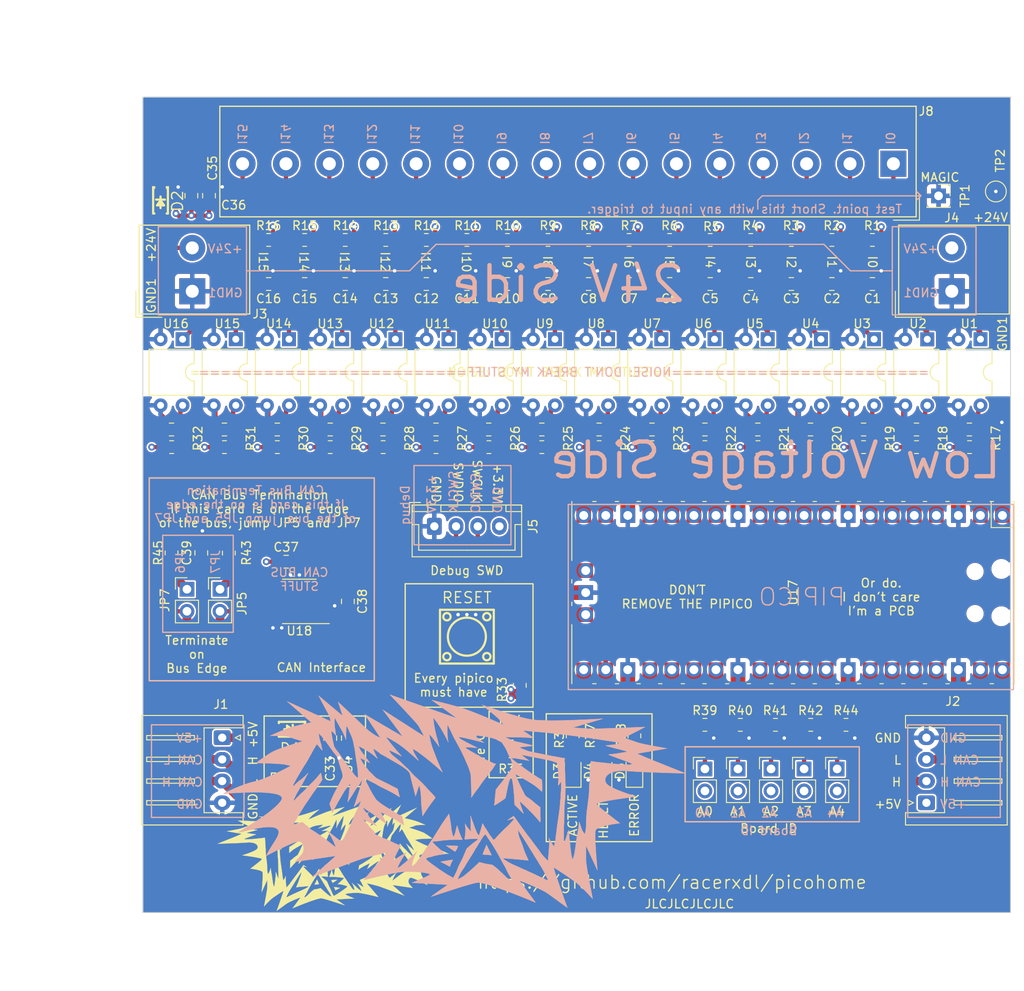
<source format=kicad_pcb>
(kicad_pcb (version 20211014) (generator pcbnew)
  (layers (0 "F.Cu" signal "cobre frontal") (1 "In1.Cu" signal) (2 "In2.Cu" signal) (31 "B.Cu" signal "Cobre traseira") (34 "B.Paste" user "Pasta traseira") (35 "F.Paste" user "Pasta frontal") (36 "B.SilkS" user "Serigrafia traseira") (37 "F.SilkS" user "Serigrafia frontal") (38 "B.Mask" user "Máscara traseira") (39 "F.Mask" user "Máscara frontal") (44 "Edge.Cuts" user "Cortes contorno"))
  (net 0 "")
  (net 1 "GND1")
  (net 2 "I0")
  (net 3 "I1")
  (net 4 "I2")
  (net 5 "I3")
  (net 6 "I4")
  (net 7 "I5")
  (net 8 "I6")
  (net 9 "I7")
  (net 10 "I8")
  (net 11 "I9")
  (net 12 "I10")
  (net 13 "I11")
  (net 14 "I12")
  (net 15 "I13")
  (net 16 "I14")
  (net 17 "I15")
  (net 18 "GND")
  (net 19 "D0")
  (net 20 "D1")
  (net 21 "D2")
  (net 22 "D3")
  (net 23 "D4")
  (net 24 "D5")
  (net 25 "D6")
  (net 26 "D7")
  (net 27 "D8")
  (net 28 "D9")
  (net 29 "D10")
  (net 30 "D11")
  (net 31 "D12")
  (net 32 "D13")
  (net 33 "D14")
  (net 34 "D15")
  (net 35 "+5V")
  (net 36 "+24V")
  (net 37 "+3V3")
  (net 38 "Net-(C39-Pad1)")
  (net 39 "Net-(D2-Pad2)")
  (net 40 "Net-(D3-Pad2)")
  (net 41 "Net-(D4-Pad2)")
  (net 42 "Net-(D5-Pad2)")
  (net 43 "SWDIO")
  (net 44 "SWCLK")
  (net 45 "CAN_L")
  (net 46 "CAN_H")
  (net 47 "A0")
  (net 48 "A1")
  (net 49 "A2")
  (net 50 "A3")
  (net 51 "Net-(JP5-Pad1)")
  (net 52 "A4")
  (net 53 "Net-(JP7-Pad1)")
  (net 54 "RESET")
  (net 55 "Net-(R34-Pad1)")
  (net 56 "CAN_RXD")
  (net 57 "Net-(R35-Pad1)")
  (net 58 "CAN_TXD")
  (net 59 "LED0")
  (net 60 "LED1")
  (net 61 "LED2")
  (net 65 "+5VA")
  (footprint "Resistor_SMD:R_0805_2012Metric_Pad1.20x1.40mm_HandSolder" (layer "F.Cu") (at 81.28 54.356)
    (fp_text reference "R22")
    (fp_text value "10k")
  )
  (footprint "LED_SMD:LED_0805_2012Metric_Pad1.15x1.40mm_HandSolder" (layer "F.Cu") (at 73.152 91.694 90)
    (fp_text reference "D5")
    (fp_text value "LED")
  )
  (footprint "Capacitor_SMD:C_0805_2012Metric_Pad1.18x1.45mm_HandSolder" (layer "F.Cu") (at 77.216 35.56 180)
    (fp_text reference "C6")
    (fp_text value "10nF")
  )
  (footprint "Resistor_SMD:R_0805_2012Metric_Pad1.20x1.40mm_HandSolder" (layer "F.Cu") (at 59.944 81.804 90)
    (fp_text reference "R33")
    (fp_text value "10k")
  )
  (footprint "Package_DIP:DIP-4_W7.62mm" (layer "F.Cu") (at 39.476598 41.92 -90)
    (fp_text reference "U13")
    (fp_text value "PC817")
  )
  (footprint "Capacitor_SMD:C_0805_2012Metric_Pad1.18x1.45mm_HandSolder" (layer "F.Cu") (at 38.1 52.324)
    (fp_text reference "C29" hide)
    (fp_text value "10nF")
  )
  (footprint "Resistor_SMD:R_0805_2012Metric_Pad1.20x1.40mm_HandSolder" (layer "F.Cu") (at 62.484 54.356)
    (fp_text reference "R25")
    (fp_text value "10k")
  )
  (footprint "Capacitor_SMD:C_0805_2012Metric_Pad1.18x1.45mm_HandSolder" (layer "F.Cu") (at 35.1536 35.56 180)
    (fp_text reference "C15")
    (fp_text value "10nF")
  )
  (footprint "Package_DIP:DIP-4_W7.62mm" (layer "F.Cu") (at 106.905124 41.93 -90)
    (fp_text reference "U2")
    (fp_text value "PC817")
  )
  (footprint "Resistor_SMD:R_0805_2012Metric_Pad1.20x1.40mm_HandSolder" (layer "F.Cu") (at 95.9104 30.48)
    (fp_text reference "R2")
    (fp_text value "2k7")
  )
  (footprint "Package_SO:SOIC-8_3.9x4.9mm_P1.27mm" (layer "F.Cu") (at 34.544 72.136 180)
    (fp_text reference "U18")
    (fp_text value "TJA1051T-3")
  )
  (footprint "Resistor_SMD:R_0805_2012Metric_Pad1.20x1.40mm_HandSolder" (layer "F.Cu") (at 32.004 54.356)
    (fp_text reference "R30")
    (fp_text value "10k")
  )
  (footprint "Resistor_SMD:R_0805_2012Metric_Pad1.20x1.40mm_HandSolder" (layer "F.Cu") (at 35.1536 30.48)
    (fp_text reference "R15")
    (fp_text value "2k7")
  )
  (footprint "Connector_PinSocket_2.54mm:PinSocket_1x01_P2.54mm_Vertical" (layer "F.Cu") (at 108.204 25.4)
    (fp_text reference "TP1")
    (fp_text value "GND1")
  )
  (footprint "EasyEda:SOD-123_L2.7-W1.6-LS3.7-RD-1" (layer "F.Cu") (at 18.542 26.0858 -90)
    (fp_text reference "D2")
    (fp_text value "MBR130" hide)
  )
  (footprint "Capacitor_SMD:C_0805_2012Metric_Pad1.18x1.45mm_HandSolder" (layer "F.Cu") (at 50.292 52.324)
    (fp_text reference "C27" hide)
    (fp_text value "10nF")
  )
  (footprint "Capacitor_SMD:C_0805_2012Metric_Pad1.18x1.45mm_HandSolder" (layer "F.Cu") (at 111.76 52.324)
    (fp_text reference "C17" hide)
    (fp_text value "10nF")
  )
  (footprint "Connector_PinHeader_2.54mm:PinHeader_1x02_P2.54mm_Vertical" (layer "F.Cu") (at 25.4 70.734)
    (fp_text reference "JP5")
    (fp_text value "BUSTERM")
  )
  (footprint "MCU_RaspberryPi_and_Boards:RPi_Pico_SMD_TH" (layer "F.Cu") (at 91.44 71.12 -90)
    (fp_text reference "U17")
    (fp_text value "Pico")
  )
  (footprint "Resistor_SMD:R_0805_2012Metric_Pad1.20x1.40mm_HandSolder" (layer "F.Cu") (at 81.28 86.36)
    (fp_text reference "R39")
    (fp_text value "10k")
  )
  (footprint "Capacitor_SMD:C_0805_2012Metric_Pad1.18x1.45mm_HandSolder" (layer "F.Cu") (at 91.2368 35.56 180)
    (fp_text reference "C3")
    (fp_text value "10nF")
  )
  (footprint "Connector_PinHeader_2.54mm:PinHeader_1x02_P2.54mm_Vertical" (layer "F.Cu") (at 88.9 91.44)
    (fp_text reference "JP3" hide)
    (fp_text value "A2")
  )
  (footprint "EasyEda:SW-SMD_4P-L6.2-W6.2-P4.50-LS9.0" (layer "F.Cu") (at 53.848 76.2 180)
    (fp_text reference "SW1" hide)
    (fp_text value "RESET")
  )
  (footprint "Capacitor_SMD:C_0805_2012Metric_Pad1.18x1.45mm_HandSolder" (layer "F.Cu") (at 63.1952 35.56 180)
    (fp_text reference "C9")
    (fp_text value "10nF")
  )
  (footprint "Capacitor_SMD:C_0805_2012Metric_Pad1.18x1.45mm_HandSolder" (layer "F.Cu") (at 33.02 67.564)
    (fp_text reference "C37")
    (fp_text value "22nF")
  )
  (footprint "Resistor_SMD:R_0805_2012Metric_Pad1.20x1.40mm_HandSolder" (layer "F.Cu") (at 19.812 66.548 -90)
    (fp_text reference "R45")
    (fp_text value "59R")
  )
  (footprint "TerminalBlock_Altech:Altech_AK300_1x16_P5.00mm_45-Degree" (layer "F.Cu") (at 103 21.6975 180)
    (fp_text reference "J8")
    (fp_text value "Input")
  )
  (footprint "Resistor_SMD:R_0805_2012Metric_Pad1.20x1.40mm_HandSolder" (layer "F.Cu") (at 93.472 54.356)
    (fp_text reference "R20")
    (fp_text value "10k")
  )
  (footprint "Resistor_SMD:R_0805_2012Metric_Pad1.20x1.40mm_HandSolder" (layer "F.Cu") (at 31 30.48)
    (fp_text reference "R16")
    (fp_text value "2k7")
  )
  (footprint "Resistor_SMD:R_0805_2012Metric_Pad1.20x1.40mm_HandSolder" (layer "F.Cu") (at 58.944 87.376 180)
    (fp_text reference "R34")
    (fp_text value "10R")
  )
  (footprint "Package_DIP:DIP-4_W7.62mm" (layer "F.Cu") (at 88.515526 41.92 -90)
    (fp_text reference "U5")
    (fp_text value "PC817")
  )
  (footprint "LED_SMD:LED_0805_2012Metric_Pad1.15x1.40mm_HandSolder" (layer "F.Cu") (at 66.04 91.694 90)
    (fp_text reference "D3")
    (fp_text value "LED")
  )
  (footprint "Capacitor_SMD:C_0805_2012Metric_Pad1.18x1.45mm_HandSolder" (layer "F.Cu") (at 44.5008 35.56 180)
    (fp_text reference "C13")
    (fp_text value "10nF")
  )
  (footprint "Resistor_SMD:R_0805_2012Metric_Pad1.20x1.40mm_HandSolder" (layer "F.Cu") (at 100.584 30.48)
    (fp_text reference "R1")
    (fp_text value "2k7")
  )
  (footprint "Capacitor_SMD:C_0805_2012Metric_Pad1.18x1.45mm_HandSolder" (layer "F.Cu") (at 19.812 52.324)
    (fp_text reference "C32" hide)
    (fp_text value "10nF")
  )
  (footprint "Connector_PinHeader_2.54mm:PinHeader_1x02_P2.54mm_Vertical" (layer "F.Cu") (at 96.52 91.44)
    (fp_text reference "JP6" hide)
    (fp_text value "A4")
  )
  (footprint "Package_DIP:DIP-4_W7.62mm" (layer "F.Cu") (at 70.125928 41.92 -90)
    (fp_text reference "U8")
    (fp_text value "PC817")
  )
  (footprint "Capacitor_SMD:C_0805_2012Metric_Pad1.18x1.45mm_HandSolder" (layer "F.Cu") (at 32.004 52.324)
    (fp_text reference "C30" hide)
    (fp_text value "10nF")
  )
  (footprint "Resistor_SMD:R_0805_2012Metric_Pad1.20x1.40mm_HandSolder" (layer "F.Cu") (at 81.8896 30.48)
    (fp_text reference "R5")
    (fp_text value "2k7")
  )
  (footprint "Package_DIP:DIP-4_W7.62mm" (layer "F.Cu") (at 45.606464 41.92 -90)
    (fp_text reference "U12")
    (fp_text value "PC817")
  )
  (footprint "Resistor_SMD:R_0805_2012Metric_Pad1.20x1.40mm_HandSolder" (layer "F.Cu") (at 85.36 86.36)
    (fp_text reference "R40")
    (fp_text value "10k")
  )
  (footprint "Capacitor_SMD:C_0805_2012Metric_Pad1.18x1.45mm_HandSolder" (layer "F.Cu") (at 40.132 72.136 -90)
    (fp_text reference "C38")
    (fp_text value "22nF")
  )
  (footprint "Resistor_SMD:R_0805_2012Metric_Pad1.20x1.40mm_HandSolder" (layer "F.Cu") (at 77.216 30.48)
    (fp_text reference "R6")
    (fp_text value "2k7")
  )
  (footprint "Capacitor_SMD:C_0805_2012Metric_Pad1.18x1.45mm_HandSolder" (layer "F.Cu") (at 58.5216 35.56 180)
    (fp_text reference "C10")
    (fp_text value "10nF")
  )
  (footprint "Capacitor_SMD:C_0805_2012Metric_Pad1.18x1.45mm_HandSolder" (layer "F.Cu") (at 40.132 87.884 -90)
    (fp_text reference "C34")
    (fp_text value "100nF")
  )
  (footprint "Connector_PinHeader_2.54mm:PinHeader_1x02_P2.54mm_Vertical" (layer "F.Cu") (at 85.09 91.445)
    (fp_text reference "JP2" hide)
    (fp_text value "A1")
  )
  (footprint "Capacitor_SMD:C_0805_2012Metric_Pad1.18x1.45mm_HandSolder" (layer "F.Cu") (at 62.484 52.324)
    (fp_text reference "C25" hide)
    (fp_text value "10nF")
  )
  (footprint "Package_DIP:DIP-4_W7.62mm" (layer "F.Cu") (at 57.866196 41.92 -90)
    (fp_text reference "U10")
    (fp_text value "PC817")
  )
  (footprint "Resistor_SMD:R_0805_2012Metric_Pad1.20x1.40mm_HandSolder" (layer "F.Cu") (at 97.536 86.36)
    (fp_text reference "R44")
    (fp_text value "10k")
  )
  (footprint "Capacitor_SMD:C_0805_2012Metric_Pad1.18x1.45mm_HandSolder" (layer "F.Cu") (at 67.8688 35.56 180)
    (fp_text reference "C8")
    (fp_text value "10nF")
  )
  (footprint "Resistor_SMD:R_0805_2012Metric_Pad1.20x1.40mm_HandSolder" (layer "F.Cu") (at 72.5424 30.48)
    (fp_text reference "R7")
    (fp_text value "2k7")
  )
  (footprint "Connector_PinHeader_2.54mm:PinHeader_1x02_P2.54mm_Vertical" (layer "F.Cu") (at 92.71 91.44)
    (fp_text reference "JP4" hide)
    (fp_text value "A3")
  )
  (footprint "Capacitor_SMD:C_0805_2012Metric_Pad1.18x1.45mm_HandSolder" (layer "F.Cu") (at 24.13 25.3785 90)
    (fp_text reference "C35")
    (fp_text value "1uF")
  )
  (footprint "TerminalBlock_Altech:Altech_AK300_1x02_P5.00mm_45-Degree" (layer "F.Cu") (at 22.1996 36.3944 90)
    (fp_text reference "J3")
    (fp_text value "24VDC")
  )
  (footprint "EasyEda:SOD-123_L2.7-W1.6-LS3.7-RD-1" (layer "F.Cu") (at 33.528 86.868 180)
    (fp_text reference "D1")
    (fp_text value "MBR130" hide)
  )
  (footprint "Capacitor_SMD:C_0805_2012Metric_Pad1.18x1.45mm_HandSolder" (layer "F.Cu") (at 25.908 52.324)
    (fp_text reference "C31" hide)
    (fp_text value "10nF")
  )
  (footprint "Connector_JST:JST_XH_S4B-XH-A_1x04_P2.50mm_Horizontal" (layer "F.Cu") (at 25.649 87.8424 -90)
    (fp_text reference "J1")
    (fp_text value "LVCONN")
  )
  (footprint "Package_DIP:DIP-4_W7.62mm" (layer "F.Cu") (at 21.087 41.92 -90)
    (fp_text reference "U16")
    (fp_text value "PC817")
  )
  (footprint "Resistor_SMD:R_0805_2012Metric_Pad1.20x1.40mm_HandSolder" (layer "F.Cu") (at 56.388 54.356)
    (fp_text reference "R26")
    (fp_text value "10k")
  )
  (footprint "Resistor_SMD:R_0805_2012Metric_Pad1.20x1.40mm_HandSolder" (layer "F.Cu") (at 66.04 87.63 -90)
    (fp_text reference "R36")
    (fp_text value "560R")
  )
  (footprint "TestPoint:TestPoint_Pad_D2.0mm" (layer "F.Cu") (at 114.808 24.892)
    (fp_text reference "TP2")
    (fp_text value "GND1")
  )
  (footprint "Package_DIP:DIP-4_W7.62mm" (layer "F.Cu") (at 27.216866 41.92 -90)
    (fp_text reference "U15")
    (fp_text value "PC817")
  )
  (footprint "Package_DIP:DIP-4_W7.62mm" (layer "F.Cu") (at 63.996062 41.92 -90)
    (fp_text reference "U9")
    (fp_text value "PC817")
  )
  (footprint "Capacitor_SMD:C_0805_2012Metric_Pad1.18x1.45mm_HandSolder" (layer "F.Cu") (at 22.098 25.3785 90)
    (fp_text reference "C36")
    (fp_text value "100nF")
  )
  (footprint "Package_DIP:DIP-4_W7.62mm" (layer "F.Cu") (at 100.775258 41.92 -90)
    (fp_text reference "U3")
    (fp_text value "PC817")
  )
  (footprint "Resistor_SMD:R_0805_2012Metric_Pad1.20x1.40mm_HandSolder" (layer "F.Cu") (at 67.8688 30.48)
    (fp_text reference "R8")
    (fp_text value "2k7")
  )
  (footprint "Resistor_SMD:R_0805_2012Metric_Pad1.20x1.40mm_HandSolder" (layer "F.Cu") (at 73.152 87.63 -90)
    (fp_text reference "R38")
    (fp_text value "560R")
  )
  (footprint "Package_DIP:DIP-4_W7.62mm" (layer "F.Cu") (at 33.346732 41.92 -90)
    (fp_text reference "U14")
    (fp_text value "PC817")
  )
  (footprint "Connector_JST:JST_XH_S4B-XH-A_1x04_P2.50mm_Horizontal" (layer "F.Cu") (at 106.807 95.3424 90)
    (fp_text reference "J2")
    (fp_text value "LVCONN")
  )
  (footprint "Capacitor_SMD:C_0805_2012Metric_Pad1.18x1.45mm_HandSolder" (layer "F.Cu") (at 23.241 66.548 90)
    (fp_text reference "C39")
    (fp_text value "4.7nF")
  )
  (footprint "Capacitor_SMD:C_0805_2012Metric_Pad1.18x1.45mm_HandSolder" (layer "F.Cu") (at 93.4505 52.324)
    (fp_text reference "C20" hide)
    (fp_text value "10nF")
  )
  (footprint "Capacitor_SMD:C_0805_2012Metric_Pad1.18x1.45mm_HandSolder" (layer "F.Cu") (at 86.5632 35.56 180)
    (fp_text reference "C4")
    (fp_text value "10nF")
  )
  (footprint "Capacitor_SMD:C_0805_2012Metric_Pad1.18x1.45mm_HandSolder" (layer "F.Cu") (at 38.1 87.884 -90)
    (fp_text reference "C33")
    (fp_text value "1uF")
  )
  (footprint "LED_SMD:LED_0805_2012Metric_Pad1.15x1.40mm_HandSolder" (layer "F.Cu") (at 69.596 91.694 90)
    (fp_text reference "D4")
    (fp_text value "LED")
  )
  (footprint "Resistor_SMD:R_0805_2012Metric_Pad1.20x1.40mm_HandSolder" (layer "F.Cu") (at 105.664 54.356)
    (fp_text reference "R18")
    (fp_text value "10k")
  )
  (footprint "Resistor_SMD:R_0805_2012Metric_Pad1.20x1.40mm_HandSolder" (layer "F.Cu") (at 91.2368 30.48)
    (fp_text reference "R3")
    (fp_text value "2k7")
  )
  (footprint "Package_DIP:DIP-4_W7.62mm" (layer "F.Cu") (at 51.73633 41.92 -90)
    (fp_text reference "U11")
    (fp_text value "PC817")
  )
  (footprint "Resistor_SMD:R_0805_2012Metric_Pad1.20x1.40mm_HandSolder" (layer "F.Cu") (at 58.928 89.408 180)
    (fp_text reference "R35")
    (fp_text value "10R")
  )
  (footprint "Resistor_SMD:R_0805_2012Metric_Pad1.20x1.40mm_HandSolder" (layer "F.Cu") (at 25.908 54.356)
    (fp_text reference "R31")
    (fp_text value "10k")
  )
  (footprint "Resistor_SMD:R_0805_2012Metric_Pad1.20x1.40mm_HandSolder" (layer "F.Cu") (at 19.828 54.356)
    (fp_text reference "R32")
    (fp_text value "10k")
  )
  (footprint "Capacitor_SMD:C_0805_2012Metric_Pad1.18x1.45mm_HandSolder" (layer "F.Cu") (at 87.376 52.324)
    (fp_text reference "C21" hide)
    (fp_text value "10nF")
  )
  (footprint "Capacitor_SMD:C_0805_2012Metric_Pad1.18x1.45mm_HandSolder" (layer "F.Cu") (at 99.568 52.324)
    (fp_text reference "C19" hide)
    (fp_text value "10nF")
  )
  (footprint "Resistor_SMD:R_0805_2012Metric_Pad1.20x1.40mm_HandSolder" (layer "F.Cu") (at 44.5008 30.48)
    (fp_text reference "R13")
    (fp_text value "2k7")
  )
  (footprint "TerminalBlock_Altech:Altech_AK300_1x02_P5.00mm_45-Degree" (layer "F.Cu") (at 109.728 36.3935 90)
    (fp_text reference "J4")
    (fp_text value "24VDC")
  )
  (footprint "Capacitor_SMD:C_0805_2012Metric_Pad1.18x1.45mm_HandSolder" (layer "F.Cu") (at 95.9104 35.56 180)
    (fp_text reference "C2")
    (fp_text value "10nF")
  )
  (footprint "Capacitor_SMD:C_0805_2012Metric_Pad1.18x1.45mm_HandSolder" (layer "F.Cu") (at 44.1745 52.324)
    (fp_text reference "C28" hide)
    (fp_text value "10nF")
  )
  (footprint "Package_DIP:DIP-4_W7.62mm" (layer "F.Cu") (at 113.035 41.92 -90)
    (fp_text reference "U1")
    (fp_text value "PC817")
  )
  (footprint "Capacitor_SMD:C_0805_2012Metric_Pad1.18x1.45mm_HandSolder" (layer "F.Cu") (at 56.3665 52.324)
    (fp_text reference "C26" hide)
    (fp_text value "10nF")
  )
  (footprint "Resistor_SMD:R_0805_2012Metric_Pad1.20x1.40mm_HandSolder" (layer "F.Cu") (at 58.5216 30.48)
    (fp_text reference "R10")
    (fp_text value "2k7")
  )
  (footprint "Connector_JST:JST_XH_B4B-XH-A_1x04_P2.50mm_Vertical" (layer "F.Cu") (at 50.098 63.483)
    (fp_text reference "J5")
    (fp_text value "SWD")
  )
  (footprint "Resistor_SMD:R_0805_2012Metric_Pad1.20x1.40mm_HandSolder" (layer "F.Cu") (at 69.088 54.356)
    (fp_text reference "R24")
    (fp_text value "10k")
  )
  (footprint "Capacitor_SMD:C_0805_2012Metric_Pad1.18x1.45mm_HandSolder" (layer "F.Cu") (at 81.28 52.324)
    (fp_text reference "C22" hide)
    (fp_text value "10nF")
  )
  (footprint "Resistor_SMD:R_0805_2012Metric_Pad1.20x1.40mm_HandSolder" (layer "F.Cu") (at 26.416 66.564 -90)
    (fp_text reference "R43")
    (fp_text value "59R")
  )
  (footprint "Resistor_SMD:R_0805_2012Metric_Pad1.20x1.40mm_HandSolder" (layer "F.Cu") (at 99.568 54.356)
    (fp_text reference "R19")
    (fp_text value "10k")
  )
  (footprint "Resistor_SMD:R_0805_2012Metric_Pad1.20x1.40mm_HandSolder" (layer "F.Cu") (at 44.196 54.356)
    (fp_text reference "R28")
    (fp_text value "10k")
  )
  (footprint "Resistor_SMD:R_0805_2012Metric_Pad1.20x1.40mm_HandSolder" (layer "F.Cu") (at 39.8272 30.48)
    (fp_text reference "R14")
    (fp_text value "2k7")
  )
  (footprint "Resistor_SMD:R_0805_2012Metric_Pad1.20x1.40mm_HandSolder" (layer "F.Cu") (at 63.1952 30.48)
    (fp_text reference "R9")
    (fp_text value "2k7")
  )
  (footprint "Resistor_SMD:R_0805_2012Metric_Pad1.20x1.40mm_HandSolder" (layer "F.Cu") (at 86.5632 30.48)
    (fp_text reference "R4")
    (fp_text value "2k7")
  )
  (footprint "Connector_PinHeader_2.54mm:PinHeader_1x02_P2.54mm_Vertical" (layer "F.Cu") (at 21.59 70.734)
    (fp_text reference "JP7")
    (fp_text value "BUSTERM")
  )
  (footprint "Connector_PinHeader_2.54mm:PinHeader_1x02_P2.54mm_Vertical" (layer "F.Cu") (at 81.28 91.44)
    (fp_text reference "JP1" hide)
    (fp_text value "A0")
  )
  (footprint "Resistor_SMD:R_0805_2012Metric_Pad1.20x1.40mm_HandSolder" (layer "F.Cu") (at 53.848 30.48)
    (fp_text reference "R11")
    (fp_text value "2k7")
  )
  (footprint "Capacitor_SMD:C_0805_2012Metric_Pad1.18x1.45mm_HandSolder" (layer "F.Cu") (at 31 35.56 180)
    (fp_text reference "C16")
    (fp_text value "10nF")
  )
  (footprint "Package_DIP:DIP-4_W7.62mm" (layer "F.Cu") (at 94.645392 41.92 -90)
    (fp_text reference "U4")
    (fp_text value "PC817")
  )
  (footprint "Resistor_SMD:R_0805_2012Metric_Pad1.20x1.40mm_HandSolder" (layer "F.Cu") (at 75.184 54.356)
    (fp_text reference "R23")
    (fp_text value "10k")
  )
  (footprint "Package_DIP:DIP-4_W7.62mm" (layer "F.Cu") (at 76.255794 41.92 -90)
    (fp_text reference "U7")
    (fp_text value "PC817")
  )
  (footprint "Capacitor_SMD:C_0805_2012Metric_Pad1.18x1.45mm_HandSolder" (layer "F.Cu") (at 39.8272 35.56 180)
    (fp_text reference "C14")
    (fp_text value "10nF")
  )
  (footprint "Resistor_SMD:R_0805_2012Metric_Pad1.20x1.40mm_HandSolder" (layer "F.Cu") (at 87.392 54.356)
    (fp_text reference "R21")
    (fp_text value "10k")
  )
  (footprint "Capacitor_SMD:C_0805_2012Metric_Pad1.18x1.45mm_HandSolder" (layer "F.Cu") (at 49.1744 35.56 180)
    (fp_text reference "C12")
    (fp_text value "10nF")
  )
  (footprint "Resistor_SMD:R_0805_2012Metric_Pad1.20x1.40mm_HandSolder" (layer "F.Cu") (at 49.1744 30.48)
    (fp_text reference "R12")
    (fp_text value "2k7")
  )
  (footprint "Capacitor_SMD:C_0805_2012Metric_Pad1.18x1.45mm_HandSolder" (layer "F.Cu") (at 100.584 35.56 180)
    (fp_text reference "C1")
    (fp_text value "10nF")
  )
  (footprint "Capacitor_SMD:C_0805_2012Metric_Pad1.18x1.45mm_HandSolder" (layer "F.Cu") (at 69.088 52.324)
    (fp_text reference "C24" hide)
    (fp_text value "10nF")
  )
  (footprint "Capacitor_SMD:C_0805_2012Metric_Pad1.18x1.45mm_HandSolder" (layer "F.Cu") (at 75.184 52.324)
    (fp_text reference "C23" hide)
    (fp_text value "10nF")
  )
  (footprint "Capacitor_SMD:C_0805_2012Metric_Pad1.18x1.45mm_HandSolder" (layer "F.Cu") (at 72.5424 35.56 180)
    (fp_text reference "C7")
    (fp_text value "10nF")
  )
  (footprint "Capacitor_SMD:C_0805_2012Metric_Pad1.18x1.45mm_HandSolder" (layer "F.Cu") (at 81.8896 35.56 180)
    (fp_text reference "C5")
    (fp_text value "10nF")
  )
  (footprint "Package_DIP:DIP-4_W7.62mm" (layer "F.Cu") (at 82.38566 41.92 -90)
    (fp_text reference "U6")
    (fp_text value "PC817")
  )
  (footprint "Resistor_SMD:R_0805_2012Metric_Pad1.20x1.40mm_HandSolder" (layer "F.Cu") (at 89.408 86.36)
    (fp_text reference "R41")
    (fp_text value "10k")
  )
  (footprint "Resistor_SMD:R_0805_2012Metric_Pad1.20x1.40mm_HandSolder" (layer "F.Cu") (at 93.472 86.36)
    (fp_text reference "R42")
    (fp_text value "10k")
  )
  (footprint "Capacitor_SMD:C_0805_2012Metric_Pad1.18x1.45mm_HandSolder" (layer "F.Cu") (at 53.848 35.56 180)
    (fp_text reference "C11")
    (fp_text value "10nF")
  )
  (footprint "Resistor_SMD:R_0805_2012Metric_Pad1.20x1.40mm_HandSolder" (layer "F.Cu") (at 69.596 87.63 -90)
    (fp_text reference "R37")
    (fp_text value "560R")
  )
  (footprint "Resistor_SMD:R_0805_2012Metric_Pad1.20x1.40mm_HandSolder" (layer "F.Cu") (at 38.1 54.356)
    (fp_text reference "R29")
    (fp_text value "10k")
  )
  (footprint "Resistor_SMD:R_0805_2012Metric_Pad1.20x1.40mm_HandSolder" (layer "F.Cu") (at 50.292 54.356)
    (fp_text reference "R27")
    (fp_text value "10k")
  )
  (footprint "Capacitor_SMD:C_0805_2012Metric_Pad1.18x1.45mm_HandSolder" (layer "F.Cu") (at 105.664 52.324)
    (fp_text reference "C18" hide)
    (fp_text value "10nF")
  )
  (footprint "Resistor_SMD:R_0805_2012Metric_Pad1.20x1.40mm_HandSolder" (layer "F.Cu") (at 111.776 54.356)
    (fp_text reference "R17")
    (fp_text value "10k")
  )
  (gr_poly (pts (xy 51.77 101.20655) (xy 51.765245 101.206189) (xy 51.765245 101.204173)) (layer "F.Cu") (width 0.02) (fill solid))
  (gr_poly (pts (xy 34.77932 103.303153) (xy 34.784785 103.3042) (xy 34.785216 103.31105) (xy 34.785788 103.317914) (xy 34.786981 103.331643) (xy 34.787416 103.338488) (xy 34.787618 103.345306) (xy 34.787603 103.348702) (xy 34.787496 103.352088) (xy 34.787283 103.355461) (xy 34.786955 103.358822) (xy 34.78249 103.395868) (xy 34.777532 103.432864) (xy 34.772118 103.469801) (xy 34.766284 103.506668) (xy 34.760617 103.538822) (xy 34.754207 103.570797) (xy 34.747027 103.602576) (xy 34.73905 103.634145) (xy 34.73025 103.665489) (xy 34.7206 103.696593) (xy 34.710072 103.727442) (xy 34.69864 103.758022) (xy 34.666244 103.839154) (xy 34.633267 103.920061) (xy 34.600614 104.001094) (xy 34.584692 104.041767) (xy 34.56919 104.082602) (xy 34.555913 104.119025) (xy 34.543074 104.155612) (xy 34.51828 104.229122) (xy 34.493944 104.302817) (xy 34.469196 104.376382) (xy 34.435156 104.476509) (xy 34.42635 104.501424) (xy 34.417239 104.526209) (xy 34.40773 104.550826) (xy 34.397728 104.575234) (xy 34.34991 104.686708) (xy 34.301277 104.797849) (xy 34.203425 105.019909) (xy 34.202195 105.022917) (xy 34.201065 105.026058) (xy 34.19998 105.0294) (xy 34.198888 105.033011) (xy 34.196474 105.041306) (xy 34.195046 105.046126) (xy 34.193399 105.051483) (xy 34.443024 105.024475) (xy 34.56629 105.011431) (xy 34.689183 104.999187) (xy 35.178972 104.957226) (xy 35.670622 104.919399) (xy 35.672005 104.92538) (xy 35.673361 104.931335) (xy 35.670138 104.93402) (xy 35.66694 104.936741) (xy 35.66055 104.942194) (xy 35.657324 104.944878) (xy 35.654054 104.947502) (xy 35.650724 104.950041) (xy 35.649031 104.951271) (xy 35.647316 104.952471) (xy 35.529621 105.034301) (xy 35.500063 105.054556) (xy 35.470301 105.074478) (xy 35.440259 105.093942) (xy 35.409863 105.112824) (xy 35.342051 105.153036) (xy 35.307819 105.172639) (xy 35.273364 105.191853) (xy 35.238678 105.210635) (xy 35.203757 105.228944) (xy 35.168596 105.246739) (xy 35.133187 105.263977) (xy 35.086416 105.285885) (xy 35.039359 105.3072) (xy 34.944661 105.348616) (xy 34.754812 105.43053) (xy 34.641434 105.485513) (xy 34.610333 105.499624) (xy 34.579442 105.514165) (xy 34.517779 105.543518) (xy 34.486752 105.557823) (xy 34.455427 105.571542) (xy 34.423676 105.584421) (xy 34.407601 105.590465) (xy 34.391372 105.596204) (xy 34.378463 105.60079) (xy 34.365659 105.605677) (xy 34.340319 105.616226) (xy 34.315263 105.627602) (xy 34.290402 105.639552) (xy 34.240908 105.664174) (xy 34.216098 105.676344) (xy 34.191126 105.688085) (xy 34.013721 105.766634) (xy 33.968451 105.787371) (xy 33.923282 105.808378) (xy 33.833215 105.850969) (xy 33.201936 106.152139) (xy 33.186545 106.159234) (xy 33.170991 106.16604) (xy 33.155287 106.172634) (xy 33.139444 106.179088) (xy 33.074915 106.205005) (xy 33.073802 106.201407) (xy 33.072847 106.197861) (xy 33.072045 106.194365) (xy 33.071391 106.190918) (xy 33.07088 106.187518) (xy 33.070506 106.184163) (xy 33.070265 106.180852) (xy 33.07015 106.177582) (xy 33.070281 106.171161) (xy 33.070856 106.164886) (xy 33.071836 106.158744) (xy 33.073177 106.15272) (xy 33.074838 106.146801) (xy 33.076777 106.140972) (xy 33.078952 106.13522) (xy 33.081323 106.129531) (xy 33.08648 106.118288) (xy 33.091916 106.10713) (xy 33.177363 105.931424) (xy 33.220314 105.843665) (xy 33.263947 105.756246) (xy 33.290673 105.704058) (xy 33.317912 105.652166) (xy 33.345757 105.600618) (xy 33.374297 105.549459) (xy 33.403623 105.498737) (xy 33.433824 105.448498) (xy 33.464991 105.398789) (xy 33.497215 105.349656) (xy 33.515926 105.320828) (xy 33.533885 105.291504) (xy 33.551302 105.261821) (xy 33.568384 105.231915) (xy 33.602373 105.171975) (xy 33.619696 105.142213) (xy 33.637516 105.112772) (xy 33.818073 104.831652) (xy 33.835249 104.803845) (xy 33.852147 104.775861) (xy 33.88545 104.719582) (xy 33.918668 104.663242) (xy 33.952484 104.607272) (xy 34.179137 104.244659) (xy 34.31396 104.026119) (xy 34.401371 103.886353) (xy 34.4454 103.81667) (xy 34.489867 103.747273) (xy 34.708407 103.414219) (xy 34.711131 103.409936) (xy 34.713768 103.405596) (xy 34.718821 103.396774) (xy 34.723647 103.387804) (xy 34.728327 103.378739) (xy 34.737575 103.360525) (xy 34.742305 103.35148) (xy 34.747215 103.342544) (xy 34.750282 103.337348) (xy 34.753482 103.332226) (xy 34.756786 103.327162) (xy 34.760165 103.32214) (xy 34.767026 103.312152) (xy 34.773829 103.302132)) (layer "F.Cu") (width 0.02) (fill solid))
  (gr_poly (pts (xy 45.341253 96.833326) (xy 45.345509 96.850461) (xy 45.353863 96.883311) (xy 45.357476 96.899196) (xy 45.359036 96.907042) (xy 45.360391 96.914837) (xy 45.361511 96.922592) (xy 45.362365 96.930318) (xy 45.362924 96.938026) (xy 45.363156 96.945725) (xy 45.363131 97.037872) (xy 45.361754 97.13003) (xy 45.35914 97.222163) (xy 45.355405 97.31423) (xy 45.354842 97.323562) (xy 45.354032 97.332882) (xy 45.351779 97.351486) (xy 45.348859 97.370057) (xy 45.345488 97.388607) (xy 45.338252 97.425694) (xy 45.334816 97.444257) (xy 45.331789 97.462851) (xy 45.315692 97.575801) (xy 45.300577 97.688884) (xy 45.296019 97.727308) (xy 45.29407 97.746681) (xy 45.292392 97.766227) (xy 45.291024 97.785999) (xy 45.290003 97.806046) (xy 45.289367 97.826419) (xy 45.289156 97.847169) (xy 45.324145 97.802836) (xy 45.341793 97.780804) (xy 45.350756 97.769903) (xy 45.35985 97.759112) (xy 45.378657 97.737397) (xy 45.388187 97.726642) (xy 45.397812 97.71597) (xy 45.40754 97.705395) (xy 45.417378 97.694927) (xy 45.427334 97.684579) (xy 45.437415 97.674363) (xy 45.447976 97.663981) (xy 45.458791 97.653687) (xy 45.469913 97.643362) (xy 45.481393 97.632891) (xy 45.531932 97.587185) (xy 45.534679 97.60256) (xy 45.536979 97.61505) (xy 45.537954 97.62052) (xy 45.538809 97.625635) (xy 45.539541 97.63052) (xy 45.540148 97.635296) (xy 45.541327 97.648055) (xy 45.541958 97.660765) (xy 45.54209 97.673429) (xy 45.541768 97.686051) (xy 45.541039 97.698633) (xy 45.539952 97.711181) (xy 45.538553 97.723697) (xy 45.536888 97.736186) (xy 45.532953 97.761095) (xy 45.528522 97.785937) (xy 45.519684 97.835542) (xy 45.505112 97.921867) (xy 45.489568 98.008031) (xy 45.473243 98.094057) (xy 45.456329 98.179965) (xy 45.45091 98.206176) (xy 45.445154 98.232324) (xy 45.432927 98.284485) (xy 45.407701 98.388635) (xy 45.392973 98.450491) (xy 45.389348 98.465723) (xy 45.385564 98.480711) (xy 45.3835 98.488092) (xy 45.381263 98.495389) (xy 45.378806 98.502591) (xy 45.376087 98.509692) (xy 45.373059 98.516682) (xy 45.369679 98.523555) (xy 45.365901 98.530301) (xy 45.361681 98.536913) (xy 45.356975 98.543382) (xy 45.351737 98.549701) (xy 45.345923 98.555861) (xy 45.339488 98.561854) (xy 45.334531 98.566525) (xy 45.329899 98.571554) (xy 45.325555 98.576901) (xy 45.321458 98.582525) (xy 45.31757 98.588386) (xy 45.313853 98.594444) (xy 45.306775 98.606988) (xy 45.292959 98.632656) (xy 45.28935 98.638957) (xy 45.285601 98.645132) (xy 45.281673 98.651139) (xy 45.277529 98.656939) (xy 45.256749 98.684299) (xy 45.23572 98.711469) (xy 45.193267 98.765509) (xy 45.15088 98.819588) (xy 45.129933 98.846808) (xy 45.10927 98.874238) (xy 45.093067 98.896309) (xy 45.07713 98.918577) (xy 45.045854 98.963557) (xy 44.984317 99.054279) (xy 44.882635 99.205846) (xy 44.831536 99.281431) (xy 44.805644 99.318975) (xy 44.779419 99.356276) (xy 44.754753 99.390446) (xy 44.729678 99.424326) (xy 44.678777 99.491558) (xy 44.62767 99.558651) (xy 44.602338 99.592358) (xy 44.577313 99.626285) (xy 44.423213 99.846788) (xy 44.405574 99.870537) (xy 44.387633 99.894065) (xy 44.351151 99.940681) (xy 44.314385 99.987093) (xy 44.277951 100.033754) (xy 44.267427 100.047941) (xy 44.257226 100.062429) (xy 44.237111 100.091642) (xy 44.226856 100.106038) (xy 44.221604 100.113112) (xy 44.216242 100.120075) (xy 44.210746 100.126906) (xy 44.205098 100.133586) (xy 44.199274 100.140094) (xy 44.193254 100.146408) (xy 44.174476 100.16584) (xy 44.155809 100.185496) (xy 44.136965 100.205006) (xy 44.127385 100.214591) (xy 44.117652 100.223999) (xy 44.107728 100.233186) (xy 44.097579 100.242104) (xy 44.087168 100.250708) (xy 44.076458 100.25895) (xy 44.065412 100.266785) (xy 44.053996 100.274166) (xy 44.042172 100.281047) (xy 44.029904 100.287381) (xy 44.027449 100.285575) (xy 44.02517 100.283723) (xy 44.023062 100.281827) (xy 44.021119 100.279888) (xy 44.019333 100.277908) (xy 44.017699 100.275889) (xy 44.016209 100.273833) (xy 44.014858 100.271742) (xy 44.013638 100.269616) (xy 44.012544 100.267459) (xy 44.011568 100.265272) (xy 44.010705 100.263056) (xy 44.00929 100.258545) (xy 44.008245 100.253942) (xy 44.00752 100.249259) (xy 44.007062 100.244512) (xy 44.006819 100.239713) (xy 44.006739 100.234878) (xy 44.007012 100.215448) (xy 44.006792 100.159391) (xy 44.007004 100.131382) (xy 44.007358 100.117391) (xy 44.007942 100.103413) (xy 44.011025 100.046244) (xy 44.014477 99.989091) (xy 44.022309 99.874849) (xy 44.023447 99.860608) (xy 44.024754 99.846382) (xy 44.027758 99.817964) (xy 44.034503 99.761212) (xy 44.044655 99.674936) (xy 44.050107 99.631853) (xy 44.056259 99.588871) (xy 44.108608 99.264912) (xy 44.120328 99.18588) (xy 44.131549 99.106771) (xy 44.153618 98.948497) (xy 44.171451 98.817339) (xy 44.180768 98.751833) (xy 44.191135 98.686498) (xy 44.203883 98.614621) (xy 44.217539 98.542896) (xy 44.246428 98.399745) (xy 44.277109 98.248177) (xy 44.285204 98.210381) (xy 44.293714 98.172695) (xy 44.302762 98.135156) (xy 44.312471 98.0978) (xy 44.320839 98.068253) (xy 44.329871 98.038858) (xy 44.33951 98.009619) (xy 44.349701 97.980541) (xy 44.360387 97.951627) (xy 44.37151 97.922884) (xy 44.383014 97.894316) (xy 44.394843 97.865927) (xy 44.413227 97.823521) (xy 44.432236 97.78138) (xy 44.471174 97.697494) (xy 44.509747 97.613476) (xy 44.528301 97.57117) (xy 44.546048 97.528532) (xy 44.557872 97.499816) (xy 44.570151 97.471272) (xy 44.582939 97.442788) (xy 44.596291 97.414254) (xy 44.610262 97.385558) (xy 44.624905 97.356588) (xy 44.640277 97.327234) (xy 44.65643 97.297383) (xy 44.660825 97.310226) (xy 44.6649 97.322925) (xy 44.66866 97.335495) (xy 44.672115 97.347946) (xy 44.675269 97.360294) (xy 44.678131 97.372549) (xy 44.680706 97.384726) (xy 44.683002 97.396836) (xy 44.685025 97.408893) (xy 44.686783 97.420909) (xy 44.68953 97.444872) (xy 44.691296 97.468827) (xy 44.692137 97.492875) (xy 44.70025 97.729295) (xy 44.700945 97.810363) (xy 44.701 97.89143) (xy 44.700354 98.053564) (xy 44.700314 98.055755) (xy 44.700215 98.057949) (xy 44.699896 98.062364) (xy 44.699518 98.066834) (xy 44.6992 98.071386) (xy 44.699101 98.0737) (xy 44.699062 98.076045) (xy 44.699098 98.078423) (xy 44.699223 98.080837) (xy 44.699454 98.083292) (xy 44.699804 98.085789) (xy 44.700289 98.088333) (xy 44.700923 98.090927) (xy 44.705201 98.081561) (xy 44.707311 98.076856) (xy 44.70834 98.074492) (xy 44.709346 98.072116) (xy 44.786801 97.880621) (xy 44.826401 97.785269) (xy 44.846967 97.737945) (xy 44.868251 97.690951) (xy 44.884062 97.658282) (xy 44.900844 97.626065) (xy 44.918384 97.594199) (xy 44.936467 97.562584) (xy 44.973406 97.499712) (xy 44.991834 97.468255) (xy 45.009947 97.436651) (xy 45.142503 97.202696) (xy 45.208439 97.085532) (xy 45.273601 96.967946) (xy 45.278114 96.959459) (xy 45.282437 96.950849) (xy 45.290613 96.933248) (xy 45.298334 96.915118) (xy 45.305805 96.896432) (xy 45.32081 96.857287) (xy 45.328755 96.836776) (xy 45.337267 96.815604)) (layer "F.Cu") (width 0.02) (fill solid))
  (gr_poly (pts (xy 34.441935 97.571757) (xy 34.468006 97.572342) (xy 34.481038 97.572605) (xy 34.494053 97.572715) (xy 34.496159 97.579989) (xy 34.498239 97.587288) (xy 34.452249 97.614357) (xy 34.429204 97.627835) (xy 34.406048 97.641135) (xy 34.402957 97.642847) (xy 34.399826 97.644498) (xy 34.393476 97.64766) (xy 34.380627 97.653732) (xy 34.374245 97.656819) (xy 34.367969 97.660056) (xy 34.36489 97.661759) (xy 34.361859 97.663532) (xy 34.358885 97.665387) (xy 34.355973 97.667335) (xy 33.936826 97.96034) (xy 33.929688 97.965195) (xy 33.922472 97.969982) (xy 33.915245 97.974841) (xy 33.908071 97.979912) (xy 33.904525 97.98257) (xy 33.901017 97.985333) (xy 33.897555 97.988218) (xy 33.894147 97.991244) (xy 33.890801 97.994426) (xy 33.887527 97.997784) (xy 33.884331 98.001333) (xy 33.881222 98.005092) (xy 33.907886 98.000902) (xy 33.921232 97.998879) (xy 33.927914 97.997944) (xy 33.934604 97.997082) (xy 34.035543 97.985304) (xy 34.086056 97.98004) (xy 34.13662 97.97538) (xy 34.18725 97.971467) (xy 34.237962 97.96844) (xy 34.288772 97.966441) (xy 34.339695 97.965611) (xy 34.422422 97.964349) (xy 34.505137 97.961785) (xy 34.67058 97.955948) (xy 34.837843 97.951247) (xy 35.005132 97.947524) (xy 35.511665 97.940755) (xy 35.513761 97.940755) (xy 35.515977 97.940806) (xy 35.521274 97.941045) (xy 35.538847 97.941943) (xy 35.532805 97.945257) (xy 35.527541 97.948186) (xy 35.518872 97.953052) (xy 35.515231 97.955068) (xy 35.511896 97.956859) (xy 35.508748 97.958465) (xy 35.50567 97.959927) (xy 35.195302 98.101365) (xy 35.16738 98.113794) (xy 35.139274 98.125578) (xy 35.082539 98.147329) (xy 35.025153 98.166843) (xy 34.967174 98.184344) (xy 34.908659 98.200058) (xy 34.849666 98.214208) (xy 34.790251 98.227021) (xy 34.730473 98.238721) (xy 34.703654 98.244095) (xy 34.676944 98.250042) (xy 34.650316 98.256422) (xy 34.623743 98.263097) (xy 34.570654 98.276766) (xy 34.517462 98.289932) (xy 34.118521 98.38295) (xy 34.063346 98.396623) (xy 34.007502 98.411133) (xy 33.890214 98.442068) (xy 34.725977 98.530125) (xy 34.724037 98.531624) (xy 34.72218 98.533101) (xy 34.718683 98.535977) (xy 34.712327 98.541286) (xy 34.710824 98.542497) (xy 34.709339 98.543653) (xy 34.707863 98.544749) (xy 34.706389 98.545782) (xy 34.704908 98.546747) (xy 34.703413 98.54764) (xy 34.701894 98.548457) (xy 34.700345 98.549193) (xy 34.621405 98.584482) (xy 34.581726 98.601649) (xy 34.561783 98.609976) (xy 34.54175 98.618078) (xy 34.357094 98.690968) (xy 34.264493 98.726693) (xy 34.171592 98.761635) (xy 34.165238 98.763857) (xy 34.158802 98.765856) (xy 34.152293 98.767655) (xy 34.145719 98.769279) (xy 34.132412 98.772098) (xy 34.11895 98.774505) (xy 34.091837 98.778851) (xy 34.078324 98.781175) (xy 34.064932 98.783856) (xy 33.966068 98.806666) (xy 33.867307 98.830058) (xy 33.817854 98.841249) (xy 33.768295 98.851717) (xy 33.718584 98.861173) (xy 33.668677 98.869329) (xy 33.626786 98.876149) (xy 33.58518 98.883981) (xy 33.54379 98.892575) (xy 33.502548 98.901681) (xy 33.420233 98.920426) (xy 33.379024 98.929564) (xy 33.337689 98.938213) (xy 33.27067 98.951123) (xy 33.203513 98.963385) (xy 33.136329 98.975541) (xy 33.06923 98.988133) (xy 33.051164 98.991812) (xy 33.033147 98.99577) (xy 32.997194 99.004118) (xy 32.961227 99.012367) (xy 32.943194 99.016202) (xy 32.925105 99.019707) (xy 32.662692 99.064562) (xy 32.594725 99.077217) (xy 32.526842 99.090311) (xy 32.459071 99.103928) (xy 32.391442 99.118151) (xy 32.329508 99.131049) (xy 32.298478 99.136861) (xy 32.267363 99.141975) (xy 32.236132 99.146184) (xy 32.204754 99.149283) (xy 32.189001 99.150352) (xy 32.173198 99.151066) (xy 32.157343 99.1514) (xy 32.141432 99.151327) (xy 32.13673 99.151314) (xy 32.132004 99.151418) (xy 32.127232 99.151613) (xy 32.122393 99.151874) (xy 32.112431 99.152496) (xy 32.101951 99.153084) (xy 32.106573 99.23562) (xy 32.108672 99.276084) (xy 32.110323 99.31633) (xy 32.115071 99.428535) (xy 32.115875 99.456578) (xy 32.116201 99.484595) (xy 32.115885 99.512573) (xy 32.114767 99.540502) (xy 32.080763 99.992929) (xy 32.078408 100.039634) (xy 32.076618 100.08637) (xy 32.074185 100.179906) (xy 32.072354 100.273476) (xy 32.070015 100.367015) (xy 32.064405 100.497602) (xy 32.057908 100.628205) (xy 32.055301 100.69348) (xy 32.053641 100.758721) (xy 32.053317 100.823916) (xy 32.054719 100.88905) (xy 32.064672 101.156939) (xy 32.068901 101.290923) (xy 32.071927 101.424987) (xy 32.073075 101.455774) (xy 32.075295 101.486545) (xy 32.078338 101.517304) (xy 32.081955 101.548055) (xy 32.089919 101.609551) (xy 32.093768 101.640305) (xy 32.097197 101.67107) (xy 32.100601 101.704948) (xy 32.10377 101.738855) (xy 32.106455 101.772794) (xy 32.10754 101.789778) (xy 32.108411 101.806772) (xy 32.111321 101.878522) (xy 32.113833 101.950303) (xy 32.118436 102.093886) (xy 32.123652 102.249574) (xy 32.128047 102.405289) (xy 32.137917 102.91704) (xy 32.146961 103.098786) (xy 32.152387 103.383549) (xy 32.156677 103.668312) (xy 32.157447 103.733218) (xy 32.157793 103.798124) (xy 32.157465 103.863016) (xy 32.156211 103.927882) (xy 32.155899 103.935864) (xy 32.155414 103.943843) (xy 32.153955 103.959798) (xy 32.151881 103.975762) (xy 32.149242 103.991748) (xy 32.146085 104.007771) (xy 32.142458 104.023843) (xy 32.138411 104.03998) (xy 32.133991 104.056195) (xy 32.097735 103.962329) (xy 32.063023 103.867908) (xy 31.996646 103.677305) (xy 31.864963 103.288387) (xy 31.856632 103.367261) (xy 31.853061 103.403187) (xy 31.851556 103.420722) (xy 31.850287 103.438145) (xy 31.845192 103.524246) (xy 31.840593 103.610398) (xy 31.835532 103.696504) (xy 31.832527 103.739509) (xy 31.829048 103.782465) (xy 31.825375 103.820869) (xy 31.821169 103.859224) (xy 31.811719 103.935843) (xy 31.801812 104.012422) (xy 31.792565 104.089062) (xy 31.771893 104.307394) (xy 31.763615 104.378241) (xy 31.754878 104.449055) (xy 31.745618 104.519809) (xy 31.735772 104.590478) (xy 31.726692 104.652854) (xy 31.717066 104.715158) (xy 31.711871 104.746235) (xy 31.706328 104.777237) (xy 31.700366 104.808144) (xy 31.693914 104.838938) (xy 31.689508 104.858321) (xy 31.684559 104.877801) (xy 31.681786 104.887572) (xy 31.678766 104.897359) (xy 31.675461 104.907161) (xy 31.671834 104.916975) (xy 31.667847 104.926798) (xy 31.663463 104.936629) (xy 31.658644 104.946464) (xy 31.653354 104.956301) (xy 31.647556 104.966138) (xy 31.641211 104.975971) (xy 31.634283 104.9858) (xy 31.626734 104.995621) (xy 31.576471 104.809365) (xy 31.552833 104.718873) (xy 31.541765 104.673837) (xy 31.53134 104.62877) (xy 31.524745 104.596912) (xy 31.518992 104.564866) (xy 31.513893 104.532674) (xy 31.50926 104.500379) (xy 31.500647 104.435647) (xy 31.491652 104.371008) (xy 31.480058 104.295923) (xy 31.474342 104.258376) (xy 31.468966 104.220785) (xy 31.462402 104.171239) (xy 31.456121 104.12167) (xy 31.443593 104.022502) (xy 31.432202 103.93288) (xy 31.426149 103.888129) (xy 31.419409 103.843495) (xy 31.406662 103.766276) (xy 31.393493 103.689122) (xy 31.36644 103.534935) (xy 31.335501 103.364559) (xy 31.320153 103.27935) (xy 31.305514 103.194025) (xy 31.301608 103.169377) (xy 31.298011 103.144678) (xy 31.291567 103.09516) (xy 31.28583 103.045544) (xy 31.280451 102.995898) (xy 31.27654 102.955392) (xy 31.27322 102.914335) (xy 31.266757 102.828828) (xy 31.265687 102.830539) (xy 31.264626 102.832182) (xy 31.262543 102.83529) (xy 31.258666 102.840965) (xy 31.256943 102.843629) (xy 31.25615 102.84494) (xy 31.25541 102.846243) (xy 31.254727 102.847547) (xy 31.254105 102.848855) (xy 31.253549 102.850176) (xy 31.253062 102.851514) (xy 31.185155 103.056427) (xy 31.116533 103.261102) (xy 31.112182 103.273428) (xy 31.10753 103.285716) (xy 31.102558 103.297917) (xy 31.097247 103.309983) (xy 31.091579 103.321866) (xy 31.085536 103.333516) (xy 31.082367 103.339239) (xy 31.079098 103.344886) (xy 31.075725 103.350451) (xy 31.072246 103.355928) (xy 31.057089 103.378853) (xy 31.041586 103.40163) (xy 31.009663 103.447123) (xy 30.942952 103.540568) (xy 30.918506 103.452969) (xy 30.912725 103.431699) (xy 30.907258 103.410534) (xy 30.902196 103.389401) (xy 30.897632 103.368227) (xy 30.893957 103.348429) (xy 30.890794 103.328529) (xy 30.888032 103.308548) (xy 30.885558 103.28851) (xy 30.87629 103.208237) (xy 30.875009 103.198834) (xy 30.873624 103.189436) (xy 30.870818 103.170643) (xy 30.869538 103.161242) (xy 30.868435 103.151836) (xy 30.867579 103.142421) (xy 30.867039 103.132996) (xy 30.861698 102.972682) (xy 30.856859 102.812396) (xy 30.852841 102.668733) (xy 30.850324 102.596938) (xy 30.846627 102.52523) (xy 30.840691 102.437252) (xy 30.833867 102.349332) (xy 30.826124 102.261485) (xy 30.81743 102.173726) (xy 30.813852 102.142419) (xy 30.80977 102.111168) (xy 30.800629 102.048771) (xy 30.791077 101.986413) (xy 30.782187 101.923974) (xy 30.776374 101.875465) (xy 30.771214 101.826875) (xy 30.766153 101.778271) (xy 30.760637 101.729722) (xy 30.754444 101.681505) (xy 30.747865 101.633345) (xy 30.734748 101.537021) (xy 30.723035 101.447416) (xy 30.717654 101.402566) (xy 30.715248 101.380118) (xy 30.713095 101.357652) (xy 30.705501 101.26865) (xy 30.698382 101.179615) (xy 30.684622 101.001498) (xy 30.684362 100.997311) (xy 30.684223 100.993111) (xy 30.684173 100.988903) (xy 30.684181 100.984691) (xy 30.684243 100.976263) (xy 30.684234 100.972056) (xy 30.684157 100.967857) (xy 30.680609 100.802592) (xy 30.678036 100.720014) (xy 30.676016 100.678778) (xy 30.673305 100.637593) (xy 30.669182 100.577833) (xy 30.665779 100.518065) (xy 30.660631 100.398501) (xy 30.653461 100.159224) (xy 30.651235 100.097636) (xy 30.648306 100.036061) (xy 30.640757 99.912957) (xy 30.631653 99.789919) (xy 30.621835 99.666954) (xy 30.618477 99.628743) (xy 30.614636 99.590569) (xy 30.605913 99.5143) (xy 30.58716 99.361857) (xy 30.586893 99.359856) (xy 30.586571 99.357859) (xy 30.585784 99.353869) (xy 30.584839 99.349867) (xy 30.583777 99.345834) (xy 30.581458 99.337593) (xy 30.580283 99.333347) (xy 30.57915 99.328991) (xy 30.489822 99.347319) (xy 30.445904 99.355994) (xy 30.423991 99.360004) (xy 30.402055 99.363717) (xy 30.351397 99.371458) (xy 30.300618 99.378476) (xy 30.249747 99.384832) (xy 30.198811 99.390589) (xy 29.814649 99.429346) (xy 29.70557 99.441753) (xy 29.59655 99.45474) (xy 29.487491 99.467277) (xy 29.378293 99.478335) (xy 29.270357 99.487165) (xy 29.162288 99.494553) (xy 28.946071 99.508204) (xy 28.807592 99.517883) (xy 28.738355 99.522419) (xy 28.669086 99.526239) (xy 28.597275 99.529833) (xy 28.525411 99.533003) (xy 28.489486 99.534086) (xy 28.45358 99.534651) (xy 28.417703 99.534562) (xy 28.381868 99.533681) (xy 28.370492 99.533074) (xy 28.359129 99.532113) (xy 28.347778 99.530831) (xy 28.336439 99.529264) (xy 28.313786 99.525417) (xy 28.29116 99.520856) (xy 28.245941 99.510721) (xy 28.223325 99.505714) (xy 28.20069 99.501125) (xy 28.198727 99.487689) (xy 28.26356 99.457257) (xy 28.279808 99.449738) (xy 28.296129 99.442402) (xy 28.312552 99.435322) (xy 28.329106 99.428571) (xy 28.563931 99.336778) (xy 28.799259 99.246308) (xy 28.821033 99.238199) (xy 28.842917 99.230381) (xy 28.886886 99.215282) (xy 28.930915 99.200348) (xy 28.974752 99.184917) (xy 29.032654 99.163596) (xy 29.090457 99.141979) (xy 29.206004 99.098565) (xy 29.509396 98.985291) (xy 29.516546 98.982526) (xy 29.523684 98.979637) (xy 29.538082 98.973538) (xy 29.568514 98.960383) (xy 29.567487 98.959486) (xy 29.56652 98.958598) (xy 29.565608 98.957726) (xy 29.564746 98.956876) (xy 29.561699 98.953807) (xy 29.561014 98.953153) (xy 29.56035 98.952556) (xy 29.559701 98.952023) (xy 29.559381 98.951782) (xy 29.559063 98.951559) (xy 29.558747 98.951354) (xy 29.558432 98.951169) (xy 29.558117 98.951005) (xy 29.557801 98.950861) (xy 29.557485 98.95074) (xy 29.557168 98.95064) (xy 29.556848 98.950564) (xy 29.556525 98.950512) (xy 29.438432 98.93522) (xy 29.32026 98.920695) (xy 29.297075 98.918146) (xy 29.273859 98.915844) (xy 29.227395 98.911516) (xy 29.180997 98.906778) (xy 29.157863 98.903963) (xy 29.134794 98.900696) (xy 29.041732 98.885903) (xy 28.94877 98.870388) (xy 28.762879 98.838943) (xy 28.722737 98.832676) (xy 28.682531 98.826716) (xy 28.64241 98.820319) (xy 28.622429 98.816725) (xy 28.602527 98.812743) (xy 28.59661 98.811408) (xy 28.590716 98.809912) (xy 28.57894 98.806481) (xy 28.567083 98.802547) (xy 28.55503 98.798203) (xy 28.529869 98.788669) (xy 28.516531 98.783667) (xy 28.502533 98.778637) (xy 28.512107 98.774409) (xy 28.521229 98.770214) (xy 28.538459 98.762197) (xy 28.546738 98.758514) (xy 28.554908 98.755139) (xy 28.558978 98.75359) (xy 28.563054 98.752143) (xy 28.567145 98.750809) (xy 28.571262 98.749595) (xy 28.722439 98.708269) (xy 28.873879 98.667791) (xy 28.945294 98.648699) (xy 28.981066 98.639401) (xy 29.01692 98.63048) (xy 29.074803 98.616891) (xy 29.132769 98.603674) (xy 29.19065 98.590166) (xy 29.219505 98.583095) (xy 29.248275 98.575703) (xy 29.313589 98.557696) (xy 29.378656 98.538798) (xy 29.443697 98.519789) (xy 29.508931 98.501444) (xy 29.622136 98.471622) (xy 29.650664 98.463862) (xy 29.679292 98.455727) (xy 29.708028 98.447093) (xy 29.736876 98.437831) (xy 29.714709 98.433566) (xy 29.692565 98.429184) (xy 29.681482 98.427097) (xy 29.670381 98.425159) (xy 29.659255 98.423429) (xy 29.648096 98.421966) (xy 29.591165 98.415612) (xy 29.534176 98.409649) (xy 29.420203 98.397781) (xy 29.306047 98.385526) (xy 29.249026 98.379001) (xy 29.192103 98.371736) (xy 29.176602 98.369361) (xy 29.161275 98.366499) (xy 29.146111 98.363158) (xy 29.131101 98.359347) (xy 29.116235 98.355072) (xy 29.101504 98.350342) (xy 29.086897 98.345163) (xy 29.072406 98.339544) (xy 29.05802 98.333492) (xy 29.04373 98.327014) (xy 29.029525 98.32012) (xy 29.015398 98.312815) (xy 29.001336 98.305108) (xy 28.987332 98.297006) (xy 28.973375 98.288517) (xy 28.959456 98.279649) (xy 28.967413 98.274884) (xy 28.975397 98.27057) (xy 28.983405 98.266674) (xy 28.991434 98.263165) (xy 28.999482 98.260011) (xy 29.007548 98.25718) (xy 29.015628 98.254641) (xy 29.02372 98.252361) (xy 29.031823 98.250309) (xy 29.039935 98.248453) (xy 29.056172 98.245201) (xy 29.088647 98.239651) (xy 29.187413 98.222789) (xy 29.236788 98.214363) (xy 29.286206 98.206217) (xy 29.333335 98.198858) (xy 29.380514 98.191779) (xy 29.474928 98.17795) (xy 29.696465 98.145755) (xy 29.983424 98.101314) (xy 30.25178 98.059456) (xy 30.425878 98.033979) (xy 30.436455 98.032227) (xy 30.447003 98.030294) (xy 30.468046 98.026159) (xy 30.489089 98.02211) (xy 30.499636 98.020285) (xy 30.510214 98.018683) (xy 30.827197 97.97574) (xy 31.04708 97.941013) (xy 31.093054 97.934972) (xy 31.139115 97.9296) (xy 31.18519 97.924341) (xy 31.231203 97.918637) (xy 31.571028 97.872077) (xy 31.750241 97.851045) (xy 31.811515 97.842608) (xy 31.872741 97.833831) (xy 31.995136 97.816008) (xy 32.028182 97.811208) (xy 32.044715 97.808962) (xy 32.052993 97.807942) (xy 32.061282 97.807016) (xy 32.289588 97.7834) (xy 32.602334 97.747847) (xy 32.622976 97.745745) (xy 32.643647 97.743878) (xy 32.68503 97.740478) (xy 32.726393 97.736912) (xy 32.747039 97.734838) (xy 32.767647 97.732447) (xy 33.064063 97.69214) (xy 33.097291 97.688091) (xy 33.130594 97.68455) (xy 33.163937 97.681406) (xy 33.197285 97.678549) (xy 33.563671 97.649145) (xy 33.79681 97.629934) (xy 34.029843 97.609664) (xy 34.390029 97.57318) (xy 34.402951 97.572249) (xy 34.415916 97.571768) (xy 34.428914 97.571638)) (layer "F.Cu") (width 0.02) (fill solid))
  (gr_poly (pts (xy 46.259057 97.743319) (xy 46.259518 97.763274) (xy 46.260529 97.801206) (xy 46.260725 97.819373) (xy 46.260476 97.837134) (xy 46.259605 97.854584) (xy 46.25888 97.863222) (xy 46.257933 97.871819) (xy 46.251213 97.919221) (xy 46.242974 97.966312) (xy 46.233441 98.013135) (xy 46.222836 98.059735) (xy 46.211383 98.106154) (xy 46.199305 98.152437) (xy 46.174165 98.244767) (xy 46.171626 98.253554) (xy 46.168891 98.262293) (xy 46.165986 98.270989) (xy 46.162936 98.279643) (xy 46.159765 98.28826) (xy 46.156498 98.296841) (xy 46.149774 98.31391) (xy 46.145558 98.324986) (xy 46.141762 98.336141) (xy 46.138347 98.34737) (xy 46.135275 98.358665) (xy 46.13251 98.370019) (xy 46.130012 98.381426) (xy 46.125668 98.404372) (xy 46.111431 98.496897) (xy 46.10727 98.518872) (xy 46.102429 98.540735) (xy 46.097058 98.562511) (xy 46.091307 98.584224) (xy 46.079266 98.627561) (xy 46.067507 98.670943) (xy 46.065345 98.679516) (xy 46.064371 98.683864) (xy 46.063522 98.688287) (xy 46.063157 98.690535) (xy 46.062838 98.692813) (xy 46.062571 98.695122) (xy 46.06236 98.697468) (xy 46.06221 98.699852) (xy 46.062128 98.702278) (xy 46.062117 98.70475) (xy 46.062183 98.707271) (xy 46.08422 98.687501) (xy 46.105416 98.666971) (xy 46.125889 98.645768) (xy 46.145755 98.623981) (xy 46.165133 98.601698) (xy 46.184139 98.579007) (xy 46.221504 98.532752) (xy 46.258788 98.48592) (xy 46.296928 98.439214) (xy 46.316612 98.416129) (xy 46.336863 98.393339) (xy 46.357796 98.370933) (xy 46.379529 98.348999) (xy 46.394112 98.370214) (xy 46.4076 98.389587) (xy 46.413935 98.39884) (xy 46.419997 98.407941) (xy 46.425788 98.416993) (xy 46.431308 98.4261) (xy 46.520141 98.57806) (xy 46.56418 98.654252) (xy 46.607784 98.730681) (xy 46.641597 98.791494) (xy 46.674826 98.852634) (xy 46.707942 98.91384) (xy 46.741419 98.974852) (xy 46.858553 99.186174) (xy 46.917772 99.291453) (xy 46.9782 99.396015) (xy 46.997113 99.427267) (xy 47.016692 99.458124) (xy 47.036762 99.48869) (xy 47.057148 99.519071) (xy 47.098167 99.579701) (xy 47.118449 99.610161) (xy 47.138345 99.640858) (xy 47.168522 99.689227) (xy 47.198008 99.738038) (xy 47.256322 99.836091) (xy 47.336088 99.969698) (xy 47.415537 100.103517) (xy 47.470145 100.196192) (xy 47.497122 100.242716) (xy 47.523696 100.289449) (xy 47.662706 100.541475) (xy 47.679064 100.571594) (xy 47.694762 100.602003) (xy 47.709777 100.632712) (xy 47.724091 100.663733) (xy 47.737682 100.695074) (xy 47.75053 100.726745) (xy 47.762614 100.758759) (xy 47.773914 100.791123) (xy 47.778308 100.803785) (xy 47.783208 100.81722) (xy 47.795308 100.849931) (xy 47.760137 100.816299) (xy 47.745018 100.801663) (xy 47.737854 100.794536) (xy 47.730867 100.787403) (xy 47.708769 100.764197) (xy 47.686872 100.740781) (xy 47.643202 100.693835) (xy 47.621188 100.670561) (xy 47.598896 100.64759) (xy 47.576206 100.625052) (xy 47.552997 100.603073) (xy 47.496943 100.55195) (xy 47.468545 100.526722) (xy 47.439811 100.501894) (xy 47.41067 100.477598) (xy 47.381058 100.453968) (xy 47.350905 100.431136) (xy 47.320143 100.409235) (xy 47.303217 100.397347) (xy 47.286556 100.38518) (xy 47.25394 100.360103) (xy 47.222116 100.334189) (xy 47.190908 100.307623) (xy 47.160138 100.280591) (xy 47.129629 100.253278) (xy 47.068685 100.19855) (xy 47.046817 100.178633) (xy 47.025365 100.158245) (xy 47.004233 100.137491) (xy 46.983329 100.116478) (xy 46.941829 100.074095) (xy 46.900116 100.031945) (xy 46.898539 100.030457) (xy 46.896817 100.028989) (xy 46.894897 100.027474) (xy 46.892731 100.025843) (xy 46.887455 100.021963) (xy 46.884244 100.019577) (xy 46.880583 100.016804) (xy 46.953658 100.146834) (xy 46.988789 100.209844) (xy 47.023003 100.272551) (xy 47.139948 100.499565) (xy 47.167128 100.549846) (xy 47.194837 100.599839) (xy 47.251103 100.699346) (xy 47.310461 100.802651) (xy 47.37032 100.905639) (xy 47.454224 101.047099) (xy 47.495625 101.118112) (xy 47.515767 101.153919) (xy 47.535375 101.190014) (xy 47.557169 101.231535) (xy 47.578541 101.273287) (xy 47.620259 101.357344) (xy 47.661019 101.441904) (xy 47.701308 101.526686) (xy 47.703767 101.532108) (xy 47.706048 101.537613) (xy 47.708171 101.543192) (xy 47.710152 101.548838) (xy 47.713761 101.560297) (xy 47.717018 101.571922) (xy 47.723044 101.59541) (xy 47.726098 101.60714) (xy 47.729369 101.618773) (xy 47.724601 101.621667) (xy 47.719859 101.624561) (xy 47.71074 101.616866) (xy 47.701541 101.609251) (xy 47.683127 101.594036) (xy 47.674022 101.586328) (xy 47.665057 101.578478) (xy 47.656289 101.570432) (xy 47.651995 101.566319) (xy 47.647771 101.562136) (xy 47.541162 101.448551) (xy 47.495702 101.403756) (xy 47.449843 101.359352) (xy 47.403871 101.315054) (xy 47.358074 101.270577) (xy 47.355852 101.26836) (xy 47.353682 101.26609) (xy 47.351556 101.263774) (xy 47.349468 101.26142) (xy 47.34538 101.256621) (xy 47.341365 101.251746) (xy 47.333348 101.241979) (xy 47.329241 101.237193) (xy 47.327141 101.234848) (xy 47.325 101.232544) (xy 47.311416 101.218644) (xy 47.297523 101.20511) (xy 47.283362 101.191884) (xy 47.268978 101.178906) (xy 47.254414 101.166119) (xy 47.239713 101.153463) (xy 47.210072 101.128312) (xy 47.184593 101.106159) (xy 47.159633 101.083361) (xy 47.135139 101.060003) (xy 47.111057 101.036169) (xy 47.087334 101.011944) (xy 47.063917 100.987415) (xy 47.017784 100.937781) (xy 46.948552 100.862736) (xy 46.878559 100.788517) (xy 46.843059 100.751867) (xy 46.80711 100.715602) (xy 46.770623 100.679782) (xy 46.733512 100.644466) (xy 46.679741 100.593763) (xy 46.62644 100.542525) (xy 46.57378 100.490607) (xy 46.521932 100.437864) (xy 46.471068 100.384152) (xy 46.42136 100.329327) (xy 46.372978 100.273244) (xy 46.326094 100.215758) (xy 46.305306 100.189847) (xy 46.284175 100.164115) (xy 46.240972 100.112766) (xy 46.151376 100.007605) (xy 46.141861 100.047702) (xy 46.137288 100.067417) (xy 46.133032 100.087084) (xy 46.08487 100.324227) (xy 46.083826 100.32988) (xy 46.083295 100.332734) (xy 46.082704 100.335566) (xy 46.082373 100.336965) (xy 46.082012 100.338348) (xy 46.081616 100.33971) (xy 46.081179 100.341048) (xy 46.080697 100.342359) (xy 46.080164 100.343638) (xy 46.079575 100.344881) (xy 46.078926 100.346086) (xy 46.077107 100.34934) (xy 46.075445 100.352561) (xy 46.07394 100.355748) (xy 46.07259 100.358903) (xy 46.071396 100.362025) (xy 46.070357 100.365116) (xy 46.069471 100.368176) (xy 46.068739 100.371205) (xy 46.068158 100.374204) (xy 46.06773 100.377174) (xy 46.067453 100.380114) (xy 46.067326 100.383025) (xy 46.067348 100.385908) (xy 46.06752 100.388763) (xy 46.067839 100.391591) (xy 46.068306 100.394392) (xy 46.06892 100.397167) (xy 46.06968 100.399916) (xy 46.070585 100.402639) (xy 46.071635 100.405338) (xy 46.072829 100.408012) (xy 46.074166 100.410662) (xy 46.075645 100.413289) (xy 46.077266 100.415892) (xy 46.079029 100.418473) (xy 46.080932 100.421033) (xy 46.082974 100.42357) (xy 46.085155 100.426087) (xy 46.087475 100.428582) (xy 46.089932 100.431058) (xy 46.095256 100.435951) (xy 46.096455 100.437061) (xy 46.097593 100.438244) (xy 46.098677 100.439493) (xy 46.099712 100.4408) (xy 46.100704 100.442158) (xy 46.101658 100.443562) (xy 46.10258 100.445003) (xy 46.103476 100.446475) (xy 46.105208 100.449485) (xy 46.106901 100.452535) (xy 46.108599 100.45557) (xy 46.110346 100.458534) (xy 46.120544 100.475677) (xy 46.130427 100.493093) (xy 46.150079 100.528024) (xy 46.160262 100.54518) (xy 46.165534 100.553602) (xy 46.170961 100.561891) (xy 46.176568 100.570022) (xy 46.182382 100.577975) (xy 46.188428 100.585727) (xy 46.194733 100.593255) (xy 46.207912 100.608876) (xy 46.220617 100.624803) (xy 46.232899 100.641) (xy 46.24481 100.657435) (xy 46.267731 100.690878) (xy 46.289797 100.724862) (xy 46.333037 100.793369) (xy 46.355047 100.827348) (xy 46.377875 100.860783) (xy 46.654241 101.24815) (xy 46.669805 101.270547) (xy 46.68511 101.293124) (xy 46.715204 101.33864) (xy 46.745047 101.384334) (xy 46.775163 101.429844) (xy 46.855526 101.549183) (xy 46.936498 101.668124) (xy 46.974531 101.722593) (xy 47.012932 101.776801) (xy 47.050943 101.831254) (xy 47.069565 101.85873) (xy 47.087805 101.886457) (xy 47.133181 101.957938) (xy 47.177649 102.030015) (xy 47.266037 102.174553) (xy 47.470728 102.505024) (xy 47.472423 102.50795) (xy 47.473986 102.510953) (xy 47.475436 102.514023) (xy 47.476789 102.517151) (xy 47.478062 102.520326) (xy 47.479273 102.52354) (xy 47.481575 102.530042) (xy 47.483833 102.536579) (xy 47.486183 102.543072) (xy 47.487435 102.546278) (xy 47.488762 102.549444) (xy 47.490181 102.552559) (xy 47.491709 102.555615) (xy 47.511399 102.592954) (xy 47.521431 102.611485) (xy 47.531766 102.629851) (xy 47.542539 102.647997) (xy 47.553885 102.665869) (xy 47.559815 102.674684) (xy 47.565939 102.68341) (xy 47.572273 102.692041) (xy 47.578835 102.700568) (xy 47.585056 102.708716) (xy 47.591046 102.71705) (xy 47.596825 102.725552) (xy 47.602415 102.734207) (xy 47.613104 102.751901) (xy 47.623278 102.769997) (xy 47.662085 102.843659) (xy 47.679856 102.877313) (xy 47.69763 102.912179) (xy 47.736189 102.988715) (xy 47.660158 102.969737) (xy 47.625079 102.960872) (xy 47.590927 102.95187) (xy 47.247176 102.857871) (xy 47.242874 102.856792) (xy 47.238645 102.855929) (xy 47.234482 102.855293) (xy 47.230381 102.854892) (xy 47.226337 102.854737) (xy 47.222343 102.854836) (xy 47.218396 102.855199) (xy 47.214489 102.855836) (xy 47.210618 102.856756) (xy 47.206778 102.857969) (xy 47.202962 102.859484) (xy 47.199167 102.861311) (xy 47.195386 102.863459) (xy 47.191614 102.865938) (xy 47.187847 102.868757) (xy 47.184079 102.871926) (xy 47.123199 102.925682) (xy 47.061934 102.979022) (xy 47.000259 103.031898) (xy 46.93815 103.084265) (xy 46.879114 103.133428) (xy 46.819698 103.182151) (xy 46.759666 103.230081) (xy 46.729346 103.253638) (xy 46.698786 103.276863) (xy 46.689631 103.283584) (xy 46.68034 103.290123) (xy 46.66141 103.302731) (xy 46.642115 103.314851) (xy 46.622573 103.326645) (xy 46.583227 103.349904) (xy 46.563661 103.361694) (xy 46.544324 103.373808) (xy 46.431444 103.447048) (xy 46.375231 103.48404) (xy 46.31917 103.521293) (xy 46.279278 103.548038) (xy 46.239575 103.575069) (xy 46.200162 103.60251) (xy 46.161144 103.630485) (xy 45.986513 103.758325) (xy 45.899624 103.822791) (xy 45.813259 103.887936) (xy 45.725945 103.955235) (xy 45.639189 104.023226) (xy 45.465941 104.159548) (xy 45.431723 104.186092) (xy 45.397346 104.212447) (xy 45.362838 104.23863) (xy 45.328223 104.264658) (xy 45.326038 104.266238) (xy 45.323809 104.267768) (xy 45.319206 104.270718) (xy 45.314398 104.273578) (xy 45.309367 104.276418) (xy 45.298569 104.282322) (xy 45.292768 104.285528) (xy 45.286675 104.288998) (xy 45.309307 104.224216) (xy 45.333022 104.160153) (xy 45.357826 104.09679) (xy 45.383723 104.034107) (xy 45.410719 103.972085) (xy 45.438819 103.910707) (xy 45.468029 103.849953) (xy 45.498354 103.789803) (xy 45.529799 103.73024) (xy 45.56237 103.671244) (xy 45.596072 103.612797) (xy 45.630911 103.554879) (xy 45.666891 103.497472) (xy 45.704018 103.440557) (xy 45.781735 103.328126) (xy 45.576505 103.498009) (xy 45.475251 103.580812) (xy 45.424416 103.621466) (xy 45.373233 103.661543) (xy 45.168461 103.823052) (xy 45.115776 103.862271) (xy 45.061674 103.900082) (xy 45.033963 103.918311) (xy 45.005743 103.936011) (xy 44.976964 103.953122) (xy 44.947574 103.969585) (xy 44.921693 103.927387) (xy 44.909535 103.907814) (xy 44.903453 103.898281) (xy 44.897293 103.888867) (xy 44.867297 103.8429) (xy 44.838117 103.796462) (xy 44.809766 103.749549) (xy 44.782256 103.70216) (xy 44.755599 103.654289) (xy 44.729808 103.605933) (xy 44.704895 103.557089) (xy 44.680872 103.507753) (xy 44.560418 103.253903) (xy 44.500787 103.126704) (xy 44.441921 102.999154) (xy 44.423697 102.958642) (xy 44.405888 102.917944) (xy 44.371082 102.836186) (xy 44.336633 102.754277) (xy 44.301671 102.672611) (xy 44.209359 102.461606) (xy 44.162636 102.356366) (xy 44.115222 102.251447) (xy 44.003859 102.027223) (xy 43.968775 101.948244) (xy 43.934669 101.868832) (xy 43.867331 101.70962) (xy 43.855971 101.682379) (xy 43.850501 101.668582) (xy 43.845241 101.654593) (xy 43.840243 101.640353) (xy 43.835557 101.625808) (xy 43.831237 101.610899) (xy 43.827333 101.59557) (xy 43.828714 101.596575) (xy 43.830127 101.597556) (xy 43.833017 101.599469) (xy 43.83594 101.601358) (xy 43.838835 101.60327) (xy 43.840252 101.60425) (xy 43.841639 101.605253) (xy 43.842987 101.606286) (xy 43.844289 101.607355) (xy 43.845538 101.608466) (xy 43.846724 101.609624) (xy 43.847842 101.610835) (xy 43.848882 101.612107) (xy 43.858718 101.62454) (xy 43.868824 101.636676) (xy 43.879186 101.648532) (xy 43.889789 101.660126) (xy 43.900619 101.671476) (xy 43.911662 101.682598) (xy 43.922904 101.693512) (xy 43.93433 101.704234) (xy 43.957679 101.725174) (xy 43.981596 101.745558) (xy 44.005967 101.765527) (xy 44.030679 101.785223) (xy 44.057305 101.806673) (xy 44.083573 101.828633) (xy 44.109592 101.85102) (xy 44.135472 101.873748) (xy 44.239813 101.9664) (xy 44.239536 101.964006) (xy 44.239316 101.96162) (xy 44.238906 101.956899) (xy 44.238647 101.954582) (xy 44.238488 101.953438) (xy 44.238304 101.952304) (xy 44.238091 101.951183) (xy 44.237843 101.950074) (xy 44.237558 101.94898) (xy 44.23723 101.9479) (xy 44.090262 101.497902) (xy 43.937248 101.025786) (xy 43.917647 100.962747) (xy 43.898513 100.899553) (xy 43.888742 100.868037) (xy 43.878632 100.836649) (xy 43.868032 100.805446) (xy 43.856789 100.774484) (xy 43.850257 100.756506) (xy 43.844142 100.738431) (xy 43.832993 100.702026) (xy 43.823005 100.66535) (xy 43.813844 100.62848) (xy 43.79666 100.554478) (xy 43.787966 100.517503) (xy 43.778757 100.480652) (xy 43.778084 100.47764) (xy 43.777614 100.474576) (xy 43.777325 100.471464) (xy 43.777198 100.46831) (xy 43.777212 100.465119) (xy 43.777347 100.461897) (xy 43.777582 100.458649) (xy 43.777898 100.45538) (xy 43.778689 100.448802) (xy 43.779557 100.442206) (xy 43.780341 100.435634) (xy 43.78065 100.432371) (xy 43.780876 100.42913) (xy 43.786703 100.42767) (xy 43.792504 100.426236) (xy 43.813147 100.459806) (xy 43.818256 100.468231) (xy 43.823264 100.476712) (xy 43.828129 100.485272) (xy 43.832811 100.493932) (xy 43.840337 100.508518) (xy 43.847694 100.5232) (xy 43.862158 100.552704) (xy 43.876728 100.582149) (xy 43.884217 100.596756) (xy 43.891928 100.611238) (xy 43.893608 100.614171) (xy 43.895409 100.617035) (xy 43.897318 100.619838) (xy 43.899322 100.622589) (xy 43.901407 100.625294) (xy 43.903558 100.627963) (xy 43.908006 100.633223) (xy 43.9171 100.643652) (xy 43.921526 100.64895) (xy 43.923661 100.651647) (xy 43.925725 100.654388) (xy 44.02573 100.790423) (xy 44.075237 100.858758) (xy 44.099631 100.89317) (xy 44.123697 100.927808) (xy 44.138545 100.950062) (xy 44.152875 100.972665) (xy 44.166812 100.995534) (xy 44.180478 101.018585) (xy 44.207492 101.0649) (xy 44.221087 101.088) (xy 44.234905 101.110949) (xy 44.316204 101.243844) (xy 44.357171 101.310077) (xy 44.398616 101.375997) (xy 44.447731 101.452588) (xy 44.497283 101.528901) (xy 44.596744 101.681302) (xy 44.601201 101.678925) (xy 44.605632 101.676547) (xy 44.596405 101.626809) (xy 44.58739 101.577018) (xy 44.559668 101.422342) (xy 44.546275 101.344941) (xy 44.533957 101.267373) (xy 44.53059 101.242546) (xy 44.527773 101.217633) (xy 44.5232 101.167641) (xy 44.519058 101.11757) (xy 44.516779 101.092559) (xy 44.514165 101.067592) (xy 44.497127 100.917983) (xy 44.487592 100.843324) (xy 44.482296 100.806077) (xy 44.476544 100.768903) (xy 44.475062 100.760658) (xy 44.473307 100.752458) (xy 44.471306 100.744297) (xy 44.469084 100.736173) (xy 44.464089 100.720014) (xy 44.458535 100.703947) (xy 44.446603 100.671953) (xy 44.440652 100.655958) (xy 44.434996 100.639918) (xy 44.432408 100.632735) (xy 44.43113 100.629048) (xy 44.430534 100.627151) (xy 44.429982 100.625207) (xy 44.429483 100.623206) (xy 44.429049 100.62114) (xy 44.428692 100.619001) (xy 44.428422 100.616779) (xy 44.42825 100.614467) (xy 44.428187 100.612055) (xy 44.428245 100.609534) (xy 44.428433 100.606897) (xy 44.431485 100.609174) (xy 44.434587 100.611408) (xy 44.440891 100.61579) (xy 44.45355 100.624508) (xy 44.456653 100.62674) (xy 44.459706 100.629015) (xy 44.462697 100.631343) (xy 44.465614 100.633735) (xy 44.468443 100.636202) (xy 44.471173 100.638754) (xy 44.473791 100.641401) (xy 44.476285 100.644156) (xy 44.509784 100.683274) (xy 44.542886 100.722721) (xy 44.559224 100.742612) (xy 44.575386 100.762638) (xy 44.591346 100.782816) (xy 44.607079 100.803164) (xy 44.652268 100.862943) (xy 44.696888 100.923154) (xy 44.741046 100.983702) (xy 44.784845 101.044493) (xy 44.792904 101.05603) (xy 44.800702 101.067761) (xy 44.808281 101.079651) (xy 44.815683 101.091669) (xy 44.830115 101.115954) (xy 44.844325 101.140353) (xy 44.929132 101.286052) (xy 45.013513 101.432015) (xy 45.104104 101.588934) (xy 45.149069 101.66759) (xy 45.193451 101.746569) (xy 45.224062 101.802919) (xy 45.253864 101.859719) (xy 45.312876 101.973635) (xy 45.461548 102.257391) (xy 45.463857 102.261662) (xy 45.466306 102.265973) (xy 45.471761 102.275116) (xy 45.478182 102.285628) (xy 45.485835 102.298319) (xy 45.536186 102.135937) (xy 45.585054 101.980198) (xy 45.598128 101.939652) (xy 45.611651 101.899249) (xy 45.625816 101.859077) (xy 45.633199 101.839106) (xy 45.640814 101.819226) (xy 45.642022 101.815926) (xy 45.643041 101.812714) (xy 45.643875 101.80958) (xy 45.644527 101.806514) (xy 45.645001 101.803509) (xy 45.645302 101.800553) (xy 45.645431 101.797638) (xy 45.645394 101.794754) (xy 45.645194 101.791892) (xy 45.644833 101.789043) (xy 45.644317 101.786196) (xy 45.643648 101.783344) (xy 45.642831 101.780476) (xy 45.641868 101.777583) (xy 45.640764 101.774655) (xy 45.639522 101.771684) (xy 45.498247 101.441713) (xy 45.461925 101.359673) (xy 45.424395 101.27818) (xy 45.38525 101.197416) (xy 45.344087 101.117563) (xy 45.237857 100.918123) (xy 45.132472 100.718259) (xy 45.011657 100.485565) (xy 44.891609 100.2525) (xy 44.890108 100.24946) (xy 44.889392 100.24788) (xy 44.888706 100.246268) (xy 44.888056 100.244629) (xy 44.887448 100.242967) (xy 44.886889 100.241288) (xy 44.886384 100.239599) (xy 44.885939 100.237902) (xy 44.885559 100.236205) (xy 44.885252 100.234513) (xy 44.885021 100.23283) (xy 44.884875 100.231162) (xy 44.884818 100.229514) (xy 44.884856 100.227892) (xy 44.884995 100.2263) (xy 44.899456 100.098752) (xy 44.904172 100.067043) (xy 44.906942 100.051253) (xy 44.910046 100.035517) (xy 44.913528 100.019841) (xy 44.917435 100.004231) (xy 44.921809 99.988695) (xy 44.926697 99.973241) (xy 44.97042 99.841355) (xy 44.991787 99.775248) (xy 45.012584 99.708967) (xy 45.077405 99.495287) (xy 45.141672 99.281448) (xy 45.164322 99.207233) (xy 45.176192 99.170323) (xy 45.182386 99.151971) (xy 45.1888 99.133705) (xy 45.192337 99.124202) (xy 45.196136 99.114723) (xy 45.200214 99.105322) (xy 45.204592 99.096051) (xy 45.2069 99.09148) (xy 45.20929 99.086961) (xy 45.211764 99.082501) (xy 45.214326 99.078106) (xy 45.216976 99.073782) (xy 45.219719 99.069537) (xy 45.222556 99.065376) (xy 45.22549 99.061307) (xy 45.283516 98.984257) (xy 45.342104 98.907612) (xy 45.400586 98.830882) (xy 45.458293 98.753574) (xy 45.824111 98.249418) (xy 45.849442 98.215477) (xy 45.875102 98.181782) (xy 45.927175 98.11496) (xy 46.032727 97.982406) (xy 46.060316 97.947585) (xy 46.074274 97.930346) (xy 46.088581 97.913392) (xy 46.095921 97.905062) (xy 46.103415 97.896852) (xy 46.111086 97.888777) (xy 46.118956 97.880853) (xy 46.127047 97.873097) (xy 46.135383 97.865524) (xy 46.143984 97.858151) (xy 46.152875 97.850993) (xy 46.158702 97.846181) (xy 46.164292 97.841067) (xy 46.169669 97.83568) (xy 46.174857 97.83005) (xy 46.179879 97.824209) (xy 46.18476 97.818186) (xy 46.189523 97.812011) (xy 46.194192 97.805715) (xy 46.203343 97.792881) (xy 46.212403 97.779925) (xy 46.221562 97.767089) (xy 46.226238 97.760792) (xy 46.231011 97.754616) (xy 46.233476 97.75158) (xy 46.236082 97.748484) (xy 46.242014 97.741679) (xy 46.258864 97.722577)) (layer "F.Cu") (width 0.02) (fill solid))
  (gr_poly (pts (xy 25.191469 100.031635) (xy 25.143358 100.032978) (xy 25.191469 100.0136)) (layer "F.Cu") (width 0.02) (fill solid))
  (gr_poly (pts (xy 39.670855 96.827532) (xy 39.671426 96.828526) (xy 39.671963 96.829558) (xy 39.672447 96.830621) (xy 39.672861 96.831706) (xy 39.673189 96.832807) (xy 39.673315 96.83336) (xy 39.673413 96.833914) (xy 39.67348 96.834468) (xy 39.673514 96.835021) (xy 39.673514 96.835572) (xy 39.673477 96.83612) (xy 39.658457 96.98273) (xy 39.650294 97.055937) (xy 39.640973 97.12897) (xy 39.629768 97.205381) (xy 39.617559 97.281653) (xy 39.60463 97.357819) (xy 39.591261 97.433913) (xy 39.582097 97.482902) (xy 39.572195 97.531767) (xy 39.561672 97.580514) (xy 39.550643 97.629146) (xy 39.514222 97.783768) (xy 39.495342 97.860924) (xy 39.475816 97.937913) (xy 39.470826 97.956112) (xy 39.465383 97.974191) (xy 39.459609 97.992183) (xy 39.453625 98.010122) (xy 39.441516 98.045966) (xy 39.435634 98.063938) (xy 39.430031 98.081987) (xy 39.429023 98.085555) (xy 39.428119 98.089154) (xy 39.427308 98.092781) (xy 39.426574 98.09643) (xy 39.425288 98.103782) (xy 39.424156 98.111181) (xy 39.421923 98.125998) (xy 39.42061 98.133356) (xy 39.419857 98.137009) (xy 39.419023 98.140639) (xy 39.415561 98.154387) (xy 39.411956 98.168097) (xy 39.404525 98.195455) (xy 39.397148 98.222819) (xy 39.393609 98.236537) (xy 39.390239 98.250297) (xy 39.38737 98.263015) (xy 39.384715 98.275784) (xy 39.37974 98.301393) (xy 39.374692 98.32697) (xy 39.371946 98.339697) (xy 39.368949 98.352358) (xy 39.360297 98.38539) (xy 39.351144 98.418287) (xy 39.332465 98.483977) (xy 39.340733 98.488732) (xy 39.468858 98.308471) (xy 39.533538 98.218815) (xy 39.566429 98.174412) (xy 39.59984 98.130407) (xy 39.666641 98.042991) (xy 39.700499 97.999604) (xy 39.735213 97.956961) (xy 39.753019 97.936043) (xy 39.771195 97.915461) (xy 39.78979 97.895264) (xy 39.808858 97.875501) (xy 39.828449 97.856224) (xy 39.848616 97.837481) (xy 39.86941 97.819322) (xy 39.890882 97.801797) (xy 39.896359 97.804729) (xy 39.901836 97.807688) (xy 39.899269 97.828734) (xy 39.896844 97.849821) (xy 39.895504 97.860341) (xy 39.893982 97.870823) (xy 39.892207 97.881252) (xy 39.890106 97.891611) (xy 39.835842 98.150065) (xy 39.821657 98.214498) (xy 39.806519 98.278642) (xy 39.790076 98.342391) (xy 39.771973 98.405636) (xy 39.750944 98.471824) (xy 39.728328 98.53753) (xy 39.704468 98.602859) (xy 39.679707 98.667913) (xy 39.578497 98.927465) (xy 39.52242 99.076197) (xy 39.493963 99.150391) (xy 39.464809 99.224294) (xy 39.434612 99.297995) (xy 39.403704 99.37141) (xy 39.341303 99.518023) (xy 39.290501 99.638562) (xy 39.264904 99.698761) (xy 39.238931 99.758783) (xy 39.232192 99.773821) (xy 39.225234 99.788759) (xy 39.210859 99.818424) (xy 39.181622 99.877536) (xy 39.171569 99.898541) (xy 39.166733 99.909182) (xy 39.162123 99.919986) (xy 39.157812 99.931007) (xy 39.155792 99.936615) (xy 39.153874 99.942297) (xy 39.152068 99.948061) (xy 39.150383 99.953911) (xy 39.148828 99.959856) (xy 39.147412 99.965902) (xy 39.193692 99.919333) (xy 39.21698 99.896221) (xy 39.228766 99.884817) (xy 39.240688 99.873557) (xy 39.278654 99.838399) (xy 39.316874 99.80351) (xy 39.355331 99.768879) (xy 39.394013 99.734496) (xy 39.508193 99.633947) (xy 39.565595 99.583998) (xy 39.623352 99.534456) (xy 39.776154 99.405192) (xy 39.853034 99.341138) (xy 39.930464 99.277728) (xy 40.010385 99.213388) (xy 40.090781 99.14963) (xy 40.171686 99.086515) (xy 40.253133 99.0241) (xy 40.33491 98.962421) (xy 40.4172 98.90139) (xy 40.500151 98.841278) (xy 40.583913 98.782357) (xy 40.614504 98.761662) (xy 40.645475 98.741514) (xy 40.676746 98.7218) (xy 40.708234 98.702402) (xy 40.834751 98.625674) (xy 40.83542 98.625322) (xy 40.836145 98.625053) (xy 40.836927 98.62486) (xy 40.837765 98.624733) (xy 40.838661 98.624664) (xy 40.839614 98.624646) (xy 40.840626 98.624669) (xy 40.841696 98.624725) (xy 40.846572 98.625115) (xy 40.849375 98.62529) (xy 40.850869 98.625344) (xy 40.852425 98.625364) (xy 40.852156 98.628361) (xy 40.851976 98.631313) (xy 40.851675 98.637055) (xy 40.851448 98.639831) (xy 40.851294 98.641192) (xy 40.851102 98.642533) (xy 40.850868 98.643855) (xy 40.850583 98.645155) (xy 40.850243 98.646433) (xy 40.84984 98.647688) (xy 40.816435 98.745446) (xy 40.799095 98.794086) (xy 40.78999 98.818225) (xy 40.78049 98.842199) (xy 40.777401 98.849563) (xy 40.774162 98.856867) (xy 40.767281 98.871317) (xy 40.759947 98.885582) (xy 40.752258 98.899697) (xy 40.744313 98.913699) (xy 40.73621 98.927621) (xy 40.719925 98.95537) (xy 40.688743 99.008712) (xy 40.657291 99.061907) (xy 40.593732 99.167915) (xy 40.587487 99.177984) (xy 40.581065 99.187944) (xy 40.567898 99.207669) (xy 40.554651 99.227348) (xy 40.548129 99.237251) (xy 40.541745 99.247239) (xy 40.539214 99.251499) (xy 40.536796 99.255982) (xy 40.534396 99.260782) (xy 40.53192 99.265993) (xy 40.526363 99.278021) (xy 40.523093 99.285026) (xy 40.51937 99.292817) (xy 40.522168 99.291368) (xy 40.524748 99.290058) (xy 40.529304 99.287801) (xy 40.53633 99.284406) (xy 40.53899 99.283074) (xy 40.540147 99.282458) (xy 40.541206 99.281858) (xy 40.542178 99.281262) (xy 40.543075 99.280659) (xy 40.543909 99.280036) (xy 40.544692 99.279381) (xy 40.719661 99.123673) (xy 40.807254 99.045922) (xy 40.895212 98.968599) (xy 40.972843 98.901098) (xy 41.050816 98.833996) (xy 41.129237 98.767429) (xy 41.208217 98.701535) (xy 41.282024 98.640654) (xy 41.356278 98.580297) (xy 41.393718 98.550535) (xy 41.431445 98.521169) (xy 41.469517 98.492288) (xy 41.507991 98.463979) (xy 41.610467 98.390019) (xy 41.66206 98.353531) (xy 41.714133 98.317745) (xy 41.766867 98.282938) (xy 41.820445 98.249392) (xy 41.875049 98.217386) (xy 41.902792 98.202048) (xy 41.93086 98.1872) (xy 41.941106 98.181774) (xy 41.951255 98.17616) (xy 41.97131 98.16446) (xy 41.991121 98.152286) (xy 42.010786 98.13982) (xy 42.050065 98.114749) (xy 42.069872 98.102513) (xy 42.08992 98.09072) (xy 42.158572 98.052069) (xy 42.227762 98.013777) (xy 42.368198 97.936569) (xy 42.367044 97.947604) (xy 42.365286 97.958325) (xy 42.362962 97.968748) (xy 42.36011 97.97889) (xy 42.356765 97.988769) (xy 42.352966 97.998401) (xy 42.34875 98.007804) (xy 42.344154 98.016995) (xy 42.339215 98.02599) (xy 42.333971 98.034808) (xy 42.328458 98.043465) (xy 42.322715 98.051977) (xy 42.316777 98.060363) (xy 42.310683 98.06864) (xy 42.298175 98.084932) (xy 42.225896 98.176749) (xy 42.15318 98.268233) (xy 42.079995 98.35934) (xy 42.006307 98.450026) (xy 41.938023 98.532953) (xy 41.869191 98.615433) (xy 41.730354 98.779463) (xy 41.710164 98.802944) (xy 41.689783 98.826263) (xy 41.648615 98.872556) (xy 41.565817 98.964775) (xy 41.546984 98.985912) (xy 41.528274 99.007258) (xy 41.51902 99.018084) (xy 41.509862 99.029053) (xy 41.500822 99.040195) (xy 41.491921 99.05154) (xy 41.670141 98.956411) (xy 41.760035 98.909794) (xy 41.850708 98.863917) (xy 41.942354 98.818862) (xy 42.035165 98.77471) (xy 42.129334 98.731543) (xy 42.225054 98.689443) (xy 42.221966 98.696756) (xy 42.219265 98.703283) (xy 42.214715 98.714378) (xy 42.212712 98.719144) (xy 42.210787 98.723521) (xy 42.208864 98.727609) (xy 42.206864 98.731508) (xy 42.186615 98.768399) (xy 42.165781 98.804875) (xy 42.144027 98.840683) (xy 42.132701 98.858257) (xy 42.121018 98.875569) (xy 42.108938 98.892588) (xy 42.096418 98.909281) (xy 42.083416 98.925618) (xy 42.069892 98.941567) (xy 42.055801 98.957095) (xy 42.041104 98.972172) (xy 42.025757 98.986766) (xy 42.009718 99.000845) (xy 41.964882 99.038089) (xy 41.91969 99.074917) (xy 41.82916 99.148433) (xy 41.697593 99.256099) (xy 41.632067 99.310249) (xy 41.567058 99.365009) (xy 41.560108 99.371059) (xy 41.553262 99.377229) (xy 41.539833 99.389876) (xy 41.526679 99.402844) (xy 41.51371 99.416031) (xy 41.487957 99.442643) (xy 41.474992 99.45586) (xy 41.461844 99.468879) (xy 41.432927 99.497328) (xy 41.404244 99.526071) (xy 41.346891 99.583599) (xy 41.317879 99.61196) (xy 41.288414 99.639771) (xy 41.258325 99.66682) (xy 41.242993 99.679993) (xy 41.22744 99.692896) (xy 41.194269 99.720905) (xy 41.162127 99.749882) (xy 41.130884 99.779707) (xy 41.100413 99.810257) (xy 41.070585 99.841409) (xy 41.041272 99.873043) (xy 40.983676 99.937265) (xy 40.926597 100.001947) (xy 40.869009 100.066112) (xy 40.839702 100.097696) (xy 40.809883 100.128785) (xy 40.779423 100.159257) (xy 40.748194 100.18899) (xy 40.654461 100.274714) (xy 40.560086 100.359749) (xy 40.465816 100.444891) (xy 40.372402 100.530933) (xy 40.349327 100.553012) (xy 40.326688 100.575555) (xy 40.304393 100.598465) (xy 40.282351 100.621644) (xy 40.194893 100.715107) (xy 40.131038 100.782821) (xy 40.099376 100.816922) (xy 40.067977 100.851275) (xy 40.060162 100.860214) (xy 40.052588 100.869382) (xy 40.037814 100.888072) (xy 40.030438 100.897429) (xy 40.022954 100.906683) (xy 40.015273 100.915751) (xy 40.011331 100.92019) (xy 40.007308 100.924552) (xy 39.650792 101.301738) (xy 39.640591 101.312748) (xy 39.630548 101.323903) (xy 39.620632 101.335174) (xy 39.610809 101.346531) (xy 39.571779 101.392224) (xy 39.568616 101.396081) (xy 39.565789 101.399954) (xy 39.563308 101.403846) (xy 39.561185 101.40776) (xy 39.55943 101.411698) (xy 39.558694 101.413677) (xy 39.558055 101.415663) (xy 39.557512 101.417656) (xy 39.557069 101.419656) (xy 39.556726 101.421665) (xy 39.556484 101.423682) (xy 39.556346 101.425707) (xy 39.556311 101.427742) (xy 39.556382 101.429785) (xy 39.556561 101.431838) (xy 39.556847 101.433901) (xy 39.557244 101.435974) (xy 39.557751 101.438058) (xy 39.558371 101.440152) (xy 39.559105 101.442258) (xy 39.559954 101.444375) (xy 39.560919 101.446504) (xy 39.562003 101.448645) (xy 39.563205 101.450798) (xy 39.564528 101.452964) (xy 39.565973 101.455144) (xy 39.567542 101.457336) (xy 39.574182 101.466532) (xy 39.580673 101.475837) (xy 39.593417 101.494622) (xy 39.606193 101.51338) (xy 39.612726 101.522652) (xy 39.619425 101.531802) (xy 39.748167 101.700879) (xy 39.812069 101.785749) (xy 39.843488 101.828559) (xy 39.874396 101.871729) (xy 39.952467 101.984133) (xy 40.029305 102.097427) (xy 40.181198 102.325242) (xy 40.19413 102.34511) (xy 40.2068 102.365313) (xy 40.231939 102.407007) (xy 40.285481 102.497531) (xy 40.293996 102.426072) (xy 40.301346 102.362552) (xy 40.312577 102.260672) (xy 40.323464 102.158792) (xy 40.340053 101.992548) (xy 40.348505 101.91444) (xy 40.352719 101.875395) (xy 40.356641 101.836331) (xy 40.357224 101.82858) (xy 40.357585 101.820809) (xy 40.357783 101.813021) (xy 40.357877 101.805223) (xy 40.357989 101.789611) (xy 40.358126 101.781806) (xy 40.358397 101.774009) (xy 40.371988 101.487877) (xy 40.373587 101.445131) (xy 40.374894 101.402377) (xy 40.376467 101.359649) (xy 40.377526 101.338306) (xy 40.378861 101.316983) (xy 40.38241 101.271905) (xy 40.386667 101.226883) (xy 40.391414 101.181901) (xy 40.396431 101.136942) (xy 40.400814 101.098019) (xy 40.405445 101.0591) (xy 40.407978 101.039672) (xy 40.410723 101.02028) (xy 40.413731 101.000937) (xy 40.41705 100.981654) (xy 40.421643 100.957171) (xy 40.426518 100.932742) (xy 40.436874 100.883995) (xy 40.458339 100.786628) (xy 40.462041 100.769807) (xy 40.464035 100.761402) (xy 40.466184 100.752999) (xy 40.468531 100.744597) (xy 40.47112 100.736197) (xy 40.473996 100.727797) (xy 40.477202 100.719397) (xy 40.494649 100.756801) (xy 40.510724 100.794675) (xy 40.525615 100.832974) (xy 40.53951 100.871652) (xy 40.565074 100.949965) (xy 40.588925 101.02925) (xy 40.612576 101.109146) (xy 40.637539 101.189289) (xy 40.650984 101.22934) (xy 40.665325 101.269317) (xy 40.680749 101.309175) (xy 40.697446 101.348867) (xy 40.711793 101.286858) (xy 40.718166 101.25961) (xy 40.724526 101.233474) (xy 40.768754 101.056196) (xy 40.813512 100.879077) (xy 40.888545 100.590464) (xy 40.925454 100.443318) (xy 40.961359 100.295908) (xy 40.974627 100.238175) (xy 40.98741 100.180328) (xy 41.000602 100.122601) (xy 41.007633 100.093854) (xy 41.015102 100.065224) (xy 41.016719 100.059581) (xy 41.018522 100.053965) (xy 41.020501 100.048379) (xy 41.022645 100.042825) (xy 41.024944 100.037308) (xy 41.027389 100.03183) (xy 41.02997 100.026394) (xy 41.032676 100.021005) (xy 41.035497 100.015664) (xy 41.038423 100.010375) (xy 41.044552 99.999965) (xy 41.050981 99.989801) (xy 41.057631 99.979907) (xy 41.069082 99.963929) (xy 41.081004 99.948425) (xy 41.093368 99.933366) (xy 41.106144 99.918721) (xy 41.119303 99.904462) (xy 41.132814 99.890557) (xy 41.146647 99.876978) (xy 41.160774 99.863694) (xy 41.175164 99.850675) (xy 41.189788 99.837892) (xy 41.219617 99.812914) (xy 41.250023 99.788518) (xy 41.280769 99.764468) (xy 41.326545 99.729758) (xy 41.373015 99.696094) (xy 41.420105 99.663361) (xy 41.467738 99.631449) (xy 41.515839 99.600245) (xy 41.564332 99.569636) (xy 41.662193 99.509755) (xy 41.745314 99.460353) (xy 41.828868 99.41166) (xy 41.99623 99.314676) (xy 42.129641 99.236066) (xy 42.196415 99.196905) (xy 42.263501 99.158303) (xy 42.443386 99.054946) (xy 42.488645 99.029676) (xy 42.534209 99.005051) (xy 42.580172 98.981281) (xy 42.626631 98.958574) (xy 42.640371 98.951705) (xy 42.653656 98.944349) (xy 42.666535 98.93656) (xy 42.679056 98.928389) (xy 42.691268 98.91989) (xy 42.703219 98.911117) (xy 42.726531 98.892955) (xy 42.772153 98.855655) (xy 42.795238 98.837363) (xy 42.807018 98.828492) (xy 42.819022 98.819874) (xy 42.996428 98.690993) (xy 43.012996 98.679585) (xy 43.029765 98.668425) (xy 43.046747 98.657503) (xy 43.063951 98.646808) (xy 43.081386 98.63633) (xy 43.099063 98.626057) (xy 43.11699 98.615981) (xy 43.135179 98.606089) (xy 43.124663 98.644484) (xy 43.112885 98.682305) (xy 43.09997 98.71961) (xy 43.086043 98.756458) (xy 43.071231 98.792907) (xy 43.055658 98.829016) (xy 43.022734 98.900445) (xy 42.953286 99.041793) (xy 42.918772 99.112647) (xy 42.885736 99.184245) (xy 42.946746 99.129907) (xy 43.008206 99.076258) (xy 43.070324 99.02356) (xy 43.13331 98.97207) (xy 43.197373 98.922049) (xy 43.262721 98.873756) (xy 43.329563 98.82745) (xy 43.36361 98.805123) (xy 43.398108 98.783391) (xy 43.467624 98.741062) (xy 43.537651 98.699542) (xy 43.608218 98.658798) (xy 43.67935 98.618797) (xy 43.751073 98.579507) (xy 43.823416 98.540896) (xy 43.896403 98.502932) (xy 43.970062 98.465581) (xy 43.970234 98.467183) (xy 43.970428 98.468697) (xy 43.970636 98.470127) (xy 43.970851 98.471475) (xy 43.971647 98.47612) (xy 43.971795 98.47711) (xy 43.971907 98.478037) (xy 43.971978 98.478906) (xy 43.972 98.479719) (xy 43.971966 98.48048) (xy 43.971926 98.480842) (xy 43.971869 98.481191) (xy 43.971795 98.48153) (xy 43.971702 98.481857) (xy 43.971591 98.482173) (xy 43.971459 98.482479) (xy 43.936465 98.558497) (xy 43.918747 98.596359) (xy 43.900377 98.633884) (xy 43.880977 98.670893) (xy 43.870772 98.689148) (xy 43.860168 98.707208) (xy 43.849117 98.725048) (xy 43.837572 98.742648) (xy 43.825486 98.759984) (xy 43.812811 98.777034) (xy 43.712911 98.908334) (xy 43.613977 99.040373) (xy 43.417125 99.305219) (xy 43.395488 99.334823) (xy 43.373955 99.365108) (xy 43.329224 99.428674) (xy 43.873273 99.152619) (xy 43.877536 99.155771) (xy 43.879688 99.157353) (xy 43.881851 99.158923) (xy 43.880547 99.162845) (xy 43.879325 99.166812) (xy 43.876917 99.17477) (xy 43.875628 99.178703) (xy 43.874939 99.180646) (xy 43.874212 99.182568) (xy 43.873441 99.184466) (xy 43.872618 99.186337) (xy 43.871738 99.188176) (xy 43.870793 99.189981) (xy 43.813992 99.293051) (xy 43.756847 99.395963) (xy 43.75284 99.40337) (xy 43.748942 99.410866) (xy 43.74116 99.425876) (xy 43.73712 99.433268) (xy 43.732876 99.440503) (xy 43.730653 99.444042) (xy 43.72835 99.447519) (xy 43.725957 99.450925) (xy 43.723464 99.454254) (xy 43.545625 99.683981) (xy 43.455959 99.798247) (xy 43.365087 99.911539) (xy 43.35765 99.920362) (xy 43.349914 99.928939) (xy 43.341912 99.937297) (xy 43.333679 99.945465) (xy 43.325247 99.953472) (xy 43.316649 99.961345) (xy 43.299093 99.976804) (xy 43.263476 100.007369) (xy 43.24595 100.022927) (xy 43.237376 100.030875) (xy 43.228972 100.038973) (xy 43.181471 100.086452) (xy 43.134488 100.13444) (xy 43.087631 100.182546) (xy 43.040508 100.230383) (xy 43.032519 100.238299) (xy 43.024426 100.246135) (xy 43.016224 100.253872) (xy 43.007909 100.261491) (xy 42.999476 100.268975) (xy 42.990922 100.276305) (xy 42.982242 100.283463) (xy 42.973432 100.29043) (xy 42.963354 100.297933) (xy 42.953071 100.305063) (xy 42.9426 100.311856) (xy 42.931961 100.318346) (xy 42.921173 100.324568) (xy 42.910255 100.330554) (xy 42.888104 100.34196) (xy 42.798093 100.38505) (xy 42.659703 100.458534) (xy 42.623624 100.476475) (xy 42.587335 100.493978) (xy 42.514649 100.528814) (xy 42.360722 100.603355) (xy 42.283924 100.640927) (xy 42.207483 100.679192) (xy 42.121826 100.723281) (xy 42.036481 100.768002) (xy 41.865903 100.857631) (xy 41.847949 100.867157) (xy 41.838912 100.871904) (xy 41.82981 100.876482) (xy 41.820623 100.880774) (xy 41.815992 100.882776) (xy 41.811333 100.884662) (xy 41.806643 100.886418) (xy 41.80192 100.888029) (xy 41.797162 100.889479) (xy 41.792366 100.890755) (xy 41.788166 100.891867) (xy 41.784123 100.893096) (xy 41.780234 100.89444) (xy 41.776494 100.895898) (xy 41.7729 100.897467) (xy 41.769449 100.899145) (xy 41.766136 100.90093) (xy 41.762958 100.90282) (xy 41.759912 100.904813) (xy 41.756994 100.906907) (xy 41.754199 100.909099) (xy 41.751525 100.911388) (xy 41.748968 100.913771) (xy 41.746524 100.916246) (xy 41.74196 100.921465) (xy 41.737805 100.927027) (xy 41.734029 100.932916) (xy 41.730602 100.939115) (xy 41.727497 100.945606) (xy 41.724682 100.952374) (xy 41.72213 100.9594) (xy 41.71981 100.966668) (xy 41.717694 100.974161) (xy 41.709594 101.003893) (xy 41.701323 101.033589) (xy 41.693111 101.063298) (xy 41.68519 101.093069) (xy 41.609432 101.38995) (xy 41.617906 101.394549) (xy 41.787559 101.289764) (xy 41.872655 101.237818) (xy 41.958455 101.187068) (xy 41.993615 101.166979) (xy 42.028992 101.14725) (xy 42.100293 101.108731) (xy 42.172156 101.07123) (xy 42.24438 101.034468) (xy 42.374255 100.969739) (xy 42.50446 100.905648) (xy 42.634565 100.841358) (xy 42.764142 100.776034) (xy 42.777303 100.769128) (xy 42.790337 100.76198) (xy 42.816098 100.747086) (xy 42.841562 100.731618) (xy 42.866866 100.71584) (xy 42.917548 100.684408) (xy 42.943201 100.669283) (xy 42.969246 100.654904) (xy 43.073715 100.600515) (xy 43.178685 100.547072) (xy 43.283761 100.493828) (xy 43.388548 100.440034) (xy 43.41013 100.428542) (xy 43.43152 100.416685) (xy 43.47396 100.392317) (xy 43.516327 100.367816) (xy 43.537627 100.355793) (xy 43.559081 100.34407) (xy 43.562822 100.342157) (xy 43.566633 100.340375) (xy 43.570506 100.338711) (xy 43.574436 100.337154) (xy 43.582435 100.334303) (xy 43.590573 100.331716) (xy 43.607049 100.326913) (xy 43.615275 100.324486) (xy 43.623418 100.321901) (xy 43.632564 100.332443) (xy 43.619484 100.362655) (xy 43.606566 100.392929) (xy 43.599981 100.407997) (xy 43.593212 100.422971) (xy 43.586183 100.437813) (xy 43.578821 100.452488) (xy 43.52821 100.548059) (xy 43.4769 100.643284) (xy 43.42645 100.738907) (xy 43.402035 100.787099) (xy 43.37842 100.835669) (xy 43.344393 100.905583) (xy 43.309052 100.974703) (xy 43.272453 101.043073) (xy 43.234652 101.110737) (xy 43.195704 101.17774) (xy 43.155666 101.244125) (xy 43.114595 101.309938) (xy 43.072547 101.375222) (xy 43.04562 101.417205) (xy 43.019171 101.459502) (xy 42.992861 101.501892) (xy 42.966351 101.544152) (xy 42.965404 101.545607) (xy 42.964415 101.547045) (xy 42.963387 101.548466) (xy 42.962322 101.549869) (xy 42.961221 101.551253) (xy 42.960088 101.552617) (xy 42.958923 101.553959) (xy 42.957729 101.55528) (xy 42.956508 101.556578) (xy 42.955263 101.557851) (xy 42.953995 101.559099) (xy 42.952706 101.560321) (xy 42.951399 101.561516) (xy 42.950075 101.562682) (xy 42.948737 101.563819) (xy 42.947386 101.564926) (xy 42.795332 101.689016) (xy 42.757149 101.719814) (xy 42.718715 101.750272) (xy 42.679942 101.780264) (xy 42.640738 101.809666) (xy 42.609296 101.832192) (xy 42.577325 101.853994) (xy 42.544941 101.875229) (xy 42.512254 101.896052) (xy 42.380754 101.978338) (xy 42.347707 101.999316) (xy 42.314546 102.020135) (xy 42.248152 102.06164) (xy 42.06651 102.17538) (xy 41.951293 102.248) (xy 41.893516 102.284012) (xy 41.835311 102.319299) (xy 41.812157 102.332865) (xy 41.788855 102.346178) (xy 41.741906 102.372214) (xy 41.647312 102.423065) (xy 41.62829 102.433077) (xy 41.609152 102.442886) (xy 41.570755 102.462284) (xy 41.55161 102.47207) (xy 41.532576 102.482045) (xy 41.513711 102.492308) (xy 41.495072 102.502957) (xy 41.492072 102.504835) (xy 41.489079 102.506938) (xy 41.486113 102.509247) (xy 41.483193 102.511744) (xy 41.48034 102.514411) (xy 41.477574 102.517229) (xy 41.474914 102.52018) (xy 41.47238 102.523245) (xy 41.469993 102.526406) (xy 41.467772 102.529645) (xy 41.465737 102.532942) (xy 41.463908 102.536281) (xy 41.462305 102.539641) (xy 41.460949 102.543006) (xy 41.459858 102.546355) (xy 41.459053 102.549672) (xy 41.436417 102.664809) (xy 41.414528 102.780094) (xy 41.371617 103.010833) (xy 41.371591 103.011089) (xy 41.371601 103.011357) (xy 41.371648 103.011644) (xy 41.371728 103.011957) (xy 41.371843 103.0123) (xy 41.371992 103.012682) (xy 41.372385 103.013582) (xy 41.373536 103.016106) (xy 41.374281 103.01783) (xy 41.375131 103.019928) (xy 41.425423 102.980748) (xy 41.437899 102.971138) (xy 41.450437 102.961696) (xy 41.463087 102.952467) (xy 41.4759 102.943498) (xy 41.600273 102.858411) (xy 41.631571 102.837466) (xy 41.663056 102.816823) (xy 41.694778 102.796569) (xy 41.72679 102.77679) (xy 41.814716 102.724098) (xy 41.903283 102.672435) (xy 41.992564 102.622035) (xy 42.082633 102.573133) (xy 42.124333 102.551472) (xy 42.16637 102.530448) (xy 42.251087 102.489605) (xy 42.336043 102.449185) (xy 42.378378 102.42869) (xy 42.420494 102.407769) (xy 42.450857 102.392209) (xy 42.481063 102.376321) (xy 42.541142 102.343853) (xy 42.660944 102.278165) (xy 42.700218 102.257442) (xy 42.385922 102.924326) (xy 42.394345 102.930218) (xy 42.720357 102.69367) (xy 42.883168 102.575135) (xy 43.045468 102.455879) (xy 43.127525 102.396608) (xy 43.210618 102.338903) (xy 43.378705 102.226373) (xy 43.547321 102.114649) (xy 43.631075 102.057952) (xy 43.714058 102.000093) (xy 43.719057 102.00437) (xy 43.724083 102.00862) (xy 43.721002 102.015963) (xy 43.718014 102.023362) (xy 43.712073 102.038188) (xy 43.708997 102.045545) (xy 43.705768 102.052816) (xy 43.702325 102.059967) (xy 43.700504 102.063487) (xy 43.698607 102.066962) (xy 43.688344 102.084822) (xy 43.677731 102.10243) (xy 43.666791 102.1198) (xy 43.655546 102.13695) (xy 43.632232 102.170655) (xy 43.607968 102.203674) (xy 43.582936 102.236137) (xy 43.557315 102.268174) (xy 43.505026 102.331494) (xy 43.483084 102.358229) (xy 43.461444 102.385219) (xy 43.418469 102.439446) (xy 43.417301 102.440867) (xy 43.416064 102.442343) (xy 43.414831 102.443858) (xy 43.414239 102.444627) (xy 43.413675 102.4454) (xy 43.413147 102.446176) (xy 43.412665 102.446953) (xy 43.412237 102.447729) (xy 43.411874 102.448503) (xy 43.411718 102.448889) (xy 43.411582 102.449273) (xy 43.411467 102.449656) (xy 43.411373 102.450037) (xy 43.411301 102.450416) (xy 43.411253 102.450793) (xy 43.411231 102.451167) (xy 43.411234 102.451539) (xy 43.411309 102.455347) (xy 43.411216 102.459073) (xy 43.410961 102.46272) (xy 43.410551 102.466292) (xy 43.409993 102.469791) (xy 43.409293 102.473221) (xy 43.408457 102.476584) (xy 43.407493 102.479884) (xy 43.406408 102.483124) (xy 43.405207 102.486306) (xy 43.403898 102.489434) (xy 43.402487 102.492511) (xy 43.399388 102.498524) (xy 43.395962 102.504369) (xy 43.392263 102.510071) (xy 43.388345 102.515653) (xy 43.384261 102.521141) (xy 43.380065 102.526559) (xy 43.371549 102.537282) (xy 43.363226 102.548019) (xy 43.333625 102.587019) (xy 43.303486 102.625615) (xy 43.272857 102.663835) (xy 43.241788 102.701704) (xy 43.19655 102.755789) (xy 43.15095 102.809587) (xy 43.059267 102.916782) (xy 43.034327 102.945694) (xy 43.00922 102.974454) (xy 42.958962 103.031969) (xy 42.956336 103.035089) (xy 42.953753 103.038297) (xy 42.951178 103.041606) (xy 42.948574 103.045031) (xy 42.943137 103.052288) (xy 42.937155 103.060184) (xy 43.69225 102.691421) (xy 43.683265 102.70703) (xy 43.674946 102.722111) (xy 43.659434 102.750565) (xy 43.651803 102.763873) (xy 43.647922 102.770283) (xy 43.643962 102.776525) (xy 43.639895 102.782595) (xy 43.635693 102.78849) (xy 43.631329 102.794204) (xy 43.626776 102.799735) (xy 43.605624 102.824002) (xy 43.584087 102.84794) (xy 43.562264 102.871631) (xy 43.540249 102.895157) (xy 43.496034 102.94205) (xy 43.474027 102.965583) (xy 43.452214 102.989284) (xy 43.443087 102.999537) (xy 43.434163 103.009971) (xy 43.425391 103.020541) (xy 43.416716 103.031198) (xy 43.399448 103.052591) (xy 43.390748 103.063232) (xy 43.381934 103.073775) (xy 43.332973 103.131796) (xy 43.320623 103.146197) (xy 43.308155 103.160488) (xy 43.295531 103.174634) (xy 43.282715 103.188599) (xy 43.235645 103.238703) (xy 43.188227 103.288491) (xy 43.140498 103.337994) (xy 43.092494 103.387244) (xy 43.041967 103.437489) (xy 43.029338 103.450544) (xy 43.016853 103.464069) (xy 43.010688 103.471051) (xy 43.004585 103.478201) (xy 42.998554 103.485538) (xy 42.992604 103.493077) (xy 43.13983 103.438145) (xy 43.13965 103.440829) (xy 43.139365 103.44342) (xy 43.138978 103.445919) (xy 43.138493 103.448331) (xy 43.137916 103.450657) (xy 43.137249 103.452902) (xy 43.136497 103.455067) (xy 43.135664 103.457156) (xy 43.134753 103.459171) (xy 43.13377 103.461117) (xy 43.132718 103.462994) (xy 43.131601 103.464807) (xy 43.130423 103.466559) (xy 43.129188 103.468251) (xy 43.126565 103.471472) (xy 43.123764 103.474492) (xy 43.120817 103.477336) (xy 43.117757 103.480026) (xy 43.114617 103.482586) (xy 43.111428 103.48504) (xy 43.108224 103.48741) (xy 43.1019 103.491992) (xy 43.074029 103.512105) (xy 43.059966 103.522024) (xy 43.045781 103.531765) (xy 43.031447 103.541258) (xy 43.016938 103.550439) (xy 43.002224 103.55924) (xy 42.98728 103.567595) (xy 42.932687 103.596353) (xy 42.877616 103.624214) (xy 42.822173 103.651348) (xy 42.766467 103.677924) (xy 42.722274 103.698333) (xy 42.677739 103.718028) (xy 42.632933 103.737102) (xy 42.587926 103.755645) (xy 42.562027 103.765966) (xy 42.536008 103.775996) (xy 42.483805 103.795646) (xy 42.431702 103.815513) (xy 42.405808 103.825816) (xy 42.380083 103.836519) (xy 42.312576 103.866003) (xy 42.245418 103.896313) (xy 42.111521 103.957906) (xy 41.952743 104.032088) (xy 41.873187 104.068795) (xy 41.83321 104.086676) (xy 41.793039 104.104099) (xy 41.761276 104.117246) (xy 41.729201 104.129876) (xy 41.663977 104.154198) (xy 41.528301 104.203318) (xy 41.563205 104.253356) (xy 41.596577 104.303582) (xy 41.628485 104.354069) (xy 41.658994 104.404885) (xy 41.688173 104.456101) (xy 41.716087 104.507787) (xy 41.742803 104.560015) (xy 41.768389 104.612854) (xy 41.79349 104.665099) (xy 41.819118 104.717107) (xy 41.870436 104.821164) (xy 41.895366 104.873592) (xy 41.919305 104.926538) (xy 41.941874 104.980191) (xy 41.962692 105.03474) (xy 41.937761 105.023793) (xy 41.913337 105.012112) (xy 41.889372 104.999771) (xy 41.865817 104.986844) (xy 41.842624 104.973403) (xy 41.819743 104.959521) (xy 41.774724 104.930727) (xy 41.686289 104.871064) (xy 41.642093 104.841364) (xy 41.597391 104.812531) (xy 41.552319 104.784723) (xy 41.506934 104.757418) (xy 41.415418 104.704011) (xy 41.323228 104.651703) (xy 41.230747 104.599883) (xy 41.306774 104.704864) (xy 41.379704 104.81149) (xy 41.449345 104.919906) (xy 41.515503 105.030255) (xy 41.577982 105.142684) (xy 41.63659 105.257335) (xy 41.691132 105.374354) (xy 41.716817 105.433797) (xy 41.741414 105.493885) (xy 41.683277 105.464864) (xy 41.654474 105.450407) (xy 41.626089 105.435413) (xy 41.61211 105.427581) (xy 41.598302 105.419454) (xy 41.58469 105.410978) (xy 41.571295 105.4021) (xy 41.55814 105.392766) (xy 41.545248 105.382922) (xy 41.532641 105.372514) (xy 41.520342 105.36149) (xy 41.489904 105.333911) (xy 41.458731 105.30712) (xy 41.427025 105.280898) (xy 41.394986 105.255025) (xy 41.33072 105.203453) (xy 41.298894 105.177315) (xy 41.267542 105.15065) (xy 41.241088 105.127258) (xy 41.214964 105.103495) (xy 41.163395 105.055199) (xy 41.112223 105.006454) (xy 41.060835 104.957949) (xy 40.901338 104.810372) (xy 40.821755 104.736421) (xy 40.742716 104.661895) (xy 40.727348 104.646823) (xy 40.712342 104.631357) (xy 40.69759 104.615595) (xy 40.682983 104.599631) (xy 40.653776 104.567489) (xy 40.63896 104.551502) (xy 40.623859 104.535701) (xy 40.718357 104.736658) (xy 40.764318 104.837631) (xy 40.806961 104.93979) (xy 40.826462 104.991516) (xy 40.844442 105.04378) (xy 40.86067 105.096663) (xy 40.874915 105.150245) (xy 40.886947 105.204606) (xy 40.896536 105.259826) (xy 40.90345 105.315987) (xy 40.90746 105.373169) (xy 40.90124 105.373055) (xy 40.895171 105.372705) (xy 40.889248 105.372126) (xy 40.883466 105.371329) (xy 40.87782 105.370322) (xy 40.872304 105.369115) (xy 40.866915 105.367715) (xy 40.861646 105.366133) (xy 40.856492 105.364376) (xy 40.85145 105.362455) (xy 40.846512 105.360377) (xy 40.841676 105.358153) (xy 40.832284 105.353299) (xy 40.823233 105.347964) (xy 40.814484 105.34222) (xy 40.805995 105.336139) (xy 40.797726 105.329792) (xy 40.789637 105.323251) (xy 40.75827 105.296584) (xy 40.746218 105.286236) (xy 40.734435 105.275636) (xy 40.722911 105.264793) (xy 40.711638 105.253715) (xy 40.700605 105.242412) (xy 40.689802 105.230892) (xy 40.67922 105.219164) (xy 40.668848 105.207237) (xy 40.648698 105.182819) (xy 40.629273 105.157709) (xy 40.610495 105.131976) (xy 40.592285 105.105692) (xy 40.571936 105.076401) (xy 40.550953 105.047542) (xy 40.507901 104.990567) (xy 40.46477 104.933651) (xy 40.443687 104.904867) (xy 40.4232 104.87568) (xy 40.365472 104.78964) (xy 40.308776 104.702895) (xy 40.252344 104.615972) (xy 40.19541 104.529396) (xy 40.144964 104.454485) (xy 40.094013 104.379907) (xy 39.992218 104.230655) (xy 39.788199 103.924265) (xy 39.7307 103.839367) (xy 39.702059 103.796845) (xy 39.687931 103.775456) (xy 39.673995 103.75394) (xy 39.63187 103.687602) (xy 39.590128 103.62102) (xy 39.506976 103.487651) (xy 39.284923 103.132738) (xy 39.223121 103.033599) (xy 39.191891 102.984241) (xy 39.159969 102.935333) (xy 39.116 102.87) (xy 39.071501 102.804995) (xy 38.981789 102.675504) (xy 38.951183 102.631648) (xy 38.920365 102.587946) (xy 38.858334 102.500838) (xy 38.836143 102.469971) (xy 38.813168 102.438338) (xy 38.76263 102.369012) (xy 38.735861 102.521922) (xy 38.697653 102.739464) (xy 38.678921 102.848283) (xy 38.661086 102.957244) (xy 38.657368 102.983134) (xy 38.654236 103.009117) (xy 38.651542 103.035168) (xy 38.649136 103.061265) (xy 38.644584 103.113506) (xy 38.642139 103.139604) (xy 38.639382 103.165656) (xy 38.635062 103.203413) (xy 38.630387 103.241148) (xy 38.627782 103.259971) (xy 38.624926 103.278744) (xy 38.621765 103.297454) (xy 38.618245 103.316085) (xy 38.605538 103.37886) (xy 38.592173 103.441516) (xy 38.577736 103.503908) (xy 38.569987 103.534959) (xy 38.561815 103.565889) (xy 38.559319 103.574607) (xy 38.556589 103.583262) (xy 38.553639 103.59186) (xy 38.550482 103.600404) (xy 38.547133 103.608902) (xy 38.543605 103.617357) (xy 38.536067 103.634161) (xy 38.527978 103.650857) (xy 38.519449 103.667488) (xy 38.510589 103.684093) (xy 38.501508 103.700713) (xy 38.482705 103.661212) (xy 38.46502 103.621607) (xy 38.448517 103.581818) (xy 38.433257 103.541769) (xy 38.419303 103.501378) (xy 38.406719 103.460568) (xy 38.395567 103.419259) (xy 38.385909 103.377374) (xy 38.376793 103.33593) (xy 38.367033 103.294515) (xy 38.346021 103.21125) (xy 38.301106 103.039358) (xy 38.278016 103.103922) (xy 38.267428 103.133965) (xy 38.257492 103.163485) (xy 38.244029 103.205987) (xy 38.231019 103.248668) (xy 38.205208 103.334101) (xy 38.191833 103.376618) (xy 38.177763 103.418846) (xy 38.16271 103.460667) (xy 38.146388 103.501965) (xy 38.080009 103.669429) (xy 38.061883 103.710683) (xy 38.052207 103.731031) (xy 38.042031 103.751147) (xy 38.031284 103.770997) (xy 38.019896 103.790547) (xy 38.0078 103.809764) (xy 37.994924 103.828613) (xy 37.993465 103.83072) (xy 37.99207 103.832882) (xy 37.990725 103.835085) (xy 37.989416 103.837317) (xy 37.986855 103.841818) (xy 37.985576 103.844062) (xy 37.984279 103.846285) (xy 38.04009 103.850678) (xy 38.055377 103.851711) (xy 38.070698 103.85251) (xy 38.086044 103.853078) (xy 38.101403 103.85342) (xy 38.116765 103.853538) (xy 38.132121 103.853437) (xy 38.147459 103.85312) (xy 38.162769 103.85259) (xy 38.264971 103.849836) (xy 38.367086 103.849741) (xy 38.469122 103.851895) (xy 38.571089 103.855888) (xy 38.774848 103.86775) (xy 38.97843 103.882046) (xy 39.037153 103.886947) (xy 39.095782 103.893102) (xy 39.212864 103.907894) (xy 39.32988 103.923856) (xy 39.388426 103.931475) (xy 39.447032 103.938425) (xy 39.481575 103.942006) (xy 39.516242 103.945148) (xy 39.586214 103.950528) (xy 39.730528 103.960594) (xy 39.727854 103.964867) (xy 39.725376 103.968958) (xy 39.720794 103.976607) (xy 39.718583 103.980174) (xy 39.716352 103.983575) (xy 39.715212 103.985214) (xy 39.714047 103.986814) (xy 39.71285 103.988373) (xy 39.711615 103.989894) (xy 39.651269 104.062562) (xy 39.636027 104.080581) (xy 39.620579 104.098405) (xy 39.604854 104.115965) (xy 39.58878 104.133193) (xy 39.572804 104.149521) (xy 39.556485 104.165525) (xy 39.53989 104.181266) (xy 39.523087 104.196807) (xy 39.455145 104.258199) (xy 39.316365 104.383847) (xy 39.177849 104.50976) (xy 39.163106 104.523581) (xy 39.148585 104.537651) (xy 39.119863 104.566146) (xy 39.105487 104.580378) (xy 39.090987 104.59447) (xy 39.076276 104.608324) (xy 39.061267 104.621845) (xy 39.057163 104.625329) (xy 39.052941 104.628694) (xy 39.048614 104.63197) (xy 39.044193 104.635184) (xy 39.025817 104.648009) (xy 39.016382 104.654803) (xy 39.011645 104.658396) (xy 39.006911 104.662157) (xy 39.002193 104.666116) (xy 38.997501 104.670301) (xy 38.99285 104.674741) (xy 38.988249 104.679465) (xy 39.00083 104.682298) (xy 39.013413 104.685225) (xy 39.019717 104.686618) (xy 39.026036 104.687908) (xy 39.032374 104.689052) (xy 39.038736 104.690007) (xy 39.189533 104.709126) (xy 39.264863 104.719101) (xy 39.302449 104.724575) (xy 39.339958 104.730521) (xy 39.374993 104.736577) (xy 39.40996 104.743063) (xy 39.479726 104.757076) (xy 39.549319 104.772061) (xy 39.618805 104.78752) (xy 39.625559 104.789116) (xy 39.632279 104.790862) (xy 39.645631 104.794729) (xy 39.658897 104.798977) (xy 39.672112 104.803459) (xy 39.698526 104.812539) (xy 39.711796 104.816845) (xy 39.725154 104.8208) (xy 39.75867 104.829956) (xy 39.792301 104.83875) (xy 39.809169 104.842916) (xy 39.826077 104.846876) (xy 39.843029 104.850593) (xy 39.86003 104.854028) (xy 39.88887 104.860037) (xy 39.917385 104.866877) (xy 39.945562 104.874552) (xy 39.973386 104.883067) (xy 40.000845 104.892424) (xy 40.027925 104.902629) (xy 40.054613 104.913686) (xy 40.080895 104.9256) (xy 40.082307 104.930454) (xy 40.083442 104.935197) (xy 40.084308 104.939831) (xy 40.084916 104.944357) (xy 40.085274 104.948779) (xy 40.085391 104.953099) (xy 40.085278 104.957318) (xy 40.084944 104.96144) (xy 40.084397 104.965467) (xy 40.083647 104.969401) (xy 40.082704 104.973245) (xy 40.081577 104.977) (xy 40.080275 104.980669) (xy 40.078808 104.984255) (xy 40.077185 104.98776) (xy 40.075415 104.991186) (xy 40.073508 104.994536) (xy 40.071474 104.997812) (xy 40.06932 105.001016) (xy 40.067058 105.004151) (xy 40.062243 105.010222) (xy 40.057103 105.016044) (xy 40.051714 105.021636) (xy 40.046151 105.027017) (xy 40.040487 105.032206) (xy 40.034799 105.037221) (xy 40.007674 105.060512) (xy 39.980241 105.083467) (xy 39.952535 105.106113) (xy 39.924587 105.128477) (xy 39.868099 105.172469) (xy 39.811041 105.215659) (xy 39.722828 105.281114) (xy 39.634167 105.345981) (xy 39.456024 105.47461) (xy 39.413048 105.505028) (xy 39.369686 105.534911) (xy 39.326021 105.564358) (xy 39.282132 105.593465) (xy 39.078934 105.727686) (xy 38.976894 105.794119) (xy 38.874095 105.859341) (xy 38.84116 105.87938) (xy 38.80783 105.898787) (xy 38.74041 105.936387) (xy 38.672678 105.973511) (xy 38.63896 105.992322) (xy 38.605481 106.011528) (xy 38.600875 106.014343) (xy 38.596358 106.017329) (xy 38.591914 106.020478) (xy 38.587525 106.023777) (xy 38.583174 106.027217) (xy 38.578845 106.030787) (xy 38.570183 106.038274) (xy 38.552364 106.054345) (xy 38.542936 106.062761) (xy 38.532979 106.071317) (xy 38.514357 106.040095) (xy 38.496537 106.010545) (xy 38.488002 105.996141) (xy 38.479756 105.981848) (xy 38.471829 105.967564) (xy 38.46425 105.953185) (xy 38.396538 105.820151) (xy 38.363713 105.753135) (xy 38.34782 105.719392) (xy 38.332372 105.68545) (xy 38.318789 105.654004) (xy 38.30585 105.622273) (xy 38.281112 105.558304) (xy 38.256579 105.494243) (xy 38.243896 105.462396) (xy 38.230672 105.430788) (xy 38.218258 105.402427) (xy 38.205535 105.374196) (xy 38.179259 105.3181) (xy 38.152051 105.262448) (xy 38.124115 105.207185) (xy 38.070086 105.10263) (xy 38.026779 105.017584) (xy 38.53944 105.017584) (xy 38.567644 105.064111) (xy 38.59413 105.110837) (xy 38.618783 105.15798) (xy 38.630386 105.181776) (xy 38.641487 105.205758) (xy 38.652071 105.229954) (xy 38.662124 105.25439) (xy 38.671633 105.279094) (xy 38.680581 105.304093) (xy 38.688955 105.329414) (xy 38.696741 105.355086) (xy 38.703923 105.381134) (xy 38.710488 105.407586) (xy 39.247872 105.126156) (xy 39.072161 105.096214) (xy 38.896592 105.065308) (xy 38.808358 105.050821) (xy 38.719555 105.037684) (xy 38.629983 105.026428) (xy 38.53944 105.017584) (xy 38.026779 105.017584) (xy 38.016699 104.997788) (xy 37.990869 104.944942) (xy 37.96595 104.891643) (xy 37.942189 104.837764) (xy 37.919838 104.78318) (xy 37.902223 104.739461) (xy 37.883985 104.695983) (xy 37.846596 104.609384) (xy 37.809576 104.52266) (xy 37.791802 104.479025) (xy 37.774835 104.435087) (xy 37.770168 104.423536) (xy 37.765025 104.412512) (xy 37.759432 104.401979) (xy 37.753417 104.391899) (xy 37.747007 104.382236) (xy 37.74023 104.372954) (xy 37.733113 104.364014) (xy 37.725684 104.355381) (xy 37.71797 104.347017) (xy 37.709999 104.338886) (xy 37.701798 104.330951) (xy 37.693394 104.323175) (xy 37.676089 104.307953) (xy 37.658304 104.292925) (xy 37.600953 104.244278) (xy 37.576867 104.223627) (xy 38.242195 104.223627) (xy 38.284833 104.325559) (xy 38.295436 104.350387) (xy 38.306293 104.374921) (xy 38.317543 104.399146) (xy 38.329323 104.423046) (xy 38.333378 104.430719) (xy 38.337659 104.438285) (xy 38.34215 104.445763) (xy 38.346833 104.453171) (xy 38.356708 104.46785) (xy 38.367147 104.48247) (xy 38.389168 104.512121) (xy 38.400476 104.527445) (xy 38.411798 104.543298) (xy 38.927013 104.202026) (xy 38.926377 104.200945) (xy 38.925802 104.199948) (xy 38.925285 104.199033) (xy 38.924821 104.198199) (xy 38.923421 104.19563) (xy 38.923166 104.195169) (xy 38.922941 104.194777) (xy 38.922742 104.194452) (xy 38.92265 104.194314) (xy 38.922564 104.194191) (xy 38.922483 104.194085) (xy 38.922405 104.193994) (xy 38.922332 104.193918) (xy 38.922261 104.193857) (xy 38.922193 104.193811) (xy 38.922127 104.193779) (xy 38.922062 104.193761) (xy 38.921999 104.193758) (xy 38.737037 104.19672) (xy 38.644559 104.198636) (xy 38.5521 104.201509) (xy 38.52066 104.202927) (xy 38.489231 104.204765) (xy 38.426395 104.209325) (xy 38.300745 104.219389) (xy 38.242195 104.223627) (xy 37.576867 104.223627) (xy 37.543873 104.195338) (xy 37.486648 104.14659) (xy 37.428861 104.098518) (xy 37.375744 104.055824) (xy 37.322065 104.013822) (xy 37.267975 103.972337) (xy 37.213629 103.93119) (xy 37.209438 103.928136) (xy 37.205154 103.925208) (xy 37.200789 103.92239) (xy 37.196354 103.919667) (xy 37.187321 103.914438) (xy 37.178148 103.909397) (xy 37.159751 103.899365) (xy 37.150712 103.894122) (xy 37.146272 103.891387) (xy 37.141902 103.888557) (xy 37.137018 103.885123) (xy 37.132435 103.881537) (xy 37.128175 103.877792) (xy 37.124262 103.873879) (xy 37.120717 103.869791) (xy 37.117562 103.86552) (xy 37.114821 103.861059) (xy 37.113613 103.858755) (xy 37.112516 103.8564) (xy 37.111534 103.853994) (xy 37.110669 103.851536) (xy 37.109924 103.849025) (xy 37.109302 103.846459) (xy 37.108805 103.843838) (xy 37.108438 103.841161) (xy 37.108201 103.838427) (xy 37.108099 103.835634) (xy 37.108134 103.832783) (xy 37.108308 103.829872) (xy 37.108625 103.8269) (xy 37.109087 103.823867) (xy 37.109698 103.82077) (xy 37.110459 103.81761) (xy 37.111374 103.814385) (xy 37.112446 103.811094) (xy 37.164403 103.807916) (xy 37.216324 103.805403) (xy 37.268216 103.80365) (xy 37.320084 103.802751) (xy 37.371937 103.802802) (xy 37.423779 103.803896) (xy 37.475618 103.806129) (xy 37.527459 103.809596) (xy 37.861392 103.836519) (xy 37.85557 103.779104) (xy 37.849455 103.7219) (xy 37.844354 103.678156) (xy 37.838946 103.634438) (xy 37.827854 103.547028) (xy 37.826916 103.53998) (xy 37.825883 103.532937) (xy 37.823758 103.518852) (xy 37.822777 103.511803) (xy 37.821924 103.504747) (xy 37.821255 103.497679) (xy 37.820826 103.490597) (xy 37.815363 103.36939) (xy 37.813443 103.308781) (xy 37.813017 103.27848) (xy 37.813075 103.248183) (xy 37.813699 103.222601) (xy 37.814903 103.197025) (xy 37.816561 103.171455) (xy 37.818542 103.145888) (xy 37.827131 103.043647) (xy 37.828998 103.015883) (xy 37.829733 103.001935) (xy 37.830237 102.987908) (xy 37.830437 102.973775) (xy 37.830259 102.959509) (xy 37.829629 102.945085) (xy 37.828475 102.930476) (xy 37.814171 102.963166) (xy 37.798776 102.994976) (xy 37.78235 103.025957) (xy 37.764953 103.056156) (xy 37.746644 103.085623) (xy 37.727483 103.114406) (xy 37.70753 103.142553) (xy 37.686843 103.170115) (xy 37.665484 103.197139) (xy 37.643512 103.223675) (xy 37.620985 103.24977) (xy 37.597965 103.275475) (xy 37.550681 103.325906) (xy 37.502138 103.375359) (xy 37.49586 103.372969) (xy 37.489581 103.370552) (xy 37.490377 103.362737) (xy 37.491011 103.354871) (xy 37.492225 103.339112) (xy 37.493018 103.331284) (xy 37.49408 103.323532) (xy 37.494744 103.319694) (xy 37.495516 103.315888) (xy 37.496409 103.312117) (xy 37.497435 103.308386) (xy 37.500352 103.298088) (xy 37.502985 103.287802) (xy 37.505343 103.27752) (xy 37.507435 103.267234) (xy 37.509269 103.256938) (xy 37.510856 103.246624) (xy 37.512204 103.236285) (xy 37.513323 103.225914) (xy 37.514909 103.205045) (xy 37.515686 103.183958) (xy 37.515728 103.162597) (xy 37.515109 103.140902) (xy 37.513109 103.083903) (xy 37.511853 103.026866) (xy 37.51113 102.912714) (xy 37.51206 102.798517) (xy 37.513765 102.684341) (xy 37.51452 102.66199) (xy 37.515963 102.63965) (xy 37.517935 102.617318) (xy 37.520276 102.594992) (xy 37.525429 102.550347) (xy 37.527922 102.528023) (xy 37.530146 102.505695) (xy 37.530193 102.504717) (xy 37.530164 102.503715) (xy 37.530063 102.502676) (xy 37.529892 102.501583) (xy 37.529357 102.499177) (xy 37.528584 102.496375) (xy 37.526428 102.489096) (xy 37.525098 102.484376) (xy 37.523635 102.478772) (xy 37.469386 102.631932) (xy 37.417492 102.777049) (xy 37.352483 102.949699) (xy 37.348351 102.961473) (xy 37.344447 102.973333) (xy 37.337008 102.997191) (xy 37.329529 103.021035) (xy 37.325575 103.032878) (xy 37.321374 103.044629) (xy 37.269136 103.184203) (xy 37.242502 103.253774) (xy 37.215179 103.323061) (xy 37.206251 103.345029) (xy 37.197106 103.36692) (xy 37.187734 103.388721) (xy 37.178122 103.410417) (xy 37.168259 103.431995) (xy 37.158133 103.453438) (xy 37.147731 103.474734) (xy 37.137044 103.495868) (xy 37.132708 103.503952) (xy 37.128125 103.511885) (xy 37.123297 103.519679) (xy 37.118223 103.527344) (xy 37.112902 103.53489) (xy 37.107335 103.542327) (xy 37.101522 103.549666) (xy 37.095462 103.556917) (xy 37.089155 103.564091) (xy 37.082601 103.571198) (xy 37.0758 103.578249) (xy 37.068752 103.585253) (xy 37.061456 103.592222) (xy 37.053913 103.599165) (xy 37.046122 103.606094) (xy 37.038084 103.613018) (xy 37.00769 103.527739) (xy 36.979463 103.44225) (xy 36.953019 103.356448) (xy 36.927977 103.270229) (xy 36.880566 103.096125) (xy 36.834168 102.919107) (xy 36.825471 102.931814) (xy 36.817025 102.943719) (xy 36.801198 102.965789) (xy 36.793973 102.976287) (xy 36.790566 102.981474) (xy 36.78731 102.986649) (xy 36.784213 102.99183) (xy 36.781286 102.99704) (xy 36.778539 103.0023) (xy 36.775981 103.007629) (xy 36.766425 103.027635) (xy 36.756283 103.047265) (xy 36.74562 103.066561) (xy 36.7345 103.085565) (xy 36.722989 103.104317) (xy 36.711151 103.122859) (xy 36.686756 103.15948) (xy 36.636909 103.232025) (xy 36.612497 103.268613) (xy 36.600646 103.287131) (xy 36.589118 103.305853) (xy 36.518829 103.424509) (xy 36.483134 103.48347) (xy 36.464806 103.512633) (xy 36.446027 103.541498) (xy 36.430955 103.563476) (xy 36.415286 103.585054) (xy 36.399169 103.606334) (xy 36.382751 103.627415) (xy 36.349608 103.669386) (xy 36.333179 103.690477) (xy 36.317042 103.711772) (xy 36.308619 103.723344) (xy 36.300404 103.735066) (xy 36.284376 103.758805) (xy 36.268505 103.782669) (xy 36.260489 103.794548) (xy 36.252343 103.80634) (xy 36.249606 103.810173) (xy 36.246782 103.813997) (xy 36.243857 103.817768) (xy 36.242353 103.81962) (xy 36.240818 103.821442) (xy 36.239251 103.82323) (xy 36.237649 103.824976) (xy 36.236012 103.826677) (xy 36.234338 103.828326) (xy 36.232624 103.829918) (xy 36.230869 103.831447) (xy 36.229071 103.832908) (xy 36.227229 103.834296) (xy 36.223055 103.837235) (xy 36.21897 103.839947) (xy 36.214971 103.842431) (xy 36.211052 103.84469) (xy 36.207209 103.846723) (xy 36.203439 103.848531) (xy 36.199736 103.850114) (xy 36.196096 103.851473) (xy 36.192515 103.852609) (xy 36.188989 103.853523) (xy 36.185513 103.854214) (xy 36.182084 103.854683) (xy 36.178695 103.854932) (xy 36.175344 103.85496) (xy 36.172026 103.854769) (xy 36.168736 103.854358) (xy 36.165471 103.853728) (xy 36.162225 103.85288) (xy 36.158995 103.851815) (xy 36.155776 103.850532) (xy 36.152563 103.849034) (xy 36.149353 103.847319) (xy 36.146142 103.84539) (xy 36.142924 103.843245) (xy 36.139695 103.840887) (xy 36.136452 103.838315) (xy 36.133189 103.83553) (xy 36.129903 103.832533) (xy 36.123242 103.825903) (xy 36.116435 103.818432) (xy 36.05932 103.752976) (xy 36.001904 103.687747) (xy 35.972934 103.655372) (xy 35.943708 103.623239) (xy 35.914168 103.59141) (xy 35.884252 103.559946) (xy 35.797259 103.470803) (xy 35.709345 103.382538) (xy 35.620789 103.294894) (xy 35.53187 103.207616) (xy 35.510257 103.186936) (xy 35.488244 103.166654) (xy 35.4436 103.126711) (xy 35.42126 103.106759) (xy 35.399102 103.086628) (xy 35.377271 103.066173) (xy 35.355912 103.045249) (xy 35.329555 103.018411) (xy 35.303475 102.991293) (xy 35.251976 102.936394) (xy 35.201066 102.880914) (xy 35.150395 102.825211) (xy 35.133567 102.806543) (xy 35.116902 102.787733) (xy 35.083927 102.7498) (xy 35.018466 102.673489) (xy 35.015764 102.67027) (xy 35.013078 102.666887) (xy 35.01032 102.663263) (xy 35.007401 102.659325) (xy 35.000732 102.650203) (xy 34.992368 102.638918) (xy 35.019862 102.64038) (xy 35.046815 102.642981) (xy 35.073278 102.646599) (xy 35.099303 102.651112) (xy 35.12494 102.656399) (xy 35.150241 102.662339) (xy 35.200039 102.675689) (xy 35.29785 102.704876) (xy 35.346683 102.71877) (xy 35.37126 102.725116) (xy 35.396013 102.730901) (xy 35.044614 102.492622) (xy 35.029454 102.511282) (xy 35.014116 102.529985) (xy 35.006494 102.539416) (xy 34.998963 102.548933) (xy 34.99157 102.558562) (xy 34.984359 102.568327) (xy 34.685101 102.985822) (xy 34.600178 103.105794) (xy 34.557625 103.165703) (xy 34.514568 103.225238) (xy 34.375718 103.413637) (xy 34.305785 103.507472) (xy 34.235413 103.600977) (xy 34.026898 103.868868) (xy 34.012692 103.887879) (xy 33.998775 103.907111) (xy 33.971469 103.945978) (xy 33.944295 103.984944) (xy 33.930544 104.0043) (xy 33.916569 104.023484) (xy 33.903295 104.04118) (xy 33.889835 104.058735) (xy 33.862583 104.093598) (xy 33.835259 104.128414) (xy 33.821708 104.145912) (xy 33.808307 104.163527) (xy 33.739784 104.260369) (xy 33.698095 104.315383) (xy 33.656141 104.370178) (xy 33.614293 104.42504) (xy 33.57292 104.480252) (xy 33.558792 104.499617) (xy 33.544872 104.519137) (xy 33.51746 104.558495) (xy 33.463004 104.637452) (xy 33.441639 104.667056) (xy 33.419556 104.696023) (xy 33.39683 104.72442) (xy 33.373537 104.752313) (xy 33.349752 104.77977) (xy 33.32555 104.806857) (xy 33.276196 104.860188) (xy 33.175792 104.965345) (xy 33.125945 105.018237) (xy 33.077137 105.072051) (xy 33.076574 105.072631) (xy 33.075956 105.073172) (xy 33.075282 105.073682) (xy 33.074549 105.074169) (xy 33.073758 105.074639) (xy 33.072905 105.075102) (xy 33.071011 105.076032) (xy 33.066427 105.078126) (xy 33.063713 105.079412) (xy 33.060703 105.080939) (xy 33.052165 104.997873) (xy 33.048159 104.957185) (xy 33.044684 104.916711) (xy 33.002567 104.35597) (xy 32.982414 104.107097) (xy 32.982022 104.101236) (xy 32.981767 104.095352) (xy 32.981643 104.089453) (xy 32.981642 104.083546) (xy 32.981757 104.077636) (xy 32.981981 104.071732) (xy 32.982306 104.06584) (xy 32.982724 104.059968) (xy 32.99265 103.936254) (xy 33.003291 103.812592) (xy 33.004068 103.805696) (xy 33.00506 103.798803) (xy 33.007275 103.784932) (xy 33.008293 103.77791) (xy 33.009113 103.770797) (xy 33.009417 103.767201) (xy 33.009634 103.763573) (xy 33.009749 103.759912) (xy 33.009751 103.756213) (xy 32.944351 103.882018) (xy 32.911415 103.944865) (xy 32.87749 104.007279) (xy 32.841953 104.06896) (xy 32.823385 104.099432) (xy 32.80418 104.12961) (xy 32.78426 104.159455) (xy 32.763548 104.18893) (xy 32.741965 104.217999) (xy 32.719433 104.246623) (xy 32.717326 104.241503) (xy 32.715238 104.236644) (xy 32.711268 104.227519) (xy 32.709464 104.22316) (xy 32.707829 104.218877) (xy 32.707087 104.216748) (xy 32.706402 104.214621) (xy 32.705779 104.212489) (xy 32.705222 104.210346) (xy 32.691076 104.149952) (xy 32.677298 104.089465) (xy 32.670212 104.059282) (xy 32.662818 104.029189) (xy 32.654981 103.999226) (xy 32.646569 103.969431) (xy 32.642509 103.954614) (xy 32.638999 103.939758) (xy 32.635984 103.924869) (xy 32.633412 103.909948) (xy 32.631229 103.895) (xy 32.629381 103.880029) (xy 32.626478 103.850029) (xy 32.622341 103.789905) (xy 32.620252 103.759838) (xy 32.617578 103.729807) (xy 32.614422 103.702045) (xy 32.610783 103.67434) (xy 32.602571 103.619037) (xy 32.593982 103.563773) (xy 32.589872 103.536117) (xy 32.586056 103.508425) (xy 32.576958 103.436275) (xy 32.568272 103.364055) (xy 32.551071 103.219605) (xy 32.540125 103.129843) (xy 32.53442 103.084988) (xy 32.528385 103.040185) (xy 32.511065 102.920076) (xy 32.493348 102.799993) (xy 32.457227 102.550396) (xy 32.430986 102.373832) (xy 32.418111 102.285512) (xy 32.405963 102.197084) (xy 32.395817 102.11694) (xy 32.38641 102.036697) (xy 32.377697 101.956368) (xy 32.369635 101.875967) (xy 32.367622 101.852234) (xy 32.366087 101.828458) (xy 32.363843 101.780831) (xy 32.361691 101.73319) (xy 32.360272 101.709398) (xy 32.358421 101.685642) (xy 32.334857 101.482141) (xy 32.333264 101.461562) (xy 32.332051 101.440946) (xy 32.330405 101.399641) (xy 32.329202 101.358297) (xy 32.327725 101.316983) (xy 32.324005 101.231108) (xy 32.321818 101.188195) (xy 32.319095 101.145314) (xy 32.317436 101.125098) (xy 32.315439 101.104902) (xy 32.310992 101.064543) (xy 32.308827 101.044367) (xy 32.306889 101.024184) (xy 32.305321 101.003989) (xy 32.304264 100.983773) (xy 32.300597 100.873455) (xy 32.297533 100.763115) (xy 32.291965 100.542405) (xy 32.291831 100.532783) (xy 32.291846 100.521962) (xy 32.291965 100.491969) (xy 32.46229 100.730197) (xy 32.472161 100.728233) (xy 32.472482 100.692124) (xy 32.472507 100.683097) (xy 32.472435 100.674073) (xy 32.472229 100.665054) (xy 32.471851 100.656041) (xy 32.46472 100.579922) (xy 32.458584 100.469851) (xy 32.457305 100.442327) (xy 32.456321 100.414805) (xy 32.455729 100.387289) (xy 32.455625 100.35978) (xy 32.45659 100.27338) (xy 32.45848 100.186973) (xy 32.461449 100.100593) (xy 32.46565 100.014272) (xy 32.471206 99.928678) (xy 32.478033 99.843142) (xy 32.485813 99.757672) (xy 32.494227 99.672277) (xy 32.497001 99.646831) (xy 32.500146 99.621421) (xy 32.507293 99.57069) (xy 32.523217 99.469447) (xy 32.523887 99.465635) (xy 32.524688 99.461916) (xy 32.525636 99.458296) (xy 32.526746 99.45478) (xy 32.528032 99.451375) (xy 32.529511 99.448086) (xy 32.531196 99.444919) (xy 32.532121 99.443384) (xy 32.533104 99.441881) (xy 32.534145 99.440411) (xy 32.535248 99.438976) (xy 32.536413 99.437576) (xy 32.537644 99.436211) (xy 32.538941 99.434883) (xy 32.540307 99.433592) (xy 32.541743 99.432339) (xy 32.543252 99.431124) (xy 32.544835 99.429949) (xy 32.546493 99.428814) (xy 32.54823 99.42772) (xy 32.550047 99.426667) (xy 32.551946 99.425657) (xy 32.553928 99.424689) (xy 32.555996 99.423766) (xy 32.558151 99.422887) (xy 32.620676 99.398796) (xy 32.683432 99.375384) (xy 32.746477 99.352878) (xy 32.809868 99.331501) (xy 32.873663 99.31148) (xy 32.937919 99.293041) (xy 33.002693 99.27641) (xy 33.068042 99.261811) (xy 33.56267 99.162822) (xy 34.0578 99.066319) (xy 34.303133 99.019323) (xy 34.548623 98.973095) (xy 34.549721 98.972913) (xy 34.550843 98.972775) (xy 34.553214 98.97261) (xy 34.555854 98.972566) (xy 34.558878 98.972608) (xy 34.566545 98.972811) (xy 34.571421 98.972902) (xy 34.577149 98.97294) (xy 34.565536 98.983622) (xy 34.554529 98.993964) (xy 34.533793 99.013565) (xy 34.523797 99.022795) (xy 34.51387 99.031625) (xy 34.50388 99.04004) (xy 34.498819 99.044088) (xy 34.493691 99.048026) (xy 34.414331 99.10723) (xy 34.334688 99.166075) (xy 34.175209 99.283515) (xy 34.173011 99.285216) (xy 34.170795 99.287075) (xy 34.168462 99.289151) (xy 34.165915 99.291501) (xy 34.159778 99.297257) (xy 34.155991 99.300779) (xy 34.151593 99.304806) (xy 34.661728 99.209928) (xy 34.78781 99.188322) (xy 34.913811 99.168899) (xy 35.039981 99.152331) (xy 35.16657 99.139286) (xy 35.173029 99.150035) (xy 35.167649 99.156688) (xy 35.162366 99.16345) (xy 35.151835 99.177017) (xy 35.146457 99.183679) (xy 35.143712 99.186949) (xy 35.140919 99.190167) (xy 35.13807 99.193323) (xy 35.135157 99.196408) (xy 35.132171 99.199414) (xy 35.129105 99.202332) (xy 35.08185 99.24465) (xy 35.033572 99.285653) (xy 34.984405 99.325515) (xy 34.934479 99.364408) (xy 34.883929 99.402508) (xy 34.832885 99.439989) (xy 34.729852 99.513786) (xy 34.682016 99.548122) (xy 34.634488 99.582892) (xy 34.539999 99.653224) (xy 34.445662 99.723768) (xy 34.350754 99.79351) (xy 34.261648 99.857508) (xy 34.172105 99.920911) (xy 34.082086 99.983633) (xy 33.991551 100.045588) (xy 33.957435 100.068152) (xy 33.922909 100.090126) (xy 33.85331 100.13327) (xy 33.818581 100.154923) (xy 33.784128 100.17695) (xy 33.750123 100.199594) (xy 33.716736 100.223096) (xy 33.699551 100.235291) (xy 33.682146 100.247091) (xy 33.646785 100.269697) (xy 33.61087 100.291299) (xy 33.574622 100.312282) (xy 33.501995 100.353927) (xy 33.466055 100.375359) (xy 33.430655 100.397711) (xy 33.429922 100.398206) (xy 33.429202 100.398726) (xy 33.428491 100.399271) (xy 33.427784 100.399841) (xy 33.426367 100.401055) (xy 33.424919 100.402368) (xy 33.421795 100.405293) (xy 33.420054 100.406904) (xy 33.41815 100.408614) (xy 33.411488 100.492478) (xy 33.406047 100.576552) (xy 33.40197 100.6609) (xy 33.399404 100.745586) (xy 33.398493 100.830673) (xy 33.399382 100.916227) (xy 33.402217 101.00231) (xy 33.407143 101.088986) (xy 33.412659 101.083615) (xy 33.417894 101.078449) (xy 33.427744 101.068684) (xy 33.43247 101.064063) (xy 33.437137 101.059601) (xy 33.441802 101.055286) (xy 33.44652 101.051107) (xy 33.58553 100.929908) (xy 33.655532 100.869923) (xy 33.690917 100.840406) (xy 33.726658 100.811329) (xy 33.751952 100.791466) (xy 33.777657 100.772088) (xy 33.803718 100.753143) (xy 33.830081 100.734579) (xy 33.85669 100.716346) (xy 33.883491 100.698393) (xy 33.937446 100.663121) (xy 34.010675 100.616293) (xy 34.084404 100.570234) (xy 34.158616 100.524975) (xy 34.233293 100.480548) (xy 34.35995 100.406663) (xy 34.486953 100.333374) (xy 34.741221 100.187233) (xy 34.938522 100.073079) (xy 34.936388 100.083052) (xy 34.934486 100.09276) (xy 34.93092 100.111405) (xy 34.929026 100.120355) (xy 34.926905 100.129065) (xy 34.925723 100.133331) (xy 34.924441 100.13754) (xy 34.923045 100.141692) (xy 34.92152 100.145788) (xy 34.89892 100.203242) (xy 34.875918 100.260548) (xy 34.85232 100.317601) (xy 34.827934 100.374301) (xy 34.745827 100.559382) (xy 34.703874 100.651529) (xy 34.660967 100.743219) (xy 34.616955 100.834114) (xy 34.571954 100.924538) (xy 34.480824 101.104851) (xy 34.384602 101.290989) (xy 34.38145 101.297089) (xy 34.378189 101.30301) (xy 34.374807 101.308757) (xy 34.371294 101.314335) (xy 34.367636 101.31975) (xy 34.363822 101.325008) (xy 34.35984 101.330113) (xy 34.355678 101.335072) (xy 34.351324 101.33989) (xy 34.346767 101.344571) (xy 34.341994 101.349122) (xy 34.336993 101.353547) (xy 34.331753 101.357853) (xy 34.326262 101.362045) (xy 34.320507 101.366127) (xy 34.314478 101.370106) (xy 34.278882 101.393052) (xy 34.243521 101.416382) (xy 34.173432 101.464042) (xy 34.104063 101.51278) (xy 34.035269 101.562291) (xy 34.026646 101.5687) (xy 34.01815 101.575279) (xy 34.001469 101.588859) (xy 33.985099 101.60286) (xy 33.968908 101.617106) (xy 33.936545 101.645643) (xy 33.920112 101.659588) (xy 33.90334 101.673085) (xy 33.890154 101.683609) (xy 33.877195 101.694421) (xy 33.851751 101.716652) (xy 33.801349 101.76173) (xy 33.788555 101.772751) (xy 33.775582 101.783545) (xy 33.762379 101.794045) (xy 33.748897 101.804188) (xy 33.735084 101.813909) (xy 33.72089 101.823144) (xy 33.706264 101.831828) (xy 33.691156 101.839896) (xy 33.690619 101.840166) (xy 33.690072 101.840449) (xy 33.689526 101.840748) (xy 33.689258 101.840905) (xy 33.688994 101.841068) (xy 33.688737 101.841236) (xy 33.688487 101.841412) (xy 33.688246 101.841595) (xy 33.688016 101.841786) (xy 33.687798 101.841984) (xy 33.687593 101.842192) (xy 33.687403 101.842409) (xy 33.687229 101.842635) (xy 33.678926 101.853492) (xy 33.670067 101.86369) (xy 33.660717 101.873306) (xy 33.650939 101.882416) (xy 33.640798 101.891096) (xy 33.630358 101.899423) (xy 33.619684 101.907472) (xy 33.608838 101.915321) (xy 33.56503 101.946235) (xy 33.554293 101.954225) (xy 33.543769 101.962472) (xy 33.533524 101.971053) (xy 33.523622 101.980043) (xy 33.520738 101.982948) (xy 33.518161 101.98587) (xy 33.515875 101.988814) (xy 33.513863 101.991785) (xy 33.512108 101.994788) (xy 33.510594 101.997828) (xy 33.509304 102.000908) (xy 33.508221 102.004035) (xy 33.507328 102.007211) (xy 33.50661 102.010443) (xy 33.506048 102.013735) (xy 33.505628 102.017091) (xy 33.505331 102.020516) (xy 33.505141 102.024016) (xy 33.505043 102.027594) (xy 33.505018 102.031255) (xy 33.505409 102.223413) (xy 33.505224 102.319496) (xy 33.504398 102.415572) (xy 33.495974 102.686822) (xy 33.496103 102.706998) (xy 33.496738 102.727266) (xy 33.497774 102.747716) (xy 33.499104 102.768441) (xy 33.50223 102.811077) (xy 33.505276 102.855907) (xy 33.644972 102.689828) (xy 33.788353 102.528116) (xy 33.935044 102.370258) (xy 34.08467 102.215739) (xy 34.236858 102.064046) (xy 34.391234 101.914666) (xy 34.547422 101.767085) (xy 34.705048 101.620789) (xy 34.680947 101.713765) (xy 34.654246 101.805945) (xy 34.625561 101.897559) (xy 34.595506 101.988835) (xy 34.533749 102.171295) (xy 34.503278 102.262938) (xy 34.473899 102.355162) (xy 34.693318 102.129956) (xy 34.775712 102.046561) (xy 34.858372 101.963403) (xy 34.858582 101.963204) (xy 34.858804 101.963015) (xy 34.859034 101.962835) (xy 34.859273 101.962663) (xy 34.859518 101.962497) (xy 34.859769 101.962335) (xy 34.860282 101.962021) (xy 34.860802 101.961708) (xy 34.861318 101.961385) (xy 34.861572 101.961216) (xy 34.861821 101.961041) (xy 34.862064 101.960858) (xy 34.862299 101.960664) (xy 34.904847 101.924593) (xy 34.922107 101.909195) (xy 34.936942 101.89504) (xy 34.949539 101.881741) (xy 34.960085 101.868912) (xy 34.964647 101.862553) (xy 34.968767 101.856166) (xy 34.972468 101.849702) (xy 34.975773 101.843115) (xy 34.978707 101.836355) (xy 34.981291 101.829373) (xy 34.98355 101.822123) (xy 34.985507 101.814554) (xy 34.988609 101.798271) (xy 34.990785 101.780137) (xy 34.992222 101.759764) (xy 34.993107 101.736768) (xy 34.993971 101.681353) (xy 34.994972 101.607083) (xy 34.99678 101.532806) (xy 34.999819 101.458595) (xy 35.001933 101.421538) (xy 35.004513 101.384524) (xy 35.008058 101.342453) (xy 35.012164 101.300425) (xy 35.021467 101.216445) (xy 35.031232 101.132492) (xy 35.040273 101.048472) (xy 35.042155 101.02703) (xy 35.043649 101.00555) (xy 35.045973 100.962522) (xy 35.048238 100.919487) (xy 35.049658 100.897998) (xy 35.051435 100.876545) (xy 35.056069 100.829245) (xy 35.061307 100.781998) (xy 35.067332 100.734856) (xy 35.070697 100.711342) (xy 35.074327 100.687874) (xy 35.086916 100.612983) (xy 35.100232 100.538217) (xy 35.127141 100.388719) (xy 35.133876 100.348846) (xy 35.140336 100.308836) (xy 35.153134 100.228212) (xy 35.155722 100.228151) (xy 35.158215 100.228244) (xy 35.160616 100.228482) (xy 35.162928 100.228861) (xy 35.165154 100.229374) (xy 35.167296 100.230015) (xy 35.169356 100.230779) (xy 35.171338 100.231658) (xy 35.173244 100.232646) (xy 35.175077 100.233739) (xy 35.17684 100.234929) (xy 35.178535 100.23621) (xy 35.180165 100.237576) (xy 35.181732 100.239021) (xy 35.184691 100.242125) (xy 35.187431 100.245471) (xy 35.189976 100.249011) (xy 35.192347 100.252695) (xy 35.194564 100.256475) (xy 35.196649 100.260301) (xy 35.198625 100.264125) (xy 35.20233 100.271569) (xy 35.228201 100.323619) (xy 35.240968 100.349765) (xy 35.253441 100.37604) (xy 35.265484 100.402483) (xy 35.276962 100.429129) (xy 35.287737 100.456017) (xy 35.297673 100.483184) (xy 35.307254 100.512392) (xy 35.315963 100.541897) (xy 35.32399 100.571635) (xy 35.331526 100.601542) (xy 35.345885 100.661603) (xy 35.360563 100.721567) (xy 35.364778 100.737547) (xy 35.366813 100.745559) (xy 35.367772 100.749577) (xy 35.368676 100.753606) (xy 35.393802 100.869618) (xy 35.406145 100.927676) (xy 35.417976 100.98584) (xy 35.477507 101.298172) (xy 35.481287 101.316105) (xy 35.485342 101.333994) (xy 35.489664 101.351833) (xy 35.494243 101.369614) (xy 35.499068 101.387331) (xy 35.504129 101.404976) (xy 35.509417 101.422543) (xy 35.514921 101.440024) (xy 35.516081 101.443408) (xy 35.517388 101.446814) (xy 35.518837 101.450227) (xy 35.520422 101.453632) (xy 35.522138 101.457013) (xy 35.52398 101.460354) (xy 35.525941 101.463641) (xy 35.528017 101.466857) (xy 35.530202 101.469987) (xy 35.53249 101.473016) (xy 35.534878 101.475928) (xy 35.537357 101.478707) (xy 35.539925 101.481338) (xy 35.542574 101.483805) (xy 35.5453 101.486093) (xy 35.548097 101.488187) (xy 35.638233 101.551273) (xy 35.72866 101.613947) (xy 35.819524 101.675959) (xy 35.910969 101.737061) (xy 35.940402 101.756148) (xy 35.970108 101.774818) (xy 36.030104 101.811269) (xy 36.150748 101.883201) (xy 36.15505 101.879675) (xy 36.159326 101.876122) (xy 36.153731 101.831794) (xy 36.150723 101.809666) (xy 36.14902 101.79864) (xy 36.14713 101.787652) (xy 36.140808 101.750017) (xy 36.135468 101.712309) (xy 36.130991 101.674529) (xy 36.12726 101.636679) (xy 36.124155 101.598761) (xy 36.121558 101.560778) (xy 36.117417 101.484621) (xy 36.1154 101.451368) (xy 36.112664 101.418145) (xy 36.109375 101.384945) (xy 36.105701 101.35176) (xy 36.097865 101.285401) (xy 36.090493 101.219004) (xy 36.081019 101.116374) (xy 36.076232 101.06506) (xy 36.070804 101.013797) (xy 36.070365 101.010337) (xy 36.069839 101.006844) (xy 36.069226 101.003328) (xy 36.068522 100.9998) (xy 36.067726 100.996272) (xy 36.066837 100.992755) (xy 36.065851 100.989258) (xy 36.064768 100.985795) (xy 36.063586 100.982374) (xy 36.062301 100.979009) (xy 36.060914 100.975708) (xy 36.05942 100.972484) (xy 36.05782 100.969347) (xy 36.05611 100.966309) (xy 36.054289 100.963379) (xy 36.052355 100.960571) (xy 36.009424 100.901685) (xy 35.966086 100.843074) (xy 35.922101 100.784959) (xy 35.899789 100.756156) (xy 35.877224 100.727561) (xy 35.851654 100.696003) (xy 35.825651 100.664791) (xy 35.77304 100.602853) (xy 35.746784 100.571853) (xy 35.720794 100.54065) (xy 35.695245 100.509107) (xy 35.670312 100.477086) (xy 35.637753 100.433765) (xy 35.605607 100.390129) (xy 35.542204 100.302182) (xy 35.416477 100.125479) (xy 35.335765 100.013062) (xy 35.295563 99.95673) (xy 35.255609 99.900222) (xy 35.248529 99.889877) (xy 35.24167 99.879375) (xy 35.23497 99.868759) (xy 35.228368 99.858072) (xy 35.215211 99.836657) (xy 35.208534 99.826014) (xy 35.20171 99.815472) (xy 35.100786 99.664422) (xy 35.097454 99.659144) (xy 35.094408 99.653826) (xy 35.091658 99.648463) (xy 35.089213 99.643052) (xy 35.087081 99.637591) (xy 35.085272 99.632075) (xy 35.083794 99.626502) (xy 35.082657 99.620868) (xy 35.081869 99.615171) (xy 35.081439 99.609405) (xy 35.081376 99.603569) (xy 35.08169 99.597659) (xy 35.082389 99.591672) (xy 35.083482 99.585604) (xy 35.084977 99.579452) (xy 35.086885 99.573213) (xy 35.112885 99.494196) (xy 35.138443 99.415034) (xy 35.16459 99.336103) (xy 35.178207 99.296842) (xy 35.192356 99.257781) (xy 35.201869 99.233481) (xy 35.212144 99.209464) (xy 35.223017 99.185667) (xy 35.23432 99.162031) (xy 35.257554 99.114996) (xy 35.280516 99.06787) (xy 35.334231 98.956401) (xy 35.360698 98.900485) (xy 35.373533 98.872354) (xy 35.385988 98.844059) (xy 35.420732 98.763173) (xy 35.438389 98.722896) (xy 35.456593 98.682895) (xy 35.475613 98.643297) (xy 35.495716 98.604225) (xy 35.51717 98.565805) (xy 35.528487 98.546878) (xy 35.540242 98.528161) (xy 35.623857 98.39802) (xy 35.665886 98.333097) (xy 35.708397 98.268487) (xy 35.710348 98.265683) (xy 35.712438 98.262936) (xy 35.714658 98.260247) (xy 35.716997 98.257619) (xy 35.719447 98.255056) (xy 35.721997 98.252559) (xy 35.724638 98.25013) (xy 35.72736 98.247774) (xy 35.730155 98.245491) (xy 35.733012 98.243285) (xy 35.735922 98.241157) (xy 35.738875 98.239112) (xy 35.741861 98.23715) (xy 35.744872 98.235276) (xy 35.747897 98.23349) (xy 35.750927 98.231796) (xy 35.776902 98.217943) (xy 35.803048 98.204391) (xy 35.855544 98.177658) (xy 35.907796 98.150529) (xy 35.933637 98.136481) (xy 35.959183 98.121932) (xy 35.977815 98.111372) (xy 35.996637 98.101342) (xy 36.015639 98.091812) (xy 36.03481 98.082756) (xy 36.054142 98.074144) (xy 36.073624 98.065949) (xy 36.112998 98.050694) (xy 36.152853 98.036763) (xy 36.19311 98.02393) (xy 36.23369 98.011967) (xy 36.274513 98.000648) (xy 36.388147 97.970598) (xy 36.445146 97.956373) (xy 36.502325 97.942965) (xy 36.559727 97.930585) (xy 36.617395 97.919446) (xy 36.675375 97.90976) (xy 36.733709 97.901739) (xy 36.929836 97.877926) (xy 37.12583 97.853267) (xy 37.146892 97.850372) (xy 37.168052 97.84719) (xy 37.211231 97.840109) (xy 37.304992 97.824121) (xy 37.274248 97.859554) (xy 37.242447 97.893281) (xy 37.209692 97.925451) (xy 37.176085 97.95621) (xy 37.141727 97.985706) (xy 37.106719 98.014086) (xy 37.071164 98.041498) (xy 37.035163 98.068087) (xy 36.743321 98.2689) (xy 37.104409 98.173953) (xy 37.28569 98.127461) (xy 37.467773 98.083847) (xy 37.8348 97.997843) (xy 37.927386 97.978335) (xy 38.020657 97.96094) (xy 38.114786 97.946317) (xy 38.20995 97.935122) (xy 38.208701 97.939053) (xy 38.207342 97.942876) (xy 38.205879 97.946595) (xy 38.204315 97.950214) (xy 38.202655 97.953737) (xy 38.200901 97.957166) (xy 38.197131 97.963759) (xy 38.193038 97.970023) (xy 38.188652 97.975984) (xy 38.184006 97.981673) (xy 38.179131 97.987116) (xy 38.174058 97.992343) (xy 38.16882 97.997381) (xy 38.163449 98.00226) (xy 38.157975 98.007007) (xy 38.146847 98.016219) (xy 38.13569 98.025246) (xy 38.118931 98.038426) (xy 38.101837 98.051054) (xy 38.08444 98.063178) (xy 38.06677 98.074849) (xy 38.048858 98.086119) (xy 38.030733 98.097035) (xy 37.993968 98.118014) (xy 37.844494 98.197897) (xy 37.785043 98.230224) (xy 37.725199 98.261843) (xy 37.604819 98.323832) (xy 37.171823 98.543405) (xy 37.170588 98.544066) (xy 37.169386 98.544797) (xy 37.168216 98.545602) (xy 37.167078 98.546489) (xy 37.165972 98.547463) (xy 37.164898 98.54853) (xy 37.163856 98.549697) (xy 37.162845 98.55097) (xy 37.161867 98.552354) (xy 37.16092 98.553856) (xy 37.160005 98.555481) (xy 37.159122 98.557237) (xy 37.15827 98.559128) (xy 37.157451 98.561161) (xy 37.156663 98.563342) (xy 37.155906 98.565678) (xy 37.32176 98.5496) (xy 37.404724 98.542148) (xy 37.446234 98.538958) (xy 37.487772 98.536274) (xy 37.529661 98.534156) (xy 37.571609 98.532544) (xy 37.655808 98.53039) (xy 37.826304 98.527231) (xy 37.816893 98.539323) (xy 37.807462 98.551709) (xy 37.79784 98.564155) (xy 37.792903 98.570327) (xy 37.787854 98.576426) (xy 37.782671 98.582422) (xy 37.777332 98.588287) (xy 37.771816 98.59399) (xy 37.766102 98.599502) (xy 37.760168 98.604795) (xy 37.753993 98.609838) (xy 37.747554 98.614603) (xy 37.740831 98.61906) (xy 37.673949 98.66019) (xy 37.606565 98.700526) (xy 37.471028 98.779929) (xy 37.301832 98.877955) (xy 37.132186 98.975162) (xy 36.929243 99.091165) (xy 36.827417 99.148531) (xy 36.724976 99.20476) (xy 36.697158 99.219266) (xy 36.668981 99.233101) (xy 36.640532 99.246432) (xy 36.6119 99.259427) (xy 36.554436 99.285072) (xy 36.525779 99.298056) (xy 36.497289 99.311369) (xy 36.261955 99.426091) (xy 36.239851 99.436526) (xy 36.217548 99.44667) (xy 36.194863 99.45617) (xy 36.183319 99.460569) (xy 36.171611 99.464674) (xy 36.159715 99.468443) (xy 36.147608 99.471831) (xy 36.135267 99.474794) (xy 36.12267 99.477288) (xy 36.109793 99.479269) (xy 36.096613 99.480693) (xy 36.083108 99.481516) (xy 36.069254 99.481694) (xy 36.08565 99.510746) (xy 36.101134 99.538476) (xy 36.10876 99.551898) (xy 36.116427 99.56505) (xy 36.124226 99.577953) (xy 36.132247 99.590628) (xy 36.166199 99.642713) (xy 36.200484 99.694594) (xy 36.235352 99.746078) (xy 36.253082 99.771611) (xy 36.27105 99.796972) (xy 36.286538 99.818147) (xy 36.302379 99.839065) (xy 36.334753 99.880401) (xy 36.367431 99.921519) (xy 36.383653 99.942164) (xy 36.399673 99.962957) (xy 36.442781 100.020238) (xy 36.485593 100.077734) (xy 36.528517 100.135138) (xy 36.571962 100.192142) (xy 36.592956 100.218991) (xy 36.614183 100.245659) (xy 36.657 100.298709) (xy 36.699737 100.351806) (xy 36.720864 100.378532) (xy 36.741719 100.405462) (xy 36.78765 100.46612) (xy 36.833044 100.52718) (xy 36.877889 100.588644) (xy 36.922173 100.650512) (xy 36.946025 100.684878) (xy 36.96938 100.719632) (xy 37.015608 100.789498) (xy 37.038983 100.824206) (xy 37.062867 100.858497) (xy 37.087512 100.892168) (xy 37.113169 100.925017) (xy 37.155941 100.978801) (xy 37.197711 101.033272) (xy 37.238638 101.088322) (xy 37.278879 101.143849) (xy 37.357935 101.255908) (xy 37.436147 101.368607) (xy 37.441049 101.375824) (xy 37.445897 101.383131) (xy 37.450828 101.390487) (xy 37.455976 101.39785) (xy 37.458675 101.401521) (xy 37.461479 101.405178) (xy 37.464405 101.408817) (xy 37.467471 101.41243) (xy 37.470693 101.416014) (xy 37.474088 101.419564) (xy 37.477674 101.423073) (xy 37.481468 101.426537) (xy 37.480546 101.420188) (xy 37.479541 101.413839) (xy 37.477498 101.401138) (xy 37.476574 101.394784) (xy 37.475787 101.388425) (xy 37.475195 101.38206) (xy 37.474989 101.378874) (xy 37.474853 101.375687) (xy 37.472472 101.290615) (xy 37.471736 101.248065) (xy 37.471494 101.205517) (xy 37.472056 101.093947) (xy 37.473033 101.038172) (xy 37.474853 100.98243) (xy 37.479445 100.888127) (xy 37.484718 100.793849) (xy 37.489826 100.699565) (xy 37.493921 100.605243) (xy 37.496472 100.503471) (xy 37.497974 100.401663) (xy 37.49984 100.299881) (xy 37.50135 100.249019) (xy 37.503481 100.198188) (xy 37.505042 100.175206) (xy 37.507403 100.152213) (xy 37.510498 100.12924) (xy 37.51426 100.106318) (xy 37.518622 100.083479) (xy 37.523518 100.060753) (xy 37.52888 100.038174) (xy 37.534642 100.01577) (xy 37.553198 99.948393) (xy 37.562979 99.914823) (xy 37.573131 99.881362) (xy 37.583682 99.848029) (xy 37.594658 99.814847) (xy 37.606088 99.781835) (xy 37.617996 99.749017) (xy 37.632515 99.710814) (xy 37.647558 99.672804) (xy 37.678805 99.597215) (xy 37.743054 99.446709) (xy 37.806225 99.298197) (xy 37.838238 99.224137) (xy 37.870746 99.150293) (xy 37.880798 99.128183) (xy 37.891139 99.1062) (xy 37.912385 99.062478) (xy 37.933883 99.018855) (xy 37.955029 98.975059) (xy 38.008879 98.858782) (xy 38.035901 98.800679) (xy 38.063654 98.742928) (xy 38.073529 98.723292) (xy 38.083716 98.703811) (xy 38.104744 98.665172) (xy 38.147473 98.588209) (xy 38.285723 98.332436) (xy 38.355273 98.204795) (xy 38.425957 98.077801) (xy 38.454295 98.02629) (xy 38.481542 97.974285) (xy 38.507884 97.921866) (xy 38.533505 97.869114) (xy 38.583332 97.762931) (xy 38.632507 97.65638) (xy 38.647571 97.624782) (xy 38.663235 97.593463) (xy 38.695724 97.531364) (xy 38.728695 97.469477) (xy 38.744963 97.438423) (xy 38.760872 97.407196) (xy 38.770044 97.388449) (xy 38.778925 97.369565) (xy 38.796081 97.33151) (xy 38.82986 97.255164) (xy 38.830587 97.253602) (xy 38.831343 97.252052) (xy 38.832138 97.250514) (xy 38.832978 97.248991) (xy 38.833872 97.247482) (xy 38.834827 97.24599) (xy 38.835851 97.244515) (xy 38.836953 97.243057) (xy 38.83814 97.241619) (xy 38.83942 97.2402) (xy 38.840801 97.238803) (xy 38.842291 97.237428) (xy 38.843898 97.236075) (xy 38.84563 97.234747) (xy 38.847494 97.233444) (xy 38.849498 97.232168) (xy 38.856207 97.322679) (xy 38.85775 97.345303) (xy 38.859027 97.367929) (xy 38.859929 97.390558) (xy 38.86035 97.41319) (xy 38.860527 97.497925) (xy 38.859935 97.582676) (xy 38.858555 97.667421) (xy 38.856371 97.752136) (xy 38.853864 97.824823) (xy 38.850521 97.89748) (xy 38.84602 97.970045) (xy 38.843236 98.006273) (xy 38.840041 98.042454) (xy 38.837508 98.064145) (xy 38.834182 98.085758) (xy 38.830238 98.107312) (xy 38.825853 98.128823) (xy 38.816467 98.171788) (xy 38.811817 98.193278) (xy 38.807433 98.214795) (xy 38.807034 98.217025) (xy 38.806704 98.219277) (xy 38.806572 98.220416) (xy 38.806467 98.221566) (xy 38.806392 98.222728) (xy 38.80635 98.223904) (xy 38.806344 98.225096) (xy 38.806377 98.226305) (xy 38.806454 98.227534) (xy 38.806576 98.228783) (xy 38.806747 98.230054) (xy 38.806971 98.231349) (xy 38.80725 98.23267) (xy 38.807588 98.234019) (xy 38.899448 98.047979) (xy 38.994659 97.864013) (xy 39.093771 97.682443) (xy 39.197336 97.503595) (xy 39.305903 97.327794) (xy 39.420022 97.155362) (xy 39.479336 97.070512) (xy 39.540245 96.986626) (xy 39.602818 96.903745) (xy 39.667122 96.821909)) (layer "F.Cu") (width 0.02) (fill solid))
  (gr_poly (pts (xy 42.1232 95.54917) (xy 42.032094 95.54917) (xy 42.168572 95.501059)) (layer "F.Cu") (width 0.02) (fill solid))
  (gr_poly (pts (xy 36.722049 103.586067) (xy 36.743694 103.610849) (xy 36.764698 103.635714) (xy 36.784896 103.660872) (xy 36.794643 103.673626) (xy 36.804126 103.686532) (xy 36.813327 103.699615) (xy 36.822224 103.712903) (xy 36.830797 103.72642) (xy 36.839026 103.740194) (xy 36.841181 103.743824) (xy 36.843406 103.747415) (xy 36.848028 103.754503) (xy 36.852816 103.7615) (xy 36.857692 103.768449) (xy 36.862579 103.775393) (xy 36.867402 103.782375) (xy 36.872082 103.789438) (xy 36.876543 103.796625) (xy 36.904926 103.844737) (xy 36.933082 103.89298) (xy 36.961403 103.941117) (xy 36.990283 103.988912) (xy 36.994986 103.996364) (xy 36.999834 104.003737) (xy 37.009862 104.018303) (xy 37.030549 104.047077) (xy 37.04081 104.061494) (xy 37.050753 104.07607) (xy 37.055542 104.08345) (xy 37.060176 104.090908) (xy 37.064632 104.098459) (xy 37.068883 104.106115) (xy 37.087972 104.141162) (xy 37.107509 104.175903) (xy 37.127574 104.210308) (xy 37.148245 104.244346) (xy 37.169603 104.277987) (xy 37.191727 104.311202) (xy 37.214695 104.343959) (xy 37.238588 104.376228) (xy 37.243899 104.383522) (xy 37.248915 104.391023) (xy 37.253671 104.398706) (xy 37.258202 104.406548) (xy 37.262544 104.414525) (xy 37.266731 104.422612) (xy 37.274785 104.439024) (xy 37.290594 104.472128) (xy 37.298914 104.488439) (xy 37.303301 104.49645) (xy 37.307886 104.504334) (xy 37.355867 104.583339) (xy 37.404341 104.662069) (xy 37.501776 104.81925) (xy 37.565294 104.921817) (xy 37.629314 105.024094) (xy 37.638288 105.038044) (xy 37.647457 105.051878) (xy 37.666064 105.079384) (xy 37.684498 105.106983) (xy 37.693452 105.120932) (xy 37.702126 105.135044) (xy 37.800586 105.301873) (xy 37.849823 105.385302) (xy 37.899788 105.468305) (xy 37.905055 105.476741) (xy 37.910485 105.485082) (xy 37.921749 105.501532) (xy 37.933414 105.517752) (xy 37.945315 105.533838) (xy 37.969166 105.565998) (xy 37.980784 105.582266) (xy 37.991979 105.598788) (xy 38.024776 105.648482) (xy 38.057339 105.698374) (xy 38.07316 105.723558) (xy 38.088473 105.748987) (xy 38.103131 105.774727) (xy 38.116985 105.800843) (xy 38.136669 105.840342) (xy 38.155751 105.880136) (xy 38.192615 105.960361) (xy 38.264726 106.121599) (xy 38.26602 106.124617) (xy 38.267238 106.127767) (xy 38.268433 106.131124) (xy 38.269659 106.134761) (xy 38.272417 106.143171) (xy 38.27594 106.153587) (xy 38.270359 106.151474) (xy 38.265274 106.149618) (xy 38.256371 106.146418) (xy 38.252443 106.144944) (xy 38.248791 106.143469) (xy 38.247051 106.14271) (xy 38.245359 106.141927) (xy 38.243709 106.141111) (xy 38.242093 106.140254) (xy 38.130106 106.07798) (xy 38.073983 106.047091) (xy 38.045751 106.031952) (xy 38.017352 106.017109) (xy 38.003917 106.009952) (xy 37.990744 106.002477) (xy 37.977816 105.994706) (xy 37.965115 105.986659) (xy 37.952622 105.978358) (xy 37.940319 105.969824) (xy 37.928188 105.961077) (xy 37.91621 105.952138) (xy 37.892642 105.933769) (xy 37.869468 105.914884) (xy 37.82372 105.876239) (xy 37.643611 105.724458) (xy 37.553807 105.648297) (xy 37.464983 105.57109) (xy 37.375782 105.491018) (xy 37.28754 105.409924) (xy 37.112187 105.246561) (xy 37.104284 105.239011) (xy 37.096553 105.231266) (xy 37.088994 105.223343) (xy 37.081603 105.21526) (xy 37.074379 105.207033) (xy 37.06732 105.198678) (xy 37.060424 105.190214) (xy 37.05369 105.181656) (xy 37.05188 105.1794) (xy 37.050045 105.177275) (xy 37.048182 105.175278) (xy 37.046293 105.173406) (xy 37.044378 105.171656) (xy 37.042437 105.170028) (xy 37.04047 105.168517) (xy 37.038477 105.167121) (xy 37.036459 105.165838) (xy 37.034415 105.164665) (xy 37.032345 105.1636) (xy 37.03025 105.162641) (xy 37.025985 105.161027) (xy 37.021621 105.159803) (xy 37.017158 105.15895) (xy 37.012598 105.158448) (xy 37.007941 105.158275) (xy 37.00319 105.158412) (xy 36.998345 105.15884) (xy 36.993406 105.159536) (xy 36.988376 105.160482) (xy 36.983255 105.161658) (xy 36.809979 105.205529) (xy 36.723185 105.226774) (xy 36.679651 105.236778) (xy 36.63599 105.2462) (xy 36.593207 105.254773) (xy 36.550306 105.262816) (xy 36.464228 105.277624) (xy 36.377912 105.29124) (xy 36.291514 105.304285) (xy 36.288342 105.304812) (xy 36.285247 105.305432) (xy 36.282225 105.306142) (xy 36.279273 105.306938) (xy 36.276389 105.307816) (xy 36.273569 105.308772) (xy 36.268109 105.310907) (xy 36.262867 105.313312) (xy 36.257821 105.31596) (xy 36.252943 105.318821) (xy 36.24821 105.321867) (xy 36.243597 105.325068) (xy 36.239078 105.328395) (xy 36.230223 105.335314) (xy 36.221448 105.342392) (xy 36.212553 105.349398) (xy 36.103266 105.43122) (xy 36.076189 105.451952) (xy 36.049464 105.47306) (xy 36.023218 105.494676) (xy 35.997579 105.516933) (xy 35.951255 105.558744) (xy 35.905289 105.600939) (xy 35.81414 105.686171) (xy 35.63295 105.85779) (xy 35.604531 105.884843) (xy 35.576319 105.912121) (xy 35.520028 105.966822) (xy 35.491707 105.993978) (xy 35.463108 106.020828) (xy 35.43411 106.047238) (xy 35.404592 106.073074) (xy 35.389454 106.085658) (xy 35.374001 106.097828) (xy 35.35824 106.109614) (xy 35.342184 106.121044) (xy 35.325841 106.132148) (xy 35.309222 106.142953) (xy 35.275197 106.163784) (xy 35.24019 106.183766) (xy 35.204282 106.20313) (xy 35.167553 106.222105) (xy 35.130087 106.24092) (xy 35.13006 106.238144) (xy 35.129987 106.235476) (xy 35.129749 106.230444) (xy 35.129222 106.221471) (xy 35.129145 106.219428) (xy 35.129113 106.217457) (xy 35.129138 106.215552) (xy 35.12923 106.213709) (xy 35.129401 106.211923) (xy 35.129662 106.21019) (xy 35.130025 106.208506) (xy 35.1305 106.206865) (xy 35.138627 106.182805) (xy 35.147137 106.158916) (xy 35.156152 106.135241) (xy 35.165796 106.111826) (xy 35.176193 106.088716) (xy 35.181711 106.077289) (xy 35.187465 106.065954) (xy 35.193468 106.054719) (xy 35.199736 106.043587) (xy 35.206285 106.032564) (xy 35.21313 106.021657) (xy 35.251918 105.960537) (xy 35.289693 105.898911) (xy 35.326324 105.836701) (xy 35.36168 105.773827) (xy 35.39563 105.710208) (xy 35.428044 105.645766) (xy 35.45879 105.58042) (xy 35.487739 105.514091) (xy 35.49427 105.499067) (xy 35.501164 105.484187) (xy 35.508385 105.469437) (xy 35.515896 105.454802) (xy 35.531638 105.425817) (xy 35.548096 105.397116) (xy 35.581976 105.340092) (xy 35.598807 105.311533) (xy 35.615173 105.282787) (xy 35.69985 105.130047) (xy 35.784104 104.977069) (xy 35.880072 104.799382) (xy 35.908889 104.746437) (xy 36.314097 104.746437) (xy 36.828639 104.704476) (xy 36.605914 104.147456) (xy 36.314097 104.746437) (xy 35.908889 104.746437) (xy 35.928345 104.710691) (xy 35.977786 104.62262) (xy 36.039803 104.515256) (xy 36.102644 104.408332) (xy 36.166437 104.301944) (xy 36.231311 104.196187) (xy 36.289846 104.103776) (xy 36.349667 104.01212) (xy 36.470934 103.8298) (xy 36.513037 103.767088) (xy 36.555607 103.704658) (xy 36.641364 103.580204) (xy 36.643283 103.57747) (xy 36.645255 103.574765) (xy 36.649354 103.569415) (xy 36.653645 103.564095) (xy 36.658115 103.558748) (xy 36.66753 103.547738) (xy 36.672447 103.541958) (xy 36.677485 103.535917)) (layer "F.Cu") (width 0.02) (fill solid))
  (gr_line (start 98.044 34.036) (end 102.87 34.036) (layer "B.SilkS") (width 0.15))
  (gr_line (start 87.376 25.908) (end 87.884 25.4) (layer "B.SilkS") (width 0.15))
  (gr_poly (pts (xy 55.661604 101.293038) (xy 56.690655 101.376998) (xy 56.10702 100.178966)) (layer "B.SilkS") (width 0.04) (fill solid))
  (gr_rect (start 78.994 88.9) (end 99.06 97.536) (layer "B.SilkS") (width 0.15) (fill none))
  (gr_poly (pts (xy 46.509771 84.506101) (xy 47.61252 85.69877) (xy 48.013106 86.148064) (xy 48.146267 86.305612) (xy 48.223463 86.406867) (xy 48.272021 86.482886) (xy 48.324276 86.569111) (xy 48.43611 86.763841) (xy 48.551425 86.974376) (xy 48.66268 87.184036) (xy 48.842856 87.534012) (xy 48.916319 87.680324) (xy 44.16518 84.634088) (xy 45.331311 86.188427) (xy 46.117355 87.246498) (xy 46.365232 87.587676) (xy 46.428398 87.679041) (xy 46.441721 87.7053) (xy 42.086469 85.158386) (xy 43.868211 87.830113) (xy 43.739447 87.790713) (xy 43.5798 87.723466) (xy 43.47654 87.672707) (xy 43.357802 87.608524) (xy 43.223694 87.529418) (xy 43.074325 87.433889) (xy 42.909804 87.320437) (xy 42.73024 87.187562) (xy 42.535741 87.033766) (xy 42.326417 86.857547) (xy 42.102376 86.657406) (xy 41.863728 86.431843) (xy 41.36491 85.950351) (xy 40.865799 85.473255) (xy 39.94906 84.60598) (xy 39.018009 83.73521) (xy 39.537647 85.333223) (xy 36.766087 83.011028) (xy 37.183686 83.80693) (xy 37.528205 84.454185) (xy 37.805442 84.958644) (xy 37.830379 85.003249) (xy 37.854178 85.048042) (xy 37.898459 85.137769) (xy 37.938465 85.226985) (xy 37.974377 85.314848) (xy 38.006375 85.400516) (xy 38.034642 85.483149) (xy 38.059358 85.561904) (xy 38.080704 85.635942) (xy 38.098861 85.704419) (xy 38.11401 85.766496) (xy 38.136008 85.868082) (xy 38.151868 85.957428) (xy 33.128452 83.66028) (xy 35.924784 86.082311) (xy 35.120502 86.257068) (xy 34.752678 86.343184) (xy 34.358753 86.440421) (xy 33.959028 86.545856) (xy 33.573801 86.656563) (xy 33.383739 86.71688) (xy 33.186496 86.784438) (xy 32.984757 86.857702) (xy 32.781203 86.935135) (xy 32.379382 87.096364) (xy 32.002495 87.255835) (xy 31.672002 87.401261) (xy 31.409365 87.520352) (xy 31.173502 87.630371) (xy 31.476649 87.625298) (xy 31.794681 87.623785) (xy 32.169552 87.627249) (xy 32.560662 87.638908) (xy 32.927411 87.661982) (xy 33.088962 87.678806) (xy 33.229197 87.699691) (xy 33.343042 87.725039) (xy 33.425422 87.755254) (xy 33.499464 87.789662) (xy 33.589745 87.826886) (xy 33.807425 87.907002) (xy 34.055265 87.990044) (xy 34.310065 88.070452) (xy 34.747748 88.201133) (xy 34.934885 88.254576) (xy 34.474386 88.390741) (xy 33.403752 88.725887) (xy 32.785351 88.933693) (xy 32.189277 89.149985) (xy 31.917827 89.257015) (xy 31.673817 89.361008) (xy 31.464532 89.460246) (xy 31.297257 89.55301) (xy 31.000634 89.740718) (xy 30.696764 89.940423) (xy 30.401596 90.140714) (xy 30.131079 90.330179) (xy 29.901163 90.497405) (xy 29.806414 90.569113) (xy 29.727796 90.630981) (xy 29.667303 90.681584) (xy 29.626928 90.719496) (xy 29.614908 90.733246) (xy 29.608666 90.743288) (xy 29.608449 90.749445) (xy 29.614509 90.751536) (xy 31.13639 90.801454) (xy 31.699551 90.827101) (xy 32.21747 90.856847) (xy 32.630988 90.890109) (xy 32.780109 90.907875) (xy 32.880946 90.926302) (xy 33.024399 90.961426) (xy 33.156248 90.991866) (xy 33.274174 91.017623) (xy 33.375857 91.038697) (xy 33.45898 91.055088) (xy 33.521224 91.066796) (xy 33.573801 91.076163) (xy 33.128767 91.315314) (xy 32.640764 91.567292) (xy 32.036475 91.865794) (xy 31.361426 92.179513) (xy 30.661145 92.477141) (xy 30.31577 92.610137) (xy 29.981159 92.727371) (xy 29.663004 92.824928) (xy 29.366996 92.898894) (xy 29.077948 92.968094) (xy 28.779439 93.05218) (xy 28.475346 93.14848) (xy 28.16955 93.254326) (xy 27.865928 93.367047) (xy 27.56836 93.483974) (xy 27.280723 93.602436) (xy 27.006897 93.719764) (xy 26.516189 93.940338) (xy 26.127267 94.124336) (xy 25.778895 94.297165) (xy 26.931121 94.213285) (xy 28.096495 94.156277) (xy 29.410345 94.131747) (xy 30.065677 94.141629) (xy 30.6894 94.171591) (xy 31.258606 94.225619) (xy 31.750386 94.307701) (xy 31.960081 94.360508) (xy 32.14183 94.421824) (xy 32.292767 94.492146) (xy 32.41003 94.571973) (xy 32.490754 94.661803) (xy 32.532076 94.762136) (xy 32.531132 94.873468) (xy 32.485059 94.996299) (xy 32.485062 94.996295) (xy 32.405118 95.127937) (xy 32.305479 95.264956) (xy 32.187616 95.406729) (xy 32.053002 95.552637) (xy 31.739413 95.854363) (xy 31.376492 96.165161) (xy 30.976019 96.480057) (xy 30.549775 96.794076) (xy 30.109539 97.102243) (xy 29.667093 97.399585) (xy 27.461579 98.791689) (xy 29.023689 98.413988) (xy 29.673021 98.283729) (xy 30.004411 98.228712) (xy 30.332503 98.184193) (xy 30.65146 98.152988) (xy 30.955447 98.137912) (xy 31.238628 98.141782) (xy 31.495167 98.167414) (xy 31.60944 98.188876) (xy 31.711302 98.215638) (xy 31.801246 98.247437) (xy 31.879766 98.284014) (xy 31.947357 98.325109) (xy 32.004512 98.37046) (xy 32.051725 98.419807) (xy 32.08949 98.472889) (xy 32.118301 98.529446) (xy 32.138652 98.589217) (xy 32.151037 98.651942) (xy 32.15595 98.717359) (xy 32.153885 98.785209) (xy 32.145335 98.85523) (xy 32.130795 98.927163) (xy 32.110758 99.000746) (xy 32.085719 99.075719) (xy 32.056172 99.151821) (xy 31.985526 99.306371) (xy 31.902774 99.462311) (xy 31.811867 99.617556) (xy 31.44571 100.189889) (xy 31.293017 100.438185) (xy 31.152219 100.673307) (xy 31.025926 100.88911) (xy 30.916745 101.079453) (xy 30.760158 101.359181) (xy 30.703324 101.463344) (xy 31.222223 101.194923) (xy 31.765578 100.920844) (xy 32.404631 100.608142) (xy 33.069203 100.297781) (xy 33.689115 100.030727) (xy 33.960392 99.926242) (xy 34.194187 99.847946) (xy 34.381727 99.80096) (xy 34.45541 99.790808) (xy 34.51424 99.790404) (xy 34.564178 99.797822) (xy 34.6119 99.810529) (xy 34.657366 99.828256) (xy 34.700535 99.850733) (xy 34.741366 99.87769) (xy 34.779819 99.908858) (xy 34.815853 99.943966) (xy 34.849427 99.982746) (xy 34.880499 100.024927) (xy 34.909031 100.07024) (xy 34.934979 100.118415) (xy 34.958305 100.169183) (xy 34.978967 100.222273) (xy 34.996923 100.277415) (xy 35.012135 100.334341) (xy 35.02456 100.392781) (xy 35.034158 100.452464) (xy 35.040888 100.513121) (xy 35.044709 100.574483) (xy 35.045581 100.636279) (xy 35.043462 100.69824) (xy 35.038313 100.760096) (xy 35.030091 100.821578) (xy 35.018757 100.882416) (xy 35.00427 100.942339) (xy 34.986588 101.001079) (xy 34.965672 101.058366) (xy 34.941479 101.113929) (xy 34.913971 101.1675) (xy 34.883104 101.218808) (xy 34.84884 101.267584) (xy 34.811137 101.313558) (xy 34.517677 101.642414) (xy 34.282201 101.903411) (xy 34.068754 102.137505) (xy 38.74574 101.463344) (xy 35.998939 103.910282) (xy 41.344089 101.937691) (xy 41.568922 101.85794) (xy 41.813401 101.778297) (xy 42.342448 101.622115) (xy 42.893531 101.474706) (xy 43.428953 101.341629) (xy 43.911015 101.228446) (xy 44.302018 101.140716) (xy 44.660059 101.06386) (xy 41.962791 104.23491) (xy 43.831075 103.788592) (xy 44.596838 103.619222) (xy 45.345206 103.465944) (xy 46.007745 103.348362) (xy 46.285443 103.309083) (xy 46.516019 103.28608) (xy 46.734514 103.275201) (xy 46.977585 103.270466) (xy 47.239069 103.271584) (xy 47.512805 103.278263) (xy 47.79263 103.290209) (xy 48.072383 103.307131) (xy 48.345901 103.328735) (xy 48.607022 103.354729) (xy 48.849585 103.384821) (xy 49.067426 103.418719) (xy 49.254384 103.456129) (xy 49.404297 103.496759) (xy 49.463436 103.518191) (xy 49.511003 103.540318) (xy 49.546227 103.563103) (xy 49.568339 103.586511) (xy 49.576568 103.610505) (xy 49.570144 103.635048) (xy 49.548296 103.660103) (xy 49.510255 103.685634) (xy 49.40647 103.740702) (xy 49.283109 103.802026) (xy 48.992161 103.93803) (xy 48.666409 104.082818) (xy 48.334855 104.225561) (xy 47.770338 104.461605) (xy 47.53061 104.559536) (xy 51.663123 104.784254) (xy 50.670203 105.470901) (xy 50.003241 105.94297) (xy 49.794605 106.098539) (xy 49.742433 106.142125) (xy 49.732 106.153608) (xy 49.732999 106.157548) (xy 52.080712 105.392884) (xy 52.99317 105.102963) (xy 53.856623 104.840836) (xy 54.581462 104.640151) (xy 54.863899 104.573366) (xy 55.07808 104.534559) (xy 55.179982 104.530161) (xy 55.308082 104.539777) (xy 55.635158 104.597411) (xy 56.043866 104.700183) (xy 56.518763 104.840813) (xy 57.60536 105.206531) (xy 58.771413 105.636335) (xy 59.893387 106.071993) (xy 60.847745 106.455273) (xy 61.759475 106.831776) (xy 59.910393 104.319023) (xy 59.060652 104.319023) (xy 59.060426 104.327047) (xy 59.059353 104.344985) (xy 59.058872 104.355045) (xy 59.058671 104.365932) (xy 58.983738 104.328302) (xy 58.910284 104.290351) (xy 58.83847 104.251621) (xy 58.768458 104.211653) (xy 58.700411 104.169989) (xy 58.667175 104.148377) (xy 58.63449 104.12617) (xy 58.602378 104.103308) (xy 58.570858 104.079736) (xy 58.539951 104.055396) (xy 58.509676 104.03023) (xy 58.450641 103.978555) (xy 58.392647 103.925731) (xy 58.335451 103.872026) (xy 58.278811 103.817707) (xy 58.166232 103.708294) (xy 58.109808 103.653735) (xy 58.052972 103.59963) (xy 57.690625 103.256429) (xy 57.50835 103.085993) (xy 57.416425 103.00161) (xy 57.32378 102.917991) (xy 57.2725 102.873477) (xy 57.220007 102.830246) (xy 57.166554 102.788032) (xy 57.112397 102.746569) (xy 56.893816 102.582925) (xy 56.876023 102.568912) (xy 56.858466 102.554754) (xy 56.84075 102.540914) (xy 56.831707 102.534258) (xy 56.822475 102.527854) (xy 56.813004 102.521762) (xy 56.803245 102.516038) (xy 56.793147 102.510741) (xy 56.782661 102.505929) (xy 56.771737 102.501659) (xy 56.760326 102.497989) (xy 56.748377 102.494977) (xy 56.735842 102.492681) (xy 56.563041 102.466587) (xy 56.3904 102.439342) (xy 56.218236 102.409715) (xy 56.132431 102.393625) (xy 56.046865 102.376478) (xy 55.959544 102.357635) (xy 55.872482 102.337631) (xy 55.698913 102.295153) (xy 55.352387 102.207426) (xy 55.342145 102.205074) (xy 55.332084 102.20318) (xy 55.322206 102.201784) (xy 55.312513 102.200926) (xy 55.303008 102.200647) (xy 55.293693 102.200987) (xy 55.289107 102.201402) (xy 55.28457 102.201987) (xy 55.280081 102.202747) (xy 55.275642 102.203687) (xy 55.271251 102.204812) (xy 55.26691 102.206128) (xy 55.262619 102.207639) (xy 55.258377 102.20935) (xy 55.254186 102.211267) (xy 55.250046 102.213394) (xy 55.245957 102.215737) (xy 55.241918 102.218301) (xy 55.237932 102.22109) (xy 55.233997 102.22411) (xy 55.230114 102.227366) (xy 55.226283 102.230863) (xy 55.222505 102.234606) (xy 55.21878 102.2386) (xy 55.215108 102.24285) (xy 55.211489 102.247361) (xy 55.198021 102.26448) (xy 55.184232 102.281418) (xy 55.170116 102.298139) (xy 55.155671 102.314608) (xy 55.140892 102.33079) (xy 55.125774 102.346648) (xy 55.110314 102.362148) (xy 55.094508 102.377253) (xy 54.743784 102.703935) (xy 54.567288 102.866095) (xy 54.38888 103.026224) (xy 54.211231 103.180639) (xy 54.031623 103.332963) (xy 53.671401 103.63653) (xy 53.579913 103.713828) (xy 53.533575 103.751606) (xy 53.486448 103.788355) (xy 53.43824 103.823738) (xy 53.413639 103.840812) (xy 53.388657 103.857419) (xy 53.363258 103.873516) (xy 53.337406 103.889061) (xy 53.311063 103.904012) (xy 53.284193 103.918328) (xy 53.227393 103.948014) (xy 53.170925 103.978294) (xy 53.05867 104.04008) (xy 52.834684 104.164637) (xy 52.83469 104.164637) (xy 52.831458 104.166349) (xy 52.828159 104.167979) (xy 52.821298 104.171055) (xy 52.813998 104.173995) (xy 52.806148 104.176931) (xy 52.788353 104.18331) (xy 52.778186 104.187015) (xy 52.767027 104.191238) (xy 52.770794 104.180248) (xy 52.774074 104.170413) (xy 52.779592 104.153612) (xy 52.782046 104.146348) (xy 52.784437 104.139643) (xy 52.786873 104.133348) (xy 52.78946 104.127314) (xy 52.93365 103.804848) (xy 53.007355 103.644406) (xy 53.04551 103.564819) (xy 53.084876 103.485822) (xy 53.112585 103.433588) (xy 53.141906 103.382104) (xy 53.172541 103.33124) (xy 53.204188 103.280867) (xy 53.269327 103.181071) (xy 53.334928 103.081679) (xy 53.35732 103.048634) (xy 53.380563 103.016096) (xy 53.428282 102.95177) (xy 53.452094 102.919594) (xy 53.475431 102.887152) (xy 53.497964 102.85425) (xy 53.508825 102.837566) (xy 53.51936 102.820695) (xy 53.619278 102.654695) (xy 53.717727 102.487856) (xy 53.914613 102.154227) (xy 53.931959 102.126004) (xy 53.949868 102.098104) (xy 53.986737 102.042908) (xy 54.023951 101.987896) (xy 54.042289 101.960229) (xy 54.060238 101.932329) (xy 54.188305 101.727763) (xy 54.315368 101.522614) (xy 54.510197 101.208244) (xy 54.60712 101.050778) (xy 54.703071 100.892763) (xy 54.712242 100.876996) (xy 54.721017 100.860972) (xy 54.737661 100.828346) (xy 54.769295 100.762121) (xy 54.785411 100.729289) (xy 54.793791 100.713111) (xy 54.802478 100.697154) (xy 54.811543 100.681467) (xy 54.821057 100.666099) (xy 54.83109 100.651095) (xy 54.841712 100.636506) (xy 54.889499 100.571971) (xy 54.93544 100.506463) (xy 54.979692 100.440043) (xy 55.022413 100.372769) (xy 55.063763 100.304702) (xy 55.103897 100.2359) (xy 55.142975 100.166424) (xy 55.181155 100.096332) (xy 55.189657 100.081021) (xy 55.198567 100.06592) (xy 55.207836 100.051003) (xy 55.217414 100.036245) (xy 55.237298 100.007097) (xy 55.257821 99.978267) (xy 55.299194 99.920726) (xy 55.319248 99.891596) (xy 55.328943 99.876849) (xy 55.338351 99.861947) (xy 55.396109 99.766354) (xy 55.452749 99.670072) (xy 55.509057 99.573579) (xy 55.565823 99.477349) (xy 55.574743 99.462975) (xy 55.584099 99.448846) (xy 55.593739 99.434878) (xy 55.603507 99.420985) (xy 55.613253 99.407082) (xy 55.622823 99.393084) (xy 55.632064 99.378905) (xy 55.636513 99.371722) (xy 55.640823 99.364461) (xy 55.657281 99.336914) (xy 55.674429 99.30988) (xy 55.692226 99.283307) (xy 55.710631 99.257142) (xy 55.729602 99.231334) (xy 55.7491 99.205829) (xy 55.789508 99.155519) (xy 55.831527 99.105795) (xy 55.874828 99.056238) (xy 55.963966 98.955944) (xy 55.974041 98.968025) (xy 55.983876 98.979582) (xy 56.002708 99.001593) (xy 56.011648 99.012282) (xy 56.020232 99.022917) (xy 56.02843 99.033614) (xy 56.032376 99.039022) (xy 56.036214 99.044491) (xy 56.20769 99.293394) (xy 56.292803 99.418249) (xy 56.376995 99.543673) (xy 56.619548 99.908321) (xy 56.739204 100.091637) (xy 56.85628 100.276461) (xy 56.986033 100.487976) (xy 57.113631 100.700755) (xy 57.239324 100.914606) (xy 57.363363 101.129337) (xy 57.462234 101.305484) (xy 57.55875 101.482882) (xy 57.750645 101.83828) (xy 57.919166 102.144235) (xy 58.088534 102.449712) (xy 58.121267 102.507203) (xy 58.154936 102.564315) (xy 58.222713 102.678348) (xy 58.255638 102.735742) (xy 58.28713 102.793704) (xy 58.302155 102.822971) (xy 58.316599 102.852469) (xy 58.330389 102.882227) (xy 58.343452 102.912275) (xy 58.401345 103.044934) (xy 58.462829 103.175629) (xy 58.527643 103.304517) (xy 58.595528 103.431759) (xy 58.666224 103.557512) (xy 58.739472 103.681936) (xy 58.815012 103.805189) (xy 58.892585 103.92743) (xy 58.906275 103.949244) (xy 58.919375 103.971289) (xy 58.931914 103.993553) (xy 58.943923 104.016024) (xy 58.966476 104.061547) (xy 58.987278 104.107769) (xy 59.006576 104.154598) (xy 59.024614 104.201947) (xy 59.041639 104.249726) (xy 59.057896 104.297846) (xy 59.058846 104.301127) (xy 59.05957 104.304496) (xy 59.060089 104.30796) (xy 59.060428 104.31153) (xy 59.060608 104.315214) (xy 59.060652 104.319023) (xy 59.910393 104.319023) (xy 59.903582 104.309766) (xy 60.294105 104.453746) (xy 60.715268 104.616598) (xy 61.227486 104.824805) (xy 61.786099 105.066951) (xy 62.346447 105.331622) (xy 62.613315 105.468836) (xy 62.863869 105.607401) (xy 63.092527 105.745889) (xy 63.293707 105.882874) (xy 64.729037 106.928481) (xy 65.421946 107.431003) (xy 64.596039 105.111993) (xy 64.298526 104.239256) (xy 63.17857 104.239256) (xy 63.177853 104.252421) (xy 63.17608 104.265933) (xy 63.173166 104.27982) (xy 63.171256 104.286913) (xy 63.16903 104.294109) (xy 63.039993 104.242294) (xy 63.008315 104.229391) (xy 62.976913 104.21621) (xy 62.945811 104.202601) (xy 62.915031 104.188415) (xy 61.652441 103.586083) (xy 61.472329 103.500886) (xy 61.382009 103.458864) (xy 61.291477 103.417383) (xy 60.936654 103.260258) (xy 60.886708 103.236776) (xy 60.837081 103.212439) (xy 60.738076 103.163206) (xy 60.688345 103.139312) (xy 60.638224 103.116567) (xy 60.587539 103.095472) (xy 60.561929 103.0857) (xy 60.536111 103.076528) (xy 60.503653 103.06505) (xy 60.471503 103.05296) (xy 60.408004 103.027201) (xy 60.345358 102.99976) (xy 60.28331 102.971146) (xy 60.159992 102.912432) (xy 60.098212 102.883349) (xy 60.036012 102.855128) (xy 59.809248 102.74513) (xy 59.429571 102.581309) (xy 59.240188 102.498482) (xy 59.14608 102.455853) (xy 59.052538 102.412037) (xy 58.981721 102.37756) (xy 58.911396 102.341969) (xy 58.841552 102.305347) (xy 58.772178 102.267779) (xy 58.703264 102.229347) (xy 58.634798 102.190136) (xy 58.566772 102.150228) (xy 58.499172 102.109707) (xy 58.438379 102.071946) (xy 58.378295 102.033021) (xy 58.31877 101.993181) (xy 58.259654 101.952678) (xy 58.024264 101.789033) (xy 58.020834 101.786633) (xy 58.017448 101.784173) (xy 58.010789 101.779096) (xy 58.004253 101.773851) (xy 57.997805 101.768485) (xy 57.985032 101.757581) (xy 57.978638 101.75214) (xy 57.972193 101.74677) (xy 57.974883 101.734873) (xy 57.977627 101.722922) (xy 58.96096 101.798557) (xy 59.940481 101.882448) (xy 60.186271 101.906943) (xy 60.432809 101.933046) (xy 60.932069 101.987083) (xy 60.928777 101.976368) (xy 60.925921 101.966729) (xy 60.921097 101.950139) (xy 60.918916 101.942918) (xy 60.916749 101.936234) (xy 60.914489 101.929952) (xy 60.913291 101.92692) (xy 60.912031 101.923937) (xy 60.716355 101.479815) (xy 60.619108 101.257533) (xy 60.523481 101.034583) (xy 60.503474 100.985768) (xy 60.484446 100.936531) (xy 60.466212 100.886956) (xy 60.448586 100.837124) (xy 60.380465 100.636861) (xy 60.330976 100.489726) (xy 60.282314 100.342327) (xy 60.232738 100.195298) (xy 60.207065 100.122121) (xy 60.180511 100.049274) (xy 60.149509 99.967603) (xy 60.117668 99.886255) (xy 60.052372 99.724181) (xy 59.986428 99.562358) (xy 59.921642 99.400092) (xy 59.898777 99.338935) (xy 59.877717 99.277244) (xy 59.85841 99.215047) (xy 59.840803 99.152372) (xy 59.824842 99.089248) (xy 59.810476 99.025701) (xy 59.797652 98.961761) (xy 59.786315 98.897455) (xy 59.774646 98.823719) (xy 59.763817 98.749844) (xy 59.753901 98.67585) (xy 59.74497 98.601757) (xy 59.744313 98.595036) (xy 59.743888 98.58829) (xy 59.743671 98.581521) (xy 59.743639 98.574731) (xy 59.744039 98.561098) (xy 59.744901 98.547413) (xy 59.747273 98.519962) (xy 59.748413 98.506237) (xy 59.749274 98.492538) (xy 59.76022 98.490429) (xy 59.771218 98.488375) (xy 59.784829 98.508421) (xy 59.798566 98.528407) (xy 59.805331 98.538458) (xy 59.811946 98.548592) (xy 59.818352 98.558839) (xy 59.824487 98.569233) (xy 59.834307 98.587101) (xy 59.843768 98.605185) (xy 59.862262 98.641595) (xy 59.87162 98.659717) (xy 59.881271 98.677648) (xy 59.891376 98.695286) (xy 59.89665 98.703963) (xy 59.902099 98.71253) (xy 60.33919 99.378646) (xy 60.428119 99.517435) (xy 60.51617 99.656793) (xy 60.690981 99.936317) (xy 60.960574 100.373409) (xy 61.413964 101.098649) (xy 61.481583 101.210595) (xy 61.547992 101.323289) (xy 61.614573 101.435863) (xy 61.64836 101.491835) (xy 61.682709 101.547452) (xy 62.043884 102.10964) (xy 62.079523 102.168523) (xy 62.114168 102.228048) (xy 62.182144 102.347932) (xy 62.216306 102.407747) (xy 62.251138 102.467114) (xy 62.287057 102.525762) (xy 62.324479 102.583419) (xy 62.388926 102.681683) (xy 62.451258 102.781098) (xy 62.511658 102.881571) (xy 62.570305 102.98301) (xy 62.627382 103.085322) (xy 62.683068 103.188414) (xy 62.737546 103.292195) (xy 62.790995 103.39657) (xy 62.878267 103.571406) (xy 62.964183 103.746916) (xy 63.135096 104.098316) (xy 63.145965 104.120634) (xy 63.156273 104.143126) (xy 63.161008 104.154507) (xy 63.165353 104.166014) (xy 63.169226 104.177675) (xy 63.172541 104.189517) (xy 63.175217 104.201569) (xy 63.177169 104.213858) (xy 63.178315 104.226411) (xy 63.17857 104.239256) (xy 64.298526 104.239256) (xy 64.054332 103.522928) (xy 63.894405 103.003) (xy 63.860062 102.859437) (xy 63.856532 102.822724) (xy 63.862948 102.811664) (xy 63.902415 102.827973) (xy 63.97226 102.866044) (xy 64.190032 102.998551) (xy 64.490167 103.191335) (xy 64.846562 103.426547) (xy 65.623742 103.952848) (xy 66.312776 104.434653) (xy 66.461988 104.547336) (xy 66.620224 104.677135) (xy 66.784912 104.820687) (xy 66.953478 104.974626) (xy 67.123348 105.135587) (xy 67.291948 105.300205) (xy 67.615047 105.626954) (xy 67.902186 105.927952) (xy 68.132776 106.17628) (xy 68.341954 106.407246) (xy 67.958379 104.425305) (xy 67.817536 103.64818) (xy 67.694672 102.920501) (xy 67.607768 102.323322) (xy 67.58342 102.098998) (xy 67.574805 101.937693) (xy 67.574805 100.26475) (xy 68.886362 103.111313) (xy 68.827587 102.459779) (xy 68.713131 100.988942) (xy 68.664023 100.173052) (xy 68.635795 99.424456) (xy 68.633137 99.103739) (xy 68.640049 98.833861) (xy 68.657981 98.626159) (xy 68.688383 98.491973) (xy 68.713824 98.445743) (xy 68.752413 98.400702) (xy 68.803236 98.356868) (xy 68.865377 98.314259) (xy 68.937921 98.272893) (xy 69.019954 98.23279) (xy 69.208821 98.156441) (xy 69.424657 98.08536) (xy 69.660139 98.019691) (xy 69.907946 97.959583) (xy 70.160754 97.90518) (xy 70.652089 97.814077) (xy 71.075566 97.747554) (xy 71.48464 97.692931) (xy 71.080981 97.39175) (xy 70.185501 96.706679) (xy 69.701217 96.322593) (xy 69.271447 95.965423) (xy 69.09549 95.809734) (xy 68.955345 95.676135) (xy 68.858406 95.569747) (xy 68.828449 95.528357) (xy 68.812067 95.49569) (xy 68.81642 95.466819) (xy 68.84689 95.436494) (xy 68.979296 95.372105) (xy 69.195511 95.303764) (xy 69.48176 95.232718) (xy 70.209259 95.087478) (xy 71.051597 94.946336) (xy 72.639995 94.716138) (xy 73.365368 94.621718) (xy 72.908725 94.479711) (xy 72.429705 94.321514) (xy 71.865137 94.122353) (xy 71.276212 93.895103) (xy 70.991736 93.774968) (xy 70.724117 93.652639) (xy 70.481002 93.529725) (xy 70.270041 93.407835) (xy 70.098883 93.288579) (xy 70.030619 93.230441) (xy 69.975175 93.173566) (xy 69.929519 93.116044) (xy 69.890084 93.056059) (xy 69.857003 92.993925) (xy 69.830407 92.929958) (xy 69.810426 92.864474) (xy 69.797193 92.797788) (xy 69.790838 92.730214) (xy 69.791493 92.66207) (xy 69.79929 92.59367) (xy 69.814359 92.525329) (xy 69.836832 92.457364) (xy 69.866841 92.390089) (xy 69.904517 92.32382) (xy 69.949991 92.258872) (xy 70.003395 92.195562) (xy 70.064859 92.134203) (xy 70.134516 92.075113) (xy 70.212497 92.018605) (xy 70.298933 91.964997) (xy 70.393955 91.914602) (xy 70.497695 91.867737) (xy 70.610285 91.824717) (xy 70.731855 91.785857) (xy 70.862537 91.751474) (xy 71.002462 91.721881) (xy 71.151763 91.697396) (xy 71.310569 91.678332) (xy 71.479013 91.665006) (xy 71.657225 91.657734) (xy 71.845338 91.65683) (xy 72.043482 91.66261) (xy 72.25179 91.675389) (xy 73.196772 91.737368) (xy 74.271672 91.792036) (xy 76.495714 91.878263) (xy 79.032177 91.950062) (xy 76.981347 91.132306) (xy 76.302465 90.859484) (xy 72.921429 90.859484) (xy 72.91755 90.886365) (xy 72.872276 90.895542) (xy 72.827034 90.905549) (xy 72.736565 90.925797) (xy 72.691296 90.934909) (xy 72.645977 90.942593) (xy 72.623292 90.945723) (xy 72.600587 90.948284) (xy 72.577859 90.950206) (xy 72.555105 90.951418) (xy 72.483436 90.95318) (xy 72.411689 90.953358) (xy 72.339883 90.952227) (xy 72.26804 90.95006) (xy 72.124326 90.943719) (xy 71.980711 90.936531) (xy 71.842168 90.928893) (xy 71.703684 90.919827) (xy 71.426711 90.900477) (xy 70.994313 90.873163) (xy 70.778199 90.858378) (xy 70.562335 90.840716) (xy 70.34394 90.818608) (xy 70.125825 90.79355) (xy 69.689634 90.742786) (xy 68.921283 90.665315) (xy 68.819414 90.653788) (xy 68.717677 90.641044) (xy 68.616125 90.626977) (xy 68.514812 90.611481) (xy 68.470938 90.604056) (xy 68.427104 90.596039) (xy 68.339244 90.578699) (xy 68.160554 90.542055) (xy 68.158289 90.550769) (xy 68.155938 90.559265) (xy 68.151303 90.575754) (xy 68.149178 90.583825) (xy 68.147289 90.591833) (xy 68.146458 90.595825) (xy 68.145715 90.599816) (xy 68.145072 90.60381) (xy 68.144537 90.607812) (xy 68.107064 90.912718) (xy 68.08964 91.06527) (xy 68.081966 91.141623) (xy 68.075252 91.218047) (xy 68.055611 91.463964) (xy 68.037392 91.710014) (xy 68.022281 91.956195) (xy 68.016418 92.079336) (xy 68.011965 92.202509) (xy 67.997608 92.681096) (xy 67.9873 92.920248) (xy 67.98049 93.039791) (xy 67.972242 93.159313) (xy 67.96682 93.241684) (xy 67.962785 93.324157) (xy 67.957654 93.489319) (xy 67.950583 93.819854) (xy 67.950433 93.82825) (xy 67.950419 93.836661) (xy 67.950547 93.8535) (xy 67.950563 93.861918) (xy 67.950463 93.870327) (xy 67.950185 93.878721) (xy 67.949666 93.887094) (xy 67.922112 94.243337) (xy 67.892654 94.599422) (xy 67.88835 94.644352) (xy 67.883545 94.689243) (xy 67.872802 94.778933) (xy 67.849403 94.958127) (xy 67.823165 95.150796) (xy 67.810003 95.247131) (xy 67.797614 95.343571) (xy 67.786583 95.440665) (xy 67.776458 95.537864) (xy 67.766134 95.635036) (xy 67.754507 95.73205) (xy 67.736726 95.856923) (xy 67.717624 95.981623) (xy 67.699341 96.106403) (xy 67.691178 96.168901) (xy 67.684023 96.231513) (xy 67.666642 96.407043) (xy 67.651171 96.582765) (xy 67.637539 96.758632) (xy 67.625674 96.934598) (xy 67.618279 97.078003) (xy 67.613246 97.221566) (xy 67.60521 97.508851) (xy 67.595518 97.829428) (xy 67.584821 98.150059) (xy 67.583742 98.168912) (xy 67.582031 98.187743) (xy 67.579827 98.206558) (xy 67.577271 98.22536) (xy 67.571665 98.262951) (xy 67.568896 98.281749) (xy 67.566336 98.300555) (xy 67.547796 98.461131) (xy 67.542847 98.501219) (xy 67.537322 98.541191) (xy 67.530998 98.580998) (xy 67.523648 98.620595) (xy 67.514517 98.66294) (xy 67.504392 98.705196) (xy 67.493455 98.747511) (xy 67.481889 98.790034) (xy 67.432986 98.965189) (xy 67.299563 98.778296) (xy 67.235716 98.687306) (xy 67.204712 98.641752) (xy 67.174396 98.595901) (xy 67.16744 98.584948) (xy 67.160695 98.573821) (xy 67.147822 98.551088) (xy 67.135739 98.527798) (xy 67.124408 98.504046) (xy 67.113792 98.479927) (xy 67.103852 98.455536) (xy 67.09455 98.430968) (xy 67.085849 98.406318) (xy 66.948575 97.996981) (xy 66.81273 97.587166) (xy 66.811758 97.58449) (xy 66.810648 97.58185) (xy 66.809408 97.579232) (xy 66.808047 97.576627) (xy 66.806574 97.57402) (xy 66.804996 97.5714) (xy 66.801565 97.566073) (xy 66.793839 97.554724) (xy 66.789683 97.548508) (xy 66.785425 97.541801) (xy 66.772469 97.712783) (xy 66.765809 97.794878) (xy 66.757978 97.875881) (xy 66.747224 97.97518) (xy 66.735763 98.074433) (xy 66.722886 98.173488) (xy 66.715695 98.222893) (xy 66.707884 98.272192) (xy 66.678606 98.442835) (xy 66.647913 98.61324) (xy 66.586034 98.953969) (xy 66.531909 99.26236) (xy 66.505557 99.416677) (xy 66.480059 99.571119) (xy 66.466584 99.660374) (xy 66.454491 99.749846) (xy 66.431728 99.929047) (xy 66.406682 100.127433) (xy 66.394126 100.226605) (xy 66.381002 100.325712) (xy 66.370252 100.400891) (xy 66.35882 100.475977) (xy 66.335633 100.626137) (xy 66.317645 100.755418) (xy 66.300417 100.884891) (xy 66.291152 100.949486) (xy 66.280954 101.013873) (xy 66.269447 101.077968) (xy 66.256258 101.141685) (xy 66.235406 101.231816) (xy 66.213262 101.321881) (xy 66.165966 101.502843) (xy 66.065408 101.875323) (xy 66.05031 101.855682) (xy 66.036455 101.836026) (xy 66.023767 101.81636) (xy 66.012171 101.796688) (xy 66.001593 101.777016) (xy 65.991958 101.757349) (xy 65.983192 101.73769) (xy 65.975219 101.718046) (xy 65.967967 101.698421) (xy 65.961358 101.67882) (xy 65.95532 101.659247) (xy 65.949777 101.639709) (xy 65.939879 101.600751) (xy 65.931068 101.561986) (xy 65.918162 101.500397) (xy 65.906234 101.438582) (xy 65.895142 101.376578) (xy 65.884748 101.314424) (xy 65.865485 101.189816) (xy 65.84732 101.065063) (xy 65.827628 100.92373) (xy 65.809105 100.782232) (xy 65.791628 100.640614) (xy 65.775069 100.498923) (xy 65.733796 100.062188) (xy 65.715292 99.908907) (xy 65.695459 99.755746) (xy 65.676538 99.602506) (xy 65.66812 99.525794) (xy 65.660772 99.448989) (xy 65.653813 99.363079) (xy 65.647805 99.277079) (xy 65.637682 99.104897) (xy 65.628485 98.932623) (xy 65.618296 98.760435) (xy 65.615763 98.725587) (xy 65.61276 98.690509) (xy 65.605642 98.618638) (xy 65.589016 98.460857) (xy 65.325614 99.238705) (xy 65.192835 99.61992) (xy 65.123404 99.808766) (xy 65.050889 99.996499) (xy 65.042051 99.964069) (xy 65.033964 99.931797) (xy 65.026721 99.899654) (xy 65.020418 99.867612) (xy 65.015151 99.835642) (xy 65.011013 99.803717) (xy 65.008101 99.771808) (xy 65.007134 99.755851) (xy 65.006509 99.739887) (xy 65.006512 99.739887) (xy 65.003997 99.610153) (xy 65.003321 99.480366) (xy 65.003993 99.350553) (xy 65.005524 99.22074) (xy 65.014124 98.651215) (xy 65.024999 98.081692) (xy 65.04306 97.718188) (xy 65.062817 96.694639) (xy 65.071593 96.383216) (xy 65.082008 96.071845) (xy 65.091242 95.784702) (xy 65.096287 95.641156) (xy 65.102117 95.497664) (xy 65.103856 95.463675) (xy 65.106018 95.429704) (xy 65.111368 95.361818) (xy 65.117684 95.293998) (xy 65.124483 95.226237) (xy 65.131339 95.164706) (xy 65.139034 95.103194) (xy 65.154953 94.980192) (xy 65.162184 94.918685) (xy 65.168267 94.857163) (xy 65.172704 94.795618) (xy 65.174999 94.734041) (xy 65.181065 94.465913) (xy 65.189552 94.197943) (xy 65.209504 93.662162) (xy 65.212306 93.531892) (xy 65.211654 93.401502) (xy 65.208329 93.271017) (xy 65.203109 93.140465) (xy 65.19361 92.949637) (xy 64.735218 92.949637) (xy 64.734939 92.968884) (xy 64.723792 93.410298) (xy 64.717655 93.630971) (xy 64.710316 93.851605) (xy 64.708203 93.892035) (xy 64.705071 93.932426) (xy 64.7012 93.972791) (xy 64.696875 94.013142) (xy 64.687992 94.093857) (xy 64.683999 94.134248) (xy 64.680683 94.174679) (xy 64.675245 94.260451) (xy 64.670885 94.346296) (xy 64.663468 94.518072) (xy 64.660506 94.600693) (xy 64.658079 94.683367) (xy 64.654766 94.765961) (xy 64.652332 94.807186) (xy 64.649143 94.848343) (xy 64.602087 95.255378) (xy 64.598384 95.302889) (xy 64.595543 95.350474) (xy 64.591237 95.445755) (xy 64.586745 95.541009) (xy 64.583674 95.58856) (xy 64.579649 95.636025) (xy 64.563521 95.796834) (xy 64.54609 95.957503) (xy 64.527271 96.118001) (xy 64.506976 96.278293) (xy 64.482672 96.455148) (xy 64.456899 96.631784) (xy 64.404388 96.984907) (xy 64.332209 97.484087) (xy 64.296781 97.724267) (xy 64.262145 97.9645) (xy 64.250077 98.054105) (xy 64.238669 98.143816) (xy 64.216779 98.323345) (xy 64.182365 98.612208) (xy 64.164986 98.756624) (xy 64.146787 98.900913) (xy 64.139154 98.956299) (xy 64.130929 99.011615) (xy 64.113741 99.122158) (xy 64.097307 99.23278) (xy 64.090024 99.288196) (xy 64.08371 99.34372) (xy 64.078363 99.403781) (xy 64.074183 99.46391) (xy 64.065904 99.584146) (xy 64.060094 99.644139) (xy 64.056397 99.674079) (xy 64.052029 99.703972) (xy 64.046884 99.733811) (xy 64.040854 99.763589) (xy 64.033833 99.793298) (xy 64.025713 99.822932) (xy 64.008891 99.882526) (xy 63.993223 99.94246) (xy 63.964279 100.063033) (xy 63.936736 100.184029) (xy 63.908453 100.304827) (xy 63.907338 100.309112) (xy 63.90609 100.313375) (xy 63.90472 100.317629) (xy 63.903235 100.321885) (xy 63.899964 100.330449) (xy 63.896351 100.339161) (xy 63.888409 100.357403) (xy 63.884231 100.367119) (xy 63.880018 100.377358) (xy 63.834953 100.32011) (xy 63.791786 100.261974) (xy 63.750358 100.203024) (xy 63.710516 100.143336) (xy 63.672103 100.082983) (xy 63.634964 100.022041) (xy 63.563882 99.898684) (xy 63.496025 99.773862) (xy 63.430147 99.64817) (xy 63.299343 99.396566) (xy 63.299347 99.403962) (xy 63.299577 99.411284) (xy 63.30001 99.418539) (xy 63.300618 99.425731) (xy 63.302258 99.439954) (xy 63.304292 99.453998) (xy 63.308721 99.481735) (xy 63.310703 99.495522) (xy 63.312255 99.509315) (xy 63.333574 99.756628) (xy 63.35346 100.004047) (xy 63.354298 100.015793) (xy 63.35495 100.027578) (xy 63.355399 100.039387) (xy 63.355632 100.051207) (xy 63.355633 100.063023) (xy 63.355387 100.074821) (xy 63.35488 100.086588) (xy 63.354096 100.09831) (xy 63.313741 100.596079) (xy 63.229566 101.71756) (xy 63.222606 101.798494) (xy 63.214574 101.879838) (xy 63.197466 102.045927) (xy 63.194381 102.044332) (xy 63.191446 102.042873) (xy 63.188659 102.041534) (xy 63.186018 102.0403) (xy 63.176845 102.03611) (xy 63.174885 102.035172) (xy 63.173054 102.034249) (xy 63.171347 102.033324) (xy 63.169763 102.032382) (xy 63.168297 102.031409) (xy 63.166948 102.030388) (xy 63.165712 102.029306) (xy 63.165136 102.028736) (xy 63.164587 102.028145) (xy 63.066971 101.920521) (xy 62.967278 101.814739) (xy 62.766469 101.604433) (xy 62.667759 101.497775) (xy 62.571785 101.38869) (xy 62.525198 101.332904) (xy 62.479747 101.276112) (xy 62.435581 101.218178) (xy 62.39285 101.158971) (xy 62.283966 101.001095) (xy 62.22916 100.922405) (xy 62.201324 100.883373) (xy 62.17307 100.844646) (xy 62.090316 100.73421) (xy 62.006596 100.624461) (xy 61.922664 100.514845) (xy 61.839274 100.404804) (xy 61.702325 100.211129) (xy 61.675521 100.175899) (xy 61.648418 100.140901) (xy 61.593766 100.071261) (xy 61.539259 100.001529) (xy 61.512339 99.966415) (xy 61.48579 99.931023) (xy 61.457839 99.892657) (xy 61.430332 99.853951) (xy 61.375971 99.776039) (xy 61.321346 99.698325) (xy 61.293508 99.659868) (xy 61.265093 99.62185) (xy 60.84811 99.08605) (xy 60.707366 98.899038) (xy 60.567502 98.711364) (xy 60.289805 98.334563) (xy 60.20369 98.215489) (xy 60.118581 98.095661) (xy 59.948736 97.855703) (xy 59.350143 97.020748) (xy 59.335725 97.001217) (xy 59.320946 96.981959) (xy 59.305896 96.962925) (xy 59.290665 96.944063) (xy 59.260012 96.906657) (xy 59.229704 96.869337) (xy 58.52683 97.345867) (xy 58.576337 97.334297) (xy 58.625494 97.321605) (xy 58.723168 97.293821) (xy 58.918818 97.235458) (xy 59.018428 97.208762) (xy 59.069036 97.196886) (xy 59.120316 97.186315) (xy 59.17237 97.17729) (xy 59.2253 97.170056) (xy 59.279209 97.164855) (xy 59.334197 97.16193) (xy 59.325321 97.173832) (xy 59.317466 97.184502) (xy 59.304123 97.202747) (xy 59.298283 97.210624) (xy 59.292764 97.21787) (xy 59.28739 97.224637) (xy 59.281986 97.231075) (xy 59.151053 97.383703) (xy 59.085096 97.459574) (xy 59.051764 97.497197) (xy 59.018108 97.534533) (xy 58.916765 97.645936) (xy 58.814937 97.756889) (xy 58.711931 97.866678) (xy 58.659769 97.920913) (xy 58.607053 97.974589) (xy 58.564338 98.016434) (xy 58.520682 98.05734) (xy 58.476375 98.097596) (xy 58.431705 98.137492) (xy 58.342437 98.217367) (xy 58.298417 98.257925) (xy 58.255193 98.299285) (xy 58.077344 98.473848) (xy 57.900202 98.649152) (xy 57.724343 98.825699) (xy 57.550343 99.003992) (xy 57.490513 99.06692) (xy 57.431437 99.130578) (xy 57.372992 99.194842) (xy 57.315058 99.25959) (xy 57.20024 99.390044) (xy 57.086018 99.520954) (xy 57.072403 99.535897) (xy 57.059082 99.549156) (xy 57.045986 99.560721) (xy 57.039501 99.565866) (xy 57.033045 99.570583) (xy 57.026611 99.574873) (xy 57.020189 99.578733) (xy 57.013771 99.582163) (xy 57.007349 99.585161) (xy 57.000912 99.587727) (xy 56.994454 99.589858) (xy 56.987965 99.591555) (xy 56.981436 99.592815) (xy 56.974858 99.593638) (xy 56.968224 99.594022) (xy 56.961523 99.593967) (xy 56.954749 99.59347) (xy 56.947891 99.592532) (xy 56.940941 99.591151) (xy 56.93389 99.589325) (xy 56.926731 99.587054) (xy 56.919453 99.584335) (xy 56.912048 99.58117) (xy 56.904508 99.577555) (xy 56.896824 99.57349) (xy 56.888987 99.568973) (xy 56.880989 99.564004) (xy 56.864472 99.552705) (xy 56.860787 99.549928) (xy 56.857191 99.547004) (xy 56.853681 99.543943) (xy 56.850253 99.540757) (xy 56.846903 99.537457) (xy 56.843628 99.534052) (xy 56.840425 99.530556) (xy 56.83729 99.526978) (xy 56.834219 99.52333) (xy 56.83121 99.519622) (xy 56.825359 99.512074) (xy 56.819711 99.504422) (xy 56.814236 99.496754) (xy 56.797942 99.473169) (xy 56.781902 99.449407) (xy 56.750137 99.401671) (xy 56.718054 99.354186) (xy 56.701617 99.330739) (xy 56.684768 99.307595) (xy 56.652495 99.265006) (xy 56.619638 99.222829) (xy 56.553358 99.138904) (xy 56.520526 99.096751) (xy 56.488295 99.054199) (xy 56.45696 99.011047) (xy 56.426817 98.967092) (xy 56.38926 98.909365) (xy 56.352604 98.851045) (xy 56.281217 98.733139) (xy 56.140644 98.495852) (xy 56.09389 98.421371) (xy 56.045072 98.348191) (xy 55.945399 98.203091) (xy 55.896621 98.129844) (xy 55.849932 98.055251) (xy 55.827697 98.017242) (xy 55.806373 97.978649) (xy 55.786091 97.939387) (xy 55.766981 97.899375) (xy 55.761864 97.888716) (xy 55.756368 97.878196) (xy 55.750512 97.867774) (xy 55.744317 97.857407) (xy 55.730984 97.836675) (xy 55.716526 97.81567) (xy 55.684859 97.771513) (xy 55.667962 97.747697) (xy 55.650565 97.722282) (xy 55.557762 98.07632) (xy 55.462922 98.42453) (xy 55.412829 98.596969) (xy 55.359934 98.768573) (xy 55.303473 98.93955) (xy 55.242684 99.110108) (xy 55.226608 99.09626) (xy 55.211027 99.082405) (xy 55.195941 99.068521) (xy 55.181351 99.054587) (xy 55.167256 99.040582) (xy 55.153655 99.026486) (xy 55.140548 99.012277) (xy 55.127935 98.997934) (xy 55.115816 98.983437) (xy 55.10419 98.968764) (xy 55.093057 98.953894) (xy 55.082416 98.938807) (xy 55.072268 98.923482) (xy 55.062613 98.907897) (xy 55.053449 98.892031) (xy 55.044776 98.875864) (xy 55.023403 98.833595) (xy 55.002608 98.790999) (xy 54.982364 98.748105) (xy 54.962649 98.704944) (xy 54.943436 98.661544) (xy 54.924701 98.617936) (xy 54.888566 98.530213) (xy 54.833922 98.391634) (xy 54.78066 98.25248) (xy 54.676194 97.973318) (xy 54.667787 97.949816) (xy 54.659871 97.92613) (xy 54.644884 97.878439) (xy 54.629977 97.830722) (xy 54.622161 97.807002) (xy 54.613892 97.783454) (xy 54.48386 97.438155) (xy 54.3801 97.147959) (xy 54.27163 96.841679) (xy 54.270137 96.847517) (xy 54.268705 96.852881) (xy 54.26605 96.862312) (xy 54.261753 96.87684) (xy 54.260927 96.879749) (xy 54.260213 96.882429) (xy 54.259618 96.884912) (xy 54.259149 96.887229) (xy 54.25881 96.889409) (xy 54.25861 96.891484) (xy 54.258553 96.893485) (xy 54.258648 96.895441) (xy 54.263096 96.940097) (xy 54.268079 96.984745) (xy 54.278377 97.074035) (xy 54.283055 97.118687) (xy 54.286994 97.163351) (xy 54.289877 97.208032) (xy 54.291386 97.252733) (xy 54.294785 97.481097) (xy 54.296624 97.70952) (xy 54.295155 97.93785) (xy 54.292635 98.051933) (xy 54.288633 98.165935) (xy 54.287394 98.209323) (xy 54.287479 98.252041) (xy 54.289033 98.294207) (xy 54.292205 98.335938) (xy 54.294442 98.356677) (xy 54.297139 98.377351) (xy 54.300313 98.397976) (xy 54.303982 98.418565) (xy 54.308165 98.439133) (xy 54.312881 98.459696) (xy 54.318147 98.480267) (xy 54.323981 98.500861) (xy 54.326035 98.508325) (xy 54.32782 98.515866) (xy 54.329365 98.523478) (xy 54.330696 98.531151) (xy 54.332823 98.546653) (xy 54.334414 98.562308) (xy 54.33685 98.593821) (xy 54.338122 98.609552) (xy 54.339715 98.625182) (xy 54.327191 98.63004) (xy 54.314667 98.634847) (xy 54.217579 98.535938) (xy 54.123007 98.435067) (xy 54.076964 98.383652) (xy 54.031908 98.331454) (xy 53.98796 98.278375) (xy 53.945238 98.22432) (xy 53.903862 98.169189) (xy 53.863952 98.112886) (xy 53.825627 98.055314) (xy 53.789006 97.996374) (xy 53.754209 97.935971) (xy 53.721356 97.874005) (xy 53.690566 97.810381) (xy 53.661958 97.745) (xy 53.659648 97.774219) (xy 53.658388 97.803068) (xy 53.658031 97.831599) (xy 53.658429 97.859865) (xy 53.659436 97.88792) (xy 53.660905 97.915816) (xy 53.664638 97.971343) (xy 53.681802 98.175831) (xy 53.685757 98.226965) (xy 53.689067 98.278108) (xy 53.691473 98.32926) (xy 53.692721 98.380424) (xy 53.692835 98.441019) (xy 53.691981 98.501625) (xy 53.688134 98.622852) (xy 53.677198 98.865282) (xy 53.67634 98.879448) (xy 53.675004 98.893587) (xy 53.673301 98.907704) (xy 53.671342 98.921806) (xy 53.667097 98.949985) (xy 53.665034 98.964075) (xy 53.663157 98.978171) (xy 53.640984 99.15299) (xy 53.630176 99.240425) (xy 53.619978 99.327914) (xy 53.607762 99.44232) (xy 53.596128 99.557151) (xy 54.263937 99.503316) (xy 54.367619 99.496382) (xy 54.471295 99.491912) (xy 54.574978 99.489718) (xy 54.678681 99.48961) (xy 54.782416 99.491401) (xy 54.886198 99.494902) (xy 54.990039 99.499924) (xy 55.093952 99.506278) (xy 55.096096 99.51286) (xy 55.097927 99.51931) (xy 55.09945 99.525631) (xy 55.100672 99.531824) (xy 55.101599 99.537892) (xy 55.102234 99.543837) (xy 55.102585 99.549659) (xy 55.102657 99.555362) (xy 55.102455 99.560947) (xy 55.101985 99.566416) (xy 55.101252 99.57177) (xy 55.100262 99.577013) (xy 55.099021 99.582145) (xy 55.097535 99.587169) (xy 55.095808 99.592086) (xy 55.093846 99.596898) (xy 55.091656 99.601608) (xy 55.089242 99.606217) (xy 55.08661 99.610727) (xy 55.083766 99.61514) (xy 55.080715 99.619458) (xy 55.077463 99.623683) (xy 55.074015 99.627816) (xy 55.070377 99.63186) (xy 55.066555 99.635816) (xy 55.062554 99.639687) (xy 55.05838 99.643474) (xy 55.054039 99.647179) (xy 55.044874 99.654351) (xy 55.035107 99.661219) (xy 55.026365 99.66688) (xy 55.017487 99.672347) (xy 54.99941 99.682831) (xy 54.962621 99.702882) (xy 54.944279 99.712959) (xy 54.926216 99.72341) (xy 54.917348 99.728855) (xy 54.908618 99.734488) (xy 54.900051 99.740343) (xy 54.891669 99.74645) (xy 54.782976 99.828742) (xy 54.674799 99.911709) (xy 54.567441 99.995707) (xy 54.461208 100.081095) (xy 54.34562 100.177252) (xy 54.231144 100.274778) (xy 54.116959 100.372689) (xy 54.002244 100.469999) (xy 53.966675 100.500051) (xy 53.932067 100.530488) (xy 53.915261 100.546036) (xy 53.89886 100.561902) (xy 53.882919 100.578158) (xy 53.867492 100.594881) (xy 53.852636 100.612142) (xy 53.838403 100.630016) (xy 53.824851 100.648577) (xy 53.812032 100.667899) (xy 53.800003 100.688055) (xy 53.788818 100.709118) (xy 53.778532 100.731164) (xy 53.769199 100.754265) (xy 53.735267 100.842141) (xy 53.699721 100.92941) (xy 53.625691 101.102854) (xy 53.55092 101.276046) (xy 53.514447 101.363001) (xy 53.479218 101.450435) (xy 53.434517 101.559609) (xy 53.387001 101.667374) (xy 53.337167 101.773984) (xy 53.285515 101.879689) (xy 53.178751 102.089396) (xy 53.070698 102.298514) (xy 53.014822 102.409036) (xy 52.960395 102.520332) (xy 52.907832 102.632514) (xy 52.88238 102.688973) (xy 52.857551 102.745696) (xy 52.831103 102.808912) (xy 52.805737 102.872607) (xy 52.756667 103.000736) (xy 52.707186 103.128679) (xy 52.681305 103.192143) (xy 52.654139 103.255035) (xy 52.623244 103.322917) (xy 52.59146 103.390401) (xy 52.525816 103.524425) (xy 52.390403 103.790484) (xy 52.375242 103.819238) (xy 52.359381 103.847802) (xy 52.34288 103.87638) (xy 52.3258 103.90518) (xy 52.290142 103.964265) (xy 52.252891 104.026704) (xy 52.232978 104.009593) (xy 52.214122 103.992769) (xy 52.178489 103.960645) (xy 52.161166 103.945681) (xy 52.152509 103.938546) (xy 52.143809 103.931671) (xy 52.135032 103.925076) (xy 52.126144 103.918782) (xy 52.117111 103.91281) (xy 52.107899 103.907181) (xy 52.040941 103.868766) (xy 51.973506 103.831135) (xy 51.838049 103.756862) (xy 51.703214 103.681637) (xy 51.636557 103.642815) (xy 51.570689 103.602733) (xy 51.365084 103.472298) (xy 51.160989 103.339447) (xy 50.754572 103.071027) (xy 50.666809 103.012812) (xy 50.579507 102.953922) (xy 50.492814 102.89416) (xy 50.406873 102.833326) (xy 50.05057 102.576081) (xy 49.873239 102.446353) (xy 49.696806 102.315447) (xy 49.582686 102.229069) (xy 49.469704 102.141088) (xy 49.413805 102.096361) (xy 49.358389 102.051071) (xy 49.303522 102.005161) (xy 49.249271 101.958579) (xy 49.226567 101.938172) (xy 49.215438 101.927411) (xy 49.204658 101.916227) (xy 49.194377 101.904582) (xy 49.184744 101.89244) (xy 49.175909 101.879763) (xy 49.168023 101.866512) (xy 49.161235 101.85265) (xy 49.1583 101.845478) (xy 49.155695 101.83814) (xy 49.15344 101.830629) (xy 49.151553 101.822943) (xy 49.150053 101.815075) (xy 49.148958 101.807022) (xy 49.148288 101.798778) (xy 49.148061 101.790339) (xy 49.148296 101.7817) (xy 49.149011 101.772856) (xy 49.150226 101.763803) (xy 49.151959 101.754536) (xy 49.154228 101.745051) (xy 49.157053 101.735342) (xy 49.209619 101.711511) (xy 49.262997 101.689387) (xy 49.31716 101.668963) (xy 49.372081 101.650233) (xy 49.427733 101.63319) (xy 49.484089 101.617826) (xy 49.541122 101.604136) (xy 49.598804 101.592113) (xy 49.632804 101.585244) (xy 49.666706 101.577809) (xy 49.700519 101.569887) (xy 49.734251 101.561554) (xy 49.801505 101.543963) (xy 49.868534 101.525651) (xy 49.895257 101.517744) (xy 49.921808 101.509143) (xy 49.97467 101.491015) (xy 50.001117 101.482069) (xy 50.027664 101.473589) (xy 50.05438 101.465864) (xy 50.067823 101.462376) (xy 50.081333 101.459185) (xy 50.220301 101.428252) (xy 50.359481 101.398253) (xy 50.499005 101.370197) (xy 50.568938 101.357215) (xy 50.639005 101.345098) (xy 50.714022 101.333208) (xy 50.78919 101.322262) (xy 50.939836 101.302324) (xy 51.241407 101.2641) (xy 51.254131 101.262192) (xy 51.266806 101.259912) (xy 51.279442 101.257342) (xy 51.292048 101.254566) (xy 51.31721 101.248731) (xy 51.342371 101.243075) (xy 51.33317 101.233627) (xy 51.323866 101.224745) (xy 51.314483 101.216372) (xy 51.305045 101.208451) (xy 51.295576 101.200925) (xy 51.286101 101.193735) (xy 51.267229 101.180139) (xy 51.230473 101.154472) (xy 51.22163 101.14804) (xy 51.212975 101.141486) (xy 51.204532 101.134754) (xy 51.196323 101.127787) (xy 51.166307 101.100746) (xy 51.13689 101.073038) (xy 51.107898 101.044857) (xy 51.079155 101.016397) (xy 51.021724 100.959412) (xy 50.992687 100.931274) (xy 50.963203 100.903631) (xy 50.686187 100.651801) (xy 50.408637 100.4005) (xy 50.272758 100.277733) (xy 50.239153 100.246657) (xy 50.205964 100.215179) (xy 50.173326 100.183175) (xy 50.141373 100.150521) (xy 50.109223 100.116066) (xy 50.077765 100.080947) (xy 50.046858 100.0453) (xy 50.01636 100.009262) (xy 49.895631 99.863926) (xy 49.89316 99.860884) (xy 49.890767 99.857763) (xy 49.888438 99.854562) (xy 49.88616 99.851282) (xy 49.881699 99.844475) (xy 49.877278 99.837335) (xy 49.868118 99.822025) (xy 49.863163 99.813841) (xy 49.857813 99.805294) (xy 50.146471 99.785142) (xy 50.286436 99.774368) (xy 50.355779 99.76808) (xy 50.424866 99.760915) (xy 50.542079 99.747016) (xy 50.659171 99.731779) (xy 50.893198 99.699858) (xy 51.127355 99.670278) (xy 51.244612 99.657969) (xy 51.362055 99.648167) (xy 51.76922 99.619574) (xy 52.176735 99.59585) (xy 52.380668 99.587864) (xy 52.58474 99.583556) (xy 52.788969 99.583746) (xy 52.993372 99.589254) (xy 53.023991 99.590314) (xy 53.054663 99.590949) (xy 53.085368 99.591154) (xy 53.116086 99.590919) (xy 53.146797 99.590239) (xy 53.177483 99.589104) (xy 53.208121 99.587508) (xy 53.238694 99.585444) (xy 53.350312 99.576624) (xy 53.347721 99.572179) (xy 53.345168 99.567698) (xy 53.340064 99.55872) (xy 53.337457 99.55427) (xy 53.334775 99.549875) (xy 53.33199 99.54556) (xy 53.329075 99.541347) (xy 53.303323 99.503651) (xy 53.279128 99.465218) (xy 53.256352 99.426118) (xy 53.234856 99.386419) (xy 53.2145 99.346189) (xy 53.195146 99.305495) (xy 53.158886 99.222991) (xy 53.026109 98.888073) (xy 52.993463 98.805473) (xy 52.963353 98.721819) (xy 52.935206 98.637349) (xy 52.908449 98.552298) (xy 52.856812 98.381402) (xy 52.830786 98.296028) (xy 52.803858 98.211021) (xy 52.783992 98.151987) (xy 52.762823 98.091915) (xy 52.716654 97.962806) (xy 52.626819 98.306571) (xy 52.584793 98.473089) (xy 52.565272 98.555915) (xy 52.547041 98.638799) (xy 52.527723 98.722573) (xy 52.505416 98.805194) (xy 52.480245 98.886819) (xy 52.452335 98.967606) (xy 52.421813 99.047711) (xy 52.388804 99.127292) (xy 52.353433 99.206507) (xy 52.315827 99.285511) (xy 52.297667 99.252269) (xy 52.27995 99.219058) (xy 52.262897 99.185795) (xy 52.246726 99.152399) (xy 52.231656 99.118789) (xy 52.224603 99.101877) (xy 52.217907 99.084882) (xy 52.211596 99.067791) (xy 52.205697 99.050596) (xy 52.200238 99.033286) (xy 52.195246 99.01585) (xy 52.178901 98.953989) (xy 52.163399 98.891888) (xy 52.134515 98.767106) (xy 52.107775 98.641794) (xy 52.082359 98.516245) (xy 52.075322 98.478983) (xy 52.069008 98.441565) (xy 52.063309 98.40402) (xy 52.058112 98.366376) (xy 52.048791 98.290909) (xy 52.040165 98.215395) (xy 52.034648 98.163293) (xy 52.029753 98.111104) (xy 52.020631 98.00664) (xy 52.015808 97.954455) (xy 52.010411 97.902361) (xy 52.004143 97.850402) (xy 51.996705 97.798624) (xy 51.96103 97.580688) (xy 51.923556 97.363023) (xy 51.847129 96.927898) (xy 51.793644 96.622111) (xy 51.692566 96.760769) (xy 51.646614 96.82404) (xy 51.602229 96.885776) (xy 51.478149 97.059988) (xy 51.416503 97.147387) (xy 51.355286 97.235097) (xy 51.175888 97.494071) (xy 51.086907 97.624074) (xy 50.998975 97.754739) (xy 50.935124 97.852556) (xy 50.87264 97.95128) (xy 50.748997 98.149569) (xy 50.304923 98.859357) (xy 50.138633 99.126118) (xy 50.055159 99.259297) (xy 49.970911 99.391979) (xy 49.943038 99.435012) (xy 49.914777 99.477789) (xy 49.857477 99.562831) (xy 49.742454 99.732622) (xy 49.334504 100.345397) (xy 49.130906 100.643926) (xy 49.028998 100.793102) (xy 48.928101 100.942931) (xy 48.814234 101.116085) (xy 48.701372 101.289933) (xy 48.58798 101.463423) (xy 48.472526 101.635505) (xy 48.431551 101.693879) (xy 48.389385 101.751447) (xy 48.303122 101.865279) (xy 48.217017 101.979229) (xy 48.175049 102.036946) (xy 48.134351 102.095528) (xy 48.097929 102.148098) (xy 48.060366 102.199561) (xy 48.021507 102.24978) (xy 48.001542 102.274379) (xy 47.981195 102.298614) (xy 47.960446 102.322467) (xy 47.939276 102.345923) (xy 47.917665 102.368962) (xy 47.895594 102.391567) (xy 47.873043 102.413722) (xy 47.849992 102.435408) (xy 47.826424 102.456608) (xy 47.802317 102.477305) (xy 47.739583 102.530636) (xy 47.723405 102.543717) (xy 47.706867 102.55641) (xy 47.689889 102.568572) (xy 47.67239 102.580059) (xy 47.654289 102.590729) (xy 47.635505 102.600438) (xy 47.615957 102.609042) (xy 47.595565 102.616399) (xy 47.574248 102.622364) (xy 47.563218 102.624781) (xy 47.551925 102.626795) (xy 47.540361 102.62839) (xy 47.528515 102.629548) (xy 47.516377 102.630251) (xy 47.503938 102.63048) (xy 47.511958 102.516116) (xy 47.525789 102.403793) (xy 47.54497 102.293349) (xy 47.569039 102.184624) (xy 47.597534 102.077457) (xy 47.629995 101.971687) (xy 47.665961 101.867154) (xy 47.704969 101.763697) (xy 47.746558 101.661156) (xy 47.790267 101.559369) (xy 47.8822 101.357415) (xy 48.071204 100.955492) (xy 48.041004 100.987095) (xy 48.011374 101.019066) (xy 47.952965 101.083348) (xy 47.923753 101.115272) (xy 47.89425 101.146796) (xy 47.864238 101.177726) (xy 47.833503 101.20787) (xy 47.675419 101.35692) (xy 47.516242 101.50482) (xy 47.197233 101.799972) (xy 47.094452 101.896987) (xy 46.992095 101.994493) (xy 46.888942 102.091099) (xy 46.836688 102.138631) (xy 46.783778 102.185416) (xy 46.721072 102.238743) (xy 46.65742 102.291014) (xy 46.528887 102.394145) (xy 46.464811 102.445883) (xy 46.401399 102.498321) (xy 46.339054 102.551899) (xy 46.278178 102.607055) (xy 46.253579 102.629103) (xy 46.228367 102.649918) (xy 46.202584 102.669607) (xy 46.176277 102.688276) (xy 46.14949 102.706033) (xy 46.122269 102.722985) (xy 46.094658 102.73924) (xy 46.066703 102.754905) (xy 46.00994 102.784893) (xy 45.952341 102.813808) (xy 45.836076 102.871851) (xy 45.885269 102.751675) (xy 45.936642 102.632792) (xy 45.990145 102.515166) (xy 46.045729 102.39876) (xy 46.103347 102.283539) (xy 46.162949 102.169466) (xy 46.287913 101.944619) (xy 46.420233 101.723929) (xy 46.559519 101.507107) (xy 46.705384 101.293861) (xy 46.857438 101.083901) (xy 46.672477 101.187544) (xy 46.488098 101.292164) (xy 46.305067 101.398981) (xy 46.214297 101.453593) (xy 46.124152 101.509211) (xy 46.034746 101.566874) (xy 45.946347 101.626267) (xy 45.769453 101.745572) (xy 45.679401 101.80315) (xy 45.633633 101.830909) (xy 45.587241 101.857787) (xy 45.540126 101.883638) (xy 45.492193 101.908316) (xy 45.443343 101.931675) (xy 45.393479 101.95357) (xy 45.435117 101.844472) (xy 45.480255 101.737166) (xy 45.528136 101.631274) (xy 45.577999 101.526418) (xy 45.680637 101.318302) (xy 45.731895 101.214286) (xy 45.782099 101.109795) (xy 45.833272 101.004117) (xy 45.886709 100.899662) (xy 45.942541 100.796287) (xy 46.000902 100.693854) (xy 46.061926 100.592221) (xy 46.125745 100.491247) (xy 46.192493 100.390793) (xy 46.262302 100.290717) (xy 45.990926 100.192496) (xy 45.860464 100.143864) (xy 45.796307 100.118606) (xy 45.73278 100.092315) (xy 45.652441 100.057469) (xy 45.572493 100.021707) (xy 45.413403 99.948294) (xy 45.095875 99.799932) (xy 44.828074 99.676743) (xy 44.693753 99.61612) (xy 44.558738 99.557151) (xy 44.507286 99.535747) (xy 44.455494 99.515145) (xy 44.351277 99.475421) (xy 44.246861 99.436134) (xy 44.194821 99.416078) (xy 44.143021 99.395438) (xy 44.053006 99.358342) (xy 43.963395 99.320173) (xy 43.874327 99.280761) (xy 43.785941 99.239933) (xy 43.674534 99.186787) (xy 43.563655 99.13253) (xy 43.453518 99.076817) (xy 43.344334 99.019305) (xy 43.314447 99.002592) (xy 43.285021 98.984983) (xy 43.256002 98.966612) (xy 43.227335 98.947612) (xy 43.198966 98.92812) (xy 43.17084 98.90827) (xy 43.115098 98.868035) (xy 43.102445 98.858871) (xy 43.089653 98.849228) (xy 43.083367 98.84411) (xy 43.077243 98.838731) (xy 43.071344 98.833046) (xy 43.065736 98.827007) (xy 43.060485 98.820568) (xy 43.055655 98.813682) (xy 43.053419 98.810057) (xy 43.051312 98.806303) (xy 43.049343 98.802414) (xy 43.047521 98.798383) (xy 43.045853 98.794206) (xy 43.044348 98.789877) (xy 43.043013 98.785389) (xy 43.041856 98.780736) (xy 43.040887 98.775914) (xy 43.040113 98.770915) (xy 43.039542 98.765735) (xy 43.039182 98.760367) (xy 43.33368 98.870293) (xy 43.32178 98.855214) (xy 43.30972 98.840539) (xy 43.297516 98.826234) (xy 43.285187 98.812266) (xy 43.260224 98.785204) (xy 43.234973 98.75908) (xy 43.133936 98.658555) (xy 43.03792 98.560055) (xy 42.94244 98.461044) (xy 42.847581 98.361464) (xy 42.753431 98.261257) (xy 42.7278 98.233325) (xy 42.702557 98.205033) (xy 42.677627 98.17645) (xy 42.652934 98.147645) (xy 42.555027 98.031599) (xy 42.537395 98.010514) (xy 42.519989 97.989231) (xy 42.485433 97.946447) (xy 42.468074 97.925133) (xy 42.45052 97.903994) (xy 42.432668 97.883125) (xy 42.414411 97.862618) (xy 42.370787 97.815217) (xy 42.326773 97.768152) (xy 42.238349 97.674368) (xy 42.150679 97.579935) (xy 42.107609 97.53206) (xy 42.065305 97.483524) (xy 42.0562 97.472464) (xy 42.047474 97.461038) (xy 42.039074 97.449254) (xy 42.030943 97.437119) (xy 42.015272 97.41183) (xy 42.000022 97.385231) (xy 41.969022 97.328355) (xy 41.952393 97.298202) (xy 41.934425 97.266988) (xy 43.444593 98.004435) (xy 43.432632 97.98864) (xy 43.421761 97.974123) (xy 43.416555 97.96727) (xy 43.411406 97.96065) (xy 43.406241 97.954234) (xy 43.400989 97.947991) (xy 43.300449 97.832968) (xy 43.250218 97.77545) (xy 43.20033 97.717628) (xy 43.016993 97.503262) (xy 42.925812 97.395682) (xy 42.835346 97.28752) (xy 42.773201 97.211776) (xy 42.711928 97.135323) (xy 42.651633 97.058116) (xy 42.592423 96.980109) (xy 42.575781 96.958639) (xy 42.558757 96.9372) (xy 42.542206 96.915398) (xy 42.534375 96.904239) (xy 42.526983 96.892842) (xy 42.520136 96.881157) (xy 42.513943 96.869137) (xy 42.508508 96.856732) (xy 42.50394 96.843893) (xy 42.502015 96.837295) (xy 42.500346 96.83057) (xy 42.498947 96.823712) (xy 42.497831 96.816715) (xy 42.497012 96.809572) (xy 42.496504 96.802278) (xy 42.496318 96.794826) (xy 42.49647 96.787211) (xy 42.496476 96.786467) (xy 42.49643 96.785718) (xy 42.496333 96.784964) (xy 42.496189 96.784206) (xy 42.495999 96.783444) (xy 42.495767 96.782678) (xy 42.495493 96.781909) (xy 42.49518 96.781137) (xy 42.494448 96.779588) (xy 42.493588 96.778034) (xy 42.492618 96.776479) (xy 42.491556 96.774925) (xy 42.490421 96.773378) (xy 42.48923 96.771839) (xy 42.486755 96.768806) (xy 42.484275 96.765853) (xy 42.481934 96.76301) (xy 42.396005 96.654522) (xy 42.35274 96.60052) (xy 42.30886 96.54704) (xy 42.204288 96.420406) (xy 42.15305 96.356337) (xy 42.102989 96.291417) (xy 42.054467 96.225387) (xy 42.007841 96.157983) (xy 41.985353 96.123685) (xy 41.963474 96.088946) (xy 41.942249 96.053733) (xy 41.921723 96.018014) (xy 41.917928 96.011062) (xy 41.914285 96.004022) (xy 41.907393 95.989719) (xy 41.900926 95.975174) (xy 41.894762 95.960458) (xy 41.882859 95.930801) (xy 41.876876 95.916002) (xy 41.87071 95.901316) (xy 41.880791 95.892804) (xy 41.890818 95.884241) (xy 42.056784 95.999959) (xy 42.224291 96.113352) (xy 42.56152 96.336802) (xy 42.897691 96.561865) (xy 43.063875 96.677276) (xy 43.227988 96.795818) (xy 43.552589 97.03433) (xy 43.878209 97.271407) (xy 44.530231 97.744509) (xy 44.547025 97.732725) (xy 43.918446 96.398943) (xy 43.965755 96.423867) (xy 43.982385 96.432638) (xy 43.996976 96.44043) (xy 44.236581 96.571813) (xy 44.356742 96.636754) (xy 44.417155 96.66853) (xy 44.477882 96.69965) (xy 44.562117 96.74149) (xy 44.646794 96.782476) (xy 44.816726 96.863305) (xy 44.98618 96.94498) (xy 45.070261 96.987024) (xy 45.153663 97.030346) (xy 45.333791 97.128149) (xy 45.512331 97.22895) (xy 45.689442 97.332277) (xy 45.865284 97.437662) (xy 45.929307 97.477222) (xy 45.992753 97.517733) (xy 46.055724 97.559023) (xy 46.118323 97.600919) (xy 46.367075 97.771108) (xy 46.392704 97.789048) (xy 46.418009 97.80751) (xy 46.443091 97.8264) (xy 46.46805 97.845624) (xy 46.568653 97.924003) (xy 46.569528 97.921804) (xy 46.570352 97.919805) (xy 46.571123 97.917993) (xy 46.571839 97.916355) (xy 46.573103 97.913554) (xy 46.574131 97.911302) (xy 46.574553 97.91035) (xy 46.574911 97.909499) (xy 46.575204 97.908735) (xy 46.575431 97.908047) (xy 46.575518 97.907727) (xy 46.575589 97.907421) (xy 46.575642 97.907128) (xy 46.575677 97.906846) (xy 46.575695 97.906574) (xy 46.575694 97.906309) (xy 46.575676 97.906051) (xy 46.575639 97.905797) (xy 46.489798 97.444294) (xy 46.446008 97.213707) (xy 46.40073 96.983425) (xy 46.4 96.980119) (xy 46.399122 96.976792) (xy 46.396944 96.970093) (xy 46.394235 96.963365) (xy 46.391034 96.956645) (xy 46.387382 96.94997) (xy 46.383318 96.943376) (xy 46.378882 96.9369) (xy 46.374114 96.93058) (xy 46.369053 96.924451) (xy 46.363739 96.918551) (xy 46.358211 96.912916) (xy 46.35251 96.907584) (xy 46.346675 96.90259) (xy 46.340746 96.897972) (xy 46.334762 96.893767) (xy 46.328764 96.890011) (xy 46.291486 96.868715) (xy 46.253759 96.848194) (xy 46.215697 96.82825) (xy 46.177412 96.808686) (xy 46.10063 96.769906) (xy 46.062358 96.750295) (xy 46.024317 96.730273) (xy 45.835096 96.628549) (xy 45.741178 96.576464) (xy 45.694568 96.549831) (xy 45.648258 96.522698) (xy 45.531842 96.45212) (xy 45.416278 96.380087) (xy 45.185834 96.234832) (xy 44.822544 96.00736) (xy 44.689785 95.92436) (xy 44.623481 95.882731) (xy 44.557395 95.840778) (xy 44.294381 95.676181) (xy 44.229005 95.634525) (xy 44.164232 95.592047) (xy 44.100289 95.548435) (xy 44.037403 95.503381) (xy 43.958996 95.44458) (xy 43.881453 95.384599) (xy 43.804591 95.323689) (xy 43.728228 95.262099) (xy 43.424131 95.013938) (xy 43.42143 95.011725) (xy 43.418753 95.009452) (xy 43.416104 95.007123) (xy 43.413488 95.004737) (xy 43.410909 95.002298) (xy 43.40837 94.999807) (xy 43.405877 94.997266) (xy 43.403433 94.994676) (xy 43.401043 94.992041) (xy 43.398711 94.989361) (xy 43.396441 94.986638) (xy 43.394238 94.983875) (xy 43.392105 94.981073) (xy 43.390047 94.978233) (xy 43.388069 94.975359) (xy 43.386173 94.972452) (xy 43.333158 94.887926) (xy 43.280545 94.803136) (xy 43.227653 94.718531) (xy 43.173801 94.634561) (xy 43.089706 94.503991) (xy 43.007568 94.372361) (xy 42.927498 94.239584) (xy 42.849608 94.105571) (xy 42.77401 93.970235) (xy 42.700816 93.833489) (xy 42.630137 93.695244) (xy 42.562086 93.555414) (xy 42.514853 93.458277) (xy 42.46602 93.3619) (xy 42.365113 93.170674) (xy 42.262486 92.980242) (xy 42.178011 92.820735) (xy 41.764538 92.820735) (xy 41.764283 92.827041) (xy 41.763706 92.833263) (xy 41.762765 92.839391) (xy 41.76142 92.845413) (xy 41.742999 92.919116) (xy 41.725603 92.993065) (xy 41.691208 93.141067) (xy 41.672871 93.214805) (xy 41.652884 93.288157) (xy 41.630577 93.360965) (xy 41.618344 93.397115) (xy 41.60528 93.43307) (xy 41.582796 93.494994) (xy 41.561601 93.557396) (xy 41.541389 93.620165) (xy 41.521856 93.68319) (xy 41.483607 93.809566) (xy 41.444413 93.935638) (xy 41.138413 94.879883) (xy 40.84448 95.77989) (xy 40.843824 95.782049) (xy 40.843252 95.784239) (xy 40.842755 95.786458) (xy 40.842325 95.788704) (xy 40.841954 95.790973) (xy 40.841632 95.793266) (xy 40.841103 95.797908) (xy 40.840263 95.807363) (xy 40.839816 95.812142) (xy 40.839259 95.816932) (xy 41.047935 95.631617) (xy 41.099693 95.586156) (xy 41.151727 95.541381) (xy 41.20426 95.497458) (xy 41.257511 95.454558) (xy 41.306934 95.415167) (xy 41.355674 95.37523) (xy 41.403504 95.334465) (xy 41.450198 95.292589) (xy 41.473049 95.271146) (xy 41.49553 95.24932) (xy 41.517614 95.227076) (xy 41.539272 95.204378) (xy 41.560476 95.18119) (xy 41.581198 95.157479) (xy 41.60141 95.133208) (xy 41.621082 95.108342) (xy 41.623164 95.105799) (xy 41.625401 95.103375) (xy 41.627779 95.101058) (xy 41.630281 95.098835) (xy 41.632892 95.096696) (xy 41.635596 95.094628) (xy 41.638377 95.09262) (xy 41.641219 95.090659) (xy 41.647024 95.086831) (xy 41.652884 95.083051) (xy 41.658673 95.079222) (xy 41.661501 95.07726) (xy 41.664265 95.075251) (xy 41.656454 95.105906) (xy 41.647804 95.135716) (xy 41.638419 95.164797) (xy 41.628406 95.193264) (xy 41.61787 95.221231) (xy 41.606917 95.248814) (xy 41.584183 95.303286) (xy 41.449546 95.621712) (xy 41.381361 95.780539) (xy 41.311204 95.938499) (xy 41.088462 96.38695) (xy 40.993635 96.596792) (xy 40.900191 96.807283) (xy 40.715574 97.229311) (xy 40.645648 97.39264) (xy 40.576739 97.556451) (xy 40.507116 97.719959) (xy 40.471494 97.801352) (xy 40.435044 97.882374) (xy 40.317306 98.137485) (xy 40.198032 98.391908) (xy 39.957102 98.899644) (xy 39.909057 98.998312) (xy 39.859236 99.09599) (xy 39.807663 99.192688) (xy 39.75436 99.288414) (xy 39.69935 99.383178) (xy 39.642658 99.476988) (xy 39.584304 99.569854) (xy 39.524314 99.661785) (xy 39.511996 99.680616) (xy 39.499834 99.69969) (xy 39.475526 99.738859) (xy 39.423774 99.823287) (xy 39.364993 99.79036) (xy 39.307435 99.756138) (xy 39.250996 99.720738) (xy 39.195573 99.684279) (xy 39.141065 99.64688) (xy 39.087368 99.608657) (xy 38.981998 99.530217) (xy 38.572449 99.207195) (xy 38.470083 99.12704) (xy 38.36841 99.045724) (xy 38.165891 98.880099) (xy 37.755415 98.540304) (xy 37.91085 98.765167) (xy 38.057063 98.993817) (xy 38.194142 99.226555) (xy 38.322172 99.463682) (xy 38.441239 99.705499) (xy 38.551429 99.952306) (xy 38.652829 100.204404) (xy 38.745524 100.462095) (xy 38.733337 100.455156) (xy 38.721732 100.448744) (xy 38.700129 100.436934) (xy 38.690065 100.431253) (xy 38.680446 100.425534) (xy 38.675793 100.422615) (xy 38.671239 100.419634) (xy 38.666779 100.416573) (xy 38.662409 100.413413) (xy 38.593187 100.361363) (xy 38.52419 100.309008) (xy 38.455458 100.25631) (xy 38.387031 100.203228) (xy 38.040505 99.930593) (xy 37.866975 99.794616) (xy 37.692341 99.660023) (xy 37.519614 99.529729) (xy 37.345842 99.400792) (xy 36.996592 99.145107) (xy 36.918549 99.089148) (xy 36.839711 99.034247) (xy 36.760292 98.980166) (xy 36.680503 98.926667) (xy 36.568385 98.852169) (xy 36.455969 98.7782) (xy 36.230219 98.631745) (xy 36.191546 98.607518) (xy 36.152417 98.583938) (xy 36.073735 98.537421) (xy 36.034657 98.513834) (xy 35.996072 98.489594) (xy 35.958216 98.464377) (xy 35.939635 98.4513) (xy 35.921326 98.437858) (xy 35.860204 98.391406) (xy 35.799565 98.344288) (xy 35.679504 98.248417) (xy 35.560674 98.150957) (xy 35.442603 98.052625) (xy 35.318376 97.947892) (xy 35.195008 97.84214) (xy 35.072461 97.735462) (xy 34.950693 97.627952) (xy 34.943158 97.621613) (xy 34.935625 97.615974) (xy 34.928084 97.611014) (xy 34.920524 97.606715) (xy 34.912936 97.603058) (xy 34.905308 97.600025) (xy 34.89763 97.597595) (xy 34.889891 97.595751) (xy 34.882082 97.594474) (xy 34.87419 97.593744) (xy 34.866207 97.593542) (xy 34.85812 97.59385) (xy 34.849921 97.594649) (xy 34.841597 97.595919) (xy 34.83314 97.597642) (xy 34.824537 97.599799) (xy 34.137046 97.78783) (xy 34.068739 97.805839) (xy 33.998572 97.823583) (xy 33.846497 97.861559) (xy 33.923632 97.708445) (xy 33.95919 97.638685) (xy 33.994733 97.571366) (xy 34.072356 97.424045) (xy 34.092706 97.387856) (xy 34.114087 97.352469) (xy 34.125265 97.335162) (xy 34.136825 97.318158) (xy 34.148805 97.30149) (xy 34.161246 97.285194) (xy 34.174369 97.26814) (xy 34.187036 97.250882) (xy 34.199281 97.233432) (xy 34.211137 97.215805) (xy 34.233822 97.180072) (xy 34.25536 97.143791) (xy 34.276021 97.10707) (xy 34.296075 97.070017) (xy 34.335447 96.99535) (xy 34.338502 96.989238) (xy 34.34134 96.983007) (xy 34.343995 96.976676) (xy 34.346502 96.970264) (xy 34.351205 96.957278) (xy 34.355724 96.944206) (xy 34.360332 96.931203) (xy 34.362755 96.924776) (xy 34.365303 96.918425) (xy 34.36801 96.91217) (xy 34.37091 96.90603) (xy 34.374038 96.900025) (xy 34.377427 96.894173) (xy 34.786793 96.23321) (xy 34.963561 95.944117) (xy 35.052491 95.79995) (xy 35.143241 95.656982) (xy 35.179721 95.601527) (xy 35.216964 95.546574) (xy 35.292984 95.437668) (xy 35.369784 95.329252) (xy 35.44585 95.220313) (xy 35.60782 94.982444) (xy 35.768574 94.743781) (xy 35.828807 94.652755) (xy 35.888499 94.561351) (xy 35.948694 94.470305) (xy 35.979307 94.425145) (xy 36.010438 94.38035) (xy 36.563099 93.605649) (xy 36.608756 93.53878) (xy 36.652781 93.470826) (xy 36.739275 93.333826) (xy 36.783415 93.265864) (xy 36.829262 93.198982) (xy 36.853088 93.166116) (xy 36.877653 93.133723) (xy 36.903064 93.101871) (xy 36.929423 93.070627) (xy 36.942032 93.055572) (xy 36.954124 93.040068) (xy 36.965751 93.024162) (xy 36.976965 93.007898) (xy 36.987818 92.991321) (xy 36.998362 92.974476) (xy 37.018728 92.940161) (xy 37.05803 92.870294) (xy 37.077795 92.835461) (xy 37.098191 92.801175) (xy 37.101685 92.795244) (xy 37.105082 92.789168) (xy 37.108471 92.783058) (xy 37.11194 92.777028) (xy 37.113733 92.774078) (xy 37.115578 92.77119) (xy 37.117488 92.768377) (xy 37.119473 92.765655) (xy 37.121545 92.763037) (xy 37.123714 92.760538) (xy 37.125991 92.75817) (xy 37.128388 92.755949) (xy 37.139037 92.746163) (xy 37.148591 92.736221) (xy 37.15704 92.726114) (xy 37.164371 92.715835) (xy 37.167614 92.710628) (xy 37.170573 92.705376) (xy 37.173247 92.700077) (xy 37.175635 92.69473) (xy 37.177736 92.689334) (xy 37.179546 92.683888) (xy 37.181066 92.678392) (xy 37.182294 92.672843) (xy 37.183229 92.667242) (xy 37.183868 92.661588) (xy 37.184211 92.655878) (xy 37.184257 92.650114) (xy 37.184003 92.644292) (xy 37.183448 92.638413) (xy 37.182592 92.632476) (xy 37.181432 92.626479) (xy 37.179967 92.620421) (xy 37.178195 92.614302) (xy 37.176116 92.608121) (xy 37.173728 92.601876) (xy 37.171029 92.595567) (xy 37.168018 92.589193) (xy 37.161054 92.576244) (xy 37.159756 92.573835) (xy 37.15858 92.571349) (xy 37.157516 92.568794) (xy 37.156554 92.566176) (xy 37.155683 92.563503) (xy 37.154893 92.560782) (xy 37.154174 92.558021) (xy 37.153515 92.555227) (xy 37.152339 92.54957) (xy 37.151283 92.543869) (xy 37.149201 92.532571) (xy 37.052827 92.058295) (xy 37.044314 92.018962) (xy 37.035168 91.979529) (xy 37.016135 91.899334) (xy 36.836933 92.109643) (xy 36.750516 92.21233) (xy 36.708252 92.263792) (xy 36.666673 92.315612) (xy 36.572909 92.430582) (xy 36.476152 92.542746) (xy 36.376745 92.652393) (xy 36.275028 92.759812) (xy 36.171344 92.865294) (xy 36.066033 92.969126) (xy 35.959437 93.0716) (xy 35.851899 93.173003) (xy 35.777677 93.243637) (xy 35.704705 93.315281) (xy 35.632807 93.387818) (xy 35.56181 93.461125) (xy 35.421826 93.609575) (xy 35.283363 93.759672) (xy 35.191092 93.858942) (xy 35.144254 93.908002) (xy 35.096805 93.956452) (xy 35.048638 94.004121) (xy 34.999647 94.050839) (xy 34.949725 94.096437) (xy 34.898765 94.140742) (xy 34.839481 94.191039) (xy 34.810076 94.216344) (xy 34.780944 94.241911) (xy 34.752174 94.267858) (xy 34.723851 94.294304) (xy 34.696062 94.321367) (xy 34.668894 94.349164) (xy 34.664613 94.353774) (xy 34.660413 94.358466) (xy 34.652205 94.368044) (xy 34.636183 94.387599) (xy 34.62816 94.397361) (xy 34.619989 94.406968) (xy 34.615815 94.411681) (xy 34.611564 94.416315) (xy 34.607224 94.420857) (xy 34.602781 94.425293) (xy 34.511186 94.514248) (xy 34.419241 94.602846) (xy 34.327521 94.691656) (xy 34.2366 94.781246) (xy 34.023383 95.008365) (xy 34.006346 95.024956) (xy 33.988804 95.041043) (xy 33.970869 95.056736) (xy 33.95265 95.072147) (xy 33.915809 95.102563) (xy 33.897408 95.11779) (xy 33.879166 95.133177) (xy 33.869703 95.127427) (xy 33.860184 95.121676) (xy 33.866724 95.098409) (xy 33.872828 95.074943) (xy 33.88487 95.027952) (xy 33.891378 95.004692) (xy 33.898592 94.981768) (xy 33.902552 94.970473) (xy 33.906796 94.959311) (xy 33.911359 94.9483) (xy 33.916276 94.937456) (xy 33.996858 94.767898) (xy 34.078387 94.598789) (xy 34.161834 94.430686) (xy 34.204581 94.347185) (xy 34.248173 94.264144) (xy 34.287386 94.191951) (xy 34.327664 94.120329) (xy 34.410449 93.97828) (xy 34.57823 93.695325) (xy 34.697935 93.489374) (xy 34.816639 93.282787) (xy 34.929208 93.083777) (xy 34.984653 92.983792) (xy 35.039027 92.883231) (xy 35.272849 92.429206) (xy 35.341286 92.303799) (xy 35.411569 92.177791) (xy 35.557752 91.91775) (xy 35.55043 91.923296) (xy 35.544006 91.928065) (xy 35.533447 91.93582) (xy 35.529111 91.939079) (xy 35.527134 91.940614) (xy 35.525269 91.942107) (xy 35.523502 91.943578) (xy 35.521821 91.945041) (xy 35.520213 91.946515) (xy 35.518665 91.948017) (xy 35.435232 92.03231) (xy 35.352216 92.11706) (xy 35.310399 92.159078) (xy 35.268128 92.200579) (xy 35.225217 92.24135) (xy 35.18148 92.28118) (xy 35.0596 92.390645) (xy 34.998593 92.445281) (xy 34.937066 92.499356) (xy 34.874663 92.552499) (xy 34.811026 92.604336) (xy 34.745801 92.654497) (xy 34.71248 92.678833) (xy 34.678629 92.702609) (xy 34.617106 92.74641) (xy 34.556796 92.792069) (xy 34.497566 92.839323) (xy 34.439281 92.887906) (xy 34.381805 92.937554) (xy 34.325005 92.988002) (xy 34.212891 93.090242) (xy 34.166474 93.134199) (xy 34.121093 93.179276) (xy 34.076509 93.225216) (xy 34.032482 93.271763) (xy 33.94514 93.365653) (xy 33.901347 93.412483) (xy 33.857151 93.458894) (xy 33.843177 93.473159) (xy 33.828845 93.487408) (xy 33.7986 93.51667) (xy 33.728248 93.583919) (xy 33.752466 93.518531) (xy 33.76228 93.491685) (xy 33.766781 93.478948) (xy 33.771076 93.466373) (xy 33.793674 93.401642) (xy 33.817839 93.337613) (xy 33.84353 93.274265) (xy 33.870707 93.211579) (xy 33.899329 93.149534) (xy 33.929357 93.088111) (xy 33.960748 93.02729) (xy 33.993464 92.967051) (xy 34.271455 92.463002) (xy 34.324603 92.369542) (xy 34.378558 92.276506) (xy 34.487778 92.091174) (xy 34.646669 91.823522) (xy 34.806196 91.556292) (xy 34.922849 91.360192) (xy 34.981841 91.262575) (xy 35.042204 91.165838) (xy 35.081995 91.104443) (xy 35.122555 91.043519) (xy 35.204579 90.922245) (xy 35.245344 90.861475) (xy 35.285479 90.800336) (xy 35.324632 90.738618) (xy 35.362455 90.676111) (xy 35.483311 90.466994) (xy 35.601752 90.256447) (xy 35.836024 89.833819) (xy 35.902974 89.711789) (xy 35.969205 89.589362) (xy 36.035661 89.467068) (xy 36.103288 89.345434) (xy 36.1905 89.192575) (xy 36.278592 89.040185) (xy 36.456275 88.736258) (xy 36.467312 88.718047) (xy 36.478888 88.699946) (xy 36.491004 88.68175) (xy 36.503664 88.663251) (xy 36.530622 88.624518) (xy 36.559782 88.582094) (xy 36.603249 88.625964) (xy 36.645118 88.670776) (xy 36.685623 88.716356) (xy 36.724998 88.762528) (xy 36.801294 88.855942) (xy 36.87588 88.949609) (xy 36.950628 89.042123) (xy 36.988648 89.087506) (xy 37.027411 89.132074) (xy 37.06715 89.175648) (xy 37.108101 89.218054) (xy 37.150497 89.259116) (xy 37.194572 89.298656) (xy 37.194702 89.293614) (xy 37.194677 89.288669) (xy 37.194508 89.283816) (xy 37.194204 89.279046) (xy 37.193776 89.274355) (xy 37.193235 89.269734) (xy 37.192591 89.265178) (xy 37.191853 89.26068) (xy 37.19014 89.251831) (xy 37.188179 89.243134) (xy 37.186053 89.234536) (xy 37.183845 89.225984) (xy 37.160328 89.139226) (xy 37.136248 89.052567) (xy 37.124748 89.009149) (xy 37.114007 88.965604) (xy 37.104327 88.921883) (xy 37.096006 88.877934) (xy 37.067562 88.692849) (xy 37.058887 88.646945) (xy 37.053897 88.624125) (xy 37.04837 88.601411) (xy 37.042232 88.578816) (xy 37.035405 88.556356) (xy 37.027814 88.534043) (xy 37.019382 88.511891) (xy 37.005929 88.477763) (xy 36.999387 88.460611) (xy 36.993037 88.443391) (xy 36.986928 88.426094) (xy 36.981112 88.408714) (xy 36.975638 88.391242) (xy 36.970557 88.373673) (xy 36.920273 88.18901) (xy 36.896111 88.096442) (xy 36.873198 88.0036) (xy 36.851981 87.910398) (xy 36.832909 87.816748) (xy 36.816428 87.722565) (xy 36.802985 87.62776) (xy 36.801093 87.610567) (xy 36.799645 87.593289) (xy 36.797907 87.558385) (xy 36.797413 87.522857) (xy 36.797809 87.486516) (xy 36.799841 87.410639) (xy 36.800764 87.370724) (xy 36.801151 87.329239) (xy 36.82006 87.350748) (xy 36.834834 87.367436) (xy 36.841049 87.374515) (xy 36.846684 87.381041) (xy 36.851891 87.387231) (xy 36.856821 87.393304) (xy 36.866367 87.405656) (xy 36.875719 87.418252) (xy 36.894039 87.443932) (xy 36.91216 87.469856) (xy 36.930463 87.495538) (xy 36.939802 87.508137) (xy 36.949328 87.520494) (xy 36.959091 87.532546) (xy 36.969136 87.544235) (xy 36.979513 87.555499) (xy 36.990268 87.566276) (xy 37.001448 87.576508) (xy 37.013102 87.586132) (xy 37.030883 87.600447) (xy 37.048086 87.615193) (xy 37.064758 87.630338) (xy 37.080941 87.64585) (xy 37.096683 87.661697) (xy 37.112026 87.677847) (xy 37.127016 87.694268) (xy 37.141698 87.710927) (xy 37.170315 87.744833) (xy 37.198234 87.779311) (xy 37.253416 87.848951) (xy 37.464533 88.114028) (xy 37.568691 88.247652) (xy 37.620014 88.315036) (xy 37.670679 88.382916) (xy 38.402268 89.391295) (xy 38.517694 89.545899) (xy 38.63468 89.699332) (xy 38.751878 89.852593) (xy 38.867939 90.006681) (xy 38.873806 90.01482) (xy 38.879477 90.023144) (xy 38.884959 90.031637) (xy 38.890256 90.040288) (xy 38.895374 90.049082) (xy 38.900316 90.058007) (xy 38.909697 90.076196) (xy 38.91844 90.094749) (xy 38.926586 90.11356) (xy 38.934174 90.132522) (xy 38.941245 90.151531) (xy 38.954072 90.188059) (xy 38.966459 90.224757) (xy 38.990199 90.298552) (xy 39.035505 90.446948) (xy 39.164068 90.874673) (xy 39.293739 91.302081) (xy 39.335326 91.43463) (xy 39.378044 91.566814) (xy 39.465473 91.830542) (xy 39.475249 91.861452) (xy 39.484 91.892525) (xy 39.491816 91.923747) (xy 39.498785 91.955103) (xy 39.510541 92.018161) (xy 39.519986 92.081588) (xy 39.548939 92.336708) (xy 39.549217 92.339891) (xy 39.549291 92.343136) (xy 39.549175 92.346433) (xy 39.54888 92.34977) (xy 39.548417 92.353138) (xy 39.547798 92.356525) (xy 39.547036 92.359922) (xy 39.546142 92.363316) (xy 39.545129 92.366698) (xy 39.544007 92.370057) (xy 39.542789 92.373382) (xy 39.541487 92.376663) (xy 39.540113 92.379889) (xy 39.538679 92.383049) (xy 39.537195 92.386133) (xy 39.535676 92.38913) (xy 39.295565 92.855238) (xy 39.053922 93.320605) (xy 38.843172 93.720337) (xy 38.630726 94.119224) (xy 38.548402 94.278928) (xy 38.470117 94.440456) (xy 38.395062 94.603443) (xy 38.322426 94.767523) (xy 38.039896 95.427464) (xy 38.037411 95.433406) (xy 38.0352 95.43926) (xy 38.03327 95.445044) (xy 38.031629 95.450777) (xy 38.030284 95.456479) (xy 38.029244 95.462167) (xy 38.028515 95.467862) (xy 38.028105 95.473581) (xy 38.028021 95.479344) (xy 38.028272 95.48517) (xy 38.028865 95.491078) (xy 38.029807 95.497086) (xy 38.031105 95.503214) (xy 38.032768 95.50948) (xy 38.034803 95.515903) (xy 38.037217 95.522503) (xy 38.052447 95.562265) (xy 38.067216 95.602216) (xy 38.095557 95.682584) (xy 38.122614 95.763416) (xy 38.148765 95.844518) (xy 38.246518 96.155976) (xy 38.347236 96.480717) (xy 38.36254 96.455338) (xy 38.37537 96.434318) (xy 38.381027 96.424936) (xy 38.386269 96.416036) (xy 38.391164 96.407416) (xy 38.39578 96.398873) (xy 38.693101 95.831324) (xy 38.811147 95.603508) (xy 38.87077 95.489922) (xy 38.932001 95.377228) (xy 39.02077 95.219275) (xy 39.11071 95.061977) (xy 39.291904 94.748155) (xy 39.460637 94.456214) (xy 39.630216 94.164802) (xy 39.658647 94.116007) (xy 39.687534 94.067444) (xy 39.702349 94.043413) (xy 39.717519 94.019635) (xy 39.733124 93.996176) (xy 39.749244 93.973102) (xy 39.836844 93.851518) (xy 39.925157 93.730418) (xy 40.014396 93.609992) (xy 40.104774 93.490432) (xy 40.136237 93.449733) (xy 40.168153 93.409371) (xy 40.200471 93.369312) (xy 40.23314 93.329521) (xy 40.299332 93.25061) (xy 40.366325 93.172368) (xy 40.371313 93.166859) (xy 40.37655 93.161564) (xy 40.382013 93.156461) (xy 40.387674 93.151528) (xy 40.39351 93.146745) (xy 40.399495 93.14209) (xy 40.411814 93.133077) (xy 40.437146 93.115644) (xy 40.449758 93.106882) (xy 40.462067 93.097861) (xy 40.462444 93.103135) (xy 40.462557 93.108176) (xy 40.462428 93.113) (xy 40.46208 93.117625) (xy 40.461535 93.122068) (xy 40.460814 93.126347) (xy 40.459941 93.130478) (xy 40.458937 93.134479) (xy 40.457825 93.138368) (xy 40.456627 93.142162) (xy 40.454062 93.149534) (xy 40.451418 93.156734) (xy 40.448875 93.163901) (xy 40.437561 93.19598) (xy 40.425657 93.227969) (xy 40.401786 93.29195) (xy 40.390674 93.32408) (xy 40.380681 93.356395) (xy 40.376237 93.372643) (xy 40.372234 93.388962) (xy 40.368723 93.405362) (xy 40.36576 93.421851) (xy 40.354257 93.496205) (xy 40.343668 93.570708) (xy 40.324607 93.720055) (xy 40.290546 94.019317) (xy 40.285319 94.069246) (xy 40.280761 94.11926) (xy 40.272477 94.219376) (xy 40.263333 94.319334) (xy 40.257701 94.36915) (xy 40.250968 94.418803) (xy 40.226337 94.573944) (xy 40.199565 94.728761) (xy 40.144144 95.038138) (xy 40.126117 95.13771) (xy 40.107667 95.237176) (xy 40.116495 95.241938) (xy 40.125376 95.246701) (xy 40.324326 94.94191) (xy 40.423449 94.789292) (xy 40.521687 94.636113) (xy 40.60457 94.504273) (xy 40.686488 94.371812) (xy 40.849067 94.106029) (xy 40.876704 94.060128) (xy 40.903898 94.013926) (xy 40.957942 93.92128) (xy 40.985283 93.875171) (xy 41.013164 93.829428) (xy 41.04183 93.784217) (xy 41.071528 93.739706) (xy 41.119657 93.670428) (xy 41.168439 93.6016) (xy 41.267434 93.464917) (xy 41.467414 93.192829) (xy 41.471543 93.187348) (xy 41.475814 93.181953) (xy 41.484674 93.171359) (xy 41.502886 93.150504) (xy 41.511795 93.139987) (xy 41.516103 93.13465) (xy 41.520278 93.12924) (xy 41.52429 93.123739) (xy 41.528112 93.118133) (xy 41.531717 93.112405) (xy 41.535078 93.106539) (xy 41.550498 93.077579) (xy 41.565469 93.048374) (xy 41.594591 92.989514) (xy 41.623502 92.930536) (xy 41.638209 92.901181) (xy 41.65326 92.872013) (xy 41.662625 92.854692) (xy 41.672357 92.837572) (xy 41.682377 92.820609) (xy 41.692601 92.803759) (xy 41.713334 92.770224) (xy 41.733903 92.736616) (xy 41.745518 92.739483) (xy 41.757188 92.742402) (xy 41.75764 92.748883) (xy 41.758258 92.755409) (xy 41.759823 92.768549) (xy 41.761558 92.781736) (xy 41.763139 92.794887) (xy 41.76377 92.801421) (xy 41.76424 92.807915) (xy 41.76451 92.814356) (xy 41.764538 92.820735) (xy 42.178011 92.820735) (xy 42.161262 92.78911) (xy 42.146535 92.759757) (xy 42.132474 92.730063) (xy 42.118928 92.700102) (xy 42.105749 92.66995) (xy 42.079899 92.609375) (xy 42.05373 92.548939) (xy 42.072077 92.527913) (xy 42.088364 92.533081) (xy 42.104816 92.537932) (xy 42.137774 92.547527) (xy 42.154055 92.552696) (xy 42.162098 92.555465) (xy 42.170056 92.558393) (xy 42.177917 92.561507) (xy 42.185665 92.564832) (xy 42.193287 92.568395) (xy 42.20077 92.572223) (xy 42.243675 92.595667) (xy 42.286267 92.619711) (xy 42.370977 92.668707) (xy 42.455832 92.717439) (xy 42.498607 92.741151) (xy 42.541767 92.764133) (xy 42.751343 92.871724) (xy 42.961501 92.978217) (xy 43.171447 93.085106) (xy 43.380387 93.193887) (xy 43.432477 93.222645) (xy 43.483784 93.252898) (xy 43.585149 93.315772) (xy 43.635759 93.347335) (xy 43.686687 93.378275) (xy 43.738208 93.408065) (xy 43.764277 93.422363) (xy 43.790598 93.436175) (xy 44.049757 93.566815) (xy 44.309983 93.695378) (xy 44.570408 93.823545) (xy 44.830164 93.952994) (xy 44.974612 94.026522) (xy 45.118339 94.101531) (xy 45.260942 94.178578) (xy 45.331695 94.218039) (xy 45.402015 94.258218) (xy 45.57361 94.359713) (xy 45.743795 94.463596) (xy 46.083083 94.673152) (xy 46.091524 94.668593) (xy 46.100016 94.66398) (xy 45.948463 94.070185) (xy 45.932624 94.010649) (xy 45.916209 93.951246) (xy 45.899676 93.891869) (xy 45.883482 93.832413) (xy 45.879249 93.817425) (xy 45.874609 93.802887) (xy 45.869503 93.788832) (xy 45.863873 93.775294) (xy 45.85766 93.762308) (xy 45.850805 93.749906) (xy 45.843251 93.738123) (xy 45.839193 93.732475) (xy 45.834938 93.726994) (xy 45.830479 93.721684) (xy 45.825808 93.716551) (xy 45.820919 93.711598) (xy 45.815803 93.70683) (xy 45.810454 93.70225) (xy 45.804864 93.697863) (xy 45.799026 93.693674) (xy 45.792933 93.689686) (xy 45.786577 93.685904) (xy 45.77995 93.682332) (xy 45.773047 93.678974) (xy 45.765859 93.675835) (xy 45.758379 93.672919) (xy 45.750599 93.670229) (xy 45.742513 93.667771) (xy 45.734113 93.665549) (xy 45.724523 93.662997) (xy 45.715008 93.660098) (xy 45.705565 93.65688) (xy 45.696188 93.653372) (xy 45.686872 93.649605) (xy 45.677613 93.645607) (xy 45.659246 93.637036) (xy 45.641047 93.627892) (xy 45.622978 93.61841) (xy 45.587077 93.599367) (xy 45.245937 93.420077) (xy 45.075264 93.330614) (xy 44.903956 93.242427) (xy 44.751076 93.165904) (xy 44.597481 93.090777) (xy 44.289628 92.94172) (xy 44.144212 92.87202) (xy 44.071604 92.836994) (xy 43.999433 92.801102) (xy 43.722715 92.654205) (xy 43.542666 92.567996) (xy 43.498355 92.545172) (xy 43.476515 92.533194) (xy 43.454935 92.520747) (xy 43.433654 92.507763) (xy 43.41271 92.494173) (xy 43.392141 92.47991) (xy 43.371986 92.464905) (xy 43.354365 92.450974) (xy 43.337006 92.436667) (xy 43.319902 92.42202) (xy 43.303041 92.407067) (xy 43.286416 92.391843) (xy 43.270017 92.376382) (xy 43.253834 92.360719) (xy 43.246884 92.353833) (xy 41.305404 92.353833) (xy 41.305244 92.363503) (xy 41.304758 92.3731) (xy 41.303841 92.382594) (xy 41.30239 92.391958) (xy 41.3003 92.401165) (xy 41.298984 92.4057) (xy 41.297468 92.410186) (xy 41.295742 92.414617) (xy 41.29379 92.418992) (xy 41.291601 92.423307) (xy 41.289162 92.427557) (xy 41.286459 92.43174) (xy 41.28348 92.435852) (xy 41.28021 92.439889) (xy 41.276639 92.443849) (xy 41.272752 92.447726) (xy 41.268536 92.451519) (xy 41.263979 92.455224) (xy 41.259068 92.458836) (xy 41.234533 92.446167) (xy 41.210886 92.432405) (xy 41.188055 92.417643) (xy 41.165966 92.401974) (xy 41.144548 92.385489) (xy 41.123727 92.368283) (xy 41.103431 92.350447) (xy 41.083587 92.332074) (xy 41.064122 92.313257) (xy 41.044965 92.294089) (xy 41.00728 92.25507) (xy 40.96995 92.215759) (xy 40.932395 92.176896) (xy 40.920357 92.164267) (xy 40.908712 92.151253) (xy 40.897417 92.137895) (xy 40.886431 92.124233) (xy 40.865213 92.096164) (xy 40.844714 92.067376) (xy 40.804504 92.008958) (xy 40.784109 91.979987) (xy 40.763065 91.951612) (xy 40.690181 91.858288) (xy 40.616616 91.765461) (xy 40.54362 91.672223) (xy 40.507726 91.625167) (xy 40.472443 91.577669) (xy 40.164259 91.136626) (xy 40.114209 91.068771) (xy 40.063545 91.001356) (xy 39.961331 90.867165) (xy 39.859527 90.732696) (xy 39.809376 90.664934) (xy 39.760044 90.596593) (xy 39.707594 90.521993) (xy 39.655812 90.446911) (xy 39.553617 90.295753) (xy 39.35026 89.992638) (xy 39.227183 89.811177) (xy 39.16463 89.721205) (xy 39.132756 89.676666) (xy 39.100352 89.632522) (xy 39.059026 89.577665) (xy 39.017137 89.52323) (xy 38.932376 89.415088) (xy 38.847482 89.307025) (xy 38.805428 89.252689) (xy 38.763871 89.19797) (xy 38.755582 89.186372) (xy 38.747727 89.174358) (xy 38.74023 89.16201) (xy 38.733013 89.149408) (xy 38.70539 89.098081) (xy 38.698407 89.085424) (xy 38.691239 89.072998) (xy 38.683806 89.060883) (xy 38.676033 89.049162) (xy 38.667841 89.037915) (xy 38.659153 89.027222) (xy 38.64989 89.017165) (xy 38.639976 89.007823) (xy 38.627106 88.995837) (xy 38.615479 88.983517) (xy 38.605004 88.970878) (xy 38.595592 88.957938) (xy 38.587153 88.944713) (xy 38.579599 88.931219) (xy 38.572839 88.917472) (xy 38.566785 88.903489) (xy 38.561346 88.889286) (xy 38.556434 88.87488) (xy 38.551959 88.860286) (xy 38.547832 88.845521) (xy 38.540263 88.815544) (xy 38.533012 88.785079) (xy 38.503522 88.661325) (xy 38.453084 88.453063) (xy 38.428642 88.348766) (xy 38.417133 88.296478) (xy 38.406297 88.24406) (xy 38.372467 88.072233) (xy 38.339815 87.900163) (xy 38.308725 87.727814) (xy 38.279578 87.555155) (xy 38.261893 87.455949) (xy 38.253022 87.406267) (xy 38.245139 87.356453) (xy 38.238999 87.306447) (xy 38.236819 87.281353) (xy 38.235358 87.256189) (xy 38.234709 87.230947) (xy 38.234968 87.205621) (xy 38.23623 87.180201) (xy 38.238587 87.154682) (xy 38.2398 87.145129) (xy 38.241265 87.135358) (xy 38.244928 87.114183) (xy 38.249531 87.089198) (xy 38.255027 87.058444) (xy 38.356131 87.149849) (xy 38.379101 87.17079) (xy 38.401353 87.191437) (xy 38.42299 87.212024) (xy 38.444114 87.232787) (xy 38.464275 87.253222) (xy 38.484181 87.273923) (xy 38.503848 87.294865) (xy 38.523294 87.316025) (xy 38.542535 87.337376) (xy 38.561588 87.358894) (xy 38.599195 87.402331) (xy 38.617382 87.423914) (xy 38.635308 87.445714) (xy 38.670606 87.489777) (xy 38.740589 87.578438) (xy 38.740165 87.536938) (xy 38.738893 87.49619) (xy 38.736848 87.456094) (xy 38.734108 87.416549) (xy 38.730749 87.377453) (xy 38.726849 87.338706) (xy 38.717731 87.261856) (xy 38.687523 87.035699) (xy 38.655357 86.809806) (xy 38.649303 86.772618) (xy 38.642435 86.735491) (xy 38.627974 86.661314) (xy 38.621238 86.624214) (xy 38.615404 86.587071) (xy 38.610901 86.54986) (xy 38.609283 86.531222) (xy 38.608158 86.512556) (xy 38.600683 86.32842) (xy 38.595449 86.144151) (xy 38.592688 85.959829) (xy 38.592634 85.775533) (xy 38.593098 85.760134) (xy 38.594213 85.74472) (xy 38.595919 85.72927) (xy 38.598154 85.713762) (xy 38.600859 85.698174) (xy 38.603974 85.682486) (xy 38.611189 85.65072) (xy 38.627875 85.585033) (xy 38.63638 85.550767) (xy 38.644349 85.515324) (xy 38.661374 85.557666) (xy 38.677267 85.598685) (xy 38.707286 85.676967) (xy 38.722231 85.714335) (xy 38.737676 85.750592) (xy 38.754032 85.78579) (xy 38.762678 85.803009) (xy 38.771705 85.819983) (xy 38.902033 86.055154) (xy 39.033916 86.289477) (xy 39.299036 86.757384) (xy 39.335266 86.82059) (xy 39.372124 86.8835) (xy 39.446012 87.009232) (xy 39.482183 87.072455) (xy 39.517268 87.136182) (xy 39.550836 87.200613) (xy 39.582459 87.265949) (xy 39.625026 87.359938) (xy 39.666153 87.454589) (xy 39.745344 87.645299) (xy 39.900239 88.028301) (xy 39.902252 88.033051) (xy 39.904314 88.037779) (xy 39.908539 88.047183) (xy 39.917103 88.065907) (xy 39.918372 88.060721) (xy 39.919342 88.055636) (xy 39.920043 88.050644) (xy 39.920504 88.045741) (xy 39.920755 88.040917) (xy 39.920827 88.036168) (xy 39.920749 88.031485) (xy 39.920551 88.026864) (xy 39.919915 88.017774) (xy 39.919157 88.008846) (xy 39.918516 88.000026) (xy 39.918315 87.995639) (xy 39.918232 87.991259) (xy 39.916899 87.666951) (xy 39.916991 87.50479) (xy 39.918372 87.342642) (xy 39.934672 86.869849) (xy 39.936353 86.821753) (xy 39.939885 86.773849) (xy 39.945376 86.725929) (xy 39.952937 86.677788) (xy 39.962677 86.629221) (xy 39.968399 86.604713) (xy 39.974707 86.580022) (xy 39.989136 86.529984) (xy 40.006074 86.478901) (xy 40.038381 86.538599) (xy 40.069124 86.597298) (xy 40.098412 86.655223) (xy 40.126353 86.712598) (xy 40.153058 86.76965) (xy 40.178634 86.826603) (xy 40.203192 86.883682) (xy 40.226841 86.941111) (xy 40.262335 87.026389) (xy 40.299442 87.11101) (xy 40.376587 87.279072) (xy 40.45446 87.446868) (xy 40.492476 87.531159) (xy 40.529243 87.615974) (xy 40.5529 87.672752) (xy 40.575909 87.729891) (xy 40.598156 87.78738) (xy 40.619527 87.845209) (xy 40.639909 87.90337) (xy 40.659189 87.961851) (xy 40.677253 88.020643) (xy 40.693989 88.079736) (xy 40.713407 88.154449) (xy 40.731503 88.229526) (xy 40.748523 88.304897) (xy 40.764712 88.380488) (xy 40.826072 88.683621) (xy 40.883838 88.969908) (xy 40.91114 89.113347) (xy 40.936628 89.257096) (xy 40.957369 89.387769) (xy 40.976018 89.518787) (xy 41.011701 89.781113) (xy 41.055843 90.097651) (xy 41.078287 90.255864) (xy 41.101731 90.413925) (xy 41.206364 91.061837) (xy 41.218674 91.147797) (xy 41.229587 91.233956) (xy 41.249897 91.4065) (xy 41.263399 91.520033) (xy 41.269413 91.576889) (xy 41.27203 91.605347) (xy 41.274308 91.63383) (xy 41.289964 91.86228) (xy 41.296862 91.976561) (xy 41.303025 92.090889) (xy 41.304192 92.118845) (xy 41.304899 92.146828) (xy 41.305318 92.202852) (xy 41.304859 92.314973) (xy 41.305404 92.353833) (xy 43.246884 92.353833) (xy 43.237858 92.34489) (xy 43.143615 92.249214) (xy 43.049907 92.152997) (xy 42.955947 92.057017) (xy 42.86095 91.962055) (xy 42.844141 91.94586) (xy 42.826991 91.929965) (xy 42.791935 91.89885) (xy 42.720685 91.837728) (xy 42.685565 91.806813) (xy 42.668367 91.791069) (xy 42.651499 91.775058) (xy 42.635029 91.758723) (xy 42.619023 91.742008) (xy 42.60355 91.724855) (xy 42.588676 91.707209) (xy 42.406941 91.48062) (xy 42.227626 91.252073) (xy 41.871973 90.792597) (xy 41.866987 90.785939) (xy 41.862201 90.779124) (xy 41.857595 90.772168) (xy 41.853151 90.765087) (xy 41.844666 90.75061) (xy 41.83659 90.735818) (xy 41.821035 90.705781) (xy 41.813242 90.690785) (xy 41.805228 90.675969) (xy 41.690936 90.470141) (xy 41.577332 90.263995) (xy 41.575443 90.260386) (xy 41.573681 90.256709) (xy 41.572034 90.252969) (xy 41.570488 90.249174) (xy 41.567651 90.241447) (xy 41.565066 90.233585) (xy 41.560238 90.21768) (xy 41.557789 90.209748) (xy 41.55518 90.201906) (xy 41.559506 90.198773) (xy 41.563805 90.195626) (xy 41.572324 90.189347) (xy 42.660429 90.741444) (xy 42.570992 90.614294) (xy 42.527944 90.553713) (xy 42.484678 90.4945) (xy 42.09095 89.964813) (xy 41.893065 89.70074) (xy 41.693256 89.438142) (xy 41.667907 89.404042) (xy 41.643735 89.36937) (xy 41.620645 89.334173) (xy 41.598544 89.298495) (xy 41.577336 89.26238) (xy 41.556927 89.225874) (xy 41.518127 89.151863) (xy 41.481387 89.076821) (xy 41.445952 89.001104) (xy 41.375965 88.849074) (xy 41.375479 88.84783) (xy 41.375147 88.846499) (xy 41.374955 88.845077) (xy 41.37489 88.843556) (xy 41.374936 88.841929) (xy 41.375081 88.840192) (xy 41.375606 88.836357) (xy 41.377207 88.827068) (xy 41.378057 88.821511) (xy 41.378444 88.818482) (xy 41.378788 88.815278) (xy 41.526104 88.889978) (xy 41.672073 88.965901) (xy 41.816748 89.043114) (xy 41.960184 89.121683) (xy 42.102436 89.201675) (xy 42.243558 89.283154) (xy 42.383605 89.366188) (xy 42.522633 89.450843) (xy 42.59163 89.494308) (xy 42.659724 89.538962) (xy 42.726967 89.584739) (xy 42.79341 89.631575) (xy 42.924108 89.728164) (xy 43.052234 89.828209) (xy 43.178208 89.931191) (xy 43.302445 90.03659) (xy 43.425364 90.143888) (xy 43.547382 90.252565) (xy 43.481314 90.109372) (xy 43.412292 89.967669) (xy 43.273418 89.68499) (xy 43.20758 89.542139) (xy 43.17644 89.469926) (xy 43.146819 89.397032) (xy 43.11897 89.323339) (xy 43.093142 89.248731) (xy 43.069588 89.173091) (xy 43.048557 89.096301) (xy 43.084931 89.116082) (xy 43.120778 89.13623) (xy 43.156118 89.156766) (xy 43.190974 89.177713) (xy 43.225366 89.199094) (xy 43.259318 89.22093) (xy 43.29285 89.243243) (xy 43.325983 89.266057) (xy 43.680805 89.523868) (xy 43.704812 89.541102) (xy 43.728374 89.558843) (xy 43.774546 89.595422) (xy 43.8658 89.670005) (xy 43.91243 89.706321) (xy 43.936334 89.723865) (xy 43.960759 89.740859) (xy 43.985803 89.757197) (xy 44.011562 89.772774) (xy 44.038134 89.787484) (xy 44.065614 89.801221) (xy 44.158531 89.846634) (xy 44.250455 89.89417) (xy 44.341577 89.943412) (xy 44.432088 89.993944) (xy 44.791843 90.200636) (xy 44.926016 90.277855) (xy 45.059559 90.356211) (xy 45.326371 90.513479) (xy 45.661141 90.707419) (xy 45.828281 90.804786) (xy 45.994535 90.903581) (xy 46.190247 91.023351) (xy 46.287222 91.084578) (xy 46.38341 91.146998) (xy 46.478663 91.210833) (xy 46.57283 91.276306) (xy 46.665762 91.343642) (xy 46.75731 91.413063) (xy 46.818803 91.461161) (xy 46.879615 91.509945) (xy 46.939272 91.559892) (xy 46.968518 91.585452) (xy 46.997297 91.611483) (xy 47.025549 91.638045) (xy 47.053215 91.665197) (xy 47.080236 91.693) (xy 47.106551 91.721514) (xy 47.132102 91.750799) (xy 47.15683 91.780914) (xy 47.180673 91.811919) (xy 47.203574 91.843875) (xy 47.216875 91.863664) (xy 47.229737 91.883997) (xy 47.241999 91.904822) (xy 47.253499 91.92609) (xy 47.258914 91.936873) (xy 47.264077 91.947747) (xy 47.26897 91.958707) (xy 47.273571 91.969744) (xy 47.277862 91.980853) (xy 47.281821 91.992028) (xy 47.285428 92.003262) (xy 47.288663 92.014549) (xy 47.303603 92.071808) (xy 47.317667 92.129301) (xy 47.344066 92.244754) (xy 47.369645 92.360445) (xy 47.396189 92.475912) (xy 47.467963 92.770711) (xy 47.541746 93.06498) (xy 47.691889 93.642195) (xy 47.781389 93.996472) (xy 47.869831 94.351066) (xy 47.882543 94.403339) (xy 47.895274 94.457835) (xy 47.923945 94.581853) (xy 47.95734 94.502468) (xy 47.98819 94.422752) (xy 48.016874 94.342795) (xy 48.04377 94.26269) (xy 48.093705 94.102395) (xy 48.141018 93.942594) (xy 48.188732 93.784013) (xy 48.239867 93.627379) (xy 48.267663 93.55002) (xy 48.297447 93.47342) (xy 48.329598 93.39767) (xy 48.364494 93.322861) (xy 48.370908 93.339662) (xy 48.376663 93.356464) (xy 48.381845 93.373267) (xy 48.386543 93.390073) (xy 48.390844 93.406883) (xy 48.394835 93.423696) (xy 48.402241 93.457339) (xy 48.445155 93.652099) (xy 48.465858 93.749608) (xy 48.475606 93.798473) (xy 48.484791 93.847441) (xy 48.491429 93.886004) (xy 48.497441 93.924683) (xy 48.502926 93.963456) (xy 48.507986 94.002302) (xy 48.517236 94.080119) (xy 48.525996 94.157956) (xy 48.53603 94.247879) (xy 48.545523 94.337855) (xy 48.554036 94.42791) (xy 48.561134 94.518071) (xy 48.563802 94.560717) (xy 48.565922 94.603402) (xy 48.569071 94.688851) (xy 48.571692 94.774353) (xy 48.574894 94.859843) (xy 48.602055 95.432048) (xy 48.602597 95.447644) (xy 48.602874 95.463256) (xy 48.603104 95.49449) (xy 48.603294 95.510092) (xy 48.603691 95.525671) (xy 48.604415 95.541217) (xy 48.605582 95.55672) (xy 48.613433 95.634845) (xy 48.621881 95.71293) (xy 48.638816 95.86914) (xy 48.671973 96.201668) (xy 48.693752 96.405432) (xy 48.716215 96.609197) (xy 48.730892 96.736232) (xy 48.747892 96.879142) (xy 48.854977 96.698089) (xy 48.880145 96.655915) (xy 48.905253 96.614695) (xy 48.930593 96.574287) (xy 48.956455 96.53455) (xy 49.26025 96.078937) (xy 49.413934 95.852361) (xy 49.570078 95.627558) (xy 49.631892 95.541216) (xy 49.694727 95.455595) (xy 49.822518 95.285848) (xy 50.079981 94.947684) (xy 50.09338 94.929385) (xy 50.106447 94.910839) (xy 50.132008 94.873319) (xy 50.157502 94.835746) (xy 50.170486 94.817134) (xy 50.183768 94.798742) (xy 50.186905 94.794357) (xy 50.189795 94.789999) (xy 50.192442 94.785667) (xy 50.194847 94.781361) (xy 50.197014 94.777081) (xy 50.198945 94.772824) (xy 50.200643 94.768592) (xy 50.202111 94.764382) (xy 50.203352 94.760195) (xy 50.204367 94.75603) (xy 50.20516 94.751885) (xy 50.205734 94.747762) (xy 50.206091 94.743658) (xy 50.206234 94.739573) (xy 50.206166 94.735506) (xy 50.205889 94.731458) (xy 50.205407 94.727426) (xy 50.204721 94.723412) (xy 50.203835 94.719413) (xy 50.202751 94.715429) (xy 50.201472 94.711459) (xy 50.2 94.707504) (xy 50.198339 94.703562) (xy 50.196492 94.699632) (xy 50.192246 94.691807) (xy 50.187285 94.684025) (xy 50.181631 94.67628) (xy 50.175306 94.668567) (xy 50.097234 94.577144) (xy 50.077585 94.554417) (xy 50.05775 94.531863) (xy 50.037663 94.509544) (xy 50.017258 94.487521) (xy 49.304221 93.733141) (xy 49.296176 93.724419) (xy 49.288295 93.715544) (xy 49.27294 93.697416) (xy 49.25798 93.678921) (xy 49.243239 93.660222) (xy 49.213708 93.62287) (xy 49.198566 93.604543) (xy 49.182938 93.586668) (xy 49.120137 93.517949) (xy 49.056805 93.44972) (xy 48.993075 93.381861) (xy 48.929081 93.314253) (xy 48.754154 93.127351) (xy 48.710068 93.081002) (xy 48.665475 93.03519) (xy 48.620195 92.990109) (xy 48.574046 92.945952) (xy 48.387221 92.773868) (xy 48.198689 92.603582) (xy 48.009944 92.433508) (xy 47.822483 92.262058) (xy 47.760024 92.202593) (xy 47.699103 92.141651) (xy 47.639465 92.079474) (xy 47.580853 92.016309) (xy 47.465676 91.887984) (xy 47.351519 91.758627) (xy 47.236326 91.630189) (xy 47.177699 91.566925) (xy 47.118044 91.504622) (xy 47.057101 91.443525) (xy 46.994616 91.383878) (xy 46.930332 91.325924) (xy 46.86399 91.269907) (xy 46.832884 91.2441) (xy 46.802218 91.217755) (xy 46.742036 91.163657) (xy 46.683101 91.108037) (xy 46.625071 91.051316) (xy 46.510354 90.936263) (xy 46.452984 90.878776) (xy 46.395148 90.821878) (xy 46.368855 90.795838) (xy 46.342926 90.769399) (xy 46.291432 90.716159) (xy 46.265498 90.689777) (xy 46.239196 90.663833) (xy 46.212342 90.638534) (xy 46.19865 90.626193) (xy 46.184751 90.614092) (xy 46.054741 90.504573) (xy 45.923704 90.396278) (xy 45.660593 90.180952) (xy 45.479504 90.033905) (xy 45.389101 89.96024) (xy 45.299421 89.885747) (xy 45.267345 89.857589) (xy 45.236652 89.828401) (xy 45.207258 89.798246) (xy 45.179079 89.767188) (xy 45.152031 89.735289) (xy 45.12603 89.702614) (xy 45.100992 89.669226) (xy 45.076834 89.635187) (xy 45.053471 89.600561) (xy 45.03082 89.565411) (xy 44.987317 89.493794) (xy 44.945652 89.42084) (xy 44.905155 89.347056) (xy 44.901158 89.33926) (xy 44.897316 89.331087) (xy 44.893474 89.322337) (xy 44.889476 89.31281) (xy 44.880392 89.29063) (xy 44.868821 89.262954) (xy 45.060258 89.347156) (xy 45.248591 89.433496) (xy 45.434204 89.521809) (xy 45.617487 89.61193) (xy 45.798824 89.703695) (xy 45.978604 89.796939) (xy 46.335038 89.987207) (xy 46.317238 89.964516) (xy 46.299163 89.942228) (xy 46.280855 89.920284) (xy 46.262356 89.898624) (xy 46.224953 89.855921) (xy 46.187293 89.81364) (xy 46.021698 89.629199) (xy 45.939364 89.536611) (xy 45.898603 89.489974) (xy 45.858222 89.443011) (xy 45.580524 89.114928) (xy 45.442843 88.949954) (xy 45.306266 88.784093) (xy 45.158882 88.602733) (xy 45.012497 88.420547) (xy 44.867051 88.237606) (xy 44.722486 88.053984) (xy 44.69747 88.021398) (xy 44.673408 87.98807) (xy 44.66192 87.971042) (xy 44.650895 87.953726) (xy 44.640405 87.936088) (xy 44.630527 87.918094) (xy 44.621334 87.89971) (xy 44.612901 87.880901) (xy 44.605303 87.861634) (xy 44.598614 87.841874) (xy 44.592908 87.821588) (xy 44.588261 87.800741) (xy 44.584746 87.779299) (xy 44.582438 87.757228) (xy 44.863334 87.911621) (xy 45.001733 87.988189) (xy 45.139048 88.065485) (xy 45.179142 88.089071) (xy 45.218749 88.113546) (xy 45.297285 88.16369) (xy 45.336605 88.188623) (xy 45.376219 88.212974) (xy 45.416322 88.236374) (xy 45.436619 88.247602) (xy 45.457111 88.258455) (xy 45.513248 88.288152) (xy 45.568737 88.318829) (xy 45.677953 88.382843) (xy 45.785121 88.449938) (xy 45.890605 88.519554) (xy 45.994766 88.591131) (xy 46.097966 88.66411) (xy 46.302933 88.812033) (xy 46.37988 88.868651) (xy 46.456017 88.926415) (xy 46.531464 88.985148) (xy 46.606338 89.044673) (xy 46.754834 89.165391) (xy 46.902445 89.287155) (xy 47.060409 89.418949) (xy 47.217261 89.552099) (xy 47.373215 89.686321) (xy 47.52848 89.82133) (xy 47.704385 89.975971) (xy 47.879547 90.131457) (xy 48.22945 90.442854) (xy 48.231015 90.444164) (xy 48.232683 90.44541) (xy 48.234477 90.446617) (xy 48.236422 90.447809) (xy 48.240859 90.450244) (xy 48.246181 90.452909) (xy 48.26024 90.459702) (xy 48.269355 90.464217) (xy 48.280112 90.469736) (xy 48.272665 90.454154) (xy 48.266126 90.440144) (xy 48.255018 90.416087) (xy 48.25007 90.405666) (xy 48.245274 90.396066) (xy 48.24044 90.387099) (xy 48.23795 90.382795) (xy 48.23538 90.378578) (xy 48.222613 90.358601) (xy 48.209573 90.338793) (xy 48.183095 90.299424) (xy 48.156776 90.259963) (xy 48.143937 90.240038) (xy 48.131449 90.2199) (xy 48.004298 90.007915) (xy 47.941374 89.901546) (xy 47.878999 89.794872) (xy 47.846439 89.739364) (xy 47.830242 89.711508) (xy 47.814362 89.683492) (xy 47.798994 89.655247) (xy 47.784335 89.626706) (xy 47.770581 89.5978) (xy 47.764104 89.583188) (xy 47.757926 89.568459) (xy 47.738927 89.520515) (xy 47.720716 89.472242) (xy 47.686031 89.374979) (xy 47.619215 89.179487) (xy 47.618408 89.176976) (xy 47.617726 89.174419) (xy 47.617155 89.171818) (xy 47.616682 89.169175) (xy 47.616295 89.166491) (xy 47.615981 89.163768) (xy 47.615519 89.158214) (xy 47.614898 89.146725) (xy 47.614533 89.140819) (xy 47.613993 89.134825) (xy 47.617106 89.134785) (xy 47.620096 89.134676) (xy 47.622963 89.134514) (xy 47.625709 89.134318) (xy 47.635486 89.13352) (xy 47.637633 89.133402) (xy 47.639663 89.13335) (xy 47.641576 89.133383) (xy 47.643372 89.133515) (xy 47.645054 89.133765) (xy 47.645852 89.13394) (xy 47.646621 89.13415) (xy 47.647362 89.134398) (xy 47.648075 89.134686) (xy 47.648759 89.135016) (xy 47.649415 89.13539) (xy 47.902433 89.288865) (xy 47.965404 89.327669) (xy 48.027941 89.367105) (xy 48.08988 89.407405) (xy 48.151063 89.448797) (xy 48.318581 89.566644) (xy 48.484472 89.686879) (xy 48.649041 89.808952) (xy 48.812592 89.932315) (xy 48.975492 90.057139) (xy 49.137315 90.18336) (xy 49.298118 90.310864) (xy 49.457963 90.439538) (xy 49.612826 90.566366) (xy 49.766598 90.694491) (xy 50.072218 90.953042) (xy 50.187721 91.05211) (xy 50.302503 91.151973) (xy 50.53083 91.353021) (xy 50.608189 91.421789) (xy 50.685099 91.491054) (xy 50.761532 91.560835) (xy 50.837461 91.631151) (xy 50.861307 91.653673) (xy 50.884888 91.676483) (xy 50.931487 91.722714) (xy 51.024085 91.815865) (xy 51.021254 91.803774) (xy 51.018143 91.791886) (xy 51.014771 91.780187) (xy 51.011158 91.768665) (xy 51.007321 91.757305) (xy 51.003279 91.746093) (xy 50.994653 91.724064) (xy 50.985429 91.702467) (xy 50.975754 91.681196) (xy 50.955646 91.639194) (xy 50.89719 91.520943) (xy 50.868452 91.461593) (xy 50.85454 91.431711) (xy 50.841062 91.401633) (xy 50.789106 91.281597) (xy 50.737884 91.161216) (xy 50.63624 90.920163) (xy 50.511436 90.626908) (xy 50.449621 90.480058) (xy 50.389228 90.332647) (xy 50.330925 90.184842) (xy 50.274026 90.036454) (xy 50.161896 89.738992) (xy 49.959489 89.219889) (xy 49.90997 89.08978) (xy 49.862254 88.959123) (xy 49.817025 88.82771) (xy 49.774967 88.695335) (xy 49.73876 88.568844) (xy 49.70587 88.441345) (xy 49.675591 88.313054) (xy 49.647218 88.184186) (xy 49.538679 87.66727) (xy 49.534474 87.646552) (xy 49.530919 87.625694) (xy 49.527871 87.604729) (xy 49.525185 87.583688) (xy 49.520323 87.54151) (xy 49.515183 87.499418) (xy 49.520657 87.496467) (xy 49.526157 87.493536) (xy 49.537128 87.487706) (xy 49.580072 87.522756) (xy 49.621658 87.559073) (xy 49.661991 87.59656) (xy 49.701174 87.635115) (xy 49.739309 87.67464) (xy 49.7765 87.715035) (xy 49.812851 87.7562) (xy 49.848464 87.798036) (xy 49.917891 87.883322) (xy 49.985607 87.970098) (xy 50.119212 88.144931) (xy 50.186033 88.232939) (xy 50.251818 88.321744) (xy 50.381184 88.501051) (xy 50.637443 88.861564) (xy 50.653953 88.852038) (xy 50.6166 88.720655) (xy 50.598298 88.654861) (xy 50.580997 88.588795) (xy 50.575005 88.563475) (xy 50.569517 88.538021) (xy 50.559433 88.48687) (xy 50.549494 88.435652) (xy 50.544188 88.410115) (xy 50.53845 88.384678) (xy 50.531708 88.357157) (xy 50.524622 88.329717) (xy 50.509842 88.274973) (xy 50.494955 88.220243) (xy 50.487736 88.192819) (xy 50.480808 88.165321) (xy 50.47914 88.15806) (xy 50.477637 88.150756) (xy 50.475018 88.136045) (xy 50.470576 88.106425) (xy 50.468324 88.091635) (xy 50.465764 88.076937) (xy 50.464302 88.069642) (xy 50.462682 88.062392) (xy 50.460878 88.055195) (xy 50.458863 88.048058) (xy 50.447653 88.011961) (xy 50.435881 87.976017) (xy 50.411635 87.904327) (xy 50.399652 87.86845) (xy 50.38809 87.832465) (xy 50.377195 87.796307) (xy 50.367213 87.759909) (xy 50.328175 87.605937) (xy 50.29044 87.451634) (xy 50.217634 87.142407) (xy 50.195569 87.045144) (xy 50.174508 86.947656) (xy 50.15469 86.84993) (xy 50.136353 86.751953) (xy 50.109621 86.599756) (xy 50.083766 86.4474) (xy 50.059352 86.294832) (xy 50.036942 86.142) (xy 50.018305 85.995937) (xy 50.00199 85.84953) (xy 49.971958 85.556319) (xy 49.971884 85.555224) (xy 49.971884 85.554122) (xy 49.971953 85.553016) (xy 49.972086 85.551908) (xy 49.97228 85.550799) (xy 49.97253 85.549692) (xy 49.972832 85.548589) (xy 49.973181 85.54749) (xy 49.973573 85.5464) (xy 49.974004 85.545318) (xy 49.974966 85.543192) (xy 49.976031 85.541127) (xy 49.977166 85.539138) (xy 49.984589 85.527885) (xy 50.113199 85.691557) (xy 50.238346 85.857321) (xy 50.478801 86.1948) (xy 50.707054 86.53967) (xy 50.924204 86.891282) (xy 51.131349 87.248986) (xy 51.329588 87.612133) (xy 51.520021 87.980071) (xy 51.703745 88.352152) (xy 51.704425 88.349456) (xy 51.704986 88.346813) (xy 51.705433 88.344222) (xy 51.705775 88.341679) (xy 51.706018 88.339181) (xy 51.706168 88.336724) (xy 51.706232 88.334305) (xy 51.706216 88.331921) (xy 51.706128 88.329568) (xy 51.705973 88.327243) (xy 51.705759 88.324943) (xy 51.705492 88.322665) (xy 51.704827 88.318159) (xy 51.704029 88.3137) (xy 51.695257 88.270666) (xy 51.685952 88.227689) (xy 51.667162 88.141765) (xy 51.658384 88.098746) (xy 51.65049 88.055642) (xy 51.643832 88.012417) (xy 51.638764 87.969036) (xy 51.632377 87.896672) (xy 51.626815 87.824212) (xy 51.617836 87.67907) (xy 51.611172 87.533744) (xy 51.606168 87.388364) (xy 51.601796 87.218932) (xy 51.599032 87.049442) (xy 51.597843 86.879937) (xy 51.598197 86.710466) (xy 51.599038 86.665199) (xy 51.600836 86.619937) (xy 51.603381 86.574678) (xy 51.606458 86.529421) (xy 51.619855 86.348375) (xy 51.623864 86.350929) (xy 51.627593 86.353538) (xy 51.631056 86.356198) (xy 51.634271 86.358908) (xy 51.637253 86.361664) (xy 51.640017 86.364466) (xy 51.642579 86.36731) (xy 51.644955 86.370194) (xy 51.647161 86.373117) (xy 51.649213 86.376075) (xy 51.651125 86.379067) (xy 51.652915 86.38209) (xy 51.654597 86.385141) (xy 51.656187 86.38822) (xy 51.659156 86.394448) (xy 51.72673 86.547121) (xy 51.761053 86.623216) (xy 51.778817 86.660981) (xy 51.797163 86.698471) (xy 51.828978 86.760928) (xy 51.861507 86.823039) (xy 51.927432 86.946827) (xy 51.992393 87.071038) (xy 52.023716 87.133678) (xy 52.053843 87.196876) (xy 52.152205 87.409981) (xy 52.251883 87.622352) (xy 52.30314 87.727859) (xy 52.355834 87.832699) (xy 52.410336 87.936711) (xy 52.467014 88.039733) (xy 52.608384 88.293707) (xy 52.747483 88.548958) (xy 53.023981 89.060459) (xy 53.109408 89.21443) (xy 53.151439 89.291738) (xy 53.171803 89.330711) (xy 53.19155 89.369987) (xy 53.247066 89.485477) (xy 53.301132 89.601656) (xy 53.40886 89.834172) (xy 53.451152 89.921761) (xy 53.494145 90.009) (xy 53.536635 90.096436) (xy 53.557316 90.140401) (xy 53.577419 90.184621) (xy 53.642428 90.332315) (xy 53.706438 90.480452) (xy 53.832758 90.777499) (xy 53.961258 91.078498) (xy 54.023755 91.229669) (xy 54.053842 91.305685) (xy 54.082879 91.382089) (xy 54.106697 91.447728) (xy 54.129557 91.513755) (xy 54.151512 91.580125) (xy 54.172617 91.646796) (xy 54.192924 91.713725) (xy 54.212489 91.780869) (xy 54.249603 91.915631) (xy 54.261126 91.960437) (xy 54.271849 92.005598) (xy 54.281637 92.051049) (xy 54.290358 92.096729) (xy 54.297878 92.142574) (xy 54.304064 92.188522) (xy 54.308783 92.234509) (xy 54.311903 92.280473) (xy 54.316168 92.382134) (xy 54.319197 92.483852) (xy 54.322953 92.687403) (xy 54.325982 92.891006) (xy 54.331094 93.094543) (xy 54.33928 93.283188) (xy 54.349483 93.47176) (xy 54.360017 93.660318) (xy 54.369195 93.848923) (xy 54.372822 93.960412) (xy 54.374769 94.071967) (xy 54.375896 94.295116) (xy 54.375415 94.380205) (xy 54.373947 94.465288) (xy 54.369195 94.635406) (xy 54.368922 94.641781) (xy 54.368512 94.648153) (xy 54.367331 94.660888) (xy 54.365764 94.673612) (xy 54.36392 94.686329) (xy 54.359848 94.711744) (xy 54.35784 94.724446) (xy 54.356 94.737147) (xy 54.363586 94.730219) (xy 54.370756 94.723201) (xy 54.377545 94.716102) (xy 54.383986 94.708935) (xy 54.390114 94.701708) (xy 54.395962 94.694432) (xy 54.401566 94.687118) (xy 54.406958 94.679777) (xy 54.417247 94.665052) (xy 54.4271 94.65034) (xy 54.436791 94.635727) (xy 54.446593 94.621294) (xy 54.603025 94.395898) (xy 54.761157 94.171785) (xy 54.841648 94.060735) (xy 54.923509 93.950635) (xy 55.007055 93.841697) (xy 55.0926 93.734129) (xy 55.143911 93.668431) (xy 55.193193 93.601091) (xy 55.240949 93.532513) (xy 55.287686 93.463099) (xy 55.380116 93.323373) (xy 55.426818 93.253868) (xy 55.474517 93.185136) (xy 55.563082 93.061392) (xy 55.652765 92.938448) (xy 55.743547 92.816311) (xy 55.835407 92.694987) (xy 55.877118 92.64113) (xy 55.919374 92.587684) (xy 56.004848 92.481513) (xy 56.09048 92.375434) (xy 56.132934 92.322104) (xy 56.174921 92.268409) (xy 56.261825 92.154398) (xy 56.347703 92.039579) (xy 56.433356 91.924576) (xy 56.519585 91.810009) (xy 56.551622 91.768421) (xy 56.584058 91.727123) (xy 56.64939 91.644865) (xy 56.714114 91.56217) (xy 56.745788 91.520327) (xy 56.77676 91.477975) (xy 56.812698 91.427252) (xy 56.84816 91.376188) (xy 56.917907 91.273223) (xy 56.986489 91.169464) (xy 57.054397 91.065295) (xy 57.070437 91.039945) (xy 57.086031 91.014137) (xy 57.101358 90.987831) (xy 57.1166 90.960988) (xy 57.147553 90.905523) (xy 57.180338 90.84742) (xy 57.15263 90.847064) (xy 57.12562 90.84542) (xy 57.099262 90.842576) (xy 57.07351 90.838619) (xy 57.048318 90.833637) (xy 57.023639 90.827719) (xy 56.999428 90.820951) (xy 56.975638 90.813421) (xy 56.952224 90.805217) (xy 56.929139 90.796428) (xy 56.883772 90.777441) (xy 56.839169 90.757162) (xy 56.794962 90.736294) (xy 56.32429 90.506848) (xy 56.26731 90.480219) (xy 56.209997 90.454243) (xy 56.095071 90.402929) (xy 56.037808 90.376926) (xy 55.980912 90.350252) (xy 55.924559 90.322573) (xy 55.868923 90.293559) (xy 55.66404 90.181103) (xy 55.460388 90.066379) (xy 55.054499 89.834383) (xy 54.71524 89.639976) (xy 54.376884 89.443929) (xy 54.105808 89.285126) (xy 53.971038 89.204454) (xy 53.837273 89.122195) (xy 53.823826 89.113282) (xy 53.810947 89.103753) (xy 53.798592 89.093666) (xy 53.786718 89.083081) (xy 53.775284 89.072056) (xy 53.764246 89.06065) (xy 53.753561 89.048921) (xy 53.743187 89.036929) (xy 53.7232 89.012388) (xy 53.703943 88.987496) (xy 53.685072 88.962723) (xy 53.666247 88.938539) (xy 54.007268 88.944845) (xy 54.175684 88.949146) (xy 54.259586 88.952367) (xy 54.343366 88.956602) (xy 54.426442 88.961972) (xy 54.509462 88.968356) (xy 54.675385 88.983272) (xy 55.007084 89.015445) (xy 55.005571 89.010775) (xy 55.003995 89.006413) (xy 55.002356 89.002348) (xy 55.000654 88.998567) (xy 54.998888 88.995058) (xy 54.99706 88.991809) (xy 54.995167 88.988807) (xy 54.993211 88.986041) (xy 54.991192 88.983498) (xy 54.989109 88.981166) (xy 54.986961 88.979033) (xy 54.98475 88.977087) (xy 54.982475 88.975315) (xy 54.980136 88.973706) (xy 54.977733 88.972246) (xy 54.975265 88.970924) (xy 54.109266 88.531787) (xy 53.868505 88.407803) (xy 53.748816 88.344561) (xy 53.629913 88.279904) (xy 53.33094 88.120104) (xy 53.257403 88.078135) (xy 53.221149 88.056295) (xy 53.185321 88.033752) (xy 53.149978 88.010405) (xy 53.115182 87.986153) (xy 53.080994 87.960896) (xy 53.047474 87.934534) (xy 53.025162 87.916483) (xy 53.002907 87.898064) (xy 52.991959 87.888573) (xy 52.981215 87.87882) (xy 52.97074 87.868748) (xy 52.960595 87.858299) (xy 52.950845 87.847417) (xy 52.941552 87.836044) (xy 52.932781 87.824125) (xy 52.924593 87.811602) (xy 52.917054 87.798418) (xy 52.910226 87.784517) (xy 52.904173 87.769842) (xy 52.901456 87.762196) (xy 52.898957 87.754335) (xy 53.089283 87.776725) (xy 53.27754 87.805973) (xy 53.464079 87.840765) (xy 53.649252 87.879783) (xy 54.383303 88.051798) (xy 54.747473 88.13903) (xy 55.110043 88.232024) (xy 55.832232 88.421932) (xy 55.248562 88.020303) (xy 55.176563 87.967123) (xy 55.105455 87.9123) (xy 55.035442 87.855539) (xy 54.966727 87.796546) (xy 54.899514 87.735027) (xy 54.834006 87.670688) (xy 54.770406 87.603233) (xy 54.708918 87.532368) (xy 54.896455 87.564338) (xy 54.982821 87.578495) (xy 55.025143 87.584858) (xy 55.067269 87.590647) (xy 55.45925 87.63993) (xy 55.851495 87.687519) (xy 55.96816 87.703562) (xy 56.084114 87.722936) (xy 56.199444 87.745218) (xy 56.31424 87.769981) (xy 56.42859 87.796802) (xy 56.542581 87.825255) (xy 56.769845 87.885357) (xy 56.851491 87.907995) (xy 56.932654 87.931921) (xy 57.013174 87.957587) (xy 57.092891 87.985449) (xy 57.171646 88.01596) (xy 57.210612 88.032351) (xy 57.249279 88.049574) (xy 57.287624 88.067687) (xy 57.32563 88.086745) (xy 57.363275 88.106807) (xy 57.400539 88.127927) (xy 57.451631 88.157026) (xy 57.503309 88.185128) (xy 57.607805 88.239405) (xy 57.712791 88.292888) (xy 57.765081 88.319998) (xy 57.81703 88.347708) (xy 57.823089 88.351095) (xy 57.829138 88.354666) (xy 57.835157 88.358416) (xy 57.841127 88.362338) (xy 57.84703 88.366429) (xy 57.852846 88.370683) (xy 57.858556 88.375095) (xy 57.864141 88.379661) (xy 57.869582 88.384374) (xy 57.874861 88.38923) (xy 57.879958 88.394224) (xy 57.884853 88.399351) (xy 57.889529 88.404606) (xy 57.893966 88.409983) (xy 57.898145 88.415478) (xy 57.902047 88.421086) (xy 57.987085 88.550296) (xy 58.071177 88.680121) (xy 58.238456 88.940374) (xy 58.261967 88.977808) (xy 58.2846 89.015663) (xy 58.327504 89.092507) (xy 58.367703 89.170655) (xy 58.405736 89.249858) (xy 58.442137 89.329864) (xy 58.477445 89.410423) (xy 58.546926 89.5722) (xy 58.571835 89.62879) (xy 58.597499 89.68505) (xy 58.650414 89.796875) (xy 58.757818 90.019804) (xy 58.803753 90.114053) (xy 58.850244 90.208116) (xy 58.872863 90.255385) (xy 58.894619 90.302974) (xy 58.915178 90.351006) (xy 58.934205 90.399604) (xy 58.962503 90.477729) (xy 58.98973 90.556256) (xy 59.042006 90.714132) (xy 59.093105 90.872471) (xy 59.145097 91.030512) (xy 59.148912 91.04299) (xy 59.151903 91.055293) (xy 59.154089 91.067427) (xy 59.155487 91.079399) (xy 59.156114 91.091217) (xy 59.155989 91.102886) (xy 59.15513 91.114413) (xy 59.153554 91.125806) (xy 59.151279 91.137071) (xy 59.148324 91.148214) (xy 59.144706 91.159242) (xy 59.140443 91.170163) (xy 59.135553 91.180982) (xy 59.130053 91.191706) (xy 59.123962 91.202343) (xy 59.117298 91.212898) (xy 58.915438 91.515017) (xy 58.901791 91.5361) (xy 58.888444 91.557382) (xy 58.862152 91.600204) (xy 58.848958 91.621573) (xy 58.835568 91.642801) (xy 58.821857 91.663802) (xy 58.8077 91.684492) (xy 58.727793 91.797506) (xy 58.647389 91.910163) (xy 58.485967 92.134988) (xy 58.234524 92.488402) (xy 58.107725 92.664301) (xy 58.043436 92.751574) (xy 57.97832 92.838215) (xy 57.928451 92.90226) (xy 57.877347 92.965355) (xy 57.825358 93.027771) (xy 57.772835 93.089782) (xy 57.667596 93.213679) (xy 57.615583 93.276112) (xy 57.564442 93.339231) (xy 57.519313 93.396418) (xy 57.474692 93.454015) (xy 57.386729 93.570221) (xy 57.300063 93.687419) (xy 57.214204 93.805179) (xy 57.210336 93.810797) (xy 57.206694 93.816656) (xy 57.203274 93.822734) (xy 57.200073 93.829008) (xy 57.197086 93.835458) (xy 57.19431 93.84206) (xy 57.191741 93.848793) (xy 57.189375 93.855635) (xy 57.187209 93.862564) (xy 57.185238 93.869558) (xy 57.183458 93.876594) (xy 57.181867 93.883652) (xy 57.180459 93.890708) (xy 57.179232 93.897741) (xy 57.17818 93.904728) (xy 57.177302 93.911648) (xy 57.166437 94.014185) (xy 57.156842 94.116841) (xy 57.137862 94.32214) (xy 57.123132 94.454919) (xy 57.107489 94.587605) (xy 57.100156 94.653959) (xy 57.093592 94.720345) (xy 57.088129 94.786779) (xy 57.0841 94.853282) (xy 57.075809 95.005608) (xy 57.070608 95.081588) (xy 57.064389 95.157438) (xy 57.056917 95.233153) (xy 57.047955 95.308726) (xy 57.037269 95.384152) (xy 57.024622 95.459425) (xy 57.020844 95.481399) (xy 57.017445 95.503444) (xy 57.011446 95.547681) (xy 57.00028 95.636307) (xy 57.008792 95.643425) (xy 57.01307 95.646973) (xy 57.017356 95.650489) (xy 57.258682 95.506644) (xy 57.3787 95.433756) (xy 57.438122 95.396422) (xy 57.496992 95.358248) (xy 57.67987 95.236041) (xy 57.86157 95.112009) (xy 58.042398 94.986654) (xy 58.222657 94.860479) (xy 58.228252 94.856292) (xy 58.233706 94.851716) (xy 58.239006 94.846782) (xy 58.244144 94.841521) (xy 58.249107 94.835965) (xy 58.253884 94.830143) (xy 58.258465 94.824087) (xy 58.262839 94.817828) (xy 58.266994 94.811397) (xy 58.27092 94.804825) (xy 58.274606 94.798143) (xy 58.278041 94.791383) (xy 58.281214 94.784574) (xy 58.284113 94.777748) (xy 58.286729 94.770937) (xy 58.28905 94.76417) (xy 58.30006 94.729208) (xy 58.310639 94.694074) (xy 58.320766 94.658784) (xy 58.330422 94.62335) (xy 58.339584 94.587787) (xy 58.348234 94.55211) (xy 58.356349 94.516331) (xy 58.363909 94.480466) (xy 58.482938 93.855767) (xy 58.506594 93.739439) (xy 58.531268 93.623322) (xy 58.581504 93.3913) (xy 58.583313 93.383243) (xy 58.58523 93.375208) (xy 58.5893 93.359189) (xy 58.597732 93.327236) (xy 58.627091 93.207301) (xy 58.655816 93.087162) (xy 58.670891 93.02734) (xy 58.686948 92.967856) (xy 58.704368 92.90884) (xy 58.723531 92.850422) (xy 58.743406 92.79609) (xy 58.764959 92.742319) (xy 58.787917 92.689032) (xy 58.812008 92.636154) (xy 58.836959 92.58361) (xy 58.862497 92.531325) (xy 58.914243 92.42723) (xy 58.921653 92.412342) (xy 58.925602 92.404695) (xy 58.929771 92.397042) (xy 58.934203 92.389482) (xy 58.93894 92.382114) (xy 58.944027 92.375034) (xy 58.949505 92.368342) (xy 58.952404 92.365172) (xy 58.955418 92.362135) (xy 58.958551 92.359245) (xy 58.961809 92.356512) (xy 58.965197 92.35395) (xy 58.968721 92.35157) (xy 58.972386 92.349386) (xy 58.976197 92.347408) (xy 58.98016 92.34565) (xy 58.984279 92.344123) (xy 58.988562 92.342841) (xy 58.993012 92.341815) (xy 58.997635 92.341057) (xy 59.002437 92.34058) (xy 59.007423 92.340395) (xy 59.012598 92.340517) (xy 59.038202 92.501736) (xy 59.051126 92.581738) (xy 59.064597 92.661475) (xy 59.118449 92.960471) (xy 59.145103 93.110002) (xy 59.170289 93.259785) (xy 59.177547 93.306722) (xy 59.18427 93.353758) (xy 59.196299 93.448062) (xy 59.206754 93.542578) (xy 59.21601 93.637186) (xy 59.219564 93.680094) (xy 59.222402 93.723076) (xy 59.22692 93.809157) (xy 59.231558 93.895225) (xy 59.234544 93.93819) (xy 59.238306 93.981074) (xy 59.256402 94.149104) (xy 59.275966 94.316989) (xy 59.294604 94.484927) (xy 59.302828 94.568977) (xy 59.309922 94.653116) (xy 59.315079 94.727143) (xy 59.319298 94.801258) (xy 59.325355 94.949678) (xy 59.328952 95.098231) (xy 59.330949 95.24677) (xy 59.332678 95.3576) (xy 59.33445 95.403596) (xy 59.337326 95.444342) (xy 59.339295 95.462989) (xy 59.341681 95.480614) (xy 59.344529 95.497313) (xy 59.347889 95.513184) (xy 59.351805 95.528322) (xy 59.356325 95.542825) (xy 59.361495 95.556789) (xy 59.367364 95.570312) (xy 59.373976 95.583488) (xy 59.38138 95.596416) (xy 59.389622 95.609192) (xy 59.398748 95.621913) (xy 59.408807 95.634675) (xy 59.419843 95.647574) (xy 59.431906 95.660709) (xy 59.44504 95.674174) (xy 59.474712 95.702487) (xy 59.509235 95.733284) (xy 59.548984 95.76734) (xy 59.594332 95.805428) (xy 59.594803 95.805815) (xy 59.595288 95.806183) (xy 59.595784 95.806535) (xy 59.59629 95.806874) (xy 59.597318 95.807524) (xy 59.598353 95.808154) (xy 59.599374 95.808788) (xy 59.599874 95.809113) (xy 59.600363 95.809447) (xy 59.600838 95.809794) (xy 59.601298 95.810155) (xy 59.60174 95.810533) (xy 59.602161 95.810932) (xy 59.767458 95.977241) (xy 59.932223 96.144025) (xy 60.371149 96.594451) (xy 60.312389 96.410003) (xy 60.251441 96.226717) (xy 60.127909 95.861794) (xy 60.067789 95.679239) (xy 60.010409 95.496011) (xy 59.957001 95.31165) (xy 59.908797 95.125697) (xy 60.224049 95.418289) (xy 60.536423 95.71345) (xy 60.84517 96.012208) (xy 61.149542 96.31559) (xy 61.448792 96.624625) (xy 61.742171 96.940339) (xy 62.02893 97.26376) (xy 62.308321 97.595917) (xy 62.314416 97.506258) (xy 62.320676 97.420984) (xy 62.323342 97.379534) (xy 62.325416 97.338633) (xy 62.326688 97.298098) (xy 62.326948 97.257744) (xy 62.310155 96.715244) (xy 62.308498 96.523092) (xy 62.308117 96.330927) (xy 62.308886 95.946612) (xy 62.308835 95.939289) (xy 62.308636 95.932133) (xy 62.308255 95.925133) (xy 62.307658 95.918281) (xy 62.306813 95.911566) (xy 62.305686 95.904981) (xy 62.304245 95.898515) (xy 62.302455 95.89216) (xy 62.300284 95.885905) (xy 62.297699 95.879741) (xy 62.294667 95.873661) (xy 62.291154 95.867653) (xy 62.287127 95.861708) (xy 62.282552 95.855818) (xy 62.277398 95.849973) (xy 62.27163 95.844164) (xy 62.251824 95.826184) (xy 62.231333 95.809023) (xy 62.210285 95.792529) (xy 62.188809 95.776549) (xy 62.101186 95.714721) (xy 62.079492 95.699024) (xy 62.05814 95.682925) (xy 62.037259 95.666271) (xy 62.016975 95.648911) (xy 61.997419 95.630692) (xy 61.978717 95.61146) (xy 61.960999 95.591064) (xy 61.944393 95.56935) (xy 61.944046 95.568897) (xy 61.943669 95.568463) (xy 61.943264 95.568047) (xy 61.942834 95.567647) (xy 61.942381 95.567264) (xy 61.941908 95.566896) (xy 61.941417 95.566542) (xy 61.940911 95.566202) (xy 61.940393 95.565874) (xy 61.939866 95.565557) (xy 61.938791 95.564955) (xy 61.937707 95.564387) (xy 61.936636 95.563847) (xy 61.906419 95.547711) (xy 61.877166 95.530344) (xy 61.848777 95.511876) (xy 61.821149 95.492436) (xy 61.794182 95.472153) (xy 61.767775 95.451155) (xy 61.741826 95.429571) (xy 61.716234 95.407531) (xy 61.615422 95.317388) (xy 61.564533 95.272931) (xy 61.538613 95.251308) (xy 61.512243 95.23026) (xy 61.478696 95.203265) (xy 61.445829 95.175373) (xy 61.381096 95.118289) (xy 61.348711 95.089792) (xy 61.315967 95.061787) (xy 61.282604 95.034623) (xy 61.26561 95.021464) (xy 61.248363 95.008645) (xy 61.110784 94.909633) (xy 60.97206 94.812175) (xy 60.831894 94.716873) (xy 60.761177 94.670219) (xy 60.689988 94.624329) (xy 60.677928 94.616371) (xy 60.666418 94.608205) (xy 60.655434 94.599821) (xy 60.644953 94.591208) (xy 60.634951 94.582355) (xy 60.625403 94.573252) (xy 60.616287 94.563887) (xy 60.607578 94.55425) (xy 60.599253 94.544331) (xy 60.591288 94.534118) (xy 60.583659 94.5236) (xy 60.576342 94.512768) (xy 60.569314 94.50161) (xy 60.562551 94.490115) (xy 60.556028 94.478273) (xy 60.549723 94.466073) (xy 60.357249 94.093751) (xy 60.174968 93.733125) (xy 60.084953 93.552275) (xy 59.996922 93.370487) (xy 59.911119 93.187112) (xy 59.827236 93.002831) (xy 59.663053 92.632687) (xy 59.614278 92.519293) (xy 59.567078 92.405198) (xy 59.521069 92.290601) (xy 59.475867 92.175699) (xy 59.472817 92.167506) (xy 59.470025 92.1592) (xy 59.467461 92.150779) (xy 59.465097 92.142241) (xy 59.460853 92.124811) (xy 59.457065 92.106898) (xy 59.449932 92.069584) (xy 59.446129 92.050161) (xy 59.44186 92.030213) (xy 59.836408 92.258531) (xy 60.344979 92.550834) (xy 60.599011 92.697426) (xy 60.852335 92.845201) (xy 61.001686 92.934051) (xy 61.150105 93.024561) (xy 61.297559 93.116673) (xy 61.444013 93.210326) (xy 61.551922 93.280868) (xy 61.605523 93.316772) (xy 61.65874 93.353236) (xy 61.711465 93.390361) (xy 61.763587 93.42825) (xy 61.814996 93.467005) (xy 61.865583 93.506729) (xy 61.937066 93.564884) (xy 62.007837 93.623919) (xy 62.147842 93.743893) (xy 62.425866 93.986295) (xy 62.4353 93.99465) (xy 62.444628 94.003274) (xy 62.45396 94.01219) (xy 62.46341 94.021423) (xy 62.483105 94.040935) (xy 62.504604 94.062002) (xy 62.514456 93.888651) (xy 62.520126 93.716494) (xy 62.521905 93.545401) (xy 62.520083 93.37524) (xy 62.51495 93.205884) (xy 62.506797 93.037201) (xy 62.495914 92.869062) (xy 62.48259 92.701337) (xy 62.478783 92.697918) (xy 62.475305 92.694697) (xy 62.469072 92.688849) (xy 62.466181 92.686223) (xy 62.464764 92.684985) (xy 62.463353 92.683796) (xy 62.461941 92.682656) (xy 62.46052 92.681566) (xy 62.459081 92.680526) (xy 62.457615 92.679536) (xy 62.386813 92.634832) (xy 62.314927 92.591965) (xy 62.16966 92.508668) (xy 62.097154 92.466699) (xy 62.025319 92.423492) (xy 61.954591 92.378277) (xy 61.91978 92.354677) (xy 61.88541 92.330286) (xy 61.818637 92.283282) (xy 61.750626 92.237992) (xy 61.68172 92.193934) (xy 61.612262 92.150625) (xy 61.473064 92.06433) (xy 61.404011 92.02038) (xy 61.33578 91.975251) (xy 61.154713 91.851337) (xy 60.974677 91.725881) (xy 60.795594 91.599063) (xy 60.617384 91.471061) (xy 60.427569 91.331579) (xy 60.238899 91.190496) (xy 60.049923 91.049837) (xy 59.954869 90.980299) (xy 59.859194 90.911626) (xy 59.653133 90.764039) (xy 59.551052 90.689086) (xy 59.449956 90.612894) (xy 59.35011 90.535114) (xy 59.251779 90.455398) (xy 59.155227 90.373397) (xy 59.060718 90.288761) (xy 59.054586 90.282925) (xy 59.048615 90.276912) (xy 59.042789 90.270739) (xy 59.037091 90.264425) (xy 59.026016 90.251444) (xy 59.015262 90.238111) (xy 58.994202 90.210964) (xy 58.983637 90.197436) (xy 58.972877 90.184128) (xy 58.985718 90.162679) (xy 59.238899 90.188769) (xy 59.491247 90.221906) (xy 59.743261 90.260752) (xy 59.99544 90.303966) (xy 61.015742 90.493725) (xy 61.006945 90.485669) (xy 60.999368 90.478623) (xy 60.98708 90.467099) (xy 60.981977 90.462392) (xy 60.977306 90.458234) (xy 60.97507 90.456326) (xy 60.972869 90.454512) (xy 60.970677 90.452778) (xy 60.96847 90.451109) (xy 60.649508 90.216239) (xy 60.490218 90.098556) (xy 60.331496 89.980151) (xy 60.321243 89.972276) (xy 60.311122 89.964182) (xy 60.291147 89.947355) (xy 60.271302 89.9297) (xy 60.251319 89.911246) (xy 60.209864 89.872053) (xy 60.187855 89.851373) (xy 60.164632 89.830009) (xy 60.176085 89.829932) (xy 60.185834 89.829746) (xy 60.201155 89.829331) (xy 60.207195 89.829241) (xy 60.209912 89.829257) (xy 60.212466 89.829325) (xy 60.214888 89.829454) (xy 60.217204 89.829652) (xy 60.219446 89.829928) (xy 60.221642 89.830292) (xy 60.712656 89.922764) (xy 61.203353 90.016771) (xy 62.193607 90.209757) (xy 63.182857 90.407719) (xy 63.313555 90.436916) (xy 63.443098 90.47018) (xy 63.571603 90.507059) (xy 63.699184 90.547101) (xy 63.825959 90.589855) (xy 63.952042 90.63487) (xy 64.07755 90.681693) (xy 64.202598 90.729874) (xy 64.206908 90.731633) (xy 64.211044 90.73348) (xy 64.215009 90.735415) (xy 64.218807 90.737436) (xy 64.222442 90.739542) (xy 64.225917 90.74173) (xy 64.229237 90.744001) (xy 64.232404 90.746352) (xy 64.235423 90.748781) (xy 64.238298 90.751288) (xy 64.243628 90.756527) (xy 64.248425 90.762058) (xy 64.252719 90.767869) (xy 64.256538 90.773947) (xy 64.259914 90.780282) (xy 64.262876 90.786861) (xy 64.265453 90.793673) (xy 64.267677 90.800705) (xy 64.269576 90.807946) (xy 64.27118 90.815385) (xy 64.27252 90.823009) (xy 64.30434 91.025477) (xy 64.318616 91.126925) (xy 64.3249 91.177741) (xy 64.330445 91.228632) (xy 64.347272 91.399418) (xy 64.36283 91.57035) (xy 64.376484 91.741414) (xy 64.387597 91.912598) (xy 64.396007 92.085251) (xy 64.401963 92.258038) (xy 64.405763 92.430877) (xy 64.407705 92.603689) (xy 64.407493 92.658705) (xy 64.406298 92.713736) (xy 64.404316 92.768777) (xy 64.401743 92.823822) (xy 64.389431 93.043956) (xy 64.375178 93.196144) (xy 64.374424 93.214171) (xy 64.374017 93.232214) (xy 64.373882 93.250269) (xy 64.373942 93.268331) (xy 64.374613 93.340571) (xy 64.394369 93.344523) (xy 64.735011 92.86799) (xy 64.735213 92.927989) (xy 64.735218 92.949637) (xy 65.19361 92.949637) (xy 65.190106 92.879256) (xy 65.178883 92.618081) (xy 65.1742 92.431012) (xy 65.17053 92.243898) (xy 65.165656 92.05685) (xy 65.162075 91.963386) (xy 65.157362 91.869981) (xy 65.08935 90.965105) (xy 65.087112 90.909245) (xy 65.086482 90.853284) (xy 65.087133 90.797245) (xy 65.08874 90.741152) (xy 65.098238 90.516724) (xy 65.101536 90.436237) (xy 65.105726 90.35532) (xy 65.114962 90.190265) (xy 65.094003 90.189088) (xy 65.074083 90.187839) (xy 65.064408 90.187313) (xy 65.054865 90.18692) (xy 65.045413 90.186711) (xy 65.03601 90.186736) (xy 65.004188 90.186882) (xy 64.97248 90.186216) (xy 64.940878 90.18479) (xy 64.909374 90.182654) (xy 64.846629 90.176461) (xy 64.78418 90.168048) (xy 64.721962 90.157826) (xy 64.659911 90.146205) (xy 64.536053 90.120414) (xy 64.400795 90.09197) (xy 64.265253 90.064737) (xy 64.129485 90.038549) (xy 63.993551 90.013241) (xy 63.46869 89.923494) (xy 63.432512 89.916483) (xy 63.39645 89.908815) (xy 63.324528 89.892317) (xy 63.252632 89.87562) (xy 63.216603 89.867704) (xy 63.180471 89.860346) (xy 63.046272 89.835162) (xy 62.911901 89.810852) (xy 62.777583 89.786329) (xy 62.643543 89.76051) (xy 62.560875 89.743211) (xy 62.47846 89.724931) (xy 62.313839 89.687433) (xy 62.231359 89.669217) (xy 62.148583 89.652024) (xy 62.065374 89.636357) (xy 61.981594 89.622715) (xy 61.881778 89.606407) (xy 61.78235 89.587501) (xy 61.683224 89.566575) (xy 61.584311 89.544204) (xy 61.386775 89.497442) (xy 61.189042 89.451829) (xy 61.162259 89.446467) (xy 61.135236 89.441819) (xy 61.08102 89.433124) (xy 61.054102 89.428309) (xy 61.027493 89.42267) (xy 61.014347 89.419421) (xy 61.00133 89.415821) (xy 60.988458 89.411824) (xy 60.97575 89.40738) (xy 60.789945 89.337499) (xy 60.604735 89.266057) (xy 60.235412 89.120289) (xy 60.195349 89.104083) (xy 60.155467 89.087428) (xy 60.076125 89.053085) (xy 59.918266 88.982494) (xy 59.915165 88.981021) (xy 59.912126 88.979387) (xy 59.90913 88.977599) (xy 59.906162 88.975667) (xy 59.903206 88.973599) (xy 59.900246 88.971403) (xy 59.89425 88.966663) (xy 59.881504 88.956033) (xy 59.874498 88.950278) (xy 59.8669 88.944324) (xy 61.538433 88.768217) (xy 61.30388 88.706375) (xy 61.19221 88.677372) (xy 61.081869 88.650036) (xy 60.284025 88.463911) (xy 60.177644 88.437586) (xy 60.071468 88.410262) (xy 60.018322 88.396922) (xy 59.965067 88.384169) (xy 59.911647 88.37228) (xy 59.85801 88.361535) (xy 59.738451 88.338134) (xy 59.619616 88.312504) (xy 59.501621 88.284198) (xy 59.384582 88.252765) (xy 59.268615 88.217757) (xy 59.153835 88.178725) (xy 59.040358 88.135219) (xy 58.984144 88.111649) (xy 58.9283 88.086792) (xy 58.307551 87.803935) (xy 58.301393 87.801014) (xy 58.295093 87.797807) (xy 58.288416 87.794233) (xy 58.281128 87.790211) (xy 58.263776 87.780499) (xy 58.241158 87.768021) (xy 58.261733 87.767002) (xy 58.276321 87.766214) (xy 58.281996 87.765929) (xy 58.286927 87.76573) (xy 58.291363 87.765625) (xy 58.295556 87.765623) (xy 59.308593 87.779099) (xy 59.643195 87.786587) (xy 59.977743 87.796033) (xy 60.308648 87.80771) (xy 60.474094 87.81284) (xy 60.639553 87.815365) (xy 60.741397 87.817024) (xy 60.843009 87.821021) (xy 60.944423 87.827074) (xy 61.045671 87.8349) (xy 61.146787 87.844217) (xy 61.247804 87.854744) (xy 61.449671 87.8783) (xy 61.476412 87.881883) (xy 61.5031 87.885902) (xy 61.556423 87.894245) (xy 61.550206 87.886728) (xy 61.543816 87.87963) (xy 61.537271 87.872918) (xy 61.530585 87.866555) (xy 61.523775 87.860507) (xy 61.516858 87.854739) (xy 61.509849 87.849217) (xy 61.502764 87.843904) (xy 61.488432 87.83377) (xy 61.47399 87.824058) (xy 61.459568 87.814488) (xy 61.445295 87.804781) (xy 60.606957 87.218747) (xy 60.601135 87.214852) (xy 60.595186 87.211141) (xy 60.589126 87.207593) (xy 60.582969 87.204186) (xy 60.570423 87.197708) (xy 60.557665 87.19153) (xy 60.531977 87.179377) (xy 60.519281 87.173051) (xy 60.51302 87.169749) (xy 60.506838 87.166324) (xy 60.460529 87.139728) (xy 60.414445 87.112782) (xy 60.322477 87.058657) (xy 60.326613 87.04406) (xy 60.330804 87.029517) (xy 60.356832 87.029296) (xy 60.382889 87.028767) (xy 60.435013 87.027594) (xy 60.461045 87.027353) (xy 60.487032 87.027612) (xy 60.512957 87.028572) (xy 60.538801 87.030434) (xy 61.259241 87.103388) (xy 61.725296 87.143923) (xy 62.191561 87.18234) (xy 62.924352 87.241183) (xy 62.991042 87.246896) (xy 63.05772 87.253178) (xy 63.124318 87.260253) (xy 63.190771 87.268347) (xy 63.783576 87.348993) (xy 63.824795 87.353776) (xy 63.866096 87.357928) (xy 63.948846 87.36507) (xy 64.031636 87.371882) (xy 64.072986 87.375621) (xy 64.114274 87.379825) (xy 64.739745 87.450946) (xy 65.196381 87.498076) (xy 65.212958 87.499929) (xy 65.229514 87.501969) (xy 65.26258 87.506463) (xy 65.328672 87.516068) (xy 65.573431 87.551743) (xy 65.695862 87.569319) (xy 65.8184 87.5862) (xy 66.176893 87.628251) (xy 66.856483 87.721385) (xy 66.948518 87.73279) (xy 67.040685 87.743301) (xy 67.132826 87.754038) (xy 67.224781 87.766117) (xy 67.664483 87.835614) (xy 68.298424 87.92141) (xy 68.31958 87.924618) (xy 68.340677 87.928279) (xy 68.382772 87.936412) (xy 68.424867 87.944716) (xy 68.445964 87.948592) (xy 68.467121 87.952101) (xy 68.815385 88.003043) (xy 69.352029 88.086721) (xy 69.925999 88.175621) (xy 70.369088 88.239968) (xy 70.557894 88.267652) (xy 70.652238 88.281828) (xy 70.746491 88.296554) (xy 70.845323 88.312838) (xy 70.94407 88.329671) (xy 71.141599 88.36337) (xy 71.206547 88.374473) (xy 71.239021 88.380978) (xy 71.255243 88.384691) (xy 71.271448 88.388797) (xy 71.287632 88.393358) (xy 71.303792 88.398438) (xy 71.319921 88.404101) (xy 71.336017 88.41041) (xy 71.352075 88.417429) (xy 71.368089 88.425221) (xy 71.384056 88.43385) (xy 71.399972 88.44338) (xy 71.372134 88.461116) (xy 71.344222 88.478093) (xy 71.316216 88.494295) (xy 71.288098 88.509708) (xy 71.259846 88.524316) (xy 71.231442 88.538103) (xy 71.202866 88.551055) (xy 71.174099 88.563157) (xy 71.145121 88.574393) (xy 71.115912 88.584748) (xy 71.086454 88.594207) (xy 71.056726 88.602755) (xy 71.026709 88.610377) (xy 70.996384 88.617056) (xy 70.96573 88.622779) (xy 70.934729 88.62753) (xy 70.820871 88.642067) (xy 70.706801 88.655135) (xy 70.478448 88.679671) (xy 70.250537 88.703386) (xy 70.136581 88.7153) (xy 70.02273 88.728001) (xy 70.00041 88.730928) (xy 69.978153 88.734391) (xy 69.955947 88.73827) (xy 69.933776 88.742447) (xy 69.889478 88.751218) (xy 69.845141 88.759751) (xy 69.902835 88.778274) (xy 69.960303 88.795543) (xy 70.017555 88.811809) (xy 70.074604 88.827326) (xy 70.301001 88.886963) (xy 70.431472 88.923652) (xy 70.56156 88.961672) (xy 70.691702 88.999467) (xy 70.822333 89.035482) (xy 70.879876 89.050267) (xy 70.937594 89.06441) (xy 71.053377 89.091433) (xy 71.169332 89.117873) (xy 71.285108 89.145055) (xy 71.356808 89.1629) (xy 71.428337 89.181506) (xy 71.571143 89.219702) (xy 71.87402 89.30063) (xy 72.176368 89.38325) (xy 72.184603 89.385678) (xy 72.192787 89.388347) (xy 72.200941 89.391239) (xy 72.209085 89.394338) (xy 72.225433 89.401084) (xy 72.242001 89.408448) (xy 72.276478 89.424476) (xy 72.294728 89.432864) (xy 72.313879 89.441318) (xy 72.28588 89.45138) (xy 72.259199 89.461384) (xy 72.208865 89.480458) (xy 72.184751 89.489148) (xy 72.161031 89.497019) (xy 72.149247 89.500588) (xy 72.137475 89.503882) (xy 72.125687 89.506875) (xy 72.113853 89.509545) (xy 72.074045 89.51751) (xy 72.034077 89.524701) (xy 71.953821 89.537503) (xy 71.873394 89.549431) (xy 71.793107 89.561967) (xy 71.42134 89.624876) (xy 71.235427 89.655917) (xy 71.049308 89.68551) (xy 71.003168 89.692042) (xy 70.956894 89.697664) (xy 70.864083 89.707118) (xy 70.771139 89.715752) (xy 70.724701 89.720349) (xy 70.678329 89.725445) (xy 70.44203 89.754522) (xy 70.205891 89.785135) (xy 70.205245 89.785239) (xy 70.204604 89.785391) (xy 70.203968 89.785589) (xy 70.203333 89.785833) (xy 70.202701 89.786121) (xy 70.202068 89.78645) (xy 70.2008 89.787229) (xy 70.199518 89.788159) (xy 70.198213 89.789228) (xy 70.196877 89.790423) (xy 70.195498 89.791732) (xy 70.189378 89.797875) (xy 70.187648 89.799577) (xy 70.18582 89.801322) (xy 70.183883 89.803097) (xy 70.181829 89.804891) (xy 70.242738 89.831199) (xy 70.271564 89.843397) (xy 70.285848 89.849174) (xy 70.300152 89.854703) (xy 70.906927 90.081186) (xy 71.138015 90.168058) (xy 71.253618 90.211321) (xy 71.369418 90.253976) (xy 71.457086 90.284826) (xy 71.54513 90.314663) (xy 71.633054 90.344831) (xy 71.676816 90.360459) (xy 71.720362 90.376673) (xy 72.191014 90.55763) (xy 72.660657 90.741233) (xy 72.693765 90.754735) (xy 72.726614 90.768897) (xy 72.759259 90.783572) (xy 72.791758 90.798612) (xy 72.921429 90.859484) (xy 76.302465 90.859484) (xy 75.451341 90.517443) (xy 74.503638 90.127331) (xy 74.294502 90.036329) (xy 74.09726 89.951765) (xy 73.758173 89.808975) (xy 73.439589 89.677891) (xy 76.904009 89.078593) (xy 75.434734 88.816417) (xy 74.853547 88.70552) (xy 74.304548 88.594038) (xy 73.846604 88.49075) (xy 73.670173 88.444922) (xy 73.538581 88.404434) (xy 72.496138 88.04237) (xy 72.262354 87.959165) (xy 72.08048 87.891761) (xy 71.971105 87.846598) (xy 71.950038 87.834368) (xy 71.949037 87.831193) (xy 71.954818 87.830112) (xy 71.998366 87.816372) (xy 72.087444 87.77754) (xy 72.375507 87.63894) (xy 73.204507 87.21836) (xy 74.379954 86.606608) (xy 71.475393 86.725212) (xy 69.295806 86.796216) (xy 68.447427 86.812111) (xy 67.921227 86.806351) (xy 67.262002 86.765805) (xy 66.656124 86.725239) (xy 66.040571 86.681539) (xy 69.504987 85.657777) (xy 68.490018 85.715526) (xy 66.117889 85.820099) (xy 64.738254 85.857755) (xy 63.397766 85.868488) (xy 62.222571 85.839423) (xy 61.73638 85.805943) (xy 61.338816 85.757684) (xy 60.968489 85.689235) (xy 60.559267 85.598694) (xy 60.119815 85.48972) (xy 59.658796 85.36597) (xy 58.70671 85.08877) (xy 57.772315 84.796356) (xy 56.924918 84.517988) (xy 56.233827 84.282926) (xy 55.597785 84.059764) (xy 56.448412 84.746429) (xy 56.787939 85.027823) (xy 57.111517 85.302777) (xy 57.385797 85.546128) (xy 57.49403 85.648087) (xy 57.577433 85.732708) (xy 57.644162 85.805551) (xy 57.705273 85.874225) (xy 57.760947 85.938657) (xy 57.811366 85.998773) (xy 57.856709 86.0545) (xy 57.897159 86.105765) (xy 57.932897 86.152496) (xy 57.964104 86.194617) (xy 57.990961 86.232058) (xy 58.013649 86.264743) (xy 58.03235 86.292601) (xy 58.047244 86.315558) (xy 58.066338 86.346476) (xy 58.072381 86.356912) (xy 56.135984 85.523581) (xy 55.305343 85.182845) (xy 54.460204 84.850593) (xy 53.662627 84.55755) (xy 52.974671 84.334438) (xy 52.369654 84.162825) (xy 51.790732 84.005552) (xy 51.254725 83.865252) (xy 50.778454 83.744558) (xy 50.072405 83.572518) (xy 49.807151 83.510491) (xy 52.70247 85.607896) (xy 44.981715 82.886215)) (layer "B.SilkS") (width 0.04) (fill solid))
  (gr_poly (pts (xy 52.05891 101.936922) (xy 51.879769 101.959436) (xy 51.70217 101.985714) (xy 51.525709 102.014694) (xy 51.174585 102.076514) (xy 50.82317 102.136404) (xy 51.897871 102.699224) (xy 51.911 102.64632) (xy 51.925366 102.594224) (xy 51.940938 102.542883) (xy 51.957689 102.492241) (xy 51.975588 102.442243) (xy 51.994607 102.392837) (xy 52.014716 102.343965) (xy 52.035887 102.295576) (xy 52.058091 102.247612) (xy 52.081299 102.200021) (xy 52.130609 102.105737) (xy 52.183584 102.012286) (xy 52.239994 101.919233)) (layer "B.SilkS") (width 0.04) (fill solid))
  (gr_line (start 88.9 25.4) (end 106.172 25.4) (layer "B.SilkS") (width 0.15))
  (gr_line (start 28.448 34.036) (end 47.244 34.036) (layer "B.SilkS") (width 0.15))
  (gr_line (start 87.884 25.4) (end 88.9 25.4) (layer "B.SilkS") (width 0.15))
  (gr_line (start 47.244 34.036) (end 50.292 30.988) (layer "B.SilkS") (width 0.15))
  (gr_rect (start 17.248 57.912) (end 43.18 81.28) (layer "B.SilkS") (width 0.15) (fill none))
  (gr_rect (start 65.532 60.96) (end 116.84 82.296) (layer "B.SilkS") (width 0.15) (fill none))
  (gr_line (start 106.172 25.4) (end 105.664 25.908) (layer "B.SilkS") (width 0.15))
  (gr_rect (start 18.288 28.956) (end 28.448 39.116) (layer "B.SilkS") (width 0.15) (fill none))
  (gr_line (start 105.664 24.892) (end 106.172 25.4) (layer "B.SilkS") (width 0.15))
  (gr_rect (start 104.648 86.36) (end 115.316 97.028) (layer "B.SilkS") (width 0.15) (fill none))
  (gr_poly (pts (xy 51.474623 100.271661) (xy 51.474355 100.271816) (xy 51.474066 100.272088) (xy 51.473749 100.272482) (xy 51.472997 100.273649) (xy 51.472038 100.275349) (xy 51.469243 100.280479) (xy 51.467281 100.283973) (xy 51.46486 100.288129) (xy 52.495252 100.970682) (xy 52.517898 100.938976) (xy 52.540514 100.908326) (xy 52.584558 100.849019) (xy 52.605438 100.819775) (xy 52.62519 100.790413) (xy 52.634557 100.775596) (xy 52.643539 100.760639) (xy 52.652102 100.745506) (xy 52.660212 100.73016) (xy 52.683773 100.682358) (xy 52.706273 100.633906) (xy 52.727991 100.584836) (xy 52.7492 100.535178) (xy 52.834486 100.331309) (xy 52.717362 100.322913) (xy 52.466096 100.302743) (xy 52.34045 100.293594) (xy 52.277601 100.28991) (xy 52.214725 100.28707) (xy 52.0298 100.281332) (xy 51.844828 100.277519) (xy 51.474879 100.271619)) (layer "B.SilkS") (width 0.04) (fill solid))
  (gr_line (start 50.292 30.988) (end 94.996 30.988) (layer "B.SilkS") (width 0.15))
  (gr_rect (start 17.5 86.36) (end 28.168 97.028) (layer "B.SilkS") (width 0.15) (fill none))
  (gr_rect (start 18.796 64.516) (end 26.924 75.692) (layer "B.SilkS") (width 0.15) (fill none))
  (gr_line (start 87.376 25.908) (end 87.376 26.924) (layer "B.SilkS") (width 0.15))
  (gr_rect (start 58.928 56.475428) (end 47.752 65.619428) (layer "B.SilkS") (width 0.15) (fill none))
  (gr_line (start 106.172 25.4) (end 105.664 24.892) (layer "B.SilkS") (width 0.15))
  (gr_rect (start 102.87 28.956) (end 112.522 39.116) (layer "B.SilkS") (width 0.15) (fill none))
  (gr_line (start 94.996 30.988) (end 98.044 34.036) (layer "B.SilkS") (width 0.15))
  (gr_poly (pts (xy 46.083082 94.673153) (xy 46.083088 94.673155) (xy 46.083083 94.673152)) (layer "B.SilkS") (width 0.04) (fill solid))
  (gr_poly (pts (xy 41.597096 101.421402) (xy 41.597093 101.421403) (xy 41.597095 101.421402)) (layer "F.SilkS") (width 0.02) (fill solid))
  (gr_rect (start 61.468 70.104) (end 46.736 84.328) (layer "F.SilkS") (width 0.15) (fill none))
  (gr_rect (start 78.994 88.9) (end 99.06 97.536) (layer "F.SilkS") (width 0.15) (fill none))
  (gr_rect (start 17.248 57.912) (end 43.18 81.28) (layer "F.SilkS") (width 0.15) (fill none))
  (gr_poly (pts (xy 36.807835 104.731345) (xy 36.29331 104.773325) (xy 36.585127 104.174309)) (layer "F.SilkS") (width 0.02) (fill solid))
  (gr_rect (start 56.404 84.836) (end 61.484 92.456) (layer "F.SilkS") (width 0.15) (fill none))
  (gr_poly (pts (xy 38.609182 105.053286) (xy 38.698752 105.064544) (xy 38.787552 105.077683) (xy 38.875783 105.092173) (xy 39.051345 105.123083) (xy 39.227052 105.153027) (xy 38.689702 105.434437) (xy 38.683137 105.407985) (xy 38.675954 105.381938) (xy 38.668168 105.356267) (xy 38.659793 105.330946) (xy 38.650843 105.305947) (xy 38.641334 105.281244) (xy 38.631279 105.256808) (xy 38.620693 105.232613) (xy 38.609591 105.208632) (xy 38.597988 105.184836) (xy 38.573333 105.137694) (xy 38.546845 105.090969) (xy 38.51864 105.044442)) (layer "F.SilkS") (width 0.02) (fill solid))
  (gr_rect (start 30.48 85.344) (end 42.164 93.472) (layer "F.SilkS") (width 0.15) (fill none))
  (gr_poly (pts (xy 38.901325 104.220656) (xy 38.90146 104.220734) (xy 38.901604 104.22087) (xy 38.901763 104.221066) (xy 38.902138 104.22165) (xy 38.902618 104.2225) (xy 38.904016 104.225065) (xy 38.904996 104.226812) (xy 38.906207 104.22889) (xy 38.391011 104.570167) (xy 38.379688 104.554314) (xy 38.36838 104.538989) (xy 38.346358 104.509335) (xy 38.335918 104.494713) (xy 38.326042 104.480032) (xy 38.321358 104.472623) (xy 38.316867 104.465145) (xy 38.312586 104.457578) (xy 38.308531 104.449905) (xy 38.296751 104.426004) (xy 38.2855 104.401778) (xy 38.274642 104.377243) (xy 38.264037 104.352415) (xy 38.221394 104.25048) (xy 38.279956 104.246282) (xy 38.405589 104.236197) (xy 38.468412 104.231622) (xy 38.499836 104.229781) (xy 38.531274 104.228361) (xy 38.623737 104.225492) (xy 38.716223 104.223585) (xy 38.901198 104.220635)) (layer "F.SilkS") (width 0.02) (fill solid))
  (gr_poly (pts (xy 41.383751 96.337876) (xy 40.832377 96.93421) (xy 40.632084 97.158858) (xy 40.565503 97.237631) (xy 40.526906 97.288259) (xy 40.502627 97.326269) (xy 40.476499 97.369381) (xy 40.420582 97.466746) (xy 40.362925 97.572013) (xy 40.307297 97.676844) (xy 40.217209 97.851831) (xy 40.180478 97.924988) (xy 42.556047 96.40187) (xy 41.972981 97.179039) (xy 41.57996 97.708074) (xy 41.456021 97.878664) (xy 41.424438 97.924346) (xy 41.417776 97.937476) (xy 43.595402 96.664018) (xy 42.704532 97.999882) (xy 42.768913 97.980182) (xy 42.848737 97.946559) (xy 42.900367 97.921179) (xy 42.959736 97.889088) (xy 43.02679 97.849535) (xy 43.101475 97.80177) (xy 43.183735 97.745044) (xy 43.273517 97.678607) (xy 43.370766 97.601708) (xy 43.475428 97.513599) (xy 43.587449 97.413528) (xy 43.706773 97.300747) (xy 43.956182 97.060001) (xy 44.205737 96.821453) (xy 44.664107 96.387816) (xy 45.129632 95.95243) (xy 44.869813 96.751437) (xy 46.255594 95.59034) (xy 46.046794 95.988291) (xy 45.874534 96.311918) (xy 45.735916 96.564147) (xy 45.723448 96.58645) (xy 45.711548 96.608846) (xy 45.689408 96.65371) (xy 45.669405 96.698318) (xy 45.651449 96.742249) (xy 45.635449 96.785084) (xy 45.621316 96.8264) (xy 45.608958 96.865778) (xy 45.598285 96.902796) (xy 45.589206 96.937035) (xy 45.581632 96.968074) (xy 45.570633 97.018867) (xy 45.562703 97.063539) (xy 48.074411 95.914965) (xy 46.676245 97.125981) (xy 47.078386 97.21336) (xy 47.262298 97.256418) (xy 47.45926 97.305036) (xy 47.659123 97.357753) (xy 47.851736 97.413107) (xy 47.946768 97.443266) (xy 48.045389 97.477045) (xy 48.146259 97.513677) (xy 48.248036 97.552393) (xy 48.448946 97.633007) (xy 48.63739 97.712743) (xy 48.802636 97.785456) (xy 48.933954 97.845001) (xy 49.051886 97.900011) (xy 48.900313 97.897474) (xy 48.741297 97.896718) (xy 48.553861 97.89845) (xy 48.358306 97.904279) (xy 48.174932 97.915816) (xy 48.094156 97.924228) (xy 48.024038 97.934671) (xy 47.967116 97.947345) (xy 47.925926 97.962452) (xy 47.888905 97.979657) (xy 47.843765 97.998269) (xy 47.734924 98.038327) (xy 47.611004 98.079847) (xy 47.483605 98.120052) (xy 47.264763 98.185392) (xy 47.171194 98.212113) (xy 47.401444 98.280196) (xy 47.936761 98.447769) (xy 48.245962 98.551672) (xy 48.543998 98.659818) (xy 48.679723 98.713333) (xy 48.801729 98.76533) (xy 48.906371 98.814949) (xy 48.990008 98.86133) (xy 49.13832 98.955184) (xy 49.290255 99.055037) (xy 49.437839 99.155183) (xy 49.573097 99.249915) (xy 49.688056 99.333528) (xy 49.73543 99.369382) (xy 49.774739 99.400316) (xy 49.804986 99.425618) (xy 49.825173 99.444573) (xy 49.831183 99.451449) (xy 49.834304 99.45647) (xy 49.834412 99.459548) (xy 49.831383 99.460594) (xy 49.070442 99.485553) (xy 48.788861 99.498376) (xy 48.529902 99.513249) (xy 48.323143 99.52988) (xy 48.248582 99.538763) (xy 48.198164 99.547977) (xy 48.126437 99.565538) (xy 48.060513 99.580759) (xy 48.00155 99.593637) (xy 47.950708 99.604174) (xy 47.909147 99.61237) (xy 47.878025 99.618224) (xy 47.851736 99.622907) (xy 48.074254 99.742482) (xy 48.318255 99.868471) (xy 48.6204 100.017722) (xy 48.957924 100.174582) (xy 49.308064 100.323396) (xy 49.480752 100.389894) (xy 49.648057 100.448511) (xy 49.807135 100.497289) (xy 49.955139 100.534273) (xy 50.099663 100.568873) (xy 50.248918 100.610915) (xy 50.400964 100.659065) (xy 50.553862 100.711988) (xy 50.705673 100.768349) (xy 50.854457 100.826812) (xy 50.998275 100.886044) (xy 51.135189 100.944708) (xy 51.380542 101.054995) (xy 51.575003 101.146993) (xy 51.74919 101.233408) (xy 51.173076 101.191468) (xy 50.59039 101.162964) (xy 49.933464 101.150699) (xy 49.605799 101.15564) (xy 49.293937 101.170621) (xy 49.009334 101.197635) (xy 48.763444 101.238676) (xy 48.658596 101.26508) (xy 48.567722 101.295737) (xy 48.492253 101.330898) (xy 48.433622 101.370812) (xy 48.39326 101.415727) (xy 48.372599 101.465893) (xy 48.373071 101.52156) (xy 48.396107 101.582975) (xy 48.396106 101.582973) (xy 48.436078 101.648794) (xy 48.485898 101.717303) (xy 48.544829 101.78819) (xy 48.612136 101.861144) (xy 48.76893 102.012007) (xy 48.950391 102.167406) (xy 49.150628 102.324854) (xy 49.36375 102.481863) (xy 49.583867 102.635947) (xy 49.805091 102.784618) (xy 50.907847 103.48067) (xy 50.126793 103.29182) (xy 49.802126 103.22669) (xy 49.636431 103.199182) (xy 49.472386 103.176922) (xy 49.312907 103.161319) (xy 49.160914 103.153782) (xy 49.019323 103.155717) (xy 48.891054 103.168532) (xy 48.833917 103.179264) (xy 48.782986 103.192644) (xy 48.738014 103.208544) (xy 48.698754 103.226833) (xy 48.664959 103.24738) (xy 48.636381 103.270055) (xy 48.612775 103.294729) (xy 48.593892 103.32127) (xy 48.579486 103.349549) (xy 48.569311 103.379434) (xy 48.563118 103.410796) (xy 48.560662 103.443505) (xy 48.561695 103.47743) (xy 48.56597 103.512441) (xy 48.57324 103.548407) (xy 48.583258 103.585199) (xy 48.595777 103.622685) (xy 48.610551 103.660736) (xy 48.645874 103.738011) (xy 48.68725 103.815981) (xy 48.732704 103.893603) (xy 48.915782 104.17977) (xy 48.992129 104.303918) (xy 49.062527 104.421479) (xy 49.125674 104.529381) (xy 49.180264 104.624552) (xy 49.258558 104.764416) (xy 49.286975 104.816498) (xy 49.027525 104.682287) (xy 48.755848 104.545248) (xy 48.436321 104.388896) (xy 48.104036 104.233716) (xy 47.79408 104.100189) (xy 47.658441 104.047947) (xy 47.541544 104.008799) (xy 47.447773 103.985306) (xy 47.410932 103.98023) (xy 47.381517 103.980028) (xy 47.356548 103.983737) (xy 47.332687 103.99009) (xy 47.309954 103.998954) (xy 47.28837 104.010192) (xy 47.267954 104.023671) (xy 47.248727 104.039254) (xy 47.230711 104.056809) (xy 47.213924 104.076199) (xy 47.198387 104.097289) (xy 47.184122 104.119946) (xy 47.171147 104.144033) (xy 47.159485 104.169417) (xy 47.149154 104.195962) (xy 47.140175 104.223533) (xy 47.13257 104.251996) (xy 47.126357 104.281216) (xy 47.121558 104.311057) (xy 47.118193 104.341386) (xy 47.116283 104.372067) (xy 47.115847 104.402965) (xy 47.116906 104.433946) (xy 47.119481 104.464874) (xy 47.123591 104.495615) (xy 47.129258 104.526033) (xy 47.136502 104.555995) (xy 47.145343 104.585365) (xy 47.155801 104.614008) (xy 47.167897 104.64179) (xy 47.181652 104.668575) (xy 47.197085 104.69423) (xy 47.214217 104.718618) (xy 47.233069 104.741605) (xy 47.379798 104.906032) (xy 47.497536 105.036531) (xy 47.60426 105.153578) (xy 45.265767 104.816498) (xy 46.639168 106.039967) (xy 43.966592 105.053671) (xy 43.854176 105.013796) (xy 43.731936 104.973974) (xy 43.467413 104.895883) (xy 43.191871 104.822178) (xy 42.924161 104.75564) (xy 42.68313 104.699048) (xy 42.487628 104.655184) (xy 42.308607 104.616756) (xy 43.657242 106.20228) (xy 42.723099 105.979122) (xy 42.340218 105.894437) (xy 41.966034 105.817798) (xy 41.634764 105.759007) (xy 41.495916 105.739367) (xy 41.380627 105.727866) (xy 41.27138 105.722426) (xy 41.149845 105.720059) (xy 41.019102 105.720618) (xy 40.882235 105.723957) (xy 40.742322 105.72993) (xy 40.602445 105.738391) (xy 40.465686 105.749193) (xy 40.335126 105.76219) (xy 40.213845 105.777236) (xy 40.104924 105.794185) (xy 40.011445 105.81289) (xy 39.936488 105.833205) (xy 39.906919 105.843921) (xy 39.883136 105.854984) (xy 39.865523 105.866377) (xy 39.854468 105.878081) (xy 39.850353 105.890078) (xy 39.853565 105.902349) (xy 39.864489 105.914877) (xy 39.88351 105.927643) (xy 39.935402 105.955177) (xy 39.997082 105.985839) (xy 40.142557 106.05384) (xy 40.305432 106.126234) (xy 40.47121 106.197606) (xy 40.753468 106.315628) (xy 40.873332 106.364593) (xy 38.807075 106.476952) (xy 39.303536 106.820276) (xy 39.637017 107.056311) (xy 39.741334 107.134095) (xy 39.76742 107.155888) (xy 39.772637 107.16163) (xy 39.772137 107.163599) (xy 38.598281 106.781268) (xy 38.142052 106.636307) (xy 37.710326 106.505243) (xy 37.347906 106.404901) (xy 37.206687 106.371508) (xy 37.099597 106.352105) (xy 37.048646 106.349906) (xy 36.984596 106.354714) (xy 36.821058 106.383531) (xy 36.616704 106.434917) (xy 36.379255 106.505232) (xy 35.835957 106.688091) (xy 35.25293 106.902993) (xy 34.691944 107.120822) (xy 34.214764 107.312462) (xy 33.7589 107.500713) (xy 34.68344 106.244337) (xy 35.108311 106.244337) (xy 35.108424 106.248349) (xy 35.10896 106.257318) (xy 35.109201 106.262348) (xy 35.109302 106.267792) (xy 35.146768 106.248976) (xy 35.183495 106.230001) (xy 35.219402 106.210636) (xy 35.254408 106.190652) (xy 35.288432 106.16982) (xy 35.30505 106.159014) (xy 35.321392 106.14791) (xy 35.337448 106.13648) (xy 35.353208 106.124694) (xy 35.368662 106.112523) (xy 35.383799 106.09994) (xy 35.413316 106.074103) (xy 35.442314 106.047691) (xy 35.470912 106.020838) (xy 35.499231 105.993679) (xy 35.555521 105.938973) (xy 35.583733 105.911693) (xy 35.612151 105.88464) (xy 35.793325 105.71304) (xy 35.884462 105.627822) (xy 35.930424 105.58563) (xy 35.976747 105.543821) (xy 36.002387 105.521564) (xy 36.028634 105.499949) (xy 36.05536 105.478841) (xy 36.082439 105.45811) (xy 36.191729 105.376288) (xy 36.200626 105.369281) (xy 36.209404 105.362203) (xy 36.218262 105.355283) (xy 36.222784 105.351954) (xy 36.227399 105.348753) (xy 36.232135 105.345707) (xy 36.237015 105.342845) (xy 36.242064 105.340196) (xy 36.247307 105.33779) (xy 36.252768 105.335655) (xy 36.258474 105.33382) (xy 36.264448 105.332314) (xy 36.270716 105.331166) (xy 36.357116 105.318119) (xy 36.443437 105.304496) (xy 36.529519 105.289683) (xy 36.572421 105.281638) (xy 36.615204 105.273064) (xy 36.658865 105.263643) (xy 36.702396 105.253641) (xy 36.789181 105.232402) (xy 36.962443 105.188538) (xy 36.967564 105.187363) (xy 36.972595 105.186416) (xy 36.977534 105.185718) (xy 36.98238 105.185289) (xy 36.987133 105.185149) (xy 36.991791 105.185319) (xy 36.994083 105.185526) (xy 36.996352 105.185819) (xy 36.998596 105.186199) (xy 37.000816 105.186669) (xy 37.003011 105.187232) (xy 37.005182 105.187889) (xy 37.007328 105.188645) (xy 37.009448 105.189501) (xy 37.011544 105.190459) (xy 37.013614 105.191523) (xy 37.015659 105.192694) (xy 37.017678 105.193976) (xy 37.019671 105.195371) (xy 37.021639 105.196881) (xy 37.02358 105.198509) (xy 37.025496 105.200257) (xy 37.027385 105.202128) (xy 37.029247 105.204125) (xy 37.031083 105.20625) (xy 37.032892 105.208506) (xy 37.039626 105.217065) (xy 37.046521 105.225534) (xy 37.053579 105.233895) (xy 37.060801 105.24213) (xy 37.068191 105.25022) (xy 37.07575 105.25815) (xy 37.08348 105.265899) (xy 37.091383 105.273452) (xy 37.266745 105.436793) (xy 37.354993 105.517873) (xy 37.444197 105.597938) (xy 37.533022 105.675145) (xy 37.622825 105.751307) (xy 37.802936 105.903091) (xy 37.84868 105.941739) (xy 37.87185 105.960628) (xy 37.895413 105.979003) (xy 37.919517 105.996694) (xy 37.931818 106.005232) (xy 37.944308 106.013535) (xy 37.957008 106.021583) (xy 37.969934 106.029356) (xy 37.983106 106.036832) (xy 37.996541 106.043989) (xy 38.02494 106.058832) (xy 38.053174 106.073972) (xy 38.109302 106.104865) (xy 38.221295 106.167144) (xy 38.221292 106.167144) (xy 38.222908 106.168) (xy 38.224558 106.168815) (xy 38.227988 106.170353) (xy 38.231638 106.171823) (xy 38.235563 106.173291) (xy 38.244461 106.17648) (xy 38.249544 106.178333) (xy 38.255124 106.180444) (xy 38.25324 106.17495) (xy 38.2516 106.170032) (xy 38.248841 106.161632) (xy 38.247614 106.157999) (xy 38.246419 106.154647) (xy 38.245201 106.151499) (xy 38.243907 106.148482) (xy 38.171812 105.987249) (xy 38.13496 105.907028) (xy 38.115882 105.867235) (xy 38.096199 105.827737) (xy 38.082344 105.80162) (xy 38.067684 105.775878) (xy 38.052367 105.750446) (xy 38.036543 105.725259) (xy 38.003974 105.675361) (xy 37.971173 105.625665) (xy 37.959977 105.609142) (xy 37.948355 105.592873) (xy 37.924496 105.56071) (xy 37.91259 105.544622) (xy 37.900921 105.528401) (xy 37.889655 105.51195) (xy 37.884225 105.503609) (xy 37.878957 105.495173) (xy 37.828998 105.412173) (xy 37.779773 105.328754) (xy 37.681331 105.161939) (xy 37.672657 105.147827) (xy 37.663703 105.133878) (xy 37.645268 105.106279) (xy 37.626662 105.078774) (xy 37.617492 105.06494) (xy 37.608518 105.05099) (xy 37.544484 104.948707) (xy 37.480953 104.846133) (xy 37.383538 104.688947) (xy 37.335077 104.610214) (xy 37.287102 104.531207) (xy 37.282516 104.523323) (xy 37.278128 104.515311) (xy 37.269806 104.498998) (xy 37.253989 104.465886) (xy 37.245931 104.44947) (xy 37.241742 104.441381) (xy 37.237398 104.433402) (xy 37.232866 104.425559) (xy 37.228109 104.417875) (xy 37.223092 104.410373) (xy 37.217781 104.403078) (xy 37.193887 104.370811) (xy 37.170917 104.338057) (xy 37.148791 104.304847) (xy 37.12743 104.27121) (xy 37.106756 104.237177) (xy 37.086688 104.202776) (xy 37.067149 104.168038) (xy 37.04806 104.132992) (xy 37.043809 104.125336) (xy 37.039354 104.117786) (xy 37.034719 104.110327) (xy 37.02993 104.102948) (xy 37.019988 104.088374) (xy 37.009727 104.073959) (xy 36.98904 104.045188) (xy 36.979013 104.030623) (xy 36.974165 104.02325) (xy 36.969462 104.015799) (xy 36.940583 103.968002) (xy 36.912263 103.919862) (xy 36.884108 103.871615) (xy 36.855726 103.8235) (xy 36.851265 103.816313) (xy 36.846587 103.809249) (xy 36.841768 103.802264) (xy 36.836883 103.795318) (xy 36.83201 103.788366) (xy 36.827226 103.781367) (xy 36.822605 103.774278) (xy 36.820381 103.770686) (xy 36.818226 103.767056) (xy 36.809997 103.753283) (xy 36.801423 103.739766) (xy 36.792524 103.726479) (xy 36.783322 103.713397) (xy 36.773836 103.700492) (xy 36.764087 103.68774) (xy 36.743883 103.662585) (xy 36.722874 103.637723) (xy 36.701223 103.612944) (xy 36.656654 103.562797) (xy 36.651617 103.568838) (xy 36.646699 103.574617) (xy 36.637283 103.585622) (xy 36.632813 103.590967) (xy 36.628521 103.596284) (xy 36.624422 103.601632) (xy 36.622449 103.604337) (xy 36.62053 103.607071) (xy 36.534792 103.731522) (xy 36.492236 103.79395) (xy 36.450139 103.856662) (xy 36.328863 104.038986) (xy 36.269035 104.130644) (xy 36.210497 104.223056) (xy 36.14562 104.328814) (xy 36.081821 104.435203) (xy 36.018975 104.542128) (xy 35.956956 104.649494) (xy 35.90752 104.737568) (xy 35.859262 104.826266) (xy 35.763315 105.003966) (xy 35.679054 105.156943) (xy 35.59437 105.309682) (xy 35.578004 105.338427) (xy 35.561169 105.366983) (xy 35.52728 105.424) (xy 35.510818 105.452697) (xy 35.495072 105.481677) (xy 35.48756 105.496311) (xy 35.480338 105.51106) (xy 35.473442 105.525939) (xy 35.466911 105.540963) (xy 35.437964 105.607293) (xy 35.407223 105.67264) (xy 35.374816 105.737084) (xy 35.340873 105.800705) (xy 35.305525 105.863582) (xy 35.268901 105.925793) (xy 35.231131 105.98742) (xy 35.192345 106.04854) (xy 35.185499 106.059448) (xy 35.17895 106.07047) (xy 35.17268 106.081602) (xy 35.166675 106.092838) (xy 35.155399 106.115599) (xy 35.144998 106.13871) (xy 35.135349 106.162125) (xy 35.12633 106.185799) (xy 35.117817 106.209689) (xy 35.109689 106.233749) (xy 35.109214 106.235389) (xy 35.108852 106.237073) (xy 35.108592 106.238806) (xy 35.108423 106.240591) (xy 35.108333 106.242433) (xy 35.108311 106.244337) (xy 34.68344 106.244337) (xy 34.686846 106.239709) (xy 34.491585 106.311699) (xy 34.281003 106.393125) (xy 34.024894 106.497228) (xy 33.745588 106.618301) (xy 33.465414 106.750636) (xy 33.33198 106.819244) (xy 33.206702 106.888526) (xy 33.092373 106.95777) (xy 32.991784 107.026263) (xy 32.274119 107.549066) (xy 31.927664 107.800327) (xy 32.340618 106.640822) (xy 32.489374 106.204454) (xy 33.049352 106.204454) (xy 33.04971 106.211036) (xy 33.050597 106.217792) (xy 33.052054 106.224735) (xy 33.053009 106.228282) (xy 33.054122 106.23188) (xy 33.11864 106.205972) (xy 33.13448 106.199521) (xy 33.15018 106.192931) (xy 33.165731 106.186126) (xy 33.181122 106.179033) (xy 33.812417 105.877867) (xy 33.902473 105.835269) (xy 33.947633 105.814257) (xy 33.992898 105.793517) (xy 34.17031 105.714954) (xy 34.195283 105.703213) (xy 34.220097 105.691045) (xy 34.269599 105.666429) (xy 34.294465 105.654481) (xy 34.319525 105.643109) (xy 34.344868 105.632561) (xy 34.357673 105.627675) (xy 34.370582 105.62309) (xy 34.386811 105.61735) (xy 34.402885 105.611305) (xy 34.434635 105.598426) (xy 34.465958 105.584706) (xy 34.496982 105.570398) (xy 34.558641 105.541041) (xy 34.589531 105.5265) (xy 34.620631 105.512389) (xy 34.734013 105.457391) (xy 34.923852 105.37548) (xy 35.018543 105.334067) (xy 35.065597 105.312752) (xy 35.112368 105.290844) (xy 35.147776 105.273605) (xy 35.182939 105.25581) (xy 35.217861 105.237499) (xy 35.252548 105.218715) (xy 35.287005 105.199499) (xy 35.321238 105.179893) (xy 35.355251 105.159939) (xy 35.389051 105.139679) (xy 35.419447 105.120799) (xy 35.449489 105.101336) (xy 35.479252 105.081416) (xy 35.50881 105.061164) (xy 35.626505 104.979342) (xy 35.62822 104.978142) (xy 35.629913 104.976912) (xy 35.633242 104.974374) (xy 35.63651 104.971751) (xy 35.639735 104.969068) (xy 35.646121 104.963616) (xy 35.649318 104.960896) (xy 35.65254 104.958211) (xy 35.651195 104.952262) (xy 35.649824 104.946287) (xy 35.158157 104.984104) (xy 34.668397 105.02605) (xy 34.545502 105.038297) (xy 34.422233 105.051349) (xy 34.172603 105.078367) (xy 34.174249 105.073009) (xy 34.175676 105.06819) (xy 34.178089 105.059895) (xy 34.179179 105.056285) (xy 34.180263 105.052943) (xy 34.181393 105.049802) (xy 34.181991 105.048285) (xy 34.182622 105.046794) (xy 34.28046 104.824733) (xy 34.329083 104.713592) (xy 34.376897 104.602117) (xy 34.3869 104.577709) (xy 34.396414 104.553091) (xy 34.405531 104.528304) (xy 34.414344 104.503388) (xy 34.448405 104.403256) (xy 34.473149 104.329689) (xy 34.49748 104.255989) (xy 34.522268 104.182474) (xy 34.535105 104.145886) (xy 34.548382 104.109463) (xy 34.563883 104.068627) (xy 34.579803 104.027953) (xy 34.612451 103.946916) (xy 34.645423 103.866005) (xy 34.677816 103.784872) (xy 34.689249 103.754293) (xy 34.699779 103.723448) (xy 34.709432 103.692349) (xy 34.718236 103.661012) (xy 34.726216 103.629449) (xy 34.733399 103.597676) (xy 34.739811 103.565706) (xy 34.745479 103.533553) (xy 34.751314 103.496685) (xy 34.756728 103.459748) (xy 34.761687 103.422751) (xy 34.766152 103.385704) (xy 34.76648 103.382344) (xy 34.766693 103.378971) (xy 34.766802 103.375586) (xy 34.766817 103.372191) (xy 34.766618 103.365375) (xy 34.766187 103.358532) (xy 34.765 103.344806) (xy 34.764431 103.337944) (xy 34.764 103.331094) (xy 34.758527 103.33004) (xy 34.753028 103.329013) (xy 34.746222 103.339036) (xy 34.739354 103.349029) (xy 34.735971 103.354055) (xy 34.732664 103.359121) (xy 34.729461 103.364245) (xy 34.726394 103.369442) (xy 34.721483 103.378376) (xy 34.716753 103.387418) (xy 34.707506 103.405623) (xy 34.702827 103.414684) (xy 34.698002 103.423649) (xy 34.692949 103.432468) (xy 34.690312 103.436807) (xy 34.687588 103.44109) (xy 34.469042 103.774148) (xy 34.424577 103.843543) (xy 34.380552 103.913222) (xy 34.293146 104.052984) (xy 34.15835 104.27153) (xy 33.931655 104.63415) (xy 33.897845 104.690123) (xy 33.864641 104.74647) (xy 33.831351 104.802757) (xy 33.814457 104.830743) (xy 33.797282 104.858552) (xy 33.616695 105.139645) (xy 33.598876 105.169087) (xy 33.581553 105.198849) (xy 33.547565 105.258791) (xy 33.530484 105.288699) (xy 33.513068 105.318383) (xy 33.495108 105.347707) (xy 33.476398 105.376535) (xy 33.444174 105.425667) (xy 33.413008 105.475374) (xy 33.382808 105.525611) (xy 33.353484 105.57633) (xy 33.324946 105.627486) (xy 33.297103 105.679033) (xy 33.269864 105.730923) (xy 33.243139 105.783111) (xy 33.199504 105.870529) (xy 33.156545 105.958283) (xy 33.071089 106.133984) (xy 33.065655 106.145142) (xy 33.060501 106.156388) (xy 33.058133 106.162079) (xy 33.05596 106.167832) (xy 33.054024 106.173663) (xy 33.052366 106.179584) (xy 33.051029 106.18561) (xy 33.050053 106.191754) (xy 33.04948 106.198031) (xy 33.049352 106.204454) (xy 32.489374 106.204454) (xy 32.611471 105.846289) (xy 32.691435 105.586326) (xy 32.708606 105.514544) (xy 32.710371 105.496188) (xy 32.707163 105.490658) (xy 32.687429 105.498812) (xy 32.652507 105.517848) (xy 32.543621 105.584101) (xy 32.393554 105.680493) (xy 32.215356 105.798099) (xy 31.826766 106.06125) (xy 31.482249 106.302152) (xy 31.407643 106.358493) (xy 31.328525 106.423393) (xy 31.246181 106.495169) (xy 31.161898 106.572138) (xy 31.076963 106.652619) (xy 30.992663 106.734928) (xy 30.831113 106.898302) (xy 30.687544 107.048801) (xy 30.572249 107.172965) (xy 30.46766 107.288448) (xy 30.659447 106.297478) (xy 30.729869 105.908915) (xy 30.791301 105.545076) (xy 30.834753 105.246486) (xy 30.846927 105.134324) (xy 30.851235 105.053672) (xy 30.851235 104.2172) (xy 30.195456 105.640482) (xy 30.224843 105.314715) (xy 30.282072 104.579296) (xy 30.306626 104.171351) (xy 30.320739 103.797053) (xy 30.322069 103.636695) (xy 30.318613 103.501756) (xy 30.309647 103.397905) (xy 30.294445 103.330812) (xy 30.281725 103.307697) (xy 30.262431 103.285177) (xy 30.237019 103.263259) (xy 30.205949 103.241955) (xy 30.169676 103.221272) (xy 30.12866 103.20122) (xy 30.034226 103.163046) (xy 29.926309 103.127505) (xy 29.808567 103.094671) (xy 29.684664 103.064617) (xy 29.55826 103.037415) (xy 29.312593 102.991864) (xy 29.100854 102.958603) (xy 28.896317 102.931291) (xy 29.098147 102.780701) (xy 29.545887 102.438165) (xy 29.788028 102.246122) (xy 30.002914 102.067537) (xy 30.090892 101.989692) (xy 30.160965 101.922893) (xy 30.209434 101.869699) (xy 30.224412 101.849004) (xy 30.232603 101.832671) (xy 30.230427 101.818235) (xy 30.215192 101.803073) (xy 30.148989 101.770878) (xy 30.040881 101.736708) (xy 29.897757 101.701184) (xy 29.534007 101.628565) (xy 29.112839 101.557993) (xy 28.31864 101.442895) (xy 27.955953 101.395685) (xy 28.184274 101.324681) (xy 28.423785 101.245582) (xy 28.706068 101.146002) (xy 29.000531 101.032377) (xy 29.142769 100.97231) (xy 29.276579 100.911145) (xy 29.398136 100.849688) (xy 29.503616 100.788743) (xy 29.589196 100.729115) (xy 29.623327 100.700046) (xy 29.65105 100.671608) (xy 29.673878 100.642848) (xy 29.693595 100.612855) (xy 29.710135 100.581788) (xy 29.723434 100.549805) (xy 29.733424 100.517062) (xy 29.740041 100.483719) (xy 29.743218 100.449933) (xy 29.742891 100.41586) (xy 29.738992 100.38166) (xy 29.731458 100.34749) (xy 29.720221 100.313507) (xy 29.705216 100.27987) (xy 29.686379 100.246735) (xy 29.663642 100.214262) (xy 29.63694 100.182606) (xy 29.606207 100.151927) (xy 29.571379 100.122382) (xy 29.532388 100.094128) (xy 29.489171 100.067324) (xy 29.441659 100.042127) (xy 29.389789 100.018694) (xy 29.333495 99.997184) (xy 29.272709 99.977754) (xy 29.207368 99.960562) (xy 29.137406 99.945766) (xy 29.062756 99.933523) (xy 28.983353 99.923992) (xy 28.899131 99.917329) (xy 28.810024 99.913692) (xy 28.715968 99.91324) (xy 28.616896 99.91613) (xy 28.512742 99.92252) (xy 28.040251 99.95351) (xy 27.502801 99.980844) (xy 26.39078 100.023957) (xy 25.122549 100.059857) (xy 26.147964 99.650979) (xy 26.487405 99.514567) (xy 28.177922 99.514567) (xy 28.179862 99.528008) (xy 28.202499 99.532596) (xy 28.22512 99.5376) (xy 28.270355 99.547724) (xy 28.292989 99.55228) (xy 28.315648 99.556122) (xy 28.326991 99.557687) (xy 28.338344 99.558968) (xy 28.349708 99.559929) (xy 28.361085 99.560535) (xy 28.396919 99.561416) (xy 28.432793 99.561505) (xy 28.468695 99.560939) (xy 28.504617 99.559855) (xy 28.576474 99.556685) (xy 28.648281 99.553091) (xy 28.717553 99.549272) (xy 28.786795 99.544739) (xy 28.925281 99.535064) (xy 29.141481 99.521407) (xy 29.249538 99.514015) (xy 29.357469 99.505184) (xy 29.466667 99.49413) (xy 29.575725 99.4816) (xy 29.79382 99.456218) (xy 30.177996 99.417483) (xy 30.22893 99.41172) (xy 30.279799 99.405348) (xy 30.330575 99.398314) (xy 30.381231 99.390566) (xy 30.403168 99.386853) (xy 30.425085 99.382845) (xy 30.469015 99.374175) (xy 30.55836 99.355853) (xy 30.559493 99.36021) (xy 30.560668 99.364458) (xy 30.562986 99.372702) (xy 30.564048 99.376738) (xy 30.564993 99.380742) (xy 30.565408 99.382738) (xy 30.565779 99.384733) (xy 30.566101 99.38673) (xy 30.566368 99.388732) (xy 30.585105 99.541185) (xy 30.593817 99.617461) (xy 30.597654 99.655637) (xy 30.601011 99.693849) (xy 30.610832 99.816808) (xy 30.619941 99.939832) (xy 30.627497 100.062923) (xy 30.630428 100.124493) (xy 30.632654 100.18608) (xy 30.639833 100.425374) (xy 30.644987 100.544949) (xy 30.648392 100.604721) (xy 30.652516 100.664482) (xy 30.655227 100.705667) (xy 30.657245 100.746904) (xy 30.65981 100.829485) (xy 30.663346 100.994752) (xy 30.66342 100.998951) (xy 30.663427 101.003156) (xy 30.663364 101.011576) (xy 30.663355 101.015785) (xy 30.663405 101.019989) (xy 30.663544 101.024186) (xy 30.663804 101.028372) (xy 30.677581 101.206494) (xy 30.69231 101.384536) (xy 30.694462 101.407002) (xy 30.696865 101.429447) (xy 30.702236 101.474292) (xy 30.713935 101.563889) (xy 30.727055 101.660224) (xy 30.733635 101.708391) (xy 30.73983 101.756611) (xy 30.745346 101.805158) (xy 30.750408 101.853757) (xy 30.75557 101.902344) (xy 30.761384 101.950851) (xy 30.770274 102.013287) (xy 30.779825 102.075637) (xy 30.788966 102.138027) (xy 30.793048 102.169276) (xy 30.796625 102.200582) (xy 30.805316 102.288347) (xy 30.813051 102.376208) (xy 30.819867 102.464142) (xy 30.8258 102.552125) (xy 30.829497 102.623827) (xy 30.832014 102.695609) (xy 30.836032 102.839251) (xy 30.840878 102.99954) (xy 30.846227 103.159855) (xy 30.846766 103.169281) (xy 30.847621 103.178697) (xy 30.848723 103.188104) (xy 30.850001 103.197506) (xy 30.852804 103.216301) (xy 30.854189 103.2257) (xy 30.855469 103.235103) (xy 30.864739 103.315391) (xy 30.867214 103.335435) (xy 30.869976 103.355421) (xy 30.873138 103.375325) (xy 30.876813 103.395123) (xy 30.881378 103.416296) (xy 30.886441 103.437423) (xy 30.89191 103.458581) (xy 30.897693 103.479843) (xy 30.922144 103.56742) (xy 30.988855 103.473973) (xy 31.020779 103.428479) (xy 31.036281 103.405701) (xy 31.051439 103.382776) (xy 31.054917 103.3773) (xy 31.058289 103.371736) (xy 31.064726 103.36037) (xy 31.070768 103.348725) (xy 31.076433 103.336849) (xy 31.081741 103.324789) (xy 31.086711 103.312593) (xy 31.091362 103.300309) (xy 31.095713 103.287984) (xy 31.16435 103.083316) (xy 31.232272 102.878409) (xy 31.232758 102.877071) (xy 31.233313 102.87575) (xy 31.233933 102.874442) (xy 31.234613 102.873139) (xy 31.23535 102.871835) (xy 31.236139 102.870526) (xy 31.237855 102.867862) (xy 31.241718 102.862187) (xy 31.243795 102.859079) (xy 31.245925 102.855726) (xy 31.252402 102.941217) (xy 31.255732 102.982264) (xy 31.259648 103.022766) (xy 31.265025 103.072416) (xy 31.270756 103.122042) (xy 31.277194 103.171569) (xy 31.28079 103.196272) (xy 31.284695 103.220921) (xy 31.299334 103.306243) (xy 31.314681 103.391446) (xy 31.34562 103.56181) (xy 31.372682 103.716005) (xy 31.385858 103.793164) (xy 31.398607 103.870385) (xy 31.405345 103.915012) (xy 31.411391 103.959749) (xy 31.422773 104.049349) (xy 31.435296 104.148542) (xy 31.441574 104.198128) (xy 31.448136 104.247681) (xy 31.453511 104.285271) (xy 31.459227 104.322814) (xy 31.47082 104.397894) (xy 31.479814 104.462535) (xy 31.488428 104.527271) (xy 31.493061 104.559568) (xy 31.49816 104.591762) (xy 31.503913 104.623809) (xy 31.510508 104.655668) (xy 31.520934 104.700733) (xy 31.532006 104.745766) (xy 31.555654 104.836247) (xy 31.605933 105.022487) (xy 31.613482 105.012666) (xy 31.620409 105.002838) (xy 31.626754 104.993005) (xy 31.632552 104.98317) (xy 31.637841 104.973334) (xy 31.642658 104.9635) (xy 31.647041 104.953671) (xy 31.651027 104.943849) (xy 31.654654 104.934036) (xy 31.657958 104.924235) (xy 31.660977 104.914449) (xy 31.663748 104.90468) (xy 31.668697 104.885201) (xy 31.673103 104.865819) (xy 31.679556 104.835024) (xy 31.68552 104.804116) (xy 31.691066 104.773115) (xy 31.696263 104.742038) (xy 31.705895 104.679734) (xy 31.714977 104.617357) (xy 31.724823 104.54669) (xy 31.734084 104.475941) (xy 31.742823 104.405133) (xy 31.751102 104.334287) (xy 31.771739 104.115919) (xy 31.780991 104.039279) (xy 31.790908 103.962698) (xy 31.800368 103.886078) (xy 31.804577 103.847723) (xy 31.808251 103.80932) (xy 31.81173 103.766365) (xy 31.814734 103.723365) (xy 31.819796 103.637274) (xy 31.824394 103.551137) (xy 31.829489 103.465043) (xy 31.830756 103.447619) (xy 31.832257 103.43008) (xy 31.835816 103.394144) (xy 31.844129 103.315254) (xy 31.97583 103.704178) (xy 32.042219 103.894786) (xy 32.076935 103.989208) (xy 32.113193 104.083075) (xy 32.117611 104.06686) (xy 32.121655 104.050724) (xy 32.125276 104.034653) (xy 32.128428 104.018631) (xy 32.131062 104.002646) (xy 32.133131 103.986684) (xy 32.134587 103.970729) (xy 32.13507 103.962751) (xy 32.135383 103.954769) (xy 32.135381 103.954769) (xy 32.136638 103.889902) (xy 32.136977 103.825009) (xy 32.136641 103.760102) (xy 32.135875 103.695196) (xy 32.131575 103.410433) (xy 32.126137 103.125671) (xy 32.117107 102.943919) (xy 32.107229 102.432145) (xy 32.102841 102.276433) (xy 32.097633 102.120748) (xy 32.093016 101.977176) (xy 32.090494 101.905404) (xy 32.087578 101.833657) (xy 32.086709 101.816663) (xy 32.085628 101.799678) (xy 32.082953 101.765735) (xy 32.079795 101.731824) (xy 32.076395 101.697944) (xy 32.072968 101.667179) (xy 32.06912 101.636423) (xy 32.061161 101.574921) (xy 32.057545 101.544168) (xy 32.054504 101.513407) (xy 32.052285 101.482634) (xy 32.051137 101.451846) (xy 32.048104 101.317782) (xy 32.043861 101.183797) (xy 32.033885 100.915906) (xy 32.032484 100.850771) (xy 32.03281 100.785576) (xy 32.034473 100.720334) (xy 32.037082 100.655058) (xy 32.041832 100.559644) (xy 32.271028 100.559644) (xy 32.271168 100.569268) (xy 32.276741 100.789974) (xy 32.279809 100.900311) (xy 32.283479 101.010628) (xy 32.284535 101.030843) (xy 32.286102 101.051039) (xy 32.288037 101.071221) (xy 32.2902 101.091396) (xy 32.294641 101.131754) (xy 32.296637 101.15195) (xy 32.298295 101.172165) (xy 32.301015 101.215051) (xy 32.303195 101.257974) (xy 32.306903 101.343862) (xy 32.308384 101.385172) (xy 32.309598 101.426509) (xy 32.311254 101.467806) (xy 32.312471 101.488419) (xy 32.314065 101.508997) (xy 32.337594 101.712514) (xy 32.339445 101.73627) (xy 32.340865 101.760062) (xy 32.343019 101.807703) (xy 32.345264 101.85533) (xy 32.3468 101.879106) (xy 32.348813 101.902838) (xy 32.356877 101.983242) (xy 32.365592 102.063577) (xy 32.375002 102.143826) (xy 32.385149 102.223972) (xy 32.397301 102.312399) (xy 32.410187 102.400718) (xy 32.436443 102.577279) (xy 32.472533 102.826869) (xy 32.490246 102.946959) (xy 32.507564 103.067075) (xy 32.513599 103.111878) (xy 32.519302 103.156734) (xy 32.530247 103.246498) (xy 32.547454 103.39093) (xy 32.556144 103.463137) (xy 32.565243 103.535282) (xy 32.56906 103.562975) (xy 32.573173 103.590633) (xy 32.581766 103.645904) (xy 32.589983 103.701216) (xy 32.593625 103.728923) (xy 32.596782 103.756686) (xy 32.599456 103.786716) (xy 32.601546 103.81678) (xy 32.605685 103.876898) (xy 32.60859 103.906895) (xy 32.610438 103.921865) (xy 32.612622 103.936811) (xy 32.615195 103.951731) (xy 32.61821 103.96662) (xy 32.62172 103.981474) (xy 32.62578 103.996291) (xy 32.634191 104.026089) (xy 32.642025 104.056055) (xy 32.656498 104.116342) (xy 32.670269 104.17684) (xy 32.684411 104.237239) (xy 32.684968 104.239381) (xy 32.685592 104.241513) (xy 32.686277 104.24364) (xy 32.687019 104.245768) (xy 32.688655 104.25005) (xy 32.690461 104.254406) (xy 32.694433 104.263527) (xy 32.696521 104.268385) (xy 32.698628 104.273505) (xy 32.72116 104.244881) (xy 32.742744 104.215812) (xy 32.763458 104.186338) (xy 32.783379 104.156494) (xy 32.802585 104.126317) (xy 32.821155 104.095846) (xy 32.856696 104.034167) (xy 32.890624 103.971756) (xy 32.923563 103.908911) (xy 32.988965 103.783108) (xy 32.988964 103.786806) (xy 32.988848 103.790468) (xy 32.988632 103.794095) (xy 32.988328 103.797691) (xy 32.987508 103.804802) (xy 32.986491 103.811824) (xy 32.984277 103.825693) (xy 32.983286 103.832586) (xy 32.982509 103.839483) (xy 32.97185 103.96314) (xy 32.961907 104.086849) (xy 32.961488 104.092722) (xy 32.961162 104.098614) (xy 32.960937 104.104519) (xy 32.960821 104.110429) (xy 32.960821 104.116337) (xy 32.960943 104.122236) (xy 32.961197 104.12812) (xy 32.961589 104.13398) (xy 32.981766 104.382865) (xy 33.023854 104.943606) (xy 33.027334 104.984072) (xy 33.03135 105.024745) (xy 33.039904 105.107789) (xy 33.041447 105.106992) (xy 33.042914 105.106262) (xy 33.044307 105.105593) (xy 33.045628 105.104976) (xy 33.050215 105.10288) (xy 33.051194 105.102412) (xy 33.05211 105.10195) (xy 33.052963 105.101487) (xy 33.053756 105.101017) (xy 33.054488 105.10053) (xy 33.055163 105.10002) (xy 33.055781 105.099478) (xy 33.056069 105.099194) (xy 33.056344 105.098898) (xy 33.105151 105.045086) (xy 33.154998 104.992195) (xy 33.255403 104.887042) (xy 33.304757 104.833713) (xy 33.352745 104.779171) (xy 33.376038 104.751278) (xy 33.398763 104.722881) (xy 33.420846 104.693915) (xy 33.442212 104.664311) (xy 33.496654 104.585373) (xy 33.524057 104.546028) (xy 33.537975 104.526512) (xy 33.552102 104.507149) (xy 33.593479 104.451931) (xy 33.635339 104.397056) (xy 33.677305 104.342248) (xy 33.719 104.287228) (xy 33.787475 104.19039) (xy 33.800877 104.172775) (xy 33.814428 104.155276) (xy 33.841754 104.120456) (xy 33.869008 104.08559) (xy 33.882468 104.068033) (xy 33.895742 104.050337) (xy 33.909718 104.031154) (xy 33.923471 104.011801) (xy 33.950651 103.972845) (xy 33.977964 103.933988) (xy 33.991883 103.914759) (xy 34.00609 103.89575) (xy 34.214582 103.62785) (xy 34.284954 103.534344) (xy 34.354886 103.440508) (xy 34.493735 103.252107) (xy 34.536792 103.19257) (xy 34.579347 103.132656) (xy 34.664269 103.012677) (xy 34.963566 102.5952) (xy 34.970775 102.585434) (xy 34.978164 102.575805) (xy 34.985689 102.566288) (xy 34.993305 102.556857) (xy 35.008631 102.538154) (xy 35.023785 102.519494) (xy 35.375222 102.757759) (xy 35.350469 102.751974) (xy 35.32589 102.745628) (xy 35.277053 102.731736) (xy 35.179228 102.702554) (xy 35.129423 102.689207) (xy 35.104119 102.683269) (xy 35.078479 102.677983) (xy 35.052452 102.673471) (xy 35.025987 102.669854) (xy 34.999033 102.667253) (xy 34.971538 102.66579) (xy 34.975977 102.671741) (xy 34.979904 102.677076) (xy 34.986576 102.686199) (xy 34.989496 102.690137) (xy 34.992255 102.693761) (xy 34.994942 102.697144) (xy 34.997644 102.700363) (xy 35.063111 102.776677) (xy 35.096089 102.814613) (xy 35.112755 102.833424) (xy 35.129583 102.852092) (xy 35.180255 102.907793) (xy 35.231169 102.96327) (xy 35.282672 103.018165) (xy 35.308752 103.045282) (xy 35.33511 103.07212) (xy 35.356468 103.093043) (xy 35.378296 103.113496) (xy 35.40045 103.133624) (xy 35.422784 103.153572) (xy 35.467418 103.193509) (xy 35.489428 103.213788) (xy 35.51104 103.234468) (xy 35.599965 103.321749) (xy 35.688536 103.409401) (xy 35.776465 103.497675) (xy 35.863466 103.586822) (xy 35.89338 103.618286) (xy 35.922919 103.650115) (xy 35.952141 103.682247) (xy 35.981108 103.714621) (xy 36.038517 103.779848) (xy 36.095628 103.845303) (xy 36.102436 103.852774) (xy 36.109096 103.859404) (xy 36.115644 103.865186) (xy 36.118887 103.867758) (xy 36.122114 103.870117) (xy 36.125332 103.872262) (xy 36.128542 103.874192) (xy 36.131751 103.875907) (xy 36.134963 103.877406) (xy 36.138181 103.878689) (xy 36.14141 103.879755) (xy 36.144655 103.880603) (xy 36.147919 103.881233) (xy 36.151208 103.881644) (xy 36.154525 103.881837) (xy 36.157875 103.881809) (xy 36.161263 103.881561) (xy 36.164692 103.881092) (xy 36.168167 103.880401) (xy 36.171692 103.879488) (xy 36.175272 103.878352) (xy 36.178911 103.876993) (xy 36.182613 103.87541) (xy 36.186383 103.873603) (xy 36.190225 103.87157) (xy 36.194143 103.869312) (xy 36.198143 103.866828) (xy 36.206401 103.861178) (xy 36.208243 103.85979) (xy 36.210041 103.858328) (xy 36.211797 103.856797) (xy 36.213511 103.855204) (xy 36.215186 103.853554) (xy 36.216823 103.851852) (xy 36.218424 103.850103) (xy 36.219992 103.848314) (xy 36.221527 103.84649) (xy 36.223032 103.844637) (xy 36.225957 103.840862) (xy 36.228782 103.837036) (xy 36.231519 103.833202) (xy 36.239666 103.82141) (xy 36.247686 103.809529) (xy 36.263569 103.785661) (xy 36.27961 103.761919) (xy 36.287829 103.750195) (xy 36.296253 103.738623) (xy 36.31239 103.717328) (xy 36.328818 103.69624) (xy 36.361958 103.654278) (xy 36.378374 103.633201) (xy 36.394489 103.611925) (xy 36.410157 103.590349) (xy 36.425229 103.568372) (xy 36.444007 103.539508) (xy 36.462335 103.510348) (xy 36.498029 103.451395) (xy 36.568315 103.332751) (xy 36.591692 103.295511) (xy 36.616101 103.258921) (xy 36.665938 103.186371) (xy 36.690327 103.149748) (xy 36.713671 103.112451) (xy 36.724789 103.093447) (xy 36.73545 103.07415) (xy 36.745591 103.054519) (xy 36.755147 103.034513) (xy 36.757705 103.029184) (xy 36.760453 103.023924) (xy 36.763381 103.018712) (xy 36.766479 103.013529) (xy 36.773145 103.003163) (xy 36.780374 102.992661) (xy 36.796207 102.970582) (xy 36.804656 102.958674) (xy 36.813354 102.945966) (xy 36.859756 103.122985) (xy 36.907176 103.297091) (xy 36.932223 103.38331) (xy 36.95867 103.469112) (xy 36.9869 103.554601) (xy 37.017295 103.63988) (xy 37.025333 103.632956) (xy 37.033124 103.626028) (xy 37.040666 103.619086) (xy 37.047961 103.612119) (xy 37.055009 103.605117) (xy 37.06181 103.598068) (xy 37.068363 103.590964) (xy 37.07467 103.583793) (xy 37.080729 103.576544) (xy 37.086542 103.569207) (xy 37.092109 103.561773) (xy 37.097429 103.554229) (xy 37.102503 103.546566) (xy 37.107331 103.538774) (xy 37.111913 103.530841) (xy 37.116249 103.522758) (xy 37.126935 103.501623) (xy 37.137333 103.480325) (xy 37.147455 103.458878) (xy 37.157313 103.437297) (xy 37.166919 103.415597) (xy 37.176286 103.393793) (xy 37.194354 103.349932) (xy 37.221676 103.280643) (xy 37.248307 103.211066) (xy 37.30054 103.071484) (xy 37.304744 103.059734) (xy 37.308702 103.04789) (xy 37.316195 103.024045) (xy 37.323648 103.000186) (xy 37.327557 102.988326) (xy 37.331691 102.976553) (xy 37.396707 102.803903) (xy 37.448587 102.658805) (xy 37.502822 102.505665) (xy 37.503568 102.508584) (xy 37.504284 102.511266) (xy 37.505612 102.515981) (xy 37.507761 102.523246) (xy 37.508174 102.5247) (xy 37.50853 102.52604) (xy 37.508828 102.527282) (xy 37.509063 102.52844) (xy 37.509232 102.52953) (xy 37.509332 102.530568) (xy 37.50936 102.531568) (xy 37.509313 102.532546) (xy 37.507089 102.554874) (xy 37.504597 102.577198) (xy 37.499449 102.621843) (xy 37.49711 102.644169) (xy 37.49514 102.666501) (xy 37.493698 102.688841) (xy 37.492944 102.711192) (xy 37.491244 102.825374) (xy 37.490325 102.939585) (xy 37.491059 103.05375) (xy 37.49232 103.110792) (xy 37.494321 103.167793) (xy 37.49494 103.189487) (xy 37.494898 103.210846) (xy 37.49412 103.231929) (xy 37.492535 103.252794) (xy 37.491416 103.263164) (xy 37.490068 103.273501) (xy 37.488481 103.283813) (xy 37.486646 103.294108) (xy 37.484554 103.304392) (xy 37.482197 103.314673) (xy 37.479564 103.324959) (xy 37.476646 103.335256) (xy 37.47562 103.338988) (xy 37.474727 103.342759) (xy 37.473954 103.346564) (xy 37.473289 103.350401) (xy 37.472226 103.358152) (xy 37.47143 103.365979) (xy 37.470212 103.381736) (xy 37.469576 103.389602) (xy 37.46878 103.397417) (xy 37.475041 103.399846) (xy 37.481303 103.402249) (xy 37.529848 103.352795) (xy 37.577133 103.302359) (xy 37.600155 103.276651) (xy 37.622683 103.250552) (xy 37.644657 103.224013) (xy 37.666018 103.196985) (xy 37.686706 103.16942) (xy 37.706661 103.141269) (xy 37.725824 103.112482) (xy 37.744134 103.083013) (xy 37.761532 103.052811) (xy 37.777959 103.021828) (xy 37.793354 102.990016) (xy 37.807658 102.957326) (xy 37.808813 102.971935) (xy 37.809443 102.986359) (xy 37.809622 103.000625) (xy 37.809422 103.014758) (xy 37.808919 103.028785) (xy 37.808184 103.042733) (xy 37.806318 103.070497) (xy 37.797736 103.172741) (xy 37.795758 103.198308) (xy 37.794104 103.223879) (xy 37.7929 103.249455) (xy 37.792277 103.275037) (xy 37.79222 103.305335) (xy 37.792646 103.335638) (xy 37.79457 103.396252) (xy 37.800038 103.517467) (xy 37.800467 103.52455) (xy 37.801135 103.531619) (xy 37.801986 103.538678) (xy 37.802966 103.545728) (xy 37.805088 103.559818) (xy 37.80612 103.566863) (xy 37.807059 103.573911) (xy 37.818145 103.66132) (xy 37.823549 103.705038) (xy 37.828648 103.748782) (xy 37.834756 103.805985) (xy 37.840573 103.863401) (xy 37.506669 103.836484) (xy 37.454827 103.833017) (xy 37.402989 103.830782) (xy 37.351148 103.829684) (xy 37.299297 103.829631) (xy 37.247429 103.830526) (xy 37.195538 103.832276) (xy 37.143618 103.834787) (xy 37.091661 103.837965) (xy 37.090589 103.841255) (xy 37.089674 103.84448) (xy 37.088912 103.847641) (xy 37.088301 103.850738) (xy 37.087838 103.853772) (xy 37.08752 103.856744) (xy 37.087344 103.859655) (xy 37.087309 103.862506) (xy 37.08741 103.865299) (xy 37.087645 103.868033) (xy 37.088011 103.870711) (xy 37.088506 103.873332) (xy 37.089126 103.875898) (xy 37.08987 103.87841) (xy 37.090733 103.880868) (xy 37.091714 103.883275) (xy 37.092809 103.88563) (xy 37.094016 103.887934) (xy 37.095332 103.890189) (xy 37.096754 103.892396) (xy 37.09828 103.894554) (xy 37.099906 103.896667) (xy 37.10163 103.898733) (xy 37.103448 103.900755) (xy 37.105359 103.902734) (xy 37.10736 103.904669) (xy 37.109447 103.906562) (xy 37.111618 103.908415) (xy 37.1162 103.912001) (xy 37.121084 103.915435) (xy 37.125454 103.918265) (xy 37.129894 103.920999) (xy 37.138932 103.926241) (xy 37.157326 103.936267) (xy 37.166498 103.941305) (xy 37.175529 103.94653) (xy 37.179963 103.949253) (xy 37.184328 103.95207) (xy 37.188611 103.954997) (xy 37.192802 103.95805) (xy 37.247149 103.999196) (xy 37.301238 104.04068) (xy 37.354916 104.082679) (xy 37.408033 104.125373) (xy 37.465827 104.173451) (xy 37.523065 104.222215) (xy 37.580158 104.27117) (xy 37.637515 104.319825) (xy 37.6553 104.334851) (xy 37.672604 104.35007) (xy 37.681007 104.357844) (xy 37.689207 104.365776) (xy 37.697178 104.373905) (xy 37.704891 104.382266) (xy 37.712319 104.390897) (xy 37.719435 104.399834) (xy 37.726212 104.409114) (xy 37.732621 104.418775) (xy 37.738636 104.428853) (xy 37.744228 104.439385) (xy 37.749371 104.450408) (xy 37.754037 104.461958) (xy 37.771003 104.505896) (xy 37.788777 104.549531) (xy 37.825792 104.636253) (xy 37.863177 104.722849) (xy 37.881413 104.766326) (xy 37.899028 104.810043) (xy 37.921378 104.86463) (xy 37.945137 104.918513) (xy 37.970053 104.971817) (xy 37.995879 105.02467) (xy 38.049261 105.129524) (xy 38.103288 105.234083) (xy 38.131226 105.289344) (xy 38.15844 105.344992) (xy 38.184721 105.401083) (xy 38.197447 105.429312) (xy 38.209862 105.457674) (xy 38.223085 105.489281) (xy 38.235769 105.521129) (xy 38.260304 105.585193) (xy 38.285044 105.649165) (xy 38.297984 105.680897) (xy 38.311568 105.712343) (xy 38.327015 105.746284) (xy 38.342907 105.780026) (xy 38.375729 105.847038) (xy 38.443436 105.980067) (xy 38.451016 105.994445) (xy 38.458946 106.008726) (xy 38.467197 106.023016) (xy 38.475737 106.037415) (xy 38.493566 106.066958) (xy 38.512192 106.098177) (xy 38.522148 106.089622) (xy 38.531576 106.08121) (xy 38.549392 106.065148) (xy 38.558054 106.057666) (xy 38.562382 106.054099) (xy 38.566733 106.050661) (xy 38.571121 106.047363) (xy 38.575565 106.044216) (xy 38.580082 106.041231) (xy 38.584688 106.038416) (xy 38.618167 106.019209) (xy 38.651884 106.000393) (xy 38.719613 105.963257) (xy 38.78703 105.925644) (xy 38.820358 105.906233) (xy 38.853293 105.886192) (xy 38.956095 105.820974) (xy 39.058142 105.754549) (xy 39.261351 105.620339) (xy 39.305233 105.591232) (xy 39.348883 105.561787) (xy 39.39223 105.531905) (xy 39.4352 105.501488) (xy 39.613352 105.372866) (xy 39.702018 105.308002) (xy 39.790234 105.242549) (xy 39.847294 105.19936) (xy 39.903785 105.15537) (xy 39.931735 105.133006) (xy 39.959443 105.110361) (xy 39.986876 105.087406) (xy 40.014001 105.064115) (xy 40.025354 105.053912) (xy 40.030918 105.048531) (xy 40.036308 105.042939) (xy 40.041449 105.037117) (xy 40.046265 105.031046) (xy 40.050682 105.024707) (xy 40.054625 105.018082) (xy 40.058019 105.011151) (xy 40.059487 105.007565) (xy 40.060789 105.003895) (xy 40.061917 105.00014) (xy 40.062861 104.996297) (xy 40.063611 104.992363) (xy 40.064158 104.988336) (xy 40.064493 104.984214) (xy 40.064607 104.979995) (xy 40.064489 104.975675) (xy 40.064131 104.971254) (xy 40.063524 104.966727) (xy 40.062658 104.962094) (xy 40.061523 104.957351) (xy 40.06011 104.952496) (xy 40.033827 104.940581) (xy 40.007138 104.929519) (xy 39.980057 104.919307) (xy 39.952597 104.909942) (xy 39.924771 104.90142) (xy 39.896593 104.893739) (xy 39.868076 104.886894) (xy 39.839235 104.880882) (xy 39.822235 104.877447) (xy 39.805284 104.87373) (xy 39.788378 104.869769) (xy 39.771512 104.865603) (xy 39.737885 104.856807) (xy 39.70437 104.847651) (xy 39.691009 104.843698) (xy 39.677733 104.839397) (xy 39.651302 104.830333) (xy 39.638079 104.82586) (xy 39.624805 104.82162) (xy 39.611447 104.817758) (xy 39.604726 104.816013) (xy 39.59797 104.814418) (xy 39.528486 104.798952) (xy 39.458896 104.783952) (xy 39.389134 104.769924) (xy 39.354168 104.763433) (xy 39.319134 104.757374) (xy 39.281626 104.751429) (xy 39.244042 104.745957) (xy 39.168719 104.735987) (xy 39.017933 104.716875) (xy 39.011571 104.715922) (xy 39.005234 104.714781) (xy 38.998916 104.713497) (xy 38.992613 104.712109) (xy 38.980032 104.709191) (xy 38.967451 104.706363) (xy 38.972052 104.701639) (xy 38.976704 104.697198) (xy 38.981396 104.693012) (xy 38.986115 104.689051) (xy 38.990849 104.685288) (xy 38.995586 104.681693) (xy 39.005022 104.674895) (xy 39.023401 104.662062) (xy 39.027822 104.658845) (xy 39.032149 104.655569) (xy 39.036371 104.652203) (xy 39.040475 104.648719) (xy 39.055483 104.635198) (xy 39.070192 104.621344) (xy 39.084688 104.607254) (xy 39.099059 104.593024) (xy 39.127775 104.564531) (xy 39.142293 104.550462) (xy 39.157036 104.536641) (xy 39.295544 104.410726) (xy 39.434318 104.285075) (xy 39.502258 104.223692) (xy 39.51906 104.208154) (xy 39.535655 104.192415) (xy 39.551974 104.176413) (xy 39.56795 104.160086) (xy 39.584025 104.142858) (xy 39.599754 104.125299) (xy 39.615208 104.107475) (xy 39.630457 104.089456) (xy 39.690822 104.016788) (xy 39.692057 104.015267) (xy 39.693253 104.013707) (xy 39.694418 104.012107) (xy 39.695557 104.010466) (xy 39.697787 104.007063) (xy 39.699998 104.003493) (xy 39.704578 103.995838) (xy 39.707055 103.991746) (xy 39.70973 103.987472) (xy 39.565401 103.977396) (xy 39.495419 103.972009) (xy 39.460748 103.968866) (xy 39.426204 103.965283) (xy 39.367597 103.958333) (xy 39.309051 103.950715) (xy 39.192038 103.934754) (xy 39.074959 103.919965) (xy 39.016331 103.91381) (xy 38.957609 103.908909) (xy 38.754027 103.894613) (xy 38.550269 103.882751) (xy 38.448303 103.878758) (xy 38.346267 103.876603) (xy 38.244153 103.876698) (xy 38.141951 103.879452) (xy 38.126642 103.879982) (xy 38.111306 103.8803) (xy 38.095953 103.880402) (xy 38.080594 103.880285) (xy 38.065238 103.879945) (xy 38.049896 103.879378) (xy 38.034576 103.87858) (xy 38.01929 103.877547) (xy 37.963481 103.873138) (xy 37.964777 103.870915) (xy 37.966053 103.868675) (xy 37.968605 103.864186) (xy 37.969909 103.86196) (xy 37.97125 103.859763) (xy 37.972642 103.857605) (xy 37.9741 103.855499) (xy 37.986976 103.836651) (xy 37.999073 103.817435) (xy 38.010461 103.797885) (xy 38.021209 103.778035) (xy 38.031387 103.75792) (xy 38.041064 103.737573) (xy 38.059194 103.696321) (xy 38.125583 103.528862) (xy 38.141906 103.487562) (xy 38.15696 103.445735) (xy 38.171034 103.4035) (xy 38.184413 103.360975) (xy 38.210231 103.275526) (xy 38.223244 103.23284) (xy 38.236708 103.190336) (xy 38.246641 103.160819) (xy 38.257225 103.130783) (xy 38.28031 103.066228) (xy 38.325228 103.238111) (xy 38.346241 103.32137) (xy 38.356001 103.362783) (xy 38.365117 103.404225) (xy 38.374775 103.446112) (xy 38.385929 103.487422) (xy 38.398515 103.528235) (xy 38.412469 103.568628) (xy 38.42773 103.608681) (xy 38.444235 103.648472) (xy 38.46192 103.688079) (xy 38.480723 103.727581) (xy 38.489804 103.71096) (xy 38.498662 103.694354) (xy 38.507189 103.677723) (xy 38.515274 103.661025) (xy 38.522809 103.64422) (xy 38.526336 103.635764) (xy 38.529684 103.627266) (xy 38.532839 103.618721) (xy 38.535788 103.610123) (xy 38.538518 103.601468) (xy 38.541014 103.59275) (xy 38.549187 103.56182) (xy 38.556937 103.530769) (xy 38.571379 103.468378) (xy 38.584749 103.405723) (xy 38.597458 103.342948) (xy 38.600976 103.324317) (xy 38.604133 103.305608) (xy 38.606983 103.286835) (xy 38.609581 103.268013) (xy 38.614242 103.23028) (xy 38.618555 103.192523) (xy 38.621313 103.166472) (xy 38.623761 103.140377) (xy 38.628321 103.088145) (xy 38.630733 103.062053) (xy 38.633431 103.036006) (xy 38.636565 103.010027) (xy 38.640285 102.984138) (xy 38.658122 102.875169) (xy 38.676859 102.766337) (xy 38.715072 102.548775) (xy 38.741815 102.395881) (xy 38.792354 102.46521) (xy 38.81533 102.496845) (xy 38.837523 102.527714) (xy 38.899563 102.614819) (xy 38.930386 102.658519) (xy 38.960994 102.702374) (xy 39.050693 102.831861) (xy 39.095184 102.896863) (xy 39.139149 102.962195) (xy 39.171075 103.011103) (xy 39.202317 103.060465) (xy 39.264139 103.15961) (xy 39.486175 103.514504) (xy 39.569321 103.647884) (xy 39.611058 103.714474) (xy 39.653181 103.780815) (xy 39.667118 103.802331) (xy 39.681249 103.82372) (xy 39.709899 103.866241) (xy 39.76741 103.951137) (xy 39.971385 104.257524) (xy 40.073184 104.406789) (xy 40.124138 104.481376) (xy 40.174586 104.556291) (xy 40.23152 104.642868) (xy 40.287951 104.729792) (xy 40.344647 104.816537) (xy 40.402374 104.902578) (xy 40.422862 104.931765) (xy 40.443945 104.960549) (xy 40.487076 105.017465) (xy 40.530129 105.07444) (xy 40.551112 105.103298) (xy 40.571461 105.13259) (xy 40.589672 105.158874) (xy 40.608454 105.184606) (xy 40.627884 105.209715) (xy 40.637866 105.222015) (xy 40.648039 105.234132) (xy 40.658414 105.246059) (xy 40.668999 105.257787) (xy 40.679805 105.269306) (xy 40.69084 105.280609) (xy 40.702116 105.291686) (xy 40.713641 105.302529) (xy 40.725425 105.31313) (xy 40.737478 105.323478) (xy 40.768845 105.350144) (xy 40.776935 105.356684) (xy 40.785203 105.36303) (xy 40.793692 105.369111) (xy 40.802442 105.374855) (xy 40.811493 105.38019) (xy 40.820885 105.385044) (xy 40.830658 105.389347) (xy 40.840854 105.393025) (xy 40.851513 105.396008) (xy 40.857028 105.397216) (xy 40.862674 105.398223) (xy 40.868456 105.399021) (xy 40.874379 105.3996) (xy 40.880448 105.399951) (xy 40.886668 105.400066) (xy 40.882658 105.342884) (xy 40.875743 105.286722) (xy 40.866152 105.2315) (xy 40.854118 105.177137) (xy 40.83987 105.123554) (xy 40.823639 105.070669) (xy 40.805657 105.018403) (xy 40.786153 104.966674) (xy 40.765358 104.915403) (xy 40.743503 104.86451) (xy 40.697537 104.763533) (xy 40.603035 104.562572) (xy 40.618135 104.578373) (xy 40.63295 104.594359) (xy 40.662155 104.626499) (xy 40.67676 104.642462) (xy 40.691512 104.658223) (xy 40.706518 104.673688) (xy 40.721886 104.68876) (xy 40.800928 104.763286) (xy 40.880516 104.837236) (xy 41.040021 104.984811) (xy 41.091411 105.033319) (xy 41.14259 105.082072) (xy 41.194166 105.130375) (xy 41.220293 105.154141) (xy 41.246748 105.177534) (xy 41.278101 105.204197) (xy 41.309927 105.230333) (xy 41.374194 105.281898) (xy 41.406232 105.307767) (xy 41.437938 105.333986) (xy 41.46911 105.360775) (xy 41.499548 105.388353) (xy 41.511847 105.399377) (xy 41.524454 105.409785) (xy 41.537345 105.419629) (xy 41.550499 105.428963) (xy 41.563892 105.437842) (xy 41.577503 105.446318) (xy 41.591308 105.454446) (xy 41.605285 105.462278) (xy 41.633667 105.477272) (xy 41.662466 105.49173) (xy 41.720599 105.520751) (xy 41.696002 105.460663) (xy 41.670316 105.401221) (xy 41.643565 105.342408) (xy 41.615772 105.284206) (xy 41.586963 105.226595) (xy 41.557162 105.169558) (xy 41.49468 105.057135) (xy 41.428521 104.94679) (xy 41.358877 104.838379) (xy 41.285945 104.731756) (xy 41.209918 104.626776) (xy 41.302399 104.678597) (xy 41.394588 104.730908) (xy 41.486103 104.784316) (xy 41.531488 104.811622) (xy 41.576561 104.839431) (xy 41.621264 104.868263) (xy 41.665464 104.897959) (xy 41.753911 104.957612) (xy 41.798936 104.9864) (xy 41.82182 105.00028) (xy 41.845017 105.013719) (xy 41.868574 105.026644) (xy 41.892541 105.038983) (xy 41.916966 105.050663) (xy 41.941897 105.06161) (xy 41.921079 105.007061) (xy 41.898509 104.953408) (xy 41.874569 104.900462) (xy 41.849638 104.848034) (xy 41.798318 104.743976) (xy 41.77269 104.691969) (xy 41.747587 104.639723) (xy 41.722001 104.586884) (xy 41.695283 104.534656) (xy 41.667367 104.482969) (xy 41.638186 104.431752) (xy 41.607674 104.380936) (xy 41.575764 104.330449) (xy 41.542391 104.280222) (xy 41.507486 104.230184) (xy 41.643174 104.181073) (xy 41.708405 104.156757) (xy 41.740483 104.144128) (xy 41.772247 104.130983) (xy 41.812417 104.11356) (xy 41.852391 104.095679) (xy 41.931936 104.058972) (xy 42.0907 103.984791) (xy 42.2246 103.923197) (xy 42.29176 103.892886) (xy 42.359268 103.863401) (xy 42.384994 103.852699) (xy 42.41089 103.842398) (xy 42.462999 103.822536) (xy 42.515206 103.802893) (xy 42.541226 103.792864) (xy 42.567126 103.782545) (xy 42.612134 103.763996) (xy 42.656939 103.744912) (xy 42.701473 103.725206) (xy 42.745666 103.704792) (xy 42.80137 103.678219) (xy 42.856809 103.65109) (xy 42.911878 103.623234) (xy 42.96647 103.594478) (xy 42.981414 103.586122) (xy 42.996126 103.577317) (xy 43.010636 103.568131) (xy 43.024969 103.558632) (xy 43.039154 103.548886) (xy 43.053217 103.538961) (xy 43.081088 103.518843) (xy 43.087414 103.514261) (xy 43.093811 103.509439) (xy 43.096953 103.50688) (xy 43.100016 103.504191) (xy 43.102965 103.501348) (xy 43.105769 103.498329) (xy 43.108395 103.49511) (xy 43.11081 103.491667) (xy 43.111928 103.489854) (xy 43.112981 103.487977) (xy 43.113965 103.486032) (xy 43.114876 103.484017) (xy 43.11571 103.481929) (xy 43.116463 103.479764) (xy 43.117131 103.47752) (xy 43.117709 103.475194) (xy 43.118193 103.472782) (xy 43.118581 103.470283) (xy 43.118866 103.467693) (xy 43.119046 103.465009) (xy 42.971797 103.519972) (xy 42.977747 103.512433) (xy 42.983777 103.505095) (xy 42.989879 103.497943) (xy 42.996043 103.490959) (xy 43.008525 103.477427) (xy 43.02115 103.464366) (xy 43.071669 103.414103) (xy 43.119677 103.364853) (xy 43.167417 103.315347) (xy 43.214846 103.265558) (xy 43.261922 103.215454) (xy 43.274737 103.201488) (xy 43.287358 103.187342) (xy 43.299824 103.173051) (xy 43.31217 103.158648) (xy 43.361124 103.100625) (xy 43.369939 103.090082) (xy 43.378643 103.079441) (xy 43.39592 103.058049) (xy 43.4046 103.047392) (xy 43.413377 103.036822) (xy 43.422303 103.026388) (xy 43.431431 103.016135) (xy 43.453243 102.992434) (xy 43.47525 102.968902) (xy 43.519463 102.922009) (xy 43.563298 102.874793) (xy 43.584833 102.850855) (xy 43.605984 102.826588) (xy 43.610537 102.821058) (xy 43.6149 102.815345) (xy 43.6191 102.809452) (xy 43.623165 102.803385) (xy 43.631001 102.79074) (xy 43.638626 102.777441) (xy 43.654126 102.749003) (xy 43.662441 102.733927) (xy 43.671425 102.71832) (xy 42.91634 103.087043) (xy 42.922321 103.079146) (xy 42.927756 103.071887) (xy 42.930359 103.068461) (xy 42.932934 103.065151) (xy 42.935516 103.061942) (xy 42.938142 103.058821) (xy 42.988412 103.001309) (xy 43.013528 102.97255) (xy 43.038472 102.943639) (xy 43.130141 102.836456) (xy 43.175731 102.782667) (xy 43.220964 102.728586) (xy 43.252037 102.690713) (xy 43.282673 102.652487) (xy 43.31282 102.613883) (xy 43.342425 102.57488) (xy 43.350746 102.564145) (xy 43.359258 102.553425) (xy 43.367534 102.542525) (xy 43.371449 102.536945) (xy 43.375146 102.531246) (xy 43.378569 102.525404) (xy 43.381666 102.519394) (xy 43.384383 102.513192) (xy 43.386667 102.506772) (xy 43.38763 102.503473) (xy 43.388464 102.50011) (xy 43.389164 102.496681) (xy 43.389721 102.493183) (xy 43.390131 102.489612) (xy 43.390385 102.485964) (xy 43.390478 102.482239) (xy 43.390402 102.478431) (xy 43.390399 102.478059) (xy 43.390422 102.477685) (xy 43.39047 102.477308) (xy 43.390542 102.476928) (xy 43.390637 102.476547) (xy 43.390754 102.476164) (xy 43.390891 102.47578) (xy 43.391047 102.475394) (xy 43.391413 102.47462) (xy 43.391843 102.473843) (xy 43.392328 102.473065) (xy 43.392859 102.472288) (xy 43.393426 102.471514) (xy 43.394022 102.470745) (xy 43.395259 102.469228) (xy 43.3965 102.467752) (xy 43.39767 102.466331) (xy 43.440635 102.412087) (xy 43.462267 102.385086) (xy 43.484207 102.358346) (xy 43.536493 102.295029) (xy 43.562112 102.262994) (xy 43.587142 102.230534) (xy 43.611404 102.197519) (xy 43.634716 102.163817) (xy 43.645961 102.146668) (xy 43.6569 102.129299) (xy 43.667513 102.111692) (xy 43.677775 102.093832) (xy 43.679673 102.090356) (xy 43.681495 102.086837) (xy 43.684941 102.079685) (xy 43.688174 102.072412) (xy 43.691256 102.065055) (xy 43.697208 102.050226) (xy 43.700199 102.042826) (xy 43.703282 102.035483) (xy 43.698241 102.031228) (xy 43.693228 102.026946) (xy 43.610245 102.084805) (xy 43.526491 102.141502) (xy 43.357877 102.253226) (xy 43.189792 102.365758) (xy 43.1067 102.423463) (xy 43.024643 102.482735) (xy 42.862342 102.601991) (xy 42.699532 102.720529) (xy 42.373521 102.95708) (xy 42.365124 102.951188) (xy 42.679414 102.284297) (xy 42.655759 102.296759) (xy 42.647445 102.301144) (xy 42.640149 102.305041) (xy 42.520346 102.370732) (xy 42.460266 102.403202) (xy 42.43006 102.41909) (xy 42.399696 102.43465) (xy 42.357578 102.455571) (xy 42.31524 102.476063) (xy 42.230274 102.516478) (xy 42.145547 102.557315) (xy 42.103506 102.578337) (xy 42.061806 102.599998) (xy 41.971742 102.6489) (xy 41.882472 102.6993) (xy 41.793916 102.750964) (xy 41.705995 102.803657) (xy 41.673983 102.823436) (xy 41.642261 102.843692) (xy 41.610775 102.864337) (xy 41.579475 102.885285) (xy 41.455099 102.97038) (xy 41.442285 102.97935) (xy 41.429632 102.98858) (xy 41.417092 102.998025) (xy 41.404612 103.007638) (xy 41.35431 103.046827) (xy 41.353873 103.045728) (xy 41.353461 103.044728) (xy 41.353076 103.043822) (xy 41.352717 103.043003) (xy 41.352085 103.041602) (xy 41.351571 103.040476) (xy 41.35136 103.040001) (xy 41.351181 103.039575) (xy 41.351035 103.039193) (xy 41.350922 103.038849) (xy 41.350878 103.038689) (xy 41.350843 103.038536) (xy 41.350816 103.03839) (xy 41.350798 103.038249) (xy 41.35079 103.038112) (xy 41.35079 103.03798) (xy 41.350799 103.037851) (xy 41.350818 103.037724) (xy 41.393738 102.806972) (xy 41.415633 102.691679) (xy 41.438272 102.576538) (xy 41.438637 102.574885) (xy 41.439076 102.573221) (xy 41.440165 102.569872) (xy 41.44152 102.566508) (xy 41.44312 102.563148) (xy 41.444946 102.55981) (xy 41.446978 102.556513) (xy 41.449196 102.553276) (xy 41.45158 102.550115) (xy 41.454111 102.547051) (xy 41.456768 102.544101) (xy 41.459531 102.541284) (xy 41.462382 102.538617) (xy 41.465299 102.53612) (xy 41.468264 102.533812) (xy 41.471256 102.531709) (xy 41.474255 102.529831) (xy 41.492894 102.519183) (xy 41.511758 102.508923) (xy 41.530789 102.498951) (xy 41.549931 102.489168) (xy 41.588322 102.469778) (xy 41.607458 102.459973) (xy 41.626478 102.449962) (xy 41.721089 102.3991) (xy 41.768048 102.373057) (xy 41.791353 102.359741) (xy 41.814508 102.346175) (xy 41.872716 102.310886) (xy 41.930498 102.274869) (xy 42.04572 102.202241) (xy 42.227365 102.088505) (xy 42.293744 102.047006) (xy 42.326897 102.026191) (xy 42.359939 102.005215) (xy 42.491446 101.922916) (xy 42.524135 101.902088) (xy 42.556521 101.880849) (xy 42.588492 101.859043) (xy 42.619935 101.836516) (xy 42.659139 101.807115) (xy 42.697911 101.777125) (xy 42.736342 101.74667) (xy 42.774523 101.715875) (xy 42.926572 101.591795) (xy 42.927922 101.590688) (xy 42.929261 101.589552) (xy 42.930585 101.588387) (xy 42.931893 101.587194) (xy 42.933183 101.585974) (xy 42.934452 101.584729) (xy 42.935699 101.583458) (xy 42.93692 101.582164) (xy 42.938115 101.580846) (xy 42.939281 101.579506) (xy 42.940416 101.578145) (xy 42.941518 101.576763) (xy 42.942584 101.575362) (xy 42.943613 101.573942) (xy 42.944603 101.572505) (xy 42.94555 101.571051) (xy 42.972058 101.528789) (xy 42.998365 101.486393) (xy 43.024811 101.444091) (xy 43.051736 101.402106) (xy 43.093784 101.336821) (xy 43.134853 101.271006) (xy 43.174888 101.204617) (xy 43.213833 101.137611) (xy 43.251632 101.069943) (xy 43.288229 101.00157) (xy 43.323568 100.932448) (xy 43.357594 100.862532) (xy 43.38121 100.813964) (xy 43.405627 100.765775) (xy 43.456081 100.670163) (xy 43.507394 100.574947) (xy 43.549632 100.495193) (xy 43.756368 100.495193) (xy 43.756495 100.498346) (xy 43.756784 100.501457) (xy 43.757254 100.504521) (xy 43.757927 100.507532) (xy 43.767137 100.544384) (xy 43.775836 100.581358) (xy 43.793033 100.655359) (xy 43.802201 100.692228) (xy 43.812195 100.728904) (xy 43.823349 100.765308) (xy 43.829465 100.783383) (xy 43.835997 100.801361) (xy 43.847239 100.832323) (xy 43.857837 100.863524) (xy 43.867942 100.894908) (xy 43.877709 100.926421) (xy 43.896833 100.989609) (xy 43.916431 101.052645) (xy 44.06943 101.524767) (xy 44.216397 101.97477) (xy 44.216725 101.97585) (xy 44.217011 101.976945) (xy 44.217259 101.978055) (xy 44.217474 101.979177) (xy 44.21766 101.980312) (xy 44.217821 101.981458) (xy 44.218086 101.983779) (xy 44.218505 101.988507) (xy 44.218729 101.990897) (xy 44.219008 101.993291) (xy 44.114669 101.900634) (xy 44.088791 101.877904) (xy 44.062773 101.855516) (xy 44.036507 101.833555) (xy 44.009881 101.812104) (xy 43.98517 101.792409) (xy 43.9608 101.772441) (xy 43.936885 101.752058) (xy 43.913538 101.73112) (xy 43.902113 101.720399) (xy 43.890872 101.709486) (xy 43.87983 101.698363) (xy 43.869001 101.687014) (xy 43.858399 101.675421) (xy 43.848038 101.663565) (xy 43.837932 101.651429) (xy 43.828096 101.638996) (xy 43.827055 101.637725) (xy 43.825936 101.636513) (xy 43.824747 101.635354) (xy 43.823496 101.634243) (xy 43.822191 101.633174) (xy 43.820839 101.63214) (xy 43.819449 101.631135) (xy 43.818028 101.630155) (xy 43.815125 101.628241) (xy 43.812195 101.626351) (xy 43.809301 101.624437) (xy 43.807886 101.623456) (xy 43.806505 101.622451) (xy 43.81041 101.637778) (xy 43.814735 101.652684) (xy 43.819428 101.667224) (xy 43.824434 101.681458) (xy 43.829702 101.695441) (xy 43.835179 101.709233) (xy 43.846545 101.736468) (xy 43.913864 101.895682) (xy 43.947957 101.975095) (xy 43.983035 102.054075) (xy 44.094406 102.2783) (xy 44.141819 102.383222) (xy 44.188541 102.488467) (xy 44.28085 102.699481) (xy 44.315813 102.781145) (xy 44.350267 102.863051) (xy 44.385079 102.944805) (xy 44.40289 102.985501) (xy 44.421115 103.026012) (xy 44.479984 103.153568) (xy 44.539621 103.28078) (xy 44.660086 103.534647) (xy 44.684109 103.583981) (xy 44.709019 103.63282) (xy 44.734806 103.681169) (xy 44.761457 103.729032) (xy 44.788962 103.776414) (xy 44.817308 103.823319) (xy 44.846485 103.869753) (xy 44.87648 103.915718) (xy 44.882639 103.925133) (xy 44.88872 103.934671) (xy 44.900874 103.954255) (xy 44.92675 103.996469) (xy 44.95614 103.980006) (xy 44.98492 103.962895) (xy 45.013139 103.945195) (xy 45.04085 103.926965) (xy 45.068104 103.908265) (xy 45.094953 103.889154) (xy 45.147638 103.849934) (xy 45.352412 103.688423) (xy 45.403595 103.648345) (xy 45.454432 103.607687) (xy 45.555691 103.524875) (xy 45.76093 103.354977) (xy 45.683212 103.467409) (xy 45.610105 103.581734) (xy 45.541566 103.698103) (xy 45.477551 103.816667) (xy 45.418017 103.937575) (xy 45.362922 104.060978) (xy 45.312223 104.187028) (xy 45.265875 104.315873) (xy 45.271969 104.312404) (xy 45.277771 104.309198) (xy 45.288572 104.303292) (xy 45.293605 104.300452) (xy 45.298414 104.297592) (xy 45.300741 104.296133) (xy 45.303018 104.294643) (xy 45.305248 104.293112) (xy 45.307432 104.291532) (xy 45.342043 104.265507) (xy 45.376542 104.23933) (xy 45.410908 104.21298) (xy 45.445122 104.186439) (xy 45.618384 104.050122) (xy 45.70515 103.982134) (xy 45.792467 103.914837) (xy 45.87883 103.84969) (xy 45.965716 103.785221) (xy 46.140341 103.657379) (xy 46.179363 103.629399) (xy 46.218781 103.601949) (xy 46.258491 103.574909) (xy 46.298385 103.548159) (xy 46.354445 103.51091) (xy 46.410653 103.473926) (xy 46.523527 103.400698) (xy 46.542864 103.388584) (xy 46.562429 103.376795) (xy 46.60177 103.353536) (xy 46.621308 103.341742) (xy 46.640601 103.329622) (xy 46.659529 103.317014) (xy 46.668819 103.310476) (xy 46.677974 103.303754) (xy 46.708535 103.280528) (xy 46.738854 103.25697) (xy 46.798885 103.209034) (xy 46.8583 103.160304) (xy 46.917335 103.111138) (xy 46.979449 103.058772) (xy 47.041133 103.005896) (xy 47.102407 102.952557) (xy 47.16329 102.898801) (xy 47.167058 102.895632) (xy 47.170825 102.892812) (xy 47.174595 102.890332) (xy 47.178375 102.888183) (xy 47.182169 102.886355) (xy 47.185983 102.884838) (xy 47.189822 102.883623) (xy 47.193691 102.882701) (xy 47.197596 102.882062) (xy 47.201542 102.881697) (xy 47.205534 102.881596) (xy 47.209577 102.88175) (xy 47.213677 102.88215) (xy 47.217838 102.882785) (xy 47.222067 102.883647) (xy 47.226369 102.884725) (xy 47.570114 102.978741) (xy 47.604268 102.987745) (xy 47.639351 102.996617) (xy 47.715388 103.015605) (xy 47.676821 102.939048) (xy 47.659042 102.904168) (xy 47.64127 102.870509) (xy 47.602459 102.796848) (xy 47.592284 102.778754) (xy 47.581594 102.76106) (xy 47.576004 102.752407) (xy 47.570225 102.743904) (xy 47.564235 102.73557) (xy 47.558014 102.727422) (xy 47.551453 102.718895) (xy 47.545119 102.710266) (xy 47.538997 102.701542) (xy 47.533068 102.692728) (xy 47.521726 102.674861) (xy 47.510957 102.656721) (xy 47.500627 102.63836) (xy 47.490599 102.619834) (xy 47.470914 102.5825) (xy 47.469386 102.579444) (xy 47.467967 102.576329) (xy 47.466639 102.573163) (xy 47.465386 102.569958) (xy 47.463034 102.563465) (xy 47.460775 102.556928) (xy 47.458471 102.550427) (xy 47.45726 102.547214) (xy 47.455986 102.544038) (xy 47.454632 102.540911) (xy 47.453182 102.537841) (xy 47.451618 102.534838) (xy 47.449924 102.531912) (xy 47.245241 102.20143) (xy 47.156856 102.056884) (xy 47.112391 101.984801) (xy 47.067016 101.913316) (xy 47.048776 101.885589) (xy 47.030155 101.858113) (xy 46.992145 101.80366) (xy 46.953745 101.749451) (xy 46.915712 101.694982) (xy 46.834727 101.576047) (xy 46.75435 101.456716) (xy 46.724233 101.411203) (xy 46.694388 101.365501) (xy 46.66429 101.319978) (xy 46.648984 101.297398) (xy 46.633418 101.275) (xy 46.357088 100.88765) (xy 46.334259 100.854216) (xy 46.312247 100.820238) (xy 46.268999 100.751738) (xy 46.24693 100.717757) (xy 46.224006 100.684317) (xy 46.212093 100.667883) (xy 46.19981 100.651687) (xy 46.187105 100.635761) (xy 46.173926 100.620139) (xy 46.167621 100.612611) (xy 46.161575 100.60486) (xy 46.155761 100.596907) (xy 46.150154 100.588775) (xy 46.144728 100.580486) (xy 46.139456 100.572063) (xy 46.129273 100.554906) (xy 46.109622 100.519973) (xy 46.099739 100.502556) (xy 46.089541 100.485413) (xy 46.087795 100.482448) (xy 46.086096 100.479409) (xy 46.084401 100.476355) (xy 46.082667 100.473339) (xy 46.081771 100.471864) (xy 46.080848 100.47042) (xy 46.079893 100.469014) (xy 46.0789 100.467653) (xy 46.077865 100.466344) (xy 46.07678 100.465094) (xy 46.075641 100.463911) (xy 46.074443 100.4628) (xy 46.069118 100.457907) (xy 46.064341 100.452936) (xy 46.060117 100.447882) (xy 46.056452 100.442743) (xy 46.05483 100.44014) (xy 46.05335 100.437514) (xy 46.052013 100.434864) (xy 46.050819 100.43219) (xy 46.049769 100.429492) (xy 46.048864 100.42677) (xy 46.048104 100.424021) (xy 46.04749 100.421247) (xy 46.047023 100.418447) (xy 46.046703 100.415619) (xy 46.046531 100.412765) (xy 46.046509 100.409882) (xy 46.046636 100.406972) (xy 46.046913 100.404032) (xy 46.047341 100.401063) (xy 46.047921 100.398065) (xy 46.048654 100.395036) (xy 46.049539 100.391977) (xy 46.050579 100.388886) (xy 46.051773 100.385764) (xy 46.053123 100.382609) (xy 46.054628 100.379422) (xy 46.05811 100.372948) (xy 46.058759 100.371743) (xy 46.059347 100.3705) (xy 46.059879 100.369222) (xy 46.06036 100.367913) (xy 46.060796 100.366577) (xy 46.061191 100.365217) (xy 46.06155 100.363836) (xy 46.061879 100.362439) (xy 46.062467 100.359611) (xy 46.062996 100.35676) (xy 46.064036 100.351111) (xy 46.112224 100.113973) (xy 46.11648 100.094307) (xy 46.121053 100.07459) (xy 46.130569 100.034492) (xy 46.220171 100.139647) (xy 46.263379 100.19099) (xy 46.284511 100.216721) (xy 46.305301 100.242631) (xy 46.352183 100.300117) (xy 46.400561 100.356198) (xy 46.450264 100.411022) (xy 46.501123 100.464732) (xy 46.552965 100.517472) (xy 46.605621 100.569389) (xy 46.658918 100.620625) (xy 46.712688 100.671327) (xy 46.749798 100.706644) (xy 46.786285 100.742466) (xy 46.822234 100.778734) (xy 46.857732 100.815388) (xy 46.927724 100.889613) (xy 46.996956 100.964662) (xy 47.043091 101.014296) (xy 47.06651 101.038826) (xy 47.090234 101.063051) (xy 47.114318 101.086886) (xy 47.138813 101.110245) (xy 47.163775 101.133044) (xy 47.189255 101.155197) (xy 47.218897 101.180345) (xy 47.233599 101.192997) (xy 47.248165 101.205781) (xy 47.26255 101.218754) (xy 47.276712 101.231977) (xy 47.290606 101.245509) (xy 47.30419 101.259408) (xy 47.30633 101.261713) (xy 47.30843 101.264059) (xy 47.312535 101.268848) (xy 47.320545 101.278625) (xy 47.324557 101.283506) (xy 47.328643 101.28831) (xy 47.33073 101.290666) (xy 47.332855 101.292983) (xy 47.335025 101.295254) (xy 47.337247 101.297472) (xy 47.383044 101.34195) (xy 47.429017 101.386249) (xy 47.474877 101.430653) (xy 47.520337 101.475449) (xy 47.626945 101.589008) (xy 47.635464 101.597303) (xy 47.644235 101.605347) (xy 47.653203 101.613194) (xy 47.662312 101.620899) (xy 47.680732 101.636107) (xy 47.689933 101.64372) (xy 47.699054 101.651414) (xy 47.703786 101.648539) (xy 47.708545 101.645664) (xy 47.705275 101.63403) (xy 47.702223 101.622297) (xy 47.696202 101.598801) (xy 47.692948 101.587172) (xy 47.689341 101.575709) (xy 47.687361 101.570062) (xy 47.685239 101.564481) (xy 47.682958 101.558975) (xy 47.680499 101.553553) (xy 47.640208 101.468774) (xy 47.599443 101.38422) (xy 47.55772 101.300169) (xy 47.536346 101.258418) (xy 47.514551 101.216898) (xy 47.494944 101.180801) (xy 47.474805 101.14499) (xy 47.433413 101.073965) (xy 47.349522 100.932488) (xy 47.289669 100.829512) (xy 47.230318 100.726219) (xy 47.174033 100.626714) (xy 47.14631 100.576721) (xy 47.119124 100.526441) (xy 47.002212 100.299428) (xy 46.967994 100.236725) (xy 46.932853 100.173721) (xy 46.859761 100.0437) (xy 46.863422 100.046473) (xy 46.866634 100.048858) (xy 46.871914 100.052736) (xy 46.874082 100.054365) (xy 46.87507 100.055132) (xy 46.876002 100.055879) (xy 46.876886 100.056614) (xy 46.877727 100.057346) (xy 46.878531 100.058083) (xy 46.879304 100.058834) (xy 46.921021 100.100981) (xy 46.962529 100.143355) (xy 46.983438 100.164365) (xy 47.004573 100.185115) (xy 47.026029 100.2055) (xy 47.047897 100.225416) (xy 47.108837 100.280148) (xy 47.13934 100.307466) (xy 47.170104 100.334504) (xy 47.201306 100.361075) (xy 47.233124 100.386994) (xy 47.265737 100.412074) (xy 47.282397 100.424242) (xy 47.299322 100.43613) (xy 47.330084 100.45803) (xy 47.360239 100.48086) (xy 47.389854 100.504487) (xy 47.418997 100.528778) (xy 47.447734 100.553602) (xy 47.476134 100.578827) (xy 47.532191 100.629946) (xy 47.5554 100.651925) (xy 47.578091 100.674464) (xy 47.600383 100.697434) (xy 47.622396 100.720707) (xy 47.666067 100.767652) (xy 47.687964 100.791067) (xy 47.710062 100.814273) (xy 47.717048 100.821405) (xy 47.724215 100.82853) (xy 47.739337 100.843161) (xy 47.774513 100.876785) (xy 47.762404 100.844091) (xy 47.757497 100.830668) (xy 47.755246 100.824299) (xy 47.753099 100.818012) (xy 47.7418 100.785647) (xy 47.729718 100.753632) (xy 47.716872 100.721958) (xy 47.703284 100.690615) (xy 47.688972 100.659593) (xy 47.673959 100.628881) (xy 47.658263 100.59847) (xy 47.641905 100.568351) (xy 47.50291 100.316326) (xy 47.476336 100.269597) (xy 47.449358 100.223079) (xy 47.394748 100.130413) (xy 47.315303 99.996586) (xy 47.235539 99.862971) (xy 47.177212 99.764921) (xy 47.147716 99.716113) (xy 47.117535 99.667744) (xy 47.097639 99.637047) (xy 47.07736 99.606585) (xy 47.036347 99.545948) (xy 47.015965 99.515563) (xy 46.995898 99.484994) (xy 46.976321 99.454135) (xy 46.95741 99.422881) (xy 46.896981 99.318322) (xy 46.837761 99.213049) (xy 46.720625 99.001735) (xy 46.68715 98.94072) (xy 46.654035 98.879507) (xy 46.620807 98.818359) (xy 46.586993 98.757543) (xy 46.543387 98.681113) (xy 46.499341 98.604918) (xy 46.410499 98.452955) (xy 46.404981 98.443849) (xy 46.399193 98.434799) (xy 46.393135 98.4257) (xy 46.386805 98.416451) (xy 46.373326 98.397085) (xy 46.358746 98.375873) (xy 46.337013 98.397807) (xy 46.316078 98.420214) (xy 46.295826 98.443004) (xy 46.276138 98.466089) (xy 46.23799 98.512796) (xy 46.200697 98.55963) (xy 46.163323 98.605887) (xy 46.144313 98.628579) (xy 46.124932 98.650862) (xy 46.105062 98.67265) (xy 46.084586 98.693853) (xy 46.063389 98.714383) (xy 46.041351 98.734154) (xy 46.041286 98.731633) (xy 46.041298 98.72916) (xy 46.041383 98.726733) (xy 46.041535 98.724349) (xy 46.041749 98.722003) (xy 46.042019 98.719693) (xy 46.042342 98.717415) (xy 46.042711 98.715165) (xy 46.043567 98.710741) (xy 46.044547 98.706392) (xy 46.04561 98.702093) (xy 46.046715 98.697818) (xy 46.058473 98.654439) (xy 46.070513 98.611109) (xy 46.076263 98.5894) (xy 46.081633 98.567628) (xy 46.086474 98.545767) (xy 46.090634 98.523792) (xy 46.104856 98.43125) (xy 46.109193 98.408298) (xy 46.111689 98.396888) (xy 46.114452 98.385531) (xy 46.117521 98.374234) (xy 46.120935 98.363003) (xy 46.12473 98.351847) (xy 46.128946 98.340771) (xy 46.135673 98.323707) (xy 46.138943 98.315131) (xy 46.142119 98.306521) (xy 46.145173 98.297872) (xy 46.148081 98.289182) (xy 46.150818 98.280447) (xy 46.153358 98.271662) (xy 46.1785 98.179331) (xy 46.190582 98.133047) (xy 46.202038 98.086626) (xy 46.212647 98.040024) (xy 46.222183 97.9932) (xy 46.230423 97.946108) (xy 46.237144 97.898705) (xy 46.238091 97.890109) (xy 46.238814 97.88147) (xy 46.239684 97.864018) (xy 46.23993 97.846254) (xy 46.239733 97.828084) (xy 46.238717 97.790145) (xy 46.238255 97.770188) (xy 46.238061 97.749445) (xy 46.228607 97.7602) (xy 46.22122 97.768543) (xy 46.218112 97.772083) (xy 46.215295 97.775346) (xy 46.212691 97.778441) (xy 46.210226 97.781477) (xy 46.205454 97.787654) (xy 46.200777 97.793952) (xy 46.191618 97.806791) (xy 46.182557 97.819753) (xy 46.173405 97.832595) (xy 46.168736 97.838894) (xy 46.163973 97.845072) (xy 46.159092 97.851099) (xy 46.154069 97.856943) (xy 46.148881 97.862575) (xy 46.143503 97.867964) (xy 46.137913 97.873079) (xy 46.132086 97.877891) (xy 46.123196 97.885049) (xy 46.114594 97.892422) (xy 46.106258 97.899995) (xy 46.098166 97.907751) (xy 46.090296 97.915674) (xy 46.082624 97.923749) (xy 46.075129 97.931959) (xy 46.067788 97.940289) (xy 46.05348 97.957242) (xy 46.03952 97.974481) (xy 46.011929 98.009301) (xy 45.90637 98.14184) (xy 45.854292 98.208651) (xy 45.82863 98.242343) (xy 45.803297 98.276283) (xy 45.437503 98.780473) (xy 45.37979 98.857775) (xy 45.321297 98.934492) (xy 45.262698 99.011122) (xy 45.204668 99.088166) (xy 45.201734 99.092236) (xy 45.198898 99.096397) (xy 45.196157 99.100644) (xy 45.193509 99.104969) (xy 45.19095 99.109366) (xy 45.188479 99.113829) (xy 45.183788 99.122924) (xy 45.179417 99.1322) (xy 45.175344 99.141605) (xy 45.17155 99.151087) (xy 45.168014 99.160591) (xy 45.161601 99.178855) (xy 45.155407 99.197204) (xy 45.143537 99.234101) (xy 45.120885 99.3083) (xy 45.056603 99.522162) (xy 44.991768 99.735866) (xy 44.970974 99.80214) (xy 44.949615 99.868233) (xy 44.9059 100.000096) (xy 44.901012 100.015552) (xy 44.896637 100.031088) (xy 44.892729 100.046699) (xy 44.889245 100.062377) (xy 44.883366 100.093906) (xy 44.878644 100.125619) (xy 44.864168 100.253179) (xy 44.864029 100.254771) (xy 44.863991 100.256394) (xy 44.864049 100.258042) (xy 44.864197 100.259711) (xy 44.864429 100.261395) (xy 44.864738 100.263088) (xy 44.865119 100.264786) (xy 44.865566 100.266483) (xy 44.866073 100.268174) (xy 44.866634 100.269854) (xy 44.867242 100.271517) (xy 44.867893 100.273157) (xy 44.86858 100.27477) (xy 44.869298 100.27635) (xy 44.870039 100.277892) (xy 44.870799 100.279391) (xy 44.990855 100.512445) (xy 45.111676 100.745128) (xy 45.217051 100.944994) (xy 45.323274 101.144437) (xy 45.364436 101.224289) (xy 45.403578 101.305053) (xy 45.441106 101.386547) (xy 45.477424 101.468587) (xy 45.618689 101.798558) (xy 45.619931 101.801529) (xy 45.621037 101.804456) (xy 45.622002 101.807348) (xy 45.622823 101.810214) (xy 45.623495 101.813065) (xy 45.624015 101.815909) (xy 45.62438 101.818756) (xy 45.624585 101.821616) (xy 45.624626 101.824498) (xy 45.624501 101.827411) (xy 45.624205 101.830364) (xy 45.623734 101.833368) (xy 45.623084 101.836432) (xy 45.622253 101.839565) (xy 45.621236 101.842777) (xy 45.620029 101.846077) (xy 45.612413 101.865958) (xy 45.605029 101.885933) (xy 45.590859 101.926118) (xy 45.57733 101.966533) (xy 45.564255 102.007085) (xy 45.515378 102.162814) (xy 45.465019 102.325184) (xy 45.457367 102.312494) (xy 45.450952 102.301984) (xy 45.448123 102.297293) (xy 45.445502 102.292844) (xy 45.443055 102.288534) (xy 45.440747 102.284262) (xy 45.292087 102.000487) (xy 45.233064 101.88658) (xy 45.203252 101.829786) (xy 45.172636 101.773439) (xy 45.128252 101.694463) (xy 45.083282 101.615814) (xy 44.992685 101.458903) (xy 44.908319 101.312932) (xy 44.823529 101.167226) (xy 44.809314 101.142829) (xy 44.79487 101.118548) (xy 44.787462 101.106532) (xy 44.779877 101.094643) (xy 44.772075 101.082914) (xy 44.764015 101.071377) (xy 44.720215 101.010585) (xy 44.676058 100.950034) (xy 44.631439 100.889821) (xy 44.58625 100.830041) (xy 44.570518 100.809692) (xy 44.55456 100.789511) (xy 44.538402 100.769481) (xy 44.522067 100.749586) (xy 44.488971 100.710131) (xy 44.455475 100.671009) (xy 44.452981 100.668255) (xy 44.450362 100.665607) (xy 44.447631 100.663056) (xy 44.4448 100.66059) (xy 44.441882 100.658198) (xy 44.438889 100.65587) (xy 44.43273 100.651364) (xy 44.420064 100.642648) (xy 44.413758 100.638266) (xy 44.407603 100.633756) (xy 44.407415 100.636393) (xy 44.407358 100.638914) (xy 44.407423 100.641326) (xy 44.407597 100.643638) (xy 44.40787 100.64586) (xy 44.40823 100.647999) (xy 44.408666 100.650065) (xy 44.409168 100.652065) (xy 44.409724 100.65401) (xy 44.410323 100.655907) (xy 44.411606 100.659593) (xy 44.412928 100.663193) (xy 44.4142 100.666776) (xy 44.419856 100.682815) (xy 44.425808 100.69881) (xy 44.437744 100.730801) (xy 44.4433 100.746866) (xy 44.448297 100.763023) (xy 44.450518 100.771147) (xy 44.45252 100.779307) (xy 44.454275 100.787507) (xy 44.455757 100.795751) (xy 44.461509 100.832928) (xy 44.466803 100.87018) (xy 44.476334 100.944853) (xy 44.493364 101.094484) (xy 44.495978 101.119449) (xy 44.498256 101.144456) (xy 44.502398 101.194514) (xy 44.50697 101.244492) (xy 44.509787 101.269401) (xy 44.513153 101.294227) (xy 44.525468 101.371797) (xy 44.538855 101.449206) (xy 44.566565 101.603895) (xy 44.575578 101.65368) (xy 44.584804 101.703413) (xy 44.580389 101.705795) (xy 44.575949 101.708176) (xy 44.476474 101.55578) (xy 44.426913 101.479472) (xy 44.377794 101.402882) (xy 44.336352 101.336962) (xy 44.295393 101.270731) (xy 44.214104 101.13784) (xy 44.200285 101.11489) (xy 44.186688 101.091788) (xy 44.159666 101.045465) (xy 44.145995 101.022411) (xy 44.132055 100.999539) (xy 44.117722 100.976934) (xy 44.102873 100.954678) (xy 44.078809 100.92004) (xy 44.054417 100.885626) (xy 44.00492 100.817284) (xy 43.90493 100.68124) (xy 43.902866 100.678499) (xy 43.90073 100.675802) (xy 43.8963 100.670505) (xy 43.887194 100.660078) (xy 43.88274 100.654819) (xy 43.880585 100.652151) (xy 43.878498 100.649445) (xy 43.876492 100.646695) (xy 43.874581 100.643892) (xy 43.872778 100.641028) (xy 43.871098 100.638095) (xy 43.863388 100.623615) (xy 43.855902 100.609012) (xy 43.841341 100.579583) (xy 43.826886 100.550093) (xy 43.819533 100.535416) (xy 43.812007 100.520832) (xy 43.807325 100.512172) (xy 43.802458 100.503612) (xy 43.797449 100.49513) (xy 43.792337 100.486705) (xy 43.78197 100.469938) (xy 43.771686 100.453134) (xy 43.765878 100.454567) (xy 43.760043 100.456026) (xy 43.759817 100.459267) (xy 43.759508 100.46253) (xy 43.758726 100.4691) (xy 43.757858 100.475694) (xy 43.757068 100.482269) (xy 43.756752 100.485536) (xy 43.756517 100.488783) (xy 43.756382 100.492004) (xy 43.756368 100.495193) (xy 43.549632 100.495193) (xy 43.558006 100.47938) (xy 43.565369 100.464704) (xy 43.5724 100.449857) (xy 43.579173 100.434876) (xy 43.585762 100.419801) (xy 43.598688 100.389513) (xy 43.611772 100.359295) (xy 43.602598 100.348782) (xy 43.594455 100.351366) (xy 43.586229 100.353791) (xy 43.56975 100.358589) (xy 43.561609 100.361173) (xy 43.557588 100.362558) (xy 43.553609 100.364022) (xy 43.549679 100.365579) (xy 43.545804 100.367241) (xy 43.541993 100.369023) (xy 43.538252 100.370937) (xy 43.5168 100.382659) (xy 43.495504 100.394681) (xy 43.453149 100.419179) (xy 43.410721 100.443545) (xy 43.389334 100.455401) (xy 43.367753 100.466892) (xy 43.262966 100.520688) (xy 43.157887 100.573934) (xy 43.052914 100.627378) (xy 42.948443 100.681769) (xy 42.922399 100.696148) (xy 42.896745 100.711275) (xy 42.846062 100.742712) (xy 42.820758 100.758493) (xy 42.795294 100.773963) (xy 42.769533 100.788858) (xy 42.756498 100.796007) (xy 42.743338 100.802913) (xy 42.613758 100.868233) (xy 42.483645 100.932515) (xy 42.353433 100.996598) (xy 42.223555 101.061323) (xy 42.151331 101.098087) (xy 42.079467 101.135591) (xy 42.008166 101.174114) (xy 41.97279 101.193845) (xy 41.93763 101.213934) (xy 41.851832 101.264682) (xy 41.766739 101.316624) (xy 41.597095 101.421402) (xy 41.592875 101.419122) (xy 41.588629 101.416815) (xy 41.664406 101.119918) (xy 41.672325 101.09015) (xy 41.680532 101.060448) (xy 41.688799 101.03076) (xy 41.696896 101.001032) (xy 41.699012 100.993538) (xy 41.701332 100.986269) (xy 41.703885 100.979242) (xy 41.706701 100.972473) (xy 41.709807 100.965979) (xy 41.713234 100.959778) (xy 41.717012 100.953887) (xy 41.719041 100.951063) (xy 41.721168 100.948322) (xy 41.723398 100.945668) (xy 41.725733 100.943101) (xy 41.728178 100.940625) (xy 41.730735 100.93824) (xy 41.73341 100.935951) (xy 41.736205 100.933757) (xy 41.739124 100.931663) (xy 41.742171 100.929669) (xy 41.745349 100.927778) (xy 41.748662 100.925992) (xy 41.752114 100.924313) (xy 41.755708 100.922743) (xy 41.759448 100.921285) (xy 41.763337 100.91994) (xy 41.76738 100.918711) (xy 41.77158 100.9176) (xy 41.776376 100.916324) (xy 41.781133 100.914874) (xy 41.785855 100.913265) (xy 41.790543 100.911512) (xy 41.795201 100.909628) (xy 41.799831 100.907629) (xy 41.809014 100.903343) (xy 41.818113 100.898771) (xy 41.827148 100.89403) (xy 41.845099 100.884509) (xy 42.015668 100.794864) (xy 42.101005 100.750132) (xy 42.186659 100.706039) (xy 42.263099 100.667778) (xy 42.339897 100.630214) (xy 42.493823 100.555685) (xy 42.566531 100.520835) (xy 42.602835 100.503323) (xy 42.63892 100.485377) (xy 42.77728 100.411928) (xy 42.867304 100.368823) (xy 42.889459 100.357411) (xy 42.90038 100.351422) (xy 42.91117 100.345199) (xy 42.92181 100.338707) (xy 42.932282 100.331912) (xy 42.942566 100.324781) (xy 42.952644 100.317278) (xy 42.961455 100.310313) (xy 42.970134 100.303159) (xy 42.978686 100.295836) (xy 42.987116 100.288359) (xy 42.995429 100.280747) (xy 43.003629 100.273016) (xy 43.01172 100.265185) (xy 43.015195 100.261742) (xy 43.985935 100.261742) (xy 43.986015 100.266577) (xy 43.986258 100.271375) (xy 43.986716 100.276123) (xy 43.987442 100.280805) (xy 43.988487 100.285408) (xy 43.989145 100.287676) (xy 43.989903 100.289918) (xy 43.990766 100.292134) (xy 43.991742 100.294322) (xy 43.992836 100.296479) (xy 43.994056 100.298604) (xy 43.995407 100.300695) (xy 43.996897 100.302751) (xy 43.998532 100.30477) (xy 44.000318 100.30675) (xy 44.002261 100.308689) (xy 44.004369 100.310585) (xy 44.006647 100.312437) (xy 44.009103 100.314244) (xy 44.021371 100.307909) (xy 44.033194 100.301028) (xy 44.04461 100.293647) (xy 44.055654 100.285812) (xy 44.066363 100.27757) (xy 44.076774 100.268967) (xy 44.086922 100.260049) (xy 44.096844 100.250863) (xy 44.106576 100.241454) (xy 44.116155 100.23187) (xy 44.134997 100.212361) (xy 44.153662 100.192705) (xy 44.172439 100.173273) (xy 44.178459 100.166959) (xy 44.184281 100.160452) (xy 44.189928 100.153773) (xy 44.195421 100.146942) (xy 44.206031 100.132908) (xy 44.21628 100.118514) (xy 44.236385 100.089305) (xy 44.246582 100.074819) (xy 44.257104 100.060631) (xy 44.293547 100.01397) (xy 44.330329 99.967556) (xy 44.366827 99.920937) (xy 44.384774 99.897409) (xy 44.402415 99.87366) (xy 44.556508 99.653138) (xy 44.581532 99.619211) (xy 44.606864 99.585503) (xy 44.657972 99.518408) (xy 44.708874 99.451173) (xy 44.733949 99.417292) (xy 44.758615 99.383122) (xy 44.78484 99.345822) (xy 44.810731 99.308281) (xy 44.861828 99.232702) (xy 44.963507 99.081144) (xy 45.025046 98.990414) (xy 45.056322 98.945428) (xy 45.072259 98.923158) (xy 45.088461 98.901087) (xy 45.109124 98.873658) (xy 45.130068 98.84644) (xy 45.172449 98.792369) (xy 45.214896 98.738338) (xy 45.235923 98.71117) (xy 45.256702 98.683811) (xy 45.260846 98.678012) (xy 45.264773 98.672005) (xy 45.268522 98.665831) (xy 45.27213 98.65953) (xy 45.285942 98.633866) (xy 45.289433 98.627537) (xy 45.293018 98.621324) (xy 45.296734 98.615267) (xy 45.30062 98.609407) (xy 45.304716 98.603783) (xy 45.309061 98.598436) (xy 45.313692 98.593408) (xy 45.318649 98.588737) (xy 45.325084 98.582744) (xy 45.330898 98.576584) (xy 45.336135 98.570265) (xy 45.340841 98.563795) (xy 45.34506 98.557182) (xy 45.348838 98.550435) (xy 45.352217 98.543562) (xy 45.355245 98.53657) (xy 45.357964 98.529469) (xy 45.36042 98.522265) (xy 45.362657 98.514968) (xy 45.364721 98.507586) (xy 45.368505 98.492598) (xy 45.372131 98.477365) (xy 45.386876 98.415488) (xy 45.412095 98.311357) (xy 45.424316 98.259209) (xy 45.430071 98.233065) (xy 45.435489 98.206855) (xy 45.452404 98.120942) (xy 45.468729 98.034907) (xy 45.484274 97.948733) (xy 45.498848 97.862403) (xy 45.507691 97.8128) (xy 45.512126 97.787959) (xy 45.516067 97.763052) (xy 45.519137 97.738049) (xy 45.520227 97.725502) (xy 45.520958 97.71292) (xy 45.521282 97.700299) (xy 45.521153 97.687636) (xy 45.520522 97.674926) (xy 45.519343 97.662166) (xy 45.518737 97.65739) (xy 45.518005 97.652505) (xy 45.516173 97.641917) (xy 45.513872 97.629424) (xy 45.511124 97.614048) (xy 45.460571 97.65975) (xy 45.449086 97.67022) (xy 45.43796 97.680544) (xy 45.427142 97.690838) (xy 45.41658 97.701219) (xy 45.4065 97.711436) (xy 45.396547 97.721787) (xy 45.386713 97.732258) (xy 45.37699 97.742838) (xy 45.367369 97.753513) (xy 45.357843 97.764272) (xy 45.339039 97.785991) (xy 45.329946 97.796782) (xy 45.320983 97.807682) (xy 45.303334 97.829714) (xy 45.268342 97.874045) (xy 45.268554 97.853295) (xy 45.269191 97.832921) (xy 45.270213 97.812873) (xy 45.271583 97.7931) (xy 45.273263 97.773552) (xy 45.275213 97.754179) (xy 45.279771 97.715753) (xy 45.294876 97.602675) (xy 45.310959 97.489729) (xy 45.313985 97.471135) (xy 45.317419 97.452571) (xy 45.32465 97.415483) (xy 45.328018 97.396932) (xy 45.330935 97.378361) (xy 45.333186 97.359756) (xy 45.333996 97.350436) (xy 45.334558 97.341104) (xy 45.338296 97.249035) (xy 45.340913 97.156901) (xy 45.342293 97.06474) (xy 45.34232 96.972592) (xy 45.342088 96.964893) (xy 45.34153 96.957186) (xy 45.340678 96.949461) (xy 45.33956 96.941706) (xy 45.338207 96.933913) (xy 45.33665 96.926068) (xy 45.333043 96.910186) (xy 45.3247 96.877342) (xy 45.320447 96.860209) (xy 45.316463 96.842487) (xy 45.30795 96.863659) (xy 45.300004 96.884168) (xy 45.284994 96.923309) (xy 45.277522 96.941993) (xy 45.269799 96.960121) (xy 45.261621 96.977721) (xy 45.257298 96.98633) (xy 45.252785 96.994817) (xy 45.187621 97.112402) (xy 45.121679 97.229564) (xy 44.989119 97.463517) (xy 44.971004 97.495121) (xy 44.952575 97.526576) (xy 44.915631 97.589442) (xy 44.897545 97.621053) (xy 44.880003 97.652916) (xy 44.863219 97.685132) (xy 44.847407 97.7178) (xy 44.826124 97.764794) (xy 44.80556 97.81212) (xy 44.765965 97.907475) (xy 44.688518 98.098976) (xy 44.687511 98.101351) (xy 44.68648 98.103715) (xy 44.684367 98.108417) (xy 44.680086 98.117779) (xy 44.679451 98.115186) (xy 44.678966 98.112643) (xy 44.678616 98.110148) (xy 44.678385 98.107696) (xy 44.678259 98.105284) (xy 44.678223 98.102909) (xy 44.678262 98.100568) (xy 44.678361 98.098257) (xy 44.67868 98.093713) (xy 44.679059 98.089249) (xy 44.679379 98.084838) (xy 44.67948 98.082645) (xy 44.679521 98.080455) (xy 44.680187 97.918301) (xy 44.680142 97.83722) (xy 44.679451 97.756147) (xy 44.671301 97.51975) (xy 44.67046 97.495702) (xy 44.668695 97.47175) (xy 44.665949 97.44779) (xy 44.662169 97.42372) (xy 44.657299 97.399436) (xy 44.654438 97.387182) (xy 44.651284 97.374836) (xy 44.644069 97.349817) (xy 44.6356 97.324276) (xy 44.619446 97.354125) (xy 44.604075 97.383474) (xy 44.589431 97.412437) (xy 44.57546 97.441125) (xy 44.562108 97.469651) (xy 44.54932 97.498127) (xy 44.537041 97.526666) (xy 44.525217 97.555381) (xy 44.50747 97.59802) (xy 44.488916 97.640331) (xy 44.450343 97.724361) (xy 44.411407 97.80826) (xy 44.392399 97.850405) (xy 44.374016 97.892813) (xy 44.362187 97.921202) (xy 44.350682 97.949771) (xy 44.339559 97.978515) (xy 44.328873 98.00743) (xy 44.318682 98.03651) (xy 44.309042 98.065751) (xy 44.30001 98.095147) (xy 44.291643 98.124693) (xy 44.281934 98.16205) (xy 44.272885 98.199589) (xy 44.264375 98.237274) (xy 44.256281 98.275069) (xy 44.225601 98.426636) (xy 44.196718 98.56978) (xy 44.183067 98.641499) (xy 44.170323 98.713373) (xy 44.159953 98.77871) (xy 44.150628 98.844219) (xy 44.132786 98.975382) (xy 44.110716 99.133651) (xy 44.099493 99.212758) (xy 44.087771 99.291788) (xy 44.035455 99.615744) (xy 44.0293 99.658724) (xy 44.023843 99.701804) (xy 44.013689 99.788076) (xy 44.006937 99.844842) (xy 44.003931 99.87327) (xy 44.002622 99.887499) (xy 44.001483 99.901741) (xy 43.993655 100.015966) (xy 43.990206 100.073106) (xy 43.987124 100.13027) (xy 43.986541 100.144248) (xy 43.986187 100.158239) (xy 43.985978 100.186252) (xy 43.986207 100.242312) (xy 43.985935 100.261742) (xy 43.015195 100.261742) (xy 43.019708 100.25727) (xy 43.06683 100.209433) (xy 43.113684 100.161324) (xy 43.160663 100.113334) (xy 43.208162 100.065853) (xy 43.216566 100.057755) (xy 43.225142 100.049808) (xy 43.242669 100.03425) (xy 43.278294 100.003689) (xy 43.295854 99.988232) (xy 43.304453 99.98036) (xy 43.312887 99.972355) (xy 43.321123 99.964187) (xy 43.329125 99.955829) (xy 43.336862 99.947253) (xy 43.344299 99.93843) (xy 43.435167 99.825135) (xy 43.524824 99.710862) (xy 43.70265 99.481124) (xy 43.705144 99.477795) (xy 43.707537 99.474387) (xy 43.709839 99.47091) (xy 43.712062 99.467369) (xy 43.716304 99.460131) (xy 43.720342 99.452734) (xy 43.728119 99.437716) (xy 43.732016 99.430218) (xy 43.736023 99.42281) (xy 43.793169 99.319896) (xy 43.849971 99.216823) (xy 43.850916 99.215019) (xy 43.851797 99.21318) (xy 43.85262 99.21131) (xy 43.853393 99.209412) (xy 43.854811 99.205549) (xy 43.856104 99.201618) (xy 43.858518 99.193665) (xy 43.859742 99.1897) (xy 43.861047 99.185779) (xy 43.858884 99.184212) (xy 43.856735 99.182639) (xy 43.852475 99.179499) (xy 43.308423 99.455548) (xy 43.353141 99.391973) (xy 43.374665 99.361682) (xy 43.396298 99.332075) (xy 43.593162 99.067232) (xy 43.692104 98.935196) (xy 43.792009 98.803897) (xy 43.804684 98.786846) (xy 43.81677 98.769511) (xy 43.828314 98.751912) (xy 43.839365 98.734073) (xy 43.849969 98.716016) (xy 43.860174 98.697762) (xy 43.879574 98.660757) (xy 43.897943 98.623236) (xy 43.915661 98.585377) (xy 43.950654 98.509363) (xy 43.950898 98.50874) (xy 43.951064 98.508075) (xy 43.951159 98.507364) (xy 43.951192 98.506603) (xy 43.951169 98.50579) (xy 43.951097 98.504921) (xy 43.950834 98.503004) (xy 43.950033 98.498359) (xy 43.949609 98.495581) (xy 43.949415 98.494067) (xy 43.949243 98.492465) (xy 43.875585 98.529814) (xy 43.802601 98.567776) (xy 43.730263 98.606383) (xy 43.658545 98.645667) (xy 43.587419 98.685663) (xy 43.516858 98.726403) (xy 43.446834 98.76792) (xy 43.377321 98.810247) (xy 43.342822 98.831979) (xy 43.308775 98.854306) (xy 43.275154 98.877195) (xy 43.241932 98.900613) (xy 43.176583 98.948907) (xy 43.11252 98.99893) (xy 43.049533 99.050421) (xy 42.987414 99.103121) (xy 42.925955 99.15677) (xy 42.864946 99.211108) (xy 42.89798 99.139511) (xy 42.932491 99.06866) (xy 43.001928 98.92732) (xy 43.034847 98.855895) (xy 43.050417 98.819788) (xy 43.065227 98.783341) (xy 43.079152 98.746495) (xy 43.092066 98.709191) (xy 43.103843 98.671371) (xy 43.114358 98.632976) (xy 43.096171 98.642867) (xy 43.078248 98.65294) (xy 43.060578 98.663208) (xy 43.04315 98.673682) (xy 43.025954 98.684372) (xy 43.008978 98.69529) (xy 42.992212 98.706447) (xy 42.975645 98.717854) (xy 42.798234 98.846759) (xy 42.786231 98.855377) (xy 42.77445 98.864247) (xy 42.751364 98.882536) (xy 42.705737 98.919828) (xy 42.682422 98.937986) (xy 42.67047 98.946758) (xy 42.658257 98.955255) (xy 42.645735 98.963424) (xy 42.632856 98.971212) (xy 42.61957 98.978567) (xy 42.60583 98.985436) (xy 42.559372 99.008142) (xy 42.513409 99.03191) (xy 42.467848 99.056531) (xy 42.422593 99.081797) (xy 42.242715 99.185144) (xy 42.175629 99.223753) (xy 42.108857 99.262931) (xy 41.975452 99.341565) (xy 41.808067 99.438535) (xy 41.724497 99.487218) (xy 41.641369 99.536616) (xy 41.543514 99.596501) (xy 41.495026 99.627115) (xy 41.446932 99.658324) (xy 41.399306 99.690242) (xy 41.352222 99.722979) (xy 41.305756 99.756647) (xy 41.259982 99.791357) (xy 41.229236 99.815406) (xy 41.198829 99.839798) (xy 41.169001 99.864771) (xy 41.154378 99.877551) (xy 41.139989 99.890567) (xy 41.125862 99.903848) (xy 41.112029 99.917424) (xy 41.098519 99.931326) (xy 41.085361 99.945583) (xy 41.072586 99.960225) (xy 41.060222 99.975282) (xy 41.0483 99.990785) (xy 41.03685 100.006763) (xy 41.0302 100.016657) (xy 41.023769 100.026824) (xy 41.017638 100.037237) (xy 41.011887 100.04787) (xy 41.00918 100.053262) (xy 41.006598 100.058699) (xy 41.004152 100.064179) (xy 41.001851 100.069698) (xy 40.999706 100.075252) (xy 40.997727 100.08084) (xy 40.995923 100.086457) (xy 40.994305 100.0921) (xy 40.986836 100.12073) (xy 40.979803 100.149476) (xy 40.966604 100.207203) (xy 40.953814 100.265048) (xy 40.940542 100.322781) (xy 40.904656 100.470181) (xy 40.867764 100.617316) (xy 40.792692 100.905923) (xy 40.747943 101.083061) (xy 40.703721 101.260359) (xy 40.697366 101.286495) (xy 40.691 101.313743) (xy 40.676665 101.375752) (xy 40.659967 101.336059) (xy 40.644542 101.296201) (xy 40.6302 101.256223) (xy 40.616752 101.216171) (xy 40.591785 101.136023) (xy 40.568128 101.056123) (xy 40.544271 100.976832) (xy 40.518703 100.898515) (xy 40.504806 100.859835) (xy 40.489913 100.821535) (xy 40.473838 100.78366) (xy 40.45639 100.746256) (xy 40.453183 100.754656) (xy 40.450306 100.763057) (xy 40.447714 100.771459) (xy 40.445366 100.779862) (xy 40.443215 100.788267) (xy 40.441219 100.796674) (xy 40.437517 100.813495) (xy 40.41606 100.910875) (xy 40.405708 100.959629) (xy 40.400834 100.984062) (xy 40.396242 101.008546) (xy 40.392922 101.027827) (xy 40.389917 101.047167) (xy 40.387174 101.066554) (xy 40.384644 101.085976) (xy 40.380019 101.124885) (xy 40.375639 101.163803) (xy 40.370622 101.208765) (xy 40.365876 101.253753) (xy 40.361619 101.29878) (xy 40.35807 101.343861) (xy 40.356736 101.365184) (xy 40.355676 101.386526) (xy 40.354101 101.429251) (xy 40.352791 101.472002) (xy 40.35119 101.514747) (xy 40.33761 101.800849) (xy 40.337338 101.808647) (xy 40.3372 101.816453) (xy 40.337085 101.83207) (xy 40.33699 101.839871) (xy 40.336791 101.847661) (xy 40.33643 101.855434) (xy 40.335846 101.863185) (xy 40.33192 101.902248) (xy 40.327696 101.94129) (xy 40.319229 102.019395) (xy 40.30265 102.18566) (xy 40.291761 102.287542) (xy 40.28053 102.389424) (xy 40.273191 102.452941) (xy 40.264691 102.524396) (xy 40.211148 102.43387) (xy 40.198565 102.412783) (xy 40.18601 102.392173) (xy 40.173341 102.371969) (xy 40.160409 102.3521) (xy 40.008512 102.124294) (xy 39.93167 102.011006) (xy 39.853598 101.898605) (xy 39.822691 101.855434) (xy 39.791273 101.812623) (xy 39.727378 101.72775) (xy 39.598646 101.558668) (xy 39.591947 101.549518) (xy 39.585413 101.540245) (xy 39.572633 101.521485) (xy 39.559886 101.502698) (xy 39.553394 101.493392) (xy 39.546753 101.484196) (xy 39.545184 101.482004) (xy 39.543739 101.479825) (xy 39.542416 101.477659) (xy 39.541213 101.475506) (xy 39.54013 101.473366) (xy 39.539164 101.471238) (xy 39.538315 101.469121) (xy 39.537581 101.467017) (xy 39.536961 101.464923) (xy 39.536453 101.46284) (xy 39.536057 101.460768) (xy 39.53577 101.458706) (xy 39.535591 101.456654) (xy 39.53552 101.454612) (xy 39.535554 101.452579) (xy 39.535692 101.450554) (xy 39.535934 101.448539) (xy 39.536276 101.446531) (xy 39.53672 101.444532) (xy 39.537262 101.44254) (xy 39.537901 101.440555) (xy 39.538637 101.438577) (xy 39.539467 101.436606) (xy 39.540391 101.434641) (xy 39.542514 101.430729) (xy 39.544994 101.426838) (xy 39.547821 101.422966) (xy 39.550984 101.419109) (xy 39.59002 101.373398) (xy 39.599845 101.362034) (xy 39.609762 101.350757) (xy 39.619805 101.339598) (xy 39.630008 101.328586) (xy 39.986526 100.951396) (xy 39.990549 100.947035) (xy 39.994489 100.942598) (xy 40.002167 100.933534) (xy 40.009647 100.924286) (xy 40.017018 100.914937) (xy 40.031783 100.89626) (xy 40.039354 100.887097) (xy 40.047168 100.87816) (xy 40.078568 100.8438) (xy 40.110234 100.809685) (xy 40.142099 100.775756) (xy 40.174097 100.741952) (xy 40.26156 100.648501) (xy 40.283603 100.625327) (xy 40.305899 100.602421) (xy 40.328539 100.57988) (xy 40.351614 100.557802) (xy 40.445026 100.471759) (xy 40.539293 100.386617) (xy 40.633665 100.301579) (xy 40.727395 100.215855) (xy 40.758625 100.186122) (xy 40.789085 100.155651) (xy 40.818904 100.124563) (xy 40.848211 100.09298) (xy 40.905799 100.028817) (xy 40.962878 99.964139) (xy 41.020474 99.89992) (xy 41.049787 99.868288) (xy 41.079615 99.837137) (xy 41.110086 99.806588) (xy 41.141329 99.776764) (xy 41.173471 99.747787) (xy 41.206642 99.719779) (xy 41.222195 99.706876) (xy 41.237528 99.693703) (xy 41.267619 99.666654) (xy 41.297086 99.638844) (xy 41.326102 99.610484) (xy 41.38346 99.552957) (xy 41.412145 99.524213) (xy 41.441063 99.495764) (xy 41.45421 99.482745) (xy 41.467174 99.469525) (xy 41.492921 99.442905) (xy 41.505888 99.429714) (xy 41.519039 99.416742) (xy 41.532466 99.404093) (xy 41.539312 99.397922) (xy 41.546261 99.391872) (xy 41.611267 99.337112) (xy 41.676785 99.282965) (xy 41.80834 99.175301) (xy 41.898885 99.101778) (xy 41.944086 99.064945) (xy 41.988927 99.027699) (xy 42.004965 99.01362) (xy 42.020311 98.999026) (xy 42.035008 98.983948) (xy 42.049098 98.968419) (xy 42.062622 98.95247) (xy 42.075622 98.936133) (xy 42.088141 98.919438) (xy 42.10022 98.902419) (xy 42.111901 98.885106) (xy 42.123227 98.867531) (xy 42.144979 98.831722) (xy 42.165811 98.795245) (xy 42.186059 98.758353) (xy 42.188058 98.754456) (xy 42.189979 98.750369) (xy 42.1919 98.745994) (xy 42.193899 98.74123) (xy 42.198441 98.730141) (xy 42.204227 98.716302) (xy 42.108508 98.758404) (xy 42.014342 98.801574) (xy 41.921535 98.84573) (xy 41.829894 98.890791) (xy 41.739225 98.936673) (xy 41.649335 98.983295) (xy 41.471118 99.078429) (xy 41.480018 99.067083) (xy 41.489055 99.055939) (xy 41.49821 99.044967) (xy 41.507459 99.034138) (xy 41.52616 99.012786) (xy 41.54499 98.991646) (xy 41.627788 98.899425) (xy 41.668955 98.853131) (xy 41.689335 98.829812) (xy 41.709526 98.806331) (xy 41.848375 98.64229) (xy 41.917215 98.559802) (xy 41.985504 98.476872) (xy 42.059196 98.386192) (xy 42.132389 98.295099) (xy 42.205111 98.203629) (xy 42.277394 98.111818) (xy 42.289902 98.095525) (xy 42.301933 98.07886) (xy 42.307677 98.070347) (xy 42.31319 98.061689) (xy 42.318434 98.05287) (xy 42.323373 98.043873) (xy 42.32797 98.03468) (xy 42.332186 98.025276) (xy 42.335985 98.015643) (xy 42.33933 98.005763) (xy 42.342183 97.995619) (xy 42.344507 97.985196) (xy 42.346264 97.974475) (xy 42.347418 97.963439) (xy 42.20697 98.040636) (xy 42.137771 98.07892) (xy 42.069113 98.117568) (xy 42.049066 98.129361) (xy 42.029262 98.141598) (xy 41.989994 98.16667) (xy 41.970335 98.179137) (xy 41.950528 98.191312) (xy 41.930476 98.203012) (xy 41.920327 98.208627) (xy 41.910081 98.214053) (xy 41.882013 98.228901) (xy 41.854269 98.24424) (xy 41.799661 98.276247) (xy 41.746076 98.309795) (xy 41.693335 98.344603) (xy 41.641254 98.380391) (xy 41.589654 98.416881) (xy 41.48717 98.490842) (xy 41.448697 98.519151) (xy 41.410628 98.548033) (xy 41.372905 98.577399) (xy 41.335468 98.607162) (xy 41.26122 98.667521) (xy 41.187414 98.728403) (xy 41.108433 98.7943) (xy 41.030006 98.860875) (xy 40.95203 98.927986) (xy 40.874397 98.995491) (xy 40.786445 99.072811) (xy 40.698863 99.150554) (xy 40.523912 99.306253) (xy 40.52313 99.306907) (xy 40.522296 99.307531) (xy 40.521398 99.308134) (xy 40.520426 99.30873) (xy 40.518208 99.309947) (xy 40.515546 99.31128) (xy 40.508517 99.314676) (xy 40.50396 99.316934) (xy 40.498581 99.319694) (xy 40.502305 99.311902) (xy 40.505574 99.304897) (xy 40.511128 99.292869) (xy 40.513602 99.287659) (xy 40.516 99.282859) (xy 40.518417 99.278375) (xy 40.519662 99.276223) (xy 40.520947 99.274115) (xy 40.527331 99.264126) (xy 40.53385 99.254222) (xy 40.547089 99.234537) (xy 40.560249 99.214807) (xy 40.566669 99.204845) (xy 40.572912 99.194775) (xy 40.636488 99.088783) (xy 40.66795 99.035598) (xy 40.699138 98.982262) (xy 40.715418 98.954508) (xy 40.723516 98.940579) (xy 40.731456 98.926571) (xy 40.73914 98.912449) (xy 40.746469 98.898179) (xy 40.753347 98.883725) (xy 40.756585 98.876419) (xy 40.759674 98.869055) (xy 40.769174 98.845083) (xy 40.778279 98.820946) (xy 40.795622 98.772315) (xy 40.82903 98.674569) (xy 40.829433 98.673313) (xy 40.829774 98.672035) (xy 40.83006 98.670735) (xy 40.830296 98.669413) (xy 40.830489 98.668071) (xy 40.830646 98.666709) (xy 40.830878 98.663933) (xy 40.831188 98.658188) (xy 40.831371 98.655235) (xy 40.83164 98.652238) (xy 40.830084 98.652218) (xy 40.828589 98.652163) (xy 40.827155 98.652083) (xy 40.825783 98.651984) (xy 40.820894 98.651585) (xy 40.81982 98.651526) (xy 40.818806 98.651501) (xy 40.817849 98.651517) (xy 40.816951 98.651583) (xy 40.81611 98.651708) (xy 40.815711 98.651795) (xy 40.815326 98.6519) (xy 40.814956 98.652024) (xy 40.8146 98.652168) (xy 40.814258 98.652333) (xy 40.81393 98.65252) (xy 40.687421 98.729258) (xy 40.655935 98.74866) (xy 40.624667 98.768378) (xy 40.593697 98.788528) (xy 40.563106 98.809224) (xy 40.479346 98.868148) (xy 40.396401 98.928265) (xy 40.314117 98.989301) (xy 40.232341 99.050983) (xy 40.150891 99.113395) (xy 40.06998 99.176505) (xy 39.989578 99.240257) (xy 39.909656 99.304595) (xy 39.832224 99.368009) (xy 39.755338 99.432071) (xy 39.602528 99.561346) (xy 39.544776 99.610881) (xy 39.487385 99.660812) (xy 39.373222 99.761336) (xy 39.334543 99.79572) (xy 39.296088 99.830352) (xy 39.257871 99.865243) (xy 39.219906 99.900401) (xy 39.207983 99.911662) (xy 39.196193 99.923067) (xy 39.172893 99.946183) (xy 39.126594 99.992758) (xy 39.12801 99.986713) (xy 39.129566 99.980768) (xy 39.131251 99.974919) (xy 39.133058 99.969158) (xy 39.134977 99.963478) (xy 39.136998 99.957872) (xy 39.141311 99.946857) (xy 39.145923 99.936059) (xy 39.15076 99.925423) (xy 39.160814 99.904423) (xy 39.190042 99.845297) (xy 39.204411 99.815622) (xy 39.211367 99.800681) (xy 39.218106 99.785642) (xy 39.244084 99.725624) (xy 39.269695 99.665433) (xy 39.320517 99.544907) (xy 39.382919 99.398279) (xy 39.413826 99.324855) (xy 39.444023 99.251149) (xy 39.473174 99.177246) (xy 39.501624 99.103053) (xy 39.557689 98.954322) (xy 39.658892 98.69477) (xy 39.683652 98.629715) (xy 39.70751 98.564387) (xy 39.730125 98.498681) (xy 39.751153 98.432493) (xy 39.769257 98.369247) (xy 39.785702 98.305498) (xy 39.800842 98.241352) (xy 39.815028 98.176919) (xy 39.869298 97.91846) (xy 39.8714 97.908101) (xy 39.873177 97.897672) (xy 39.874702 97.88719) (xy 39.876045 97.876669) (xy 39.878476 97.855581) (xy 39.881045 97.834535) (xy 39.878308 97.833059) (xy 39.875559 97.831593) (xy 39.870073 97.828678) (xy 39.848601 97.846203) (xy 39.827808 97.864362) (xy 39.807641 97.883105) (xy 39.78805 97.902383) (xy 39.768983 97.922145) (xy 39.750387 97.942343) (xy 39.732212 97.962925) (xy 39.714405 97.983843) (xy 39.679692 98.026487) (xy 39.645833 98.069874) (xy 39.579031 98.157291) (xy 39.54562 98.201295) (xy 39.512728 98.245698) (xy 39.448045 98.335351) (xy 39.319916 98.515607) (xy 39.311661 98.510845) (xy 39.330337 98.445153) (xy 39.339488 98.412256) (xy 39.348138 98.379223) (xy 39.351135 98.366563) (xy 39.353878 98.353836) (xy 39.358921 98.32826) (xy 39.36389 98.302651) (xy 39.366543 98.289883) (xy 39.369412 98.277165) (xy 39.372783 98.263404) (xy 39.376326 98.249684) (xy 39.383716 98.222312) (xy 39.391159 98.194947) (xy 39.394769 98.181235) (xy 39.398233 98.167486) (xy 39.399067 98.163856) (xy 39.399819 98.160203) (xy 39.401128 98.152848) (xy 39.403349 98.138038) (xy 39.404475 98.130643) (xy 39.405755 98.123294) (xy 39.406486 98.119646) (xy 39.407296 98.116021) (xy 39.408198 98.112423) (xy 39.409205 98.108854) (xy 39.414811 98.090806) (xy 39.420697 98.072834) (xy 39.43282 98.036989) (xy 39.438811 98.019051) (xy 39.444592 98.001058) (xy 39.450039 97.982979) (xy 39.455031 97.96478) (xy 39.47455 97.887794) (xy 39.493417 97.810643) (xy 39.52982 97.656029) (xy 39.540853 97.607397) (xy 39.551383 97.558653) (xy 39.561292 97.50979) (xy 39.57046 97.460802) (xy 39.583826 97.384703) (xy 39.596754 97.308525) (xy 39.608961 97.232242) (xy 39.620166 97.155826) (xy 39.629484 97.082794) (xy 39.637642 97.00959) (xy 39.652658 96.862985) (xy 39.652695 96.862437) (xy 39.652695 96.861887) (xy 39.652661 96.861334) (xy 39.652594 96.860779) (xy 39.652497 96.860225) (xy 39.652372 96.859672) (xy 39.652221 96.85912) (xy 39.652047 96.858571) (xy 39.65185 96.858025) (xy 39.651635 96.857485) (xy 39.651154 96.856421) (xy 39.650621 96.855389) (xy 39.650054 96.854395) (xy 39.646342 96.848768) (xy 39.582038 96.930604) (xy 39.519464 97.013486) (xy 39.399237 97.182225) (xy 39.28511 97.354661) (xy 39.176535 97.530467) (xy 39.072962 97.709319) (xy 38.973843 97.890892) (xy 38.878627 98.074861) (xy 38.786764 98.260902) (xy 38.786424 98.259553) (xy 38.786144 98.258232) (xy 38.78592 98.256937) (xy 38.785749 98.255665) (xy 38.785628 98.254416) (xy 38.785553 98.253188) (xy 38.785521 98.251978) (xy 38.785529 98.250786) (xy 38.785573 98.249609) (xy 38.78565 98.248447) (xy 38.785757 98.247297) (xy 38.785891 98.246158) (xy 38.786224 98.243905) (xy 38.786622 98.241675) (xy 38.791009 98.220159) (xy 38.795661 98.19867) (xy 38.805056 98.155708) (xy 38.809445 98.134198) (xy 38.813392 98.112646) (xy 38.816721 98.091034) (xy 38.819255 98.069343) (xy 38.822448 98.033162) (xy 38.82523 97.996932) (xy 38.829719 97.924361) (xy 38.833051 97.851697) (xy 38.835553 97.779007) (xy 38.837739 97.694292) (xy 38.839121 97.609546) (xy 38.839715 97.524794) (xy 38.839538 97.440059) (xy 38.839118 97.417425) (xy 38.838219 97.394794) (xy 38.836947 97.372164) (xy 38.835408 97.349536) (xy 38.828709 97.259013) (xy 38.826705 97.26029) (xy 38.824841 97.261594) (xy 38.823109 97.262924) (xy 38.821501 97.264279) (xy 38.820011 97.265658) (xy 38.818629 97.267058) (xy 38.817347 97.26848) (xy 38.816159 97.269923) (xy 38.815056 97.271384) (xy 38.814031 97.272863) (xy 38.813074 97.274359) (xy 38.81218 97.27587) (xy 38.811339 97.277396) (xy 38.810543 97.278935) (xy 38.809059 97.282049) (xy 38.775272 97.358386) (xy 38.758111 97.396434) (xy 38.749228 97.415316) (xy 38.740056 97.434061) (xy 38.724148 97.46529) (xy 38.707884 97.496345) (xy 38.674921 97.558239) (xy 38.64244 97.620344) (xy 38.626779 97.651664) (xy 38.611716 97.683263) (xy 38.562535 97.789816) (xy 38.512695 97.896002) (xy 38.487067 97.948755) (xy 38.46072 98.001175) (xy 38.433469 98.053181) (xy 38.40513 98.104692) (xy 38.334445 98.231679) (xy 38.264895 98.359305) (xy 38.126646 98.615055) (xy 38.083933 98.69204) (xy 38.062918 98.730695) (xy 38.052735 98.750181) (xy 38.042862 98.769819) (xy 38.015104 98.827564) (xy 37.988071 98.885653) (xy 37.934207 99.001911) (xy 37.913061 99.045706) (xy 37.891564 99.089325) (xy 37.870319 99.133044) (xy 37.859979 99.155026) (xy 37.849927 99.177136) (xy 37.817423 99.250983) (xy 37.785418 99.325051) (xy 37.722258 99.473575) (xy 37.658008 99.624074) (xy 37.62676 99.69966) (xy 37.611716 99.737668) (xy 37.597198 99.77587) (xy 37.585288 99.80869) (xy 37.573859 99.841703) (xy 37.562881 99.874888) (xy 37.552329 99.908224) (xy 37.542175 99.941688) (xy 37.532393 99.97526) (xy 37.513836 100.042641) (xy 37.508074 100.065044) (xy 37.502713 100.087624) (xy 37.497819 100.11035) (xy 37.493458 100.13319) (xy 37.489698 100.156113) (xy 37.486605 100.179086) (xy 37.484245 100.20208) (xy 37.482686 100.225062) (xy 37.480553 100.275892) (xy 37.479038 100.326752) (xy 37.47716 100.428527) (xy 37.475646 100.530329) (xy 37.47309 100.632097) (xy 37.468997 100.726419) (xy 37.463895 100.820705) (xy 37.458628 100.914985) (xy 37.45404 101.009287) (xy 37.452226 101.065032) (xy 37.451252 101.120809) (xy 37.450689 101.232384) (xy 37.45093 101.274928) (xy 37.451663 101.317469) (xy 37.45404 101.402529) (xy 37.454176 101.405716) (xy 37.454381 101.408902) (xy 37.454971 101.415269) (xy 37.455755 101.421632) (xy 37.456677 101.42799) (xy 37.458713 101.440698) (xy 37.459717 101.447049) (xy 37.460637 101.453399) (xy 37.456844 101.449935) (xy 37.453259 101.446426) (xy 37.449865 101.442877) (xy 37.446644 101.439293) (xy 37.44358 101.435679) (xy 37.440656 101.432042) (xy 37.437854 101.428385) (xy 37.435158 101.424714) (xy 37.430014 101.417351) (xy 37.425087 101.409996) (xy 37.420241 101.402689) (xy 37.41534 101.395473) (xy 37.337125 101.282775) (xy 37.258059 101.170718) (xy 37.217813 101.115193) (xy 37.176883 101.060143) (xy 37.13511 101.005674) (xy 37.092337 100.95189) (xy 37.066682 100.919041) (xy 37.042041 100.885371) (xy 37.018162 100.851082) (xy 36.994794 100.816375) (xy 36.948579 100.746512) (xy 36.925228 100.711759) (xy 36.901378 100.677394) (xy 36.857096 100.615522) (xy 36.812254 100.55405) (xy 36.766863 100.492981) (xy 36.720933 100.432319) (xy 36.700078 100.40539) (xy 36.67895 100.378668) (xy 36.636213 100.325582) (xy 36.593397 100.272542) (xy 36.57217 100.245878) (xy 36.551176 100.21903) (xy 36.507724 100.162024) (xy 36.464785 100.104615) (xy 36.421959 100.047113) (xy 36.378844 99.98983) (xy 36.362826 99.969036) (xy 36.346608 99.948387) (xy 36.313942 99.907258) (xy 36.28158 99.865911) (xy 36.265743 99.844989) (xy 36.250257 99.823813) (xy 36.232288 99.798452) (xy 36.214557 99.772919) (xy 36.179684 99.721437) (xy 36.145393 99.669558) (xy 36.111439 99.617473) (xy 36.103418 99.604798) (xy 36.095622 99.591894) (xy 36.087958 99.578741) (xy 36.080337 99.565319) (xy 36.064861 99.537587) (xy 36.048468 99.508535) (xy 36.062322 99.508357) (xy 36.075827 99.507536) (xy 36.089006 99.506113) (xy 36.101882 99.504135) (xy 36.114478 99.501644) (xy 36.126818 99.498685) (xy 36.138923 99.495301) (xy 36.150818 99.491536) (xy 36.162525 99.487434) (xy 36.174068 99.483039) (xy 36.196751 99.473546) (xy 36.219052 99.463407) (xy 36.241156 99.452973) (xy 36.476492 99.33825) (xy 36.504982 99.324935) (xy 36.533638 99.311947) (xy 36.591102 99.28629) (xy 36.619733 99.273289) (xy 36.648181 99.259951) (xy 36.676358 99.246112) (xy 36.704175 99.231605) (xy 36.806617 99.175377) (xy 36.908443 99.118015) (xy 37.111387 99.002017) (xy 37.281017 98.904814) (xy 37.450195 98.80679) (xy 37.585733 98.727388) (xy 37.653118 98.687053) (xy 37.72 98.645923) (xy 37.726724 98.641467) (xy 37.733164 98.636702) (xy 37.739341 98.631659) (xy 37.745278 98.626366) (xy 37.750995 98.620854) (xy 37.756514 98.615151) (xy 37.761856 98.609286) (xy 37.767043 98.60329) (xy 37.777037 98.591019) (xy 37.786666 98.578574) (xy 37.796101 98.566187) (xy 37.805514 98.554095) (xy 37.635003 98.557248) (xy 37.550795 98.559398) (xy 37.508844 98.561009) (xy 37.466954 98.563126) (xy 37.425416 98.565811) (xy 37.383906 98.569003) (xy 37.300945 98.576461) (xy 37.135095 98.592548) (xy 37.135852 98.590213) (xy 37.136639 98.588032) (xy 37.137459 98.585999) (xy 37.13831 98.584109) (xy 37.139193 98.582354) (xy 37.140107 98.58073) (xy 37.141053 98.579229) (xy 37.142031 98.577846) (xy 37.143041 98.576575) (xy 37.144083 98.575409) (xy 37.145156 98.574342) (xy 37.146262 98.573369) (xy 37.147399 98.572483) (xy 37.148569 98.571678) (xy 37.149771 98.570948) (xy 37.151005 98.570288) (xy 37.584004 98.350719) (xy 37.704384 98.288727) (xy 37.764229 98.257106) (xy 37.823681 98.224777) (xy 37.973167 98.144878) (xy 38.009936 98.123893) (xy 38.028062 98.112973) (xy 38.045977 98.101701) (xy 38.063648 98.090028) (xy 38.081046 98.077902) (xy 38.09814 98.065274) (xy 38.1149 98.052093) (xy 38.126056 98.043067) (xy 38.137184 98.033857) (xy 38.142658 98.029112) (xy 38.148029 98.024236) (xy 38.153267 98.019199) (xy 38.15834 98.013975) (xy 38.163215 98.008534) (xy 38.167861 98.002848) (xy 38.172247 97.996888) (xy 38.17634 97.990627) (xy 38.18011 97.984035) (xy 38.183524 97.977084) (xy 38.186551 97.969746) (xy 38.187909 97.965924) (xy 38.189158 97.961993) (xy 38.093995 97.973188) (xy 37.999867 97.987812) (xy 37.906597 98.005208) (xy 37.814011 98.024717) (xy 37.446985 98.110724) (xy 37.2649 98.154341) (xy 37.083615 98.200837) (xy 36.722521 98.295792) (xy 37.014356 98.094977) (xy 37.050356 98.068387) (xy 37.085909 98.040975) (xy 37.120916 98.012595) (xy 37.155273 97.983099) (xy 37.18888 97.952339) (xy 37.221634 97.920169) (xy 37.253434 97.886442) (xy 37.284178 97.851009) (xy 37.190409 97.866995) (xy 37.147226 97.874073) (xy 37.126065 97.877254) (xy 37.105002 97.880149) (xy 36.909012 97.90479) (xy 36.71289 97.928585) (xy 36.654557 97.936606) (xy 36.59658 97.946294) (xy 36.538915 97.957434) (xy 36.481517 97.969816) (xy 36.424342 97.983226) (xy 36.367346 97.997453) (xy 36.253715 98.027504) (xy 36.212891 98.038823) (xy 36.17231 98.050786) (xy 36.13205 98.063619) (xy 36.092191 98.07755) (xy 36.052814 98.092806) (xy 36.033331 98.101001) (xy 36.013998 98.109613) (xy 35.994825 98.118669) (xy 35.975822 98.128198) (xy 35.957 98.138229) (xy 35.938367 98.148789) (xy 35.912821 98.163339) (xy 35.886982 98.177389) (xy 35.834734 98.204528) (xy 35.782241 98.23127) (xy 35.756096 98.244825) (xy 35.730122 98.25868) (xy 35.727092 98.260373) (xy 35.724068 98.262159) (xy 35.721059 98.264033) (xy 35.718073 98.265995) (xy 35.715122 98.26804) (xy 35.712214 98.270167) (xy 35.709359 98.272373) (xy 35.706566 98.274656) (xy 35.703846 98.277012) (xy 35.701207 98.279441) (xy 35.698658 98.281938) (xy 35.69621 98.284501) (xy 35.693872 98.287128) (xy 35.691654 98.289817) (xy 35.689564 98.292565) (xy 35.687614 98.295368) (xy 35.645094 98.359973) (xy 35.603048 98.424886) (xy 35.519409 98.555013) (xy 35.507654 98.57373) (xy 35.496337 98.592657) (xy 35.474885 98.631079) (xy 35.454785 98.670153) (xy 35.435769 98.709754) (xy 35.417568 98.749757) (xy 35.399914 98.790037) (xy 35.365174 98.870925) (xy 35.35272 98.89922) (xy 35.339888 98.927351) (xy 35.31343 98.983263) (xy 35.259728 99.094727) (xy 35.23676 99.141852) (xy 35.213515 99.188884) (xy 35.202205 99.212518) (xy 35.191327 99.236312) (xy 35.181048 99.260329) (xy 35.171535 99.284627) (xy 35.157386 99.32369) (xy 35.143772 99.362954) (xy 35.117634 99.441891) (xy 35.092084 99.521061) (xy 35.066089 99.600082) (xy 35.064181 99.60632) (xy 35.062685 99.612472) (xy 35.061593 99.618539) (xy 35.060894 99.624525) (xy 35.06058 99.630434) (xy 35.060642 99.636268) (xy 35.061072 99.642032) (xy 35.06186 99.647729) (xy 35.062997 99.653361) (xy 35.064475 99.658932) (xy 35.066284 99.664447) (xy 35.068415 99.669907) (xy 35.070861 99.675316) (xy 35.07361 99.680679) (xy 35.076656 99.685997) (xy 35.079988 99.691275) (xy 35.180918 99.842334) (xy 35.187741 99.852875) (xy 35.194415 99.863517) (xy 35.207561 99.884927) (xy 35.214158 99.895612) (xy 35.220853 99.906226) (xy 35.227709 99.916727) (xy 35.234787 99.927071) (xy 35.274741 99.983579) (xy 35.314942 100.039907) (xy 35.395653 100.15232) (xy 35.521375 100.329026) (xy 35.584775 100.416976) (xy 35.616919 100.460613) (xy 35.649477 100.503933) (xy 35.674411 100.535956) (xy 35.699964 100.567503) (xy 35.725958 100.598711) (xy 35.752219 100.629716) (xy 35.804839 100.691665) (xy 35.830846 100.722882) (xy 35.856416 100.754441) (xy 35.878981 100.783035) (xy 35.901291 100.811833) (xy 35.945272 100.869936) (xy 35.988605 100.928535) (xy 36.031535 100.987415) (xy 36.033469 100.990224) (xy 36.03529 100.993154) (xy 36.037 100.996192) (xy 36.038601 100.99933) (xy 36.040094 101.002554) (xy 36.041482 101.005856) (xy 36.042766 101.009222) (xy 36.043949 101.012643) (xy 36.045033 101.016108) (xy 36.046018 101.019604) (xy 36.046908 101.023123) (xy 36.047704 101.026651) (xy 36.048407 101.030179) (xy 36.049021 101.033696) (xy 36.049547 101.03719) (xy 36.049986 101.04065) (xy 36.055419 101.091918) (xy 36.060216 101.143246) (xy 36.069706 101.245895) (xy 36.077071 101.312285) (xy 36.084893 101.378628) (xy 36.088559 101.411805) (xy 36.091841 101.444998) (xy 36.094573 101.478215) (xy 36.096587 101.511467) (xy 36.100733 101.58763) (xy 36.103333 101.62562) (xy 36.106443 101.663545) (xy 36.110179 101.701402) (xy 36.114659 101.739188) (xy 36.120003 101.776902) (xy 36.126326 101.814538) (xy 36.128215 101.825525) (xy 36.129914 101.836547) (xy 36.132914 101.858666) (xy 36.138497 101.902979) (xy 36.134241 101.906538) (xy 36.132102 101.908312) (xy 36.129959 101.91007) (xy 36.009296 101.838147) (xy 35.949287 101.801703) (xy 35.919576 101.783036) (xy 35.890141 101.76395) (xy 35.798702 101.702846) (xy 35.707852 101.64083) (xy 35.617438 101.578152) (xy 35.527308 101.515065) (xy 35.524511 101.512972) (xy 35.521784 101.510684) (xy 35.519134 101.508217) (xy 35.516565 101.505586) (xy 35.514084 101.502808) (xy 35.511695 101.499897) (xy 35.509404 101.496869) (xy 35.507218 101.493739) (xy 35.50514 101.490524) (xy 35.503177 101.487238) (xy 35.501334 101.483897) (xy 35.499617 101.480517) (xy 35.49803 101.477112) (xy 35.49658 101.4737) (xy 35.495273 101.470294) (xy 35.494112 101.46691) (xy 35.488607 101.449429) (xy 35.483318 101.431863) (xy 35.478254 101.414217) (xy 35.473426 101.396501) (xy 35.468845 101.378719) (xy 35.46452 101.36088) (xy 35.460463 101.342991) (xy 35.456682 101.325059) (xy 35.397168 101.012709) (xy 35.38534 100.954545) (xy 35.373003 100.896487) (xy 35.347885 100.780476) (xy 35.346981 100.776447) (xy 35.346022 100.77243) (xy 35.343987 100.76442) (xy 35.339771 100.748444) (xy 35.325091 100.688476) (xy 35.310729 100.628406) (xy 35.303191 100.598495) (xy 35.295163 100.568753) (xy 35.286453 100.539245) (xy 35.276871 100.510036) (xy 35.266934 100.482871) (xy 35.256158 100.455985) (xy 35.244678 100.429341) (xy 35.232633 100.402902) (xy 35.220157 100.37663) (xy 35.207388 100.350488) (xy 35.181515 100.29844) (xy 35.17781 100.290997) (xy 35.175836 100.287173) (xy 35.173752 100.283346) (xy 35.171536 100.279567) (xy 35.169167 100.275882) (xy 35.166624 100.272343) (xy 35.163885 100.268997) (xy 35.162435 100.267411) (xy 35.160928 100.265893) (xy 35.159361 100.264448) (xy 35.157732 100.263082) (xy 35.156038 100.2618) (xy 35.154277 100.260611) (xy 35.152444 100.259518) (xy 35.150539 100.258529) (xy 35.148557 100.25765) (xy 35.146497 100.256887) (xy 35.144356 100.256246) (xy 35.142131 100.255733) (xy 35.139819 100.255354) (xy 35.137418 100.255115) (xy 35.134925 100.255023) (xy 35.132338 100.255084) (xy 35.119536 100.335694) (xy 35.113074 100.375694) (xy 35.106338 100.415563) (xy 35.079413 100.565061) (xy 35.066085 100.639827) (xy 35.053493 100.714718) (xy 35.049864 100.738187) (xy 35.046502 100.761704) (xy 35.040488 100.808857) (xy 35.03526 100.856114) (xy 35.030632 100.903419) (xy 35.028855 100.924873) (xy 35.027436 100.946363) (xy 35.025177 100.989404) (xy 35.022858 101.032438) (xy 35.021365 101.05392) (xy 35.019484 101.075363) (xy 35.010436 101.159378) (xy 35.000654 101.24332) (xy 34.991335 101.327289) (xy 34.987223 101.369314) (xy 34.983676 101.411383) (xy 34.981098 101.448397) (xy 34.978988 101.485455) (xy 34.975959 101.559665) (xy 34.974161 101.633941) (xy 34.973163 101.708211) (xy 34.972298 101.763626) (xy 34.971412 101.786623) (xy 34.969974 101.806997) (xy 34.96899 101.81632) (xy 34.967797 101.825133) (xy 34.966372 101.833482) (xy 34.964693 101.841417) (xy 34.962735 101.848987) (xy 34.960475 101.856238) (xy 34.957889 101.86322) (xy 34.954955 101.869981) (xy 34.951649 101.87657) (xy 34.947947 101.883034) (xy 34.943826 101.889422) (xy 34.939263 101.895782) (xy 34.934234 101.902163) (xy 34.928715 101.908613) (xy 34.922684 101.91518) (xy 34.916117 101.921913) (xy 34.901281 101.936069) (xy 34.884019 101.951467) (xy 34.864145 101.968495) (xy 34.841471 101.98754) (xy 34.841236 101.987733) (xy 34.840993 101.987917) (xy 34.840745 101.988093) (xy 34.840492 101.988263) (xy 34.839978 101.988587) (xy 34.839461 101.988903) (xy 34.83895 101.98922) (xy 34.8387 101.989382) (xy 34.838456 101.989549) (xy 34.838218 101.989722) (xy 34.837988 101.989903) (xy 34.837767 101.990092) (xy 34.837556 101.990292) (xy 34.754908 102.073446) (xy 34.672526 102.156838) (xy 34.453062 102.382051) (xy 34.482443 102.289827) (xy 34.512917 102.198184) (xy 34.574683 102.015722) (xy 34.604743 101.924445) (xy 34.633433 101.832831) (xy 34.660136 101.74065) (xy 34.684238 101.647674) (xy 34.526613 101.79397) (xy 34.370426 101.941551) (xy 34.216052 102.09093) (xy 34.063866 102.242621) (xy 33.914241 102.397138) (xy 33.767552 102.554995) (xy 33.624172 102.716706) (xy 33.484476 102.882784) (xy 33.481429 102.837954) (xy 33.478299 102.795317) (xy 33.476966 102.774593) (xy 33.475929 102.754142) (xy 33.475293 102.733874) (xy 33.475163 102.713698) (xy 33.483559 102.442448) (xy 33.484388 102.346372) (xy 33.484578 102.250289) (xy 33.484194 102.058131) (xy 33.484219 102.05447) (xy 33.484319 102.050892) (xy 33.48451 102.047392) (xy 33.484808 102.043966) (xy 33.485231 102.040609) (xy 33.485794 102.037316) (xy 33.486515 102.034083) (xy 33.487409 102.030905) (xy 33.488495 102.027778) (xy 33.489787 102.024696) (xy 33.491304 102.021656) (xy 33.49306 102.018652) (xy 33.495074 102.01568) (xy 33.497361 102.012735) (xy 33.499938 102.009812) (xy 33.502822 102.006908) (xy 33.512725 101.997917) (xy 33.52297 101.989337) (xy 33.533494 101.98109) (xy 33.544232 101.9731) (xy 33.588044 101.942186) (xy 33.598891 101.934337) (xy 33.609567 101.926288) (xy 33.620008 101.917961) (xy 33.630149 101.909281) (xy 33.639928 101.900171) (xy 33.649278 101.890556) (xy 33.658137 101.880358) (xy 33.66644 101.869501) (xy 33.666614 101.869274) (xy 33.666802 101.869057) (xy 33.667005 101.868849) (xy 33.66722 101.868649) (xy 33.667447 101.868458) (xy 33.667683 101.868274) (xy 33.667928 101.868097) (xy 33.668181 101.867926) (xy 33.66844 101.867762) (xy 33.668704 101.867604) (xy 33.669242 101.867303) (xy 33.669783 101.867019) (xy 33.670319 101.866749) (xy 33.685427 101.858681) (xy 33.700054 101.849998) (xy 33.714249 101.840764) (xy 33.728062 101.831044) (xy 33.741546 101.820902) (xy 33.75475 101.810403) (xy 33.767724 101.799611) (xy 33.78052 101.788591) (xy 33.830926 101.743519) (xy 33.856371 101.721291) (xy 33.86933 101.71048) (xy 33.882516 101.699956) (xy 33.899289 101.686458) (xy 33.915723 101.672512) (xy 33.948089 101.64397) (xy 33.964281 101.629721) (xy 33.980654 101.615719) (xy 33.997335 101.602137) (xy 34.005832 101.595557) (xy 34.014455 101.589148) (xy 34.083245 101.539642) (xy 34.152607 101.490913) (xy 34.22269 101.443262) (xy 34.258049 101.419935) (xy 34.293643 101.39699) (xy 34.299673 101.393011) (xy 34.305428 101.388928) (xy 34.31092 101.384736) (xy 34.31616 101.380429) (xy 34.321162 101.376003) (xy 34.325935 101.371451) (xy 34.330493 101.366769) (xy 34.334848 101.361951) (xy 34.33901 101.356991) (xy 34.342993 101.351884) (xy 34.346808 101.346626) (xy 34.350466 101.34121) (xy 34.35398 101.33563) (xy 34.357362 101.329883) (xy 34.360623 101.323962) (xy 34.363775 101.317862) (xy 34.460013 101.131701) (xy 34.551153 100.951388) (xy 34.596161 100.860963) (xy 34.640176 100.770069) (xy 34.683077 100.678381) (xy 34.725019 100.586241) (xy 34.80711 100.401169) (xy 34.831498 100.344472) (xy 34.855098 100.287425) (xy 34.878102 100.230126) (xy 34.900703 100.172675) (xy 34.902228 100.168579) (xy 34.903625 100.164426) (xy 34.904907 100.160215) (xy 34.906089 100.155946) (xy 34.90821 100.147231) (xy 34.910105 100.138275) (xy 34.913671 100.119618) (xy 34.915573 100.109906) (xy 34.917707 100.099932) (xy 34.720433 100.214091) (xy 34.466147 100.360243) (xy 34.339132 100.433538) (xy 34.212469 100.507426) (xy 34.137794 100.551851) (xy 34.063584 100.597106) (xy 33.989857 100.643162) (xy 33.91663 100.689988) (xy 33.862676 100.725259) (xy 33.835876 100.743212) (xy 33.809267 100.761443) (xy 33.782905 100.780006) (xy 33.756844 100.79895) (xy 33.731139 100.818328) (xy 33.705845 100.83819) (xy 33.670104 100.867267) (xy 33.634718 100.896785) (xy 33.564716 100.956772) (xy 33.425704 101.077973) (xy 33.420987 101.082151) (xy 33.416323 101.086463) (xy 33.411657 101.090921) (xy 33.406932 101.095537) (xy 33.397085 101.105293) (xy 33.386335 101.115826) (xy 33.381409 101.029151) (xy 33.378574 100.943073) (xy 33.377684 100.857526) (xy 33.378595 100.772446) (xy 33.381162 100.687767) (xy 33.385238 100.603426) (xy 33.39068 100.519356) (xy 33.397342 100.435494) (xy 33.399245 100.433784) (xy 33.400984 100.432174) (xy 33.404101 100.42925) (xy 33.405546 100.427937) (xy 33.406255 100.427318) (xy 33.40696 100.426723) (xy 33.407666 100.426154) (xy 33.408377 100.425609) (xy 33.409097 100.425089) (xy 33.40983 100.424593) (xy 33.445231 100.402241) (xy 33.481173 100.380808) (xy 33.553807 100.33916) (xy 33.59006 100.318175) (xy 33.625978 100.296572) (xy 33.661341 100.273964) (xy 33.678747 100.262164) (xy 33.695932 100.249969) (xy 33.729319 100.226467) (xy 33.763324 100.203822) (xy 33.797777 100.181792) (xy 33.832506 100.160138) (xy 33.902105 100.116991) (xy 33.936631 100.095015) (xy 33.970747 100.072451) (xy 34.061281 100.010494) (xy 34.151298 99.947766) (xy 34.24084 99.884357) (xy 34.329945 99.820356) (xy 34.424852 99.750615) (xy 34.519188 99.680074) (xy 34.613675 99.609744) (xy 34.661203 99.574975) (xy 34.70904 99.540638) (xy 34.81207 99.466845) (xy 34.863111 99.429368) (xy 34.913659 99.391272) (xy 34.963582 99.352383) (xy 35.012748 99.312525) (xy 35.061024 99.271524) (xy 35.108278 99.229206) (xy 35.111344 99.226288) (xy 35.114329 99.223281) (xy 35.117243 99.220195) (xy 35.120092 99.217038) (xy 35.125629 99.210547) (xy 35.131006 99.203881) (xy 35.141536 99.190308) (xy 35.146819 99.183543) (xy 35.152199 99.176889) (xy 35.145778 99.166165) (xy 35.019188 99.17921) (xy 34.893013 99.195778) (xy 34.767006 99.215201) (xy 34.640917 99.236809) (xy 34.130766 99.331688) (xy 34.135164 99.32766) (xy 34.138953 99.324137) (xy 34.145097 99.318375) (xy 34.147648 99.316021) (xy 34.149984 99.313943) (xy 34.151102 99.312988) (xy 34.152203 99.312081) (xy 34.153299 99.311214) (xy 34.154402 99.31038) (xy 34.313883 99.192945) (xy 34.393528 99.134103) (xy 34.472889 99.074901) (xy 34.478016 99.070963) (xy 34.483076 99.066917) (xy 34.493064 99.058503) (xy 34.502986 99.049676) (xy 34.512977 99.040448) (xy 34.533705 99.020852) (xy 34.54471 99.010512) (xy 34.556321 98.99983) (xy 34.550594 98.999791) (xy 34.54572 98.999698) (xy 34.53806 98.999491) (xy 34.53504 98.999446) (xy 34.533681 98.999454) (xy 34.532404 98.999488) (xy 34.531193 98.999552) (xy 34.530035 98.999651) (xy 34.528914 98.99979) (xy 34.527816 98.999971) (xy 34.282309 99.046208) (xy 34.03696 99.093211) (xy 33.541834 99.189704) (xy 33.047208 99.288685) (xy 32.981859 99.303284) (xy 32.917088 99.319916) (xy 32.852836 99.338355) (xy 32.789045 99.358376) (xy 32.725658 99.379753) (xy 32.662616 99.40226) (xy 32.599862 99.425672) (xy 32.537338 99.449763) (xy 32.535183 99.450642) (xy 32.533115 99.451565) (xy 32.531133 99.452533) (xy 32.529234 99.453543) (xy 32.527416 99.454596) (xy 32.525678 99.455691) (xy 32.524019 99.456826) (xy 32.522435 99.458001) (xy 32.520925 99.459216) (xy 32.519488 99.460469) (xy 32.516823 99.463089) (xy 32.514424 99.465855) (xy 32.512278 99.46876) (xy 32.510368 99.471799) (xy 32.50868 99.474967) (xy 32.507199 99.478256) (xy 32.50591 99.481662) (xy 32.504799 99.485178) (xy 32.503849 99.488799) (xy 32.503047 99.492518) (xy 32.502377 99.49633) (xy 32.486467 99.597564) (xy 32.479329 99.648288) (xy 32.476187 99.673696) (xy 32.473414 99.699142) (xy 32.465001 99.784535) (xy 32.457222 99.870001) (xy 32.450395 99.955533) (xy 32.444839 100.041124) (xy 32.440634 100.127451) (xy 32.437655 100.213844) (xy 32.435755 100.300264) (xy 32.434785 100.38667) (xy 32.434891 100.414178) (xy 32.435488 100.441694) (xy 32.436479 100.469214) (xy 32.437766 100.496737) (xy 32.443922 100.606803) (xy 32.451048 100.682897) (xy 32.451425 100.691911) (xy 32.451628 100.700933) (xy 32.451696 100.70996) (xy 32.451666 100.718991) (xy 32.45133 100.755111) (xy 32.441453 100.757087) (xy 32.271132 100.51882) (xy 32.27103 100.54882) (xy 32.271028 100.559644) (xy 32.041832 100.559644) (xy 32.043584 100.524453) (xy 32.049196 100.393866) (xy 32.051537 100.300332) (xy 32.053372 100.206774) (xy 32.055809 100.11325) (xy 32.0576 100.066518) (xy 32.059956 100.019816) (xy 32.093962 99.567378) (xy 32.095081 99.539448) (xy 32.095396 99.511467) (xy 32.095071 99.483448) (xy 32.094267 99.455402) (xy 32.089518 99.343188) (xy 32.087869 99.302944) (xy 32.085774 99.262485) (xy 32.081156 99.179958) (xy 32.091635 99.17937) (xy 32.101595 99.178745) (xy 32.106433 99.178482) (xy 32.111205 99.178286) (xy 32.115931 99.178181) (xy 32.120632 99.178194) (xy 32.136543 99.178267) (xy 32.152397 99.177934) (xy 32.168198 99.17722) (xy 32.18395 99.176152) (xy 32.215323 99.173056) (xy 32.246547 99.168849) (xy 32.277656 99.163738) (xy 32.308681 99.157928) (xy 32.370611 99.145032) (xy 32.438239 99.130811) (xy 32.506011 99.117194) (xy 32.573895 99.1041) (xy 32.641862 99.091446) (xy 32.904292 99.046572) (xy 32.922381 99.043067) (xy 32.940412 99.039233) (xy 32.976373 99.030984) (xy 33.012321 99.022636) (xy 33.030336 99.018678) (xy 33.048401 99.014999) (xy 33.115501 99.002407) (xy 33.182686 98.990251) (xy 33.249845 98.97799) (xy 33.316865 98.965081) (xy 33.358199 98.956431) (xy 33.399407 98.947291) (xy 33.481718 98.928542) (xy 33.522958 98.919434) (xy 33.564346 98.910838) (xy 33.60595 98.903004) (xy 33.64784 98.896183) (xy 33.697748 98.888029) (xy 33.747462 98.878576) (xy 33.797025 98.868113) (xy 33.846482 98.856928) (xy 33.945249 98.833546) (xy 34.044116 98.81074) (xy 34.057508 98.808059) (xy 34.071019 98.805735) (xy 34.098127 98.801387) (xy 34.111586 98.79898) (xy 34.124891 98.79616) (xy 34.131464 98.794536) (xy 34.137972 98.792736) (xy 34.144408 98.790737) (xy 34.150762 98.788515) (xy 34.243665 98.753575) (xy 34.33627 98.717854) (xy 34.520931 98.64497) (xy 34.540963 98.636867) (xy 34.560903 98.628539) (xy 34.600575 98.611368) (xy 34.679504 98.576073) (xy 34.681054 98.575336) (xy 34.682574 98.574519) (xy 34.684072 98.573625) (xy 34.685556 98.572659) (xy 34.687034 98.571625) (xy 34.688514 98.570527) (xy 34.691512 98.568157) (xy 34.697885 98.562842) (xy 34.701388 98.559965) (xy 34.705187 98.556987) (xy 33.86942 98.468934) (xy 33.986697 98.438013) (xy 34.042532 98.423512) (xy 34.097703 98.409844) (xy 34.496625 98.316781) (xy 34.549815 98.303618) (xy 34.602903 98.289957) (xy 34.629476 98.283287) (xy 34.656104 98.27691) (xy 34.682813 98.270966) (xy 34.709632 98.265593) (xy 34.769412 98.253892) (xy 34.828829 98.241078) (xy 34.887827 98.226924) (xy 34.946346 98.211208) (xy 35.00433 98.193704) (xy 35.06172 98.174188) (xy 35.118458 98.152435) (xy 35.146565 98.14065) (xy 35.174487 98.128221) (xy 35.484862 97.986793) (xy 35.48794 97.985333) (xy 35.49109 97.983729) (xy 35.494429 97.981942) (xy 35.498073 97.979931) (xy 35.506749 97.975075) (xy 35.518058 97.968836) (xy 35.507771 97.968326) (xy 35.500476 97.967932) (xy 35.497639 97.96779) (xy 35.495173 97.967691) (xy 35.492955 97.967638) (xy 35.490859 97.967637) (xy 34.984341 97.974375) (xy 34.81704 97.978119) (xy 34.649766 97.982842) (xy 34.484313 97.98868) (xy 34.40159 97.991246) (xy 34.31886 97.992508) (xy 34.267938 97.993338) (xy 34.217132 97.995336) (xy 34.166425 97.998362) (xy 34.115801 98.002275) (xy 34.065243 98.006934) (xy 34.014735 98.012198) (xy 33.913801 98.023975) (xy 33.900431 98.025767) (xy 33.887087 98.027777) (xy 33.860425 98.031948) (xy 33.863534 98.028189) (xy 33.866729 98.024641) (xy 33.870002 98.021284) (xy 33.873344 98.018103) (xy 33.876749 98.015079) (xy 33.880208 98.012195) (xy 33.883713 98.009434) (xy 33.887255 98.006778) (xy 33.894421 98.001711) (xy 33.901642 97.996855) (xy 33.908853 97.99207) (xy 33.91599 97.987216) (xy 34.335158 97.694199) (xy 34.33807 97.692251) (xy 34.341044 97.690396) (xy 34.344074 97.688622) (xy 34.347152 97.686919) (xy 34.353425 97.683679) (xy 34.359804 97.680591) (xy 34.372648 97.674514) (xy 34.378997 97.671351) (xy 34.382127 97.6697) (xy 34.385218 97.667988) (xy 34.408373 97.65469) (xy 34.431415 97.641216) (xy 34.477399 97.614154) (xy 34.47533 97.606856) (xy 34.473235 97.599584) (xy 34.460221 97.599473) (xy 34.447193 97.599209) (xy 34.42113 97.598623) (xy 34.408114 97.598502) (xy 34.395121 97.598631) (xy 34.382158 97.599111) (xy 34.369237 97.600042) (xy 34.009016 97.63652) (xy 33.775989 97.656787) (xy 33.542856 97.675996) (xy 33.176461 97.705417) (xy 33.143116 97.708274) (xy 33.109777 97.711415) (xy 33.076478 97.714952) (xy 33.043252 97.718999) (xy 32.746849 97.759322) (xy 32.726239 97.761713) (xy 32.705589 97.763789) (xy 32.664214 97.767361) (xy 32.622819 97.770766) (xy 32.602144 97.772636) (xy 32.5815 97.774738) (xy 32.268764 97.810298) (xy 32.040446 97.833864) (xy 32.032158 97.83479) (xy 32.02388 97.83581) (xy 32.007347 97.838057) (xy 31.974301 97.842859) (xy 31.851922 97.860697) (xy 31.790706 97.869485) (xy 31.729437 97.877926) (xy 31.550191 97.898951) (xy 31.210395 97.945518) (xy 31.164378 97.95122) (xy 31.118294 97.956476) (xy 31.072224 97.961844) (xy 31.026246 97.967884) (xy 30.806396 98.002633) (xy 30.489425 98.04553) (xy 30.478847 98.047135) (xy 30.468298 98.048965) (xy 30.447251 98.053031) (xy 30.426203 98.057184) (xy 30.415655 98.059122) (xy 30.405076 98.060876) (xy 30.230945 98.086347) (xy 29.962623 98.128186) (xy 29.675638 98.172636) (xy 29.454093 98.20481) (xy 29.35969 98.218652) (xy 29.312518 98.22574) (xy 29.265391 98.233102) (xy 29.215975 98.241244) (xy 29.166602 98.249661) (xy 29.067837 98.266511) (xy 29.035363 98.272062) (xy 29.019126 98.275314) (xy 29.011016 98.277171) (xy 29.002913 98.279224) (xy 28.994821 98.281504) (xy 28.986741 98.284044) (xy 28.978676 98.286876) (xy 28.970628 98.29003) (xy 28.9626 98.29354) (xy 28.954592 98.297436) (xy 28.946609 98.301751) (xy 28.938651 98.306516) (xy 28.95257 98.315384) (xy 28.966526 98.323872) (xy 28.980529 98.331973) (xy 28.994588 98.339679) (xy 29.008714 98.346983) (xy 29.022916 98.353877) (xy 29.037204 98.360353) (xy 29.051588 98.366404) (xy 29.066077 98.372022) (xy 29.080681 98.3772) (xy 29.09541 98.381929) (xy 29.110274 98.386203) (xy 29.125282 98.390014) (xy 29.140445 98.393354) (xy 29.155772 98.396215) (xy 29.171273 98.398591) (xy 29.228202 98.405859) (xy 29.285237 98.412393) (xy 29.399413 98.424661) (xy 29.513368 98.436519) (xy 29.570346 98.442476) (xy 29.627272 98.448826) (xy 29.638432 98.45029) (xy 29.64956 98.452021) (xy 29.660663 98.453961) (xy 29.671749 98.456049) (xy 29.693898 98.460434) (xy 29.716067 98.464701) (xy 29.687219 98.473963) (xy 29.658486 98.482597) (xy 29.629859 98.49073) (xy 29.601335 98.498488) (xy 29.488137 98.528307) (xy 29.422901 98.546652) (xy 29.357857 98.565661) (xy 29.292786 98.584559) (xy 29.227471 98.602566) (xy 29.198699 98.609959) (xy 29.16984 98.61703) (xy 29.111948 98.630542) (xy 29.053971 98.643762) (xy 28.996083 98.657353) (xy 28.960233 98.666275) (xy 28.924469 98.675578) (xy 28.853065 98.694677) (xy 28.701627 98.73514) (xy 28.550453 98.776451) (xy 28.546335 98.777665) (xy 28.542244 98.778999) (xy 28.538167 98.780445) (xy 28.534094 98.781994) (xy 28.52592 98.785367) (xy 28.517636 98.789049) (xy 28.500398 98.797063) (xy 28.491273 98.801257) (xy 28.481698 98.805484) (xy 28.495697 98.810515) (xy 28.509037 98.815518) (xy 28.534205 98.825055) (xy 28.546262 98.8294) (xy 28.558122 98.833335) (xy 28.564013 98.83512) (xy 28.569899 98.836766) (xy 28.575794 98.838263) (xy 28.581711 98.839598) (xy 28.601615 98.843581) (xy 28.621598 98.847176) (xy 28.661726 98.853577) (xy 28.70194 98.859541) (xy 28.742084 98.865809) (xy 28.927967 98.897264) (xy 29.020924 98.912784) (xy 29.113983 98.927581) (xy 29.137053 98.930846) (xy 29.16019 98.933657) (xy 29.206596 98.938385) (xy 29.253067 98.942702) (xy 29.276287 98.945) (xy 29.299472 98.947548) (xy 29.417622 98.962087) (xy 29.535692 98.977393) (xy 29.536015 98.977445) (xy 29.536335 98.977521) (xy 29.536653 98.97762) (xy 29.53697 98.977742) (xy 29.537287 98.977886) (xy 29.537603 98.978051) (xy 29.538237 98.97844) (xy 29.538878 98.978905) (xy 29.53953 98.979439) (xy 29.540199 98.980037) (xy 29.540888 98.980691) (xy 29.543948 98.983763) (xy 29.544813 98.984614) (xy 29.545727 98.985486) (xy 29.546695 98.986374) (xy 29.547722 98.987271) (xy 29.517268 99.000425) (xy 29.502855 99.006524) (xy 29.495713 99.009412) (xy 29.488561 99.012177) (xy 29.185174 99.125418) (xy 29.069629 99.168854) (xy 29.011828 99.190486) (xy 28.953928 99.211814) (xy 28.910094 99.227238) (xy 28.866072 99.242157) (xy 28.82211 99.257241) (xy 28.800229 99.265055) (xy 28.778456 99.273162) (xy 28.54313 99.36364) (xy 28.308309 99.455442) (xy 28.291754 99.462193) (xy 28.27533 99.469274) (xy 28.259008 99.476611) (xy 28.242758 99.484132) (xy 28.177922 99.514567) (xy 26.487405 99.514567) (xy 26.912966 99.343547) (xy 27.386818 99.148491) (xy 27.491386 99.10299) (xy 27.590007 99.060708) (xy 27.75955 98.989313) (xy 27.918843 98.923771) (xy 26.186633 98.624122) (xy 26.92127 98.493034) (xy 27.211863 98.437585) (xy 27.486363 98.381845) (xy 27.715335 98.330201) (xy 27.80355 98.307287) (xy 27.869346 98.287043) (xy 28.390568 98.10601) (xy 28.50746 98.064408) (xy 28.598397 98.030706) (xy 28.653085 98.008124) (xy 28.663618 98.002009) (xy 28.664119 98.000422) (xy 28.661228 97.999882) (xy 28.639454 97.993011) (xy 28.594915 97.973595) (xy 28.450884 97.904295) (xy 28.036383 97.694006) (xy 27.44866 97.38813) (xy 28.90094 97.447432) (xy 29.990734 97.482933) (xy 30.414923 97.490881) (xy 30.678023 97.488001) (xy 31.007636 97.467728) (xy 31.310575 97.447445) (xy 31.618352 97.425595) (xy 29.886143 96.913714) (xy 30.393628 96.942588) (xy 31.579693 96.994875) (xy 32.26951 97.013703) (xy 32.939754 97.01907) (xy 33.527351 97.004537) (xy 33.770447 96.987797) (xy 33.969229 96.963668) (xy 34.154393 96.929443) (xy 34.359003 96.884173) (xy 34.578729 96.829686) (xy 34.809239 96.76781) (xy 35.285282 96.62921) (xy 35.75248 96.483003) (xy 36.176178 96.343819) (xy 36.521724 96.226289) (xy 36.839744 96.114708) (xy 36.414431 96.45804) (xy 36.244668 96.598737) (xy 36.082879 96.736214) (xy 35.945738 96.857889) (xy 35.891622 96.908869) (xy 35.849921 96.95118) (xy 35.816556 96.987601) (xy 35.786 97.021938) (xy 35.758163 97.054154) (xy 35.732954 97.084212) (xy 35.710282 97.112076) (xy 35.690057 97.137708) (xy 35.672188 97.161073) (xy 35.656585 97.182134) (xy 35.643156 97.200854) (xy 35.631812 97.217197) (xy 35.622462 97.231126) (xy 35.615015 97.242605) (xy 35.605468 97.258064) (xy 35.602447 97.263282) (xy 36.570645 96.846616) (xy 36.985966 96.676248) (xy 37.408535 96.510122) (xy 37.807324 96.3636) (xy 38.151301 96.252044) (xy 38.45381 96.166238) (xy 38.743271 96.087601) (xy 39.011274 96.017452) (xy 39.24941 95.957105) (xy 39.602435 95.871084) (xy 39.735061 95.840071) (xy 38.287402 96.888773) (xy 42.14778 95.527933)) (layer "F.SilkS") (width 0.02) (fill solid))
  (gr_rect (start 62.992 85.09) (end 75.184 99.822) (layer "F.SilkS") (width 0.15) (fill none))
  (gr_rect (start 16.5 14) (end 116.5 108) (layer "Edge.Cuts") (width 0.1) (fill none))
  (gr_text "+5V" (at 109.910666 95.504) (layer "B.SilkS") (effects (font (size 1 1)) (justify mirror)))
  (gr_text "GND" (at 21.889333 95.504) (layer "B.SilkS") (effects (font (size 1 1)) (justify mirror)))
  (gr_text "Debug" (at 46.736 61.047428 90) (layer "B.SilkS") (effects (font (size 1 1)) (justify mirror)))
  (gr_text "GND" (at 57.404 60.452 90) (layer "B.SilkS") (effects (font (size 1 1)) (justify mirror)))
  (gr_text "A4" (at 96.266 96.52) (layer "B.SilkS") (effects (font (size 1 1)) (justify mirror)))
  (gr_text "CAN Bus Termination\nIf this card is on the edge\nof the bus, jump JP5 and JP7" (at 29.464 60.96) (layer "B.SilkS") (effects (font (size 1 1)) (justify mirror)))
  (gr_text "CAN L" (at 110.624952 90.424) (layer "B.SilkS") (effects (font (size 1 1)) (justify mirror)))
  (gr_text "I14" (at 32.9184 18.288 270) (layer "B.SilkS") (effects (font (size 1 1)) (justify mirror)))
  (gr_text "I7" (at 67.7672 18.76419 270) (layer "B.SilkS") (effects (font (size 1 1)) (justify mirror)))
  (gr_text "+24V" (at 26 31.496) (layer "B.SilkS") (effects (font (size 1 1)) (justify mirror)))
  (gr_text "Board ID" (at 88.646 98.552) (layer "B.SilkS") (effects (font (size 1 1)) (justify mirror)))
  (gr_text "SWCLK" (at 52.324 59.523428 90) (layer "B.SilkS") (effects (font (size 1 1)) (justify mirror)))
  (gr_text "I3" (at 87.6808 18.76419 270) (layer "B.SilkS") (effects (font (size 1 1)) (justify mirror)))
  (gr_text "JP7" (at 24.892 67.564 90) (layer "B.SilkS") (effects (font (size 1 1)) (justify mirror)))
  (gr_text "CAN BUS\nSTUFF" (at 34.544 69.596) (layer "B.SilkS") (effects (font (size 1 1)) (justify mirror)))
  (gr_text "========================NOISE: DON'T BREAK MY STUFF=========================" (at 65.024 45.72) (layer "B.SilkS") (effects (font (size 1 1)) (justify mirror)))
  (gr_text "I15" (at 27.94 18.288 270) (layer "B.SilkS") (effects (font (size 1 1)) (justify mirror)))
  (gr_text "A0" (at 81.026 96.52) (layer "B.SilkS") (effects (font (size 1 1)) (justify mirror)))
  (gr_text "I12" (at 42.8752 18.288 270) (layer "B.SilkS") (effects (font (size 1 1)) (justify mirror)))
  (gr_text "+5V" (at 21.889333 87.884) (layer "B.SilkS") (effects (font (size 1 1)) (justify mirror)))
  (gr_text "SWDIO" (at 54.864 59.666285 90) (layer "B.SilkS") (effects (font (size 1 1)) (justify mirror)))
  (gr_text "I0" (at 102.616 18.76419 270) (layer "B.SilkS") (effects (font (size 1 1)) (justify mirror)))
  (gr_text "I10" (at 52.832 18.288 270) (layer "B.SilkS") (effects (font (size 1 1)) (justify mirror)))
  (gr_text "PIPICO" (at 92.456 71.628) (layer "B.SilkS") (effects (font (size 2 2)) (justify mirror)))
  (gr_text "I6" (at 72.7456 18.76419 270) (layer "B.SilkS") (effects (font (size 1 1)) (justify mirror)))
  (gr_text "24V Side" (at 65.5 35.56) (layer "B.SilkS") (effects (font (size 4 4) (thickness 0.5)) (justify mirror)))
  (gr_text "Test point. Short this with any input to trigger." (at 85.852 26.924) (layer "B.SilkS") (effects (font (size 1 1)) (justify mirror)))
  (gr_text "CAN H" (at 21.056 92.964) (layer "B.SilkS") (effects (font (size 1 1)) (justify mirror)))
  (gr_text "I9" (at 57.8104 18.76419 270) (layer "B.SilkS") (effects (font (size 1 1)) (justify mirror)))
  (gr_text "A2" (at 88.646 96.52) (layer "B.SilkS") (effects (font (size 1 1)) (justify mirror)))
  (gr_text "I13" (at 37.8968 18.288 270) (layer "B.SilkS") (effects (font (size 1 1)) (justify mirror)))
  (gr_text "Low Voltage Side" (at 89.408 55.88) (layer "B.SilkS") (effects (font (size 4 4) (thickness 0.5)) (justify mirror)))
  (gr_text "I8" (at 62.7888 18.76419 270) (layer "B.SilkS") (effects (font (size 1 1)) (justify mirror)))
  (gr_text "CAN H" (at 110.744 92.964) (layer "B.SilkS") (effects (font (size 1 1)) (justify mirror)))
  (gr_text "I5" (at 77.724 18.76419 270) (layer "B.SilkS") (effects (font (size 1 1)) (justify mirror)))
  (gr_text "I1" (at 97.6376 18.76419 270) (layer "B.SilkS") (effects (font (size 1 1)) (justify mirror)))
  (gr_text "I4" (at 82.7024 18.76419 270) (layer "B.SilkS") (effects (font (size 1 1)) (justify mirror)))
  (gr_text "GND" (at 109.910666 87.884) (layer "B.SilkS") (effects (font (size 1 1)) (justify mirror)))
  (gr_text "A1" (at 85.09 96.52) (layer "B.SilkS") (effects (font (size 1 1)) (justify mirror)))
  (gr_text "A3" (at 92.71 96.52) (layer "B.SilkS") (effects (font (size 1 1)) (justify mirror)))
  (gr_text "I2" (at 92.6592 18.76419 270) (layer "B.SilkS") (effects (font (size 1 1)) (justify mirror)))
  (gr_text "JP6" (at 20.828 67.564 90) (layer "B.SilkS") (effects (font (size 1 1)) (justify mirror)))
  (gr_text "I11" (at 47.8536 18.288 270) (layer "B.SilkS") (effects (font (size 1 1)) (justify mirror)))
  (gr_text "+3.3V" (at 49.784 59.737714 90) (layer "B.SilkS") (effects (font (size 1 1)) (justify mirror)))
  (gr_text "GND1" (at 106.172 36.576) (layer "B.SilkS") (effects (font (size 1 1)) (justify mirror)))
  (gr_text "CAN L" (at 21.175048 90.424) (layer "B.SilkS") (effects (font (size 1 1)) (justify mirror)))
  (gr_text "+24V" (at 106.172 31.496) (layer "B.SilkS") (effects (font (size 1 1)) (justify mirror)))
  (gr_text "GND1" (at 26 36.576) (layer "B.SilkS") (effects (font (size 1 1)) (justify mirror)))
  (gr_text "I3" (at 86.542876 33.02 -90) (layer "F.SilkS") (effects (font (size 1 1))))
  (gr_text "JLCJLCJLCJLC" (at 79.5 107) (layer "F.SilkS") (effects (font (size 1 1))))
  (gr_text "SWDIO" (at 52.832 58.42 270) (layer "F.SilkS") (effects (font (size 1 1))))
  (gr_text "+5V" (at 29.2 87.5 90) (layer "F.SilkS") (effects (font (size 1 1))))
  (gr_text "H" (at 29.2 90.5 90) (layer "F.SilkS") (effects (font (size 1 1))))
  (gr_text "GND" (at 29.2 95.758 90) (layer "F.SilkS") (effects (font (size 1 1))))
  (gr_text "+3.3V" (at 57.404 58.491429 270) (layer "F.SilkS") (effects (font (size 1 1))))
  (gr_text "I10" (at 53.780265 33.02 -90) (layer "F.SilkS") (effects (font (size 1 1))))
  (gr_text "I6" (at 72.501757 33.02 -90) (layer "F.SilkS") (effects (font (size 1 1))))
  (gr_text "Every pipico\nmust have" (at 52.324 81.788) (layer "F.SilkS") (effects (font (size 1 1))))
  (gr_text "L" (at 29.2 93 90) (layer "F.SilkS") (effects (font (size 1 1))))
  (gr_text "========================NOISE: DON'T BREAK MY STUFF=========================" (at 64.008 45.72) (layer "F.SilkS") (effects (font (size 1 1))))
  (gr_text "+24V" (at 114.1984 27.8892) (layer "F.SilkS") (effects (font (size 1 1))))
  (gr_text "I7" (at 67.821384 33.02 -90) (layer "F.SilkS") (effects (font (size 1 1))))
  (gr_text "Debug SWD" (at 53.848 68.58) (layer "F.SilkS") (effects (font (size 1 1))))
  (gr_text "GND1" (at 115.57 41.3004 90) (layer "F.SilkS") (effects (font (size 1 1))))
  (gr_text "ERROR" (at 73.152 96.774 90) (layer "F.SilkS") (effects (font (size 1 1))))
  (gr_text "I11" (at 49.099892 33.02 -90) (layer "F.SilkS") (effects (font (size 1 1))))
  (gr_text "I1" (at 95.903622 33.02 -90) (layer "F.SilkS") (effects (font (size 1 1))))
  (gr_text "CAN Bus Termination\nIf this card is on the edge\nof the bus, jump JP5 and JP7" (at 29.972 61.468) (layer "F.SilkS") (effects (font (size 1 1))))
  (gr_text "GND" (at 50.292 59.205714 270) (layer "F.SilkS") (effects (font (size 1 1))))
  (gr_text "+5V" (at 102.362 95.504) (layer "F.SilkS") (effects (font (size 1 1))))
  (gr_text "H" (at 103.362 92.964) (layer "F.SilkS") (effects (font (size 1 1))))
  (gr_text "GND" (at 102.362 87.884) (layer "F.SilkS") (effects (font (size 1 1))))
  (gr_text "DON´T\nREMOVE THE PIPICO" (at 79.248 71.628) (layer "F.SilkS") (effects (font (size 1 1))))
  (gr_text "Or do.\nI don't care\nI'm a PCB" (at 101.6 71.628) (layer "F.SilkS") (effects (font (size 1 1))))
  (gr_text "Board ID" (at 88.646 98.303) (layer "F.SilkS") (effects (font (size 1 1))))
  (gr_text "I9" (at 58.460638 33.02 -90) (layer "F.SilkS") (effects (font (size 1 1))))
  (gr_text "https://github.com/racerxdl/picohome" (at 77.5 104.5) (layer "F.SilkS") (effects (font (size 1.5 1.5))))
  (gr_text "Terminate\non\nBus Edge" (at 22.733 78.232) (layer "F.SilkS") (effects (font (size 1 1))))
  (gr_text "SWCLK" (at 55.033334 58.277143 270) (layer "F.SilkS") (effects (font (size 1 1))))
  (gr_text "MAGIC" (at 108.3564 23.2664) (layer "F.SilkS") (effects (font (size 1 1))))
  (gr_text "I12" (at 44.419519 33.02 -90) (layer "F.SilkS") (effects (font (size 1 1))))
  (gr_text "I5" (at 77.18213 33.02 -90) (layer "F.SilkS") (effects (font (size 1 1))))
  (gr_text "+24V" (at 17.4752 31.0896 90) (layer "F.SilkS") (effects (font (size 1 1))))
  (gr_text "I13" (at 39.739146 33.02 -90) (layer "F.SilkS") (effects (font (size 1 1))))
  (gr_text "GND1" (at 17.4752 36.8808 90) (layer "F.SilkS") (effects (font (size 1 1))))
  (gr_text "I8" (at 63.141011 33.02 -90) (layer "F.SilkS") (effects (font (size 1 1))))
  (gr_text "CAN Interface" (at 37.084 79.756) (layer "F.SilkS") (effects (font (size 1 1))))
  (gr_text "5V" (at 32.004 92.456) (layer "F.SilkS") (effects (font (size 1 1))))
  (gr_text "I2" (at 91.223249 33.02 -90) (layer "F.SilkS") (effects (font (size 1 1))))
  (gr_text "I0" (at 100.584 33.02 -90) (layer "F.SilkS") (effects (font (size 1 1))))
  (gr_text "L" (at 103.481048 90.424) (layer "F.SilkS") (effects (font (size 1 1))))
  (gr_text "I14" (at 35.058773 33.02 -90) (layer "F.SilkS") (effects (font (size 1 1))))
  (gr_text "I4" (at 81.862503 33.02 -90) (layer "F.SilkS") (effects (font (size 1 1))))
  (gr_text "HEALTH" (at 69.596 96.774 90) (layer "F.SilkS") (effects (font (size 1 1))))
  (gr_text "More CAN" (at 55.388 88.9 90) (layer "F.SilkS") (effects (font (size 1 1))))
  (gr_text "ACTIVE" (at 66.04 96.774 90) (layer "F.SilkS") (effects (font (size 1 1))))
  (gr_text "I15" (at 30.3784 33.02 -90) (layer "F.SilkS") (effects (font (size 1 1))))
  (segment (start 32.0375 35.56) (end 32.0375 34.5775) (width 0.5) (layer "F.Cu") (net 1))
  (segment (start 45.5168 35.5385) (end 45.5383 35.56) (width 0.5) (layer "F.Cu") (net 1))
  (segment (start 54.864 34.036) (end 54.864 35.5385) (width 0.5) (layer "F.Cu") (net 1))
  (segment (start 73.5584 35.5385) (end 73.5799 35.56) (width 0.5) (layer "F.Cu") (net 1))
  (segment (start 87.5792 35.5385) (end 87.6007 35.56) (width 0.5) (layer "F.Cu") (net 1))
  (segment (start 36.1696 34.036) (end 36.1696 35.5385) (width 0.5) (layer "F.Cu") (net 1))
  (segment (start 32.0375 34.5775) (end 31.496 34.036) (width 0.5) (layer "F.Cu") (net 1))
  (segment (start 101.6 35.5385) (end 101.6215 35.56) (width 0.5) (layer "F.Cu") (net 1))
  (segment (start 50.1904 35.5385) (end 50.2119 35.56) (width 0.5) (layer "F.Cu") (net 1))
  (segment (start 45.5168 34.036) (end 45.5168 35.5385) (width 0.5) (layer "F.Cu") (net 1))
  (segment (start 59.5376 35.5385) (end 59.5591 35.56) (width 0.5) (layer "F.Cu") (net 1))
  (segment (start 59.5376 34.036) (end 59.5376 35.5385) (width 0.5) (layer "F.Cu") (net 1))
  (segment (start 68.8848 34.036) (end 68.8848 35.5385) (width 0.5) (layer "F.Cu") (net 1))
  (segment (start 101.6 34.036) (end 101.6 35.5385) (width 0.5) (layer "F.Cu") (net 1))
  (segment (start 92.2528 35.5385) (end 92.2743 35.56) (width 0.5) (layer "F.Cu") (net 1))
  (segment (start 78.232 35.5385) (end 78.2535 35.56) (width 0.5) (layer "F.Cu") (net 1))
  (segment (start 40.8432 35.5385) (end 40.8647 35.56) (width 0.5) (layer "F.Cu") (net 1))
  (segment (start 68.8848 35.5385) (end 68.9063 35.56) (width 0.5) (layer "F.Cu") (net 1))
  (segment (start 40.8432 34.036) (end 40.8432 35.5385) (width 0.5) (layer "F.Cu") (net 1))
  (segment (start 92.2528 34.036) (end 92.2528 35.5385) (width 0.5) (layer "F.Cu") (net 1))
  (segment (start 54.864 35.5385) (end 54.8855 35.56) (width 0.5) (layer "F.Cu") (net 1))
  (segment (start 96.9264 34.036) (end 96.9264 35.5385) (width 0.5) (layer "F.Cu") (net 1))
  (segment (start 82.9056 35.5385) (end 82.9271 35.56) (width 0.5) (layer "F.Cu") (net 1))
  (segment (start 64.2112 34.036) (end 64.2112 35.5385) (width 0.5) (layer "F.Cu") (net 1))
  (segment (start 78.232 34.036) (end 78.232 35.5385) (width 0.5) (layer "F.Cu") (net 1))
  (segment (start 82.9056 34.036) (end 82.9056 35.5385) (width 0.5) (layer "F.Cu") (net 1))
  (segment (start 50.1904 34.036) (end 50.1904 35.5385) (width 0.5) (layer "F.Cu") (net 1))
  (segment (start 25.654 24.3625) (end 20.574 24.3625) (width 0.5) (layer "F.Cu") (net 1))
  (segment (start 87.5792 34.036) (end 87.5792 35.5385) (width 0.5) (layer "F.Cu") (net 1))
  (segment (start 36.1696 35.5385) (end 36.1911 35.56) (width 0.5) (layer "F.Cu") (net 1))
  (segment (start 64.2112 35.5385) (end 64.2327 35.56) (width 0.5) (layer "F.Cu") (net 1))
  (segment (start 96.9264 35.5385) (end 96.9479 35.56) (width 0.5) (layer "F.Cu") (net 1))
  (segment (start 73.5584 34.036) (end 73.5584 35.5385) (width 0.5) (layer "F.Cu") (net 1))
  (via (at 36.1696 34.036) (size 0.8) (drill 0.4) (layers "F.Cu" "B.Cu") (net 1))
  (via (at 114.808 24.892) (size 0.8) (drill 0.4) (layers "F.Cu" "B.Cu") (net 1))
  (via (at 64.2112 34.036) (size 0.8) (drill 0.4) (layers "F.Cu" "B.Cu") (net 1))
  (via (at 54.864 34.036) (size 0.8) (drill 0.4) (layers "F.Cu" "B.Cu") (net 1))
  (via (at 78.232 34.036) (size 0.8) (drill 0.4) (layers "F.Cu" "B.Cu") (net 1))
  (via (at 31.496 34.036) (size 0.8) (drill 0.4) (layers "F.Cu" "B.Cu") (net 1))
  (via (at 82.9056 34.036) (size 0.8) (drill 0.4) (layers "F.Cu" "B.Cu") (net 1))
  (via (at 101.6 34.036) (size 0.8) (drill 0.4) (layers "F.Cu" "B.Cu") (net 1))
  (via (at 59.5376 34.036) (size 0.8) (drill 0.4) (layers "F.Cu" "B.Cu") (net 1))
  (via (at 40.8432 34.036) (size 0.8) (drill 0.4) (layers "F.Cu" "B.Cu") (net 1))
  (via (at 25.654 24.3625) (size 0.8) (drill 0.4) (layers "F.Cu" "B.Cu") (net 1))
  (via (at 68.8848 34.036) (size 0.8) (drill 0.4) (layers "F.Cu" "B.Cu") (net 1))
  (via (at 73.5584 34.036) (size 0.8) (drill 0.4) (layers "F.Cu" "B.Cu") (net 1))
  (via (at 96.9264 34.036) (size 0.8) (drill 0.4) (layers "F.Cu" "B.Cu") (net 1))
  (via (at 92.2528 34.036) (size 0.8) (drill 0.4) (layers "F.Cu" "B.Cu") (net 1))
  (via (at 87.5792 34.036) (size 0.8) (drill 0.4) (layers "F.Cu" "B.Cu") (net 1))
  (via (at 50.1904 34.036) (size 0.8) (drill 0.4) (layers "F.Cu" "B.Cu") (net 1))
  (via (at 45.5168 34.036) (size 0.8) (drill 0.4) (layers "F.Cu" "B.Cu") (net 1))
  (via (at 20.574 24.384) (size 0.8) (drill 0.4) (layers "F.Cu" "B.Cu") (net 1))
  (segment (start 99.584 29.448) (end 103 26.032) (width 0.5) (layer "F.Cu") (net 2))
  (segment (start 103 26.032) (end 103 21.6975) (width 0.5) (layer "F.Cu") (net 2))
  (segment (start 107.696 39.624) (end 111.506 39.624) (width 0.5) (layer "F.Cu") (net 2))
  (segment (start 111.506 39.624) (end 113.035 41.153) (width 0.5) (layer "F.Cu") (net 2))
  (segment (start 99.5465 35.56) (end 99.5465 36.3005) (width 0.5) (layer "F.Cu") (net 2))
  (segment (start 99.5465 36.3005) (end 100.584 37.338) (width 0.5) (layer "F.Cu") (net 2))
  (segment (start 100.584 37.338) (end 105.41 37.338) (width 0.5) (layer "F.Cu") (net 2))
  (segment (start 99.584 30.48) (end 99.584 29.448) (width 0.5) (layer "F.Cu") (net 2))
  (segment (start 99.5465 35.56) (end 99.5465 30.5175) (width 0.5) (layer "F.Cu") (net 2))
  (segment (start 99.5465 30.5175) (end 99.584 30.48) (width 0.5) (layer "F.Cu") (net 2))
  (segment (start 105.41 37.338) (end 107.696 39.624) (width 0.5) (layer "F.Cu") (net 2))
  (segment (start 113.035 41.153) (end 113.035 41.92) (width 0.5) (layer "F.Cu") (net 2))
  (segment (start 94.9104 30.48) (end 94.9104 29.0416) (width 0.5) (layer "F.Cu") (net 3))
  (segment (start 105.664 39.878) (end 106.905124 41.119124) (width 0.5) (layer "F.Cu") (net 3))
  (segment (start 98 25.952) (end 98 21.6975) (width 0.5) (layer "F.Cu") (net 3))
  (segment (start 95.504 38.1) (end 100.076 38.1) (width 0.5) (layer "F.Cu") (net 3))
  (segment (start 100.076 38.1) (end 101.854 39.878) (width 0.5) (layer "F.Cu") (net 3))
  (segment (start 94.8729 30.5175) (end 94.9104 30.48) (width 0.5) (layer "F.Cu") (net 3))
  (segment (start 101.854 39.878) (end 105.664 39.878) (width 0.5) (layer "F.Cu") (net 3))
  (segment (start 94.8729 37.4689) (end 95.504 38.1) (width 0.5) (layer "F.Cu") (net 3))
  (segment (start 94.9104 29.0416) (end 98 25.952) (width 0.5) (layer "F.Cu") (net 3))
  (segment (start 94.8729 35.56) (end 94.8729 30.5175) (width 0.5) (layer "F.Cu") (net 3))
  (segment (start 94.8729 35.56) (end 94.8729 37.4689) (width 0.5) (layer "F.Cu") (net 3))
  (segment (start 106.905124 41.119124) (end 106.905124 41.93) (width 0.5) (layer "F.Cu") (net 3))
  (segment (start 93.218 37.592) (end 94.67952 39.05352) (width 0.5) (layer "F.Cu") (net 4))
  (segment (start 90.1993 35.56) (end 90.1993 36.3513) (width 0.5) (layer "F.Cu") (net 4))
  (segment (start 90.2368 29.3972) (end 93 26.634) (width 0.5) (layer "F.Cu") (net 4))
  (segment (start 90.1993 35.56) (end 90.1993 30.5175) (width 0.5) (layer "F.Cu") (net 4))
  (segment (start 94.67952 39.05352) (end 97.908778 39.05352) (width 0.5) (layer "F.Cu") (net 4))
  (segment (start 93 26.634) (end 93 21.6975) (width 0.5) (layer "F.Cu") (net 4))
  (segment (start 90.1993 36.3513) (end 91.44 37.592) (width 0.5) (layer "F.Cu") (net 4))
  (segment (start 97.908778 39.05352) (end 100.775258 41.92) (width 0.5) (layer "F.Cu") (net 4))
  (segment (start 90.2368 30.48) (end 90.2368 29.3972) (width 0.5) (layer "F.Cu") (net 4))
  (segment (start 90.1993 30.5175) (end 90.2368 30.48) (width 0.5) (layer "F.Cu") (net 4))
  (segment (start 91.44 37.592) (end 93.218 37.592) (width 0.5) (layer "F.Cu") (net 4))
  (segment (start 85.5257 35.56) (end 85.5257 37.2657) (width 0.5) (layer "F.Cu") (net 5))
  (segment (start 88 26.808) (end 88 21.6975) (width 0.5) (layer "F.Cu") (net 5))
  (segment (start 85.5632 29.2448) (end 88 26.808) (width 0.5) (layer "F.Cu") (net 5))
  (segment (start 85.5632 35.5225) (end 85.5257 35.56) (width 0.5) (layer "F.Cu") (net 5))
  (segment (start 91.44 38.608) (end 94.645392 41.813392) (width 0.5) (layer "F.Cu") (net 5))
  (segment (start 94.645392 41.813392) (end 94.645392 41.92) (width 0.5) (layer "F.Cu") (net 5))
  (segment (start 86.868 38.608) (end 91.44 38.608) (width 0.5) (layer "F.Cu") (net 5))
  (segment (start 85.5257 37.2657) (end 86.868 38.608) (width 0.5) (layer "F.Cu") (net 5))
  (segment (start 85.5632 30.48) (end 85.5632 35.5225) (width 0.5) (layer "F.Cu") (net 5))
  (segment (start 85.5632 30.48) (end 85.5632 29.2448) (width 0.5) (layer "F.Cu") (net 5))
  (segment (start 80.8521 35.56) (end 80.8521 36.4021) (width 0.5) (layer "F.Cu") (net 6))
  (segment (start 80.8896 30.48) (end 80.8896 35.5225) (width 0.5) (layer "F.Cu") (net 6))
  (segment (start 80.8896 35.5225) (end 80.8521 35.56) (width 0.5) (layer "F.Cu") (net 6))
  (segment (start 83 26.982) (end 83 21.6975) (width 0.5) (layer "F.Cu") (net 6))
  (segment (start 80.8521 36.4021) (end 83.82 39.37) (width 0.5) (layer "F.Cu") (net 6))
  (segment (start 83.82 39.37) (end 86.868 39.37) (width 0.5) (layer "F.Cu") (net 6))
  (segment (start 80.8896 29.0924) (end 83 26.982) (width 0.5) (layer "F.Cu") (net 6))
  (segment (start 80.8896 30.48) (end 80.8896 29.0924) (width 0.5) (layer "F.Cu") (net 6))
  (segment (start 86.868 39.37) (end 88.515526 41.017526) (width 0.5) (layer "F.Cu") (net 6))
  (segment (start 88.515526 41.017526) (end 88.515526 41.92) (width 0.5) (layer "F.Cu") (net 6))
  (segment (start 82.38566 40.72966) (end 82.38566 41.92) (width 0.5) (layer "F.Cu") (net 7))
  (segment (start 76.1785 30.5175) (end 76.216 30.48) (width 0.5) (layer "F.Cu") (net 7))
  (segment (start 80.264 38.608) (end 82.38566 40.72966) (width 0.5) (layer "F.Cu") (net 7))
  (segment (start 76.1785 35.56) (end 76.1785 30.5175) (width 0.5) (layer "F.Cu") (net 7))
  (segment (start 76.216 28.94) (end 78 27.156) (width 0.5) (layer "F.Cu") (net 7))
  (segment (start 76.1785 37.3165) (end 77.47 38.608) (width 0.5) (layer "F.Cu") (net 7))
  (segment (start 76.216 30.48) (end 76.216 28.94) (width 0.5) (layer "F.Cu") (net 7))
  (segment (start 77.47 38.608) (end 80.264 38.608) (width 0.5) (layer "F.Cu") (net 7))
  (segment (start 78 27.156) (end 78 21.6975) (width 0.5) (layer "F.Cu") (net 7))
  (segment (start 76.1785 35.56) (end 76.1785 37.3165) (width 0.5) (layer "F.Cu") (net 7))
  (segment (start 71.5049 36.4529) (end 76.255794 41.203794) (width 0.5) (layer "F.Cu") (net 8))
  (segment (start 71.5049 35.56) (end 71.5049 36.4529) (width 0.5) (layer "F.Cu") (net 8))
  (segment (start 76.255794 41.203794) (end 76.255794 41.92) (width 0.5) (layer "F.Cu") (net 8))
  (segment (start 71.5424 28.5336) (end 73 27.076) (width 0.5) (layer "F.Cu") (net 8))
  (segment (start 71.5424 30.48) (end 71.5424 28.5336) (width 0.5) (layer "F.Cu") (net 8))
  (segment (start 71.5424 30.48) (end 71.5424 35.5225) (width 0.5) (layer "F.Cu") (net 8))
  (segment (start 71.5424 35.5225) (end 71.5049 35.56) (width 0.5) (layer "F.Cu") (net 8))
  (segment (start 73 27.076) (end 73 21.6975) (width 0.5) (layer "F.Cu") (net 8))
  (segment (start 70.125928 40.153928) (end 70.125928 41.92) (width 0.5) (layer "F.Cu") (net 9))
  (segment (start 66.8688 35.5225) (end 66.8313 35.56) (width 0.5) (layer "F.Cu") (net 9))
  (segment (start 66.8688 30.48) (end 66.8688 35.5225) (width 0.5) (layer "F.Cu") (net 9))
  (segment (start 66.8313 35.56) (end 66.8313 36.8593) (width 0.5) (layer "F.Cu") (net 9))
  (segment (start 66.8688 28.3812) (end 68 27.25) (width 0.5) (layer "F.Cu") (net 9))
  (segment (start 66.8313 36.8593) (end 70.125928 40.153928) (width 0.5) (layer "F.Cu") (net 9))
  (segment (start 68 27.25) (end 68 21.6975) (width 0.5) (layer "F.Cu") (net 9))
  (segment (start 66.8688 30.48) (end 66.8688 28.3812) (width 0.5) (layer "F.Cu") (net 9))
  (segment (start 62.1577 30.5175) (end 62.1952 30.48) (width 0.5) (layer "F.Cu") (net 10))
  (segment (start 62.1952 30.48) (end 62.1952 28.2288) (width 0.5) (layer "F.Cu") (net 10))
  (segment (start 63.996062 39.612062) (end 63.996062 41.92) (width 0.5) (layer "F.Cu") (net 10))
  (segment (start 62.1577 37.7737) (end 63.996062 39.612062) (width 0.5) (layer "F.Cu") (net 10))
  (segment (start 62.1952 28.2288) (end 63 27.424) (width 0.5) (layer "F.Cu") (net 10))
  (segment (start 63 27.424) (end 63 21.6975) (width 0.5) (layer "F.Cu") (net 10))
  (segment (start 62.1577 35.56) (end 62.1577 37.7737) (width 0.5) (layer "F.Cu") (net 10))
  (segment (start 62.1577 35.56) (end 62.1577 30.5175) (width 0.5) (layer "F.Cu") (net 10))
  (segment (start 57.5216 30.48) (end 57.5216 27.8224) (width 0.5) (layer "F.Cu") (net 11))
  (segment (start 58 27.344) (end 58 21.6975) (width 0.5) (layer "F.Cu") (net 11))
  (segment (start 57.4841 30.5175) (end 57.5216 30.48) (width 0.5) (layer "F.Cu") (net 11))
  (segment (start 57.5216 27.8224) (end 58 27.344) (width 0.5) (layer "F.Cu") (net 11))
  (segment (start 57.4841 35.56) (end 57.4841 38.1801) (width 0.5) (layer "F.Cu") (net 11))
  (segment (start 57.866196 38.562196) (end 57.866196 41.92) (width 0.5) (layer "F.Cu") (net 11))
  (segment (start 57.4841 38.1801) (end 57.866196 38.562196) (width 0.5) (layer "F.Cu") (net 11))
  (segment (start 57.4841 35.56) (end 57.4841 30.5175) (width 0.5) (layer "F.Cu") (net 11))
  (segment (start 52.8105 30.5175) (end 52.848 30.48) (width 0.5) (layer "F.Cu") (net 12))
  (segment (start 52.832 38.1) (end 52.832 35.5815) (width 0.5) (layer "F.Cu") (net 12))
  (segment (start 52.8105 35.56) (end 52.8105 30.5175) (width 0.5) (layer "F.Cu") (net 12))
  (segment (start 52.832 35.5815) (end 52.8105 35.56) (width 0.5) (layer "F.Cu") (net 12))
  (segment (start 52.848 27.702) (end 52.832 27.686) (width 0.5) (layer "F.Cu") (net 12))
  (segment (start 51.73633 41.92) (end 51.73633 39.19567) (width 0.5) (layer "F.Cu") (net 12))
  (segment (start 52.832 27.686) (end 53 27.518) (width 0.5) (layer "F.Cu") (net 12))
  (segment (start 52.848 30.48) (end 52.848 27.702) (width 0.5) (layer "F.Cu") (net 12))
  (segment (start 53 27.518) (end 53 21.6975) (width 0.5) (layer "F.Cu") (net 12))
  (segment (start 51.73633 39.19567) (end 52.832 38.1) (width 0.5) (layer "F.Cu") (net 12))
  (segment (start 48.1369 30.5175) (end 48.1744 30.48) (width 0.5) (layer "F.Cu") (net 13))
  (segment (start 48.1369 35.56) (end 48.1369 30.5175) (width 0.5) (layer "F.Cu") (net 13))
  (segment (start 48.1744 27.3464) (end 48 27.172) (width 0.5) (layer "F.Cu") (net 13))
  (segment (start 48.1369 36.9531) (end 48.1369 35.56) (width 0.5) (layer "F.Cu") (net 13))
  (segment (start 45.606464 39.483536) (end 48.1369 36.9531) (width 0.5) (layer "F.Cu") (net 13))
  (segment (start 45.606464 41.92) (end 45.606464 39.483536) (width 0.5) (layer "F.Cu") (net 13))
  (segment (start 48 27.172) (end 48 21.6975) (width 0.5) (layer "F.Cu") (net 13))
  (segment (start 48.1744 30.48) (end 48.1744 27.3464) (width 0.5) (layer "F.Cu") (net 13))
  (segment (start 39.476598 41.92) (end 39.476598 40.533402) (width 0.5) (layer "F.Cu") (net 14))
  (segment (start 43.4633 35.56) (end 43.4633 30.5175) (width 0.5) (layer "F.Cu") (net 14))
  (segment (start 43.5008 26.9908) (end 43 26.49) (width 0.5) (layer "F.Cu") (net 14))
  (segment (start 43.5008 30.48) (end 43.5008 26.9908) (width 0.5) (layer "F.Cu") (net 14))
  (segment (start 43.4633 30.5175) (end 43.5008 30.48) (width 0.5) (layer "F.Cu") (net 14))
  (segment (start 43 26.49) (end 43 21.6975) (width 0.5) (layer "F.Cu") (net 14))
  (segment (start 43.4633 36.5467) (end 43.4633 35.56) (width 0.5) (layer "F.Cu") (net 14))
  (segment (start 39.476598 40.533402) (end 43.4633 36.5467) (width 0.5) (layer "F.Cu") (net 14))
  (segment (start 38 26.316) (end 38 21.6975) (width 0.5) (layer "F.Cu") (net 15))
  (segment (start 37.592 38.608) (end 38.7897 37.4103) (width 0.5) (layer "F.Cu") (net 15))
  (segment (start 33.346732 41.92) (end 33.346732 40.313268) (width 0.5) (layer "F.Cu") (net 15))
  (segment (start 38.7897 37.4103) (end 38.7897 35.56) (width 0.5) (layer "F.Cu") (net 15))
  (segment (start 38.8272 30.48) (end 38.8272 35.5225) (width 0.5) (layer "F.Cu") (net 15))
  (segment (start 38.8272 35.5225) (end 38.7897 35.56) (width 0.5) (layer "F.Cu") (net 15))
  (segment (start 38.8272 30.48) (end 38.8272 27.1432) (width 0.5) (layer "F.Cu") (net 15))
  (segment (start 38.8272 27.1432) (end 38 26.316) (width 0.5) (layer "F.Cu") (net 15))
  (segment (start 35.052 38.608) (end 37.592 38.608) (width 0.5) (layer "F.Cu") (net 15))
  (segment (start 33.346732 40.313268) (end 35.052 38.608) (width 0.5) (layer "F.Cu") (net 15))
  (segment (start 27.216866 40.347134) (end 28.702 38.862) (width 0.5) (layer "F.Cu") (net 16))
  (segment (start 27.216866 41.92) (end 27.216866 40.347134) (width 0.5) (layer "F.Cu") (net 16))
  (segment (start 28.702 38.862) (end 32.512 38.862) (width 0.5) (layer "F.Cu") (net 16))
  (segment (start 34.1536 30.48) (end 34.1536 35.5225) (width 0.5) (layer "F.Cu") (net 16))
  (segment (start 34.1536 27.2956) (end 33 26.142) (width 0.5) (layer "F.Cu") (net 16))
  (segment (start 34.1536 35.5225) (end 34.1161 35.56) (width 0.5) (layer "F.Cu") (net 16))
  (segment (start 33 26.142) (end 33 21.6975) (width 0.5) (layer "F.Cu") (net 16))
  (segment (start 34.1536 30.48) (end 34.1536 27.2956) (width 0.5) (layer "F.Cu") (net 16))
  (segment (start 34.1161 37.2579) (end 34.1161 35.56) (width 0.5) (layer "F.Cu") (net 16))
  (segment (start 32.512 38.862) (end 34.1161 37.2579) (width 0.5) (layer "F.Cu") (net 16))
  (segment (start 28 26) (end 28 21.6975) (width 0.5) (layer "F.Cu") (net 17))
  (segment (start 21.087 41.92) (end 21.087 41.913) (width 0.5) (layer "F.Cu") (net 17))
  (segment (start 30 30.48) (end 30 35.5225) (width 0.5) (layer "F.Cu") (net 17))
  (segment (start 30 28) (end 28 26) (width 0.5) (layer "F.Cu") (net 17))
  (segment (start 27.5 35.5) (end 29.9025 35.5) (width 0.5) (layer "F.Cu") (net 17))
  (segment (start 21.087 41.913) (end 27.5 35.5) (width 0.5) (layer "F.Cu") (net 17))
  (segment (start 29.9025 35.5) (end 29.9625 35.56) (width 0.5) (layer "F.Cu") (net 17))
  (segment (start 30 30.48) (end 30 28) (width 0.5) (layer "F.Cu") (net 17))
  (segment (start 30 35.5225) (end 29.9625 35.56) (width 0.5) (layer "F.Cu") (net 17))
  (segment (start 110.7225 51.3295) (end 110.744 51.308) (width 0.5) (layer "F.Cu") (net 18))
  (segment (start 110.7225 52.324) (end 110.7225 51.3295) (width 0.5) (layer "F.Cu") (net 18))
  (segment (start 79.84566 49.54) (end 79.84566 51.92716) (width 0.5) (layer "F.Cu") (net 18))
  (segment (start 104.6265 52.324) (end 104.6265 51.2865) (width 0.5) (layer "F.Cu") (net 18))
  (segment (start 34.036 69.088) (end 33.528 69.088) (width 0.5) (layer "F.Cu") (net 18))
  (segment (start 34.0145 68.6015) (end 34.0575 68.6015) (width 0.5) (layer "F.Cu") (net 18))
  (segment (start 98.5305 52.324) (end 98.5305 51.2865) (width 0.5) (layer "F.Cu") (net 18))
  (segment (start 32.069 74.741) (end 32.069 74.611) (width 0.5) (layer "F.Cu") (net 18))
  (segment (start 30.9665 52.324) (end 30.9665 49.699768) (width 0.5) (layer "F.Cu") (net 18))
  (segment (start 30.9665 49.699768) (end 30.806732 49.54) (width 0.5) (layer "F.Cu") (net 18))
  (segment (start 67.585928 51.859428) (end 68.0505 52.324) (width 0.5) (layer "F.Cu") (net 18))
  (segment (start 67.585928 49.54) (end 67.585928 51.859428) (width 0.5) (layer "F.Cu") (net 18))
  (segment (start 38.1 90.17) (end 40.132 90.17) (width 0.5) (layer "F.Cu") (net 18))
  (segment (start 37.019 72.771) (end 38.481 72.771) (width 0.5) (layer "F.Cu") (net 18))
  (segment (start 92.413 51.265) (end 91.948 50.8) (width 0.5) (layer "F.Cu") (net 18))
  (segment (start 86.3385 50.8) (end 85.975526 50.437026) (width 0.5) (layer "F.Cu") (net 18))
  (segment (start 73.715794 51.893294) (end 74.1465 52.324) (width 0.5) (layer "F.Cu") (net 18))
  (segment (start 61.4465 49.549562) (end 61.456062 49.54) (width 0.5) (layer "F.Cu") (net 18))
  (segment (start 39.116 88.943) (end 39.1375 88.9215) (width 0.5) (layer "F.Cu") (net 18))
  (segment (start 104.6265 51.2865) (end 104.14 50.8) (width 0.5) (layer "F.Cu") (net 18))
  (segment (start 94.488 86.376) (end 94.472 86.36) (width 0.5) (layer "F.Cu") (net 18))
  (segment (start 86.3385 52.324) (end 86.3385 50.8) (width 0.5) (layer "F.Cu") (net 18))
  (segment (start 18.796 50.8) (end 18.796 52.3025) (width 0.5) (layer "F.Cu") (net 18))
  (segment (start 18.547 49.54) (end 18.547 50.551) (width 0.5) (layer "F.Cu") (net 18))
  (segment (start 34.0575 68.6015) (end 34.0575 69.0665) (width 0.5) (layer "F.Cu") (net 18))
  (segment (start 98.044 50.8) (end 98.044 49.731258) (width 0.5) (layer "F.Cu") (net 18))
  (segment (start 18.547 50.551) (end 18.796 50.8) (width 0.5) (layer "F.Cu") (net 18))
  (segment (start 98.552 86.376) (end 98.536 86.36) (width 0.5) (layer "F.Cu") (net 18))
  (segment (start 98.5305 51.2865) (end 98.044 50.8) (width 0.5) (layer "F.Cu") (net 18))
  (segment (start 110.744 51.308) (end 110.495 51.059) (width 0.5) (layer "F.Cu") (net 18))
  (segment (start 38.1 88.9215) (end 39.1375 88.9215) (width 1) (layer "F.Cu") (net 18))
  (segment (start 55.329 49.542804) (end 55.326196 49.54) (width 0.5) (layer "F.Cu") (net 18))
  (segment (start 32.512 75.184) (end 31.496 75.184) (width 0.5) (layer "F.Cu") (net 18))
  (segment (start 49.2545 49.59817) (end 49.19633 49.54) (width 0.5) (layer "F.Cu") (net 18))
  (segment (start 39.1375 88.9215) (end 40.132 88.9215) (width 1) (layer "F.Cu") (net 18))
  (segment (start 110.495 51.059) (end 110.495 49.54) (width 0.5) (layer "F.Cu") (net 18))
  (segment (start 55.329 52.324) (end 55.329 49.542804) (width 0.5) (layer "F.Cu") (net 18))
  (segment (start 31.496 75.184) (end 32.069 74.611) (width 0.5) (layer "F.Cu") (net 18))
  (segment (start 18.796 52.3025) (end 18.7745 52.324) (width 0.5) (layer "F.Cu") (net 18))
  (segment (start 82.296 87.884) (end 82.296 86.376) (width 0.5) (layer "F.Cu") (net 18))
  (segment (start 40.132 73.1735) (end 39.1375 73.1735) (width 0.5) (layer "F.Cu") (net 18))
  (segment (start 23.241 65.5105) (end 23.241 64.135) (width 0.5) (layer "F.Cu") (net 18))
  (segment (start 24.8705 52.324) (end 24.8705 49.733634) (width 0.5) (layer "F.Cu") (net 18))
  (segment (start 23.241 64.135) (end 23.368 64.008) (width 0.5) (layer "F.Cu") (net 18))
  (segment (start 98.552 87.884) (end 98.552 86.376) (width 0.5) (layer "F.Cu") (net 18))
  (segment (start 34.544 69.088) (end 34.036 69.088) (width 0.5) (layer "F.Cu") (net 18))
  (segment (start 24.8705 49.733634) (end 24.676866 49.54) (width 0.5) (layer "F.Cu") (net 18))
  (segment (start 73.715794 49.54) (end 73.715794 51.893294) (width 0.5) (layer "F.Cu") (net 18))
  (segment (start 49.2545 52.324) (end 49.2545 49.59817) (width 0.5) (layer "F.Cu") (net 18))
  (segment (start 43.137 49.610536) (end 43.066464 49.54) (width 0.5) (layer "F.Cu") (net 18))
  (segment (start 91.948 49.697392) (end 92.105392 49.54) (width 0.5) (layer "F.Cu") (net 18))
  (segment (start 33.528 69.088) (end 34.0145 68.6015) (width 0.5) (layer "F.Cu") (net 18))
  (segment (start 32.512 75.184) (end 32.069 74.741) (width 0.5) (layer "F.Cu") (net 18))
  (segment (start 85.975526 50.437026) (end 85.975526 49.54) (width 0.5) (layer "F.Cu") (net 18))
  (segment (start 104.14 50.8) (end 104.14 49.775124) (width 0.5) (layer "F.Cu") (net 18))
  (segment (start 55.154 73.95) (end 54.864 73.66) (width 0.5) (layer "F.Cu") (net 18))
  (segment (start 34.0575 68.6015) (end 34.544 69.088) (width 0.5) (layer "F.Cu") (net 18))
  (segment (start 98.044 49.731258) (end 98.235258 49.54) (width 0.5) (layer "F.Cu") (net 18))
  (segment (start 79.84566 51.92716) (end 80.2425 52.324) (width 0.5) (layer "F.Cu") (net 18))
  (segment (start 104.14 49.775124) (end 104.365124 49.55) (width 0.5) (layer "F.Cu") (net 18))
  (segment (start 52.542 73.95) (end 52.832 73.66) (width 0.5) (layer "F.Cu") (net 18))
  (segment (start 39.116 90.17) (end 39.116 88.943) (width 0.5) (layer "F.Cu") (net 18))
  (segment (start 94.488 87.884) (end 94.488 86.376) (width 0.5) (layer "F.Cu") (net 18))
  (segment (start 90.424 87.884) (end 90.424 86.376) (width 0.5) (layer "F.Cu") (net 18))
  (segment (start 90.424 86.376) (end 90.408 86.36) (width 0.5) (layer "F.Cu") (net 18))
  (segment (start 52.832 73.66) (end 54.864 73.66) (width 0.5) (layer "F.Cu") (net 18))
  (segment (start 34.0575 67.564) (end 34.0575 68.6015) (width 0.5) (layer "F.Cu") (net 18))
  (segment (start 39.1375 73.1735) (end 38.608 72.644) (width 0.5) (layer "F.Cu") (net 18))
  (segment (start 49.548 73.95) (end 52.542 73.95) (width 0.5) (layer "F.Cu") (net 18))
  (segment (start 82.296 86.376) (end 82.28 86.36) (width 0.5) (layer "F.Cu") (net 18))
  (segment (start 34.0575 69.0665) (end 34.036 69.088) (width 0.5) (layer "F.Cu") (net 18))
  (segment (start 86.36 87.884) (end 86.36 86.36) (width 0.5) (layer "F.Cu") (net 18))
  (segment (start 91.948 50.8) (end 91.948 49.697392) (width 0.5) (layer "F.Cu") (net 18))
  (segment (start 38.481 72.771) (end 38.608 72.644) (width 0.5) (layer "F.Cu") (net 18))
  (segment (start 58.148 73.95) (end 55.154 73.95) (width 0.5) (layer "F.Cu") (net 18))
  (segment (start 61.4465 52.324) (end 61.4465 49.549562) (width 0.5) (layer "F.Cu") (net 18))
  (segment (start 37.0625 49.665902) (end 36.936598 49.54) (width 0.5) (layer "F.Cu") (net 18))
  (segment (start 92.413 52.324) (end 92.413 51.265) (width 0.5) (layer "F.Cu") (net 18))
  (segment (start 43.137 52.324) (end 43.137 49.610536) (width 0.5) (layer "F.Cu") (net 18))
  (segment (start 37.0625 52.324) (end 37.0625 49.665902) (width 0.5) (layer "F.Cu") (net 18))
  (segment (start 32.069 74.611) (end 32.069 74.041) (width 0.5) (layer "F.Cu") (net 18))
  (segment (start 66.04 92.719) (end 73.152 92.719) (width 0.5) (layer "F.Cu") (net 18))
  (via (at 40.132 90.17) (size 0.8) (drill 0.4) (layers "F.Cu" "B.Cu") (net 18))
  (via (at 90.424 87.884) (size 0.8) (drill 0.4) (layers "F.Cu" "B.Cu") (net 18))
  (via (at 82.296 87.884) (size 0.8) (drill 0.4) (layers "F.Cu" "B.Cu") (net 18))
  (via (at 53.848 73.66) (size 0.8) (drill 0.4) (layers "F.Cu" "B.Cu") (net 18))
  (via (at 67.818 92.71) (size 0.8) (drill 0.4) (layers "F.Cu" "B.Cu") (net 18))
  (via (at 52.832 73.66) (size 0.8) (drill 0.4) (layers "F.Cu" "B.Cu") (net 18))
  (via (at 33.528 69.088) (size 0.8) (drill 0.4) (layers "F.Cu" "B.Cu") (net 18))
  (via (at 23.368 64.008) (size 0.8) (drill 0.4) (layers "F.Cu" "B.Cu") (net 18))
  (via (at 38.608 72.644) (size 0.8) (drill 0.4) (layers "F.Cu" "B.Cu") (net 18))
  (via (at 34.544 69.088) (size 0.8) (drill 0.4) (layers "F.Cu" "B.Cu") (net 18))
  (via (at 38.1 90.17) (size 0.8) (drill 0.4) (layers "F.Cu" "B.Cu") (net 18))
  (via (at 98.552 87.884) (size 0.8) (drill 0.4) (layers "F.Cu" "B.Cu") (net 18))
  (via (at 94.488 87.884) (size 0.8) (drill 0.4) (layers "F.Cu" "B.Cu") (net 18))
  (via (at 39.116 90.17) (size 0.8) (drill 0.4) (layers "F.Cu" "B.Cu") (net 18))
  (via (at 71.374 92.71) (size 0.8) (drill 0.4) (layers "F.Cu" "B.Cu") (net 18))
  (via (at 31.496 75.184) (size 0.8) (drill 0.4) (layers "F.Cu" "B.Cu") (net 18))
  (via (at 32.512 75.184) (size 0.8) (drill 0.4) (layers "F.Cu" "B.Cu") (net 18))
  (via (at 54.864 73.66) (size 0.8) (drill 0.4) (layers "F.Cu" "B.Cu") (net 18))
  (via (at 86.36 87.884) (size 0.8) (drill 0.4) (layers "F.Cu" "B.Cu") (net 18))
  (via (at 115.5 51.5) (size 0.8) (drill 0.4) (layers "F.Cu" "B.Cu") (net 18))
  (segment (start 115.57 58.928) (end 112.776 56.134) (width 0.2) (layer "F.Cu") (net 19))
  (segment (start 112.776 49.799) (end 113.035 49.54) (width 0.5) (layer "F.Cu") (net 19))
  (segment (start 112.776 54.356) (end 112.776 49.799) (width 0.5) (layer "F.Cu") (net 19))
  (segment (start 112.776 56.134) (end 112.776 54.356) (width 0.2) (layer "F.Cu") (net 19))
  (segment (start 115.57 62.23) (end 115.57 58.928) (width 0.2) (layer "F.Cu") (net 19))
  (segment (start 111.252 57.15) (end 107.95 57.15) (width 0.2) (layer "F.Cu") (net 20))
  (segment (start 106.664 49.791124) (end 106.905124 49.55) (width 0.5) (layer "F.Cu") (net 20))
  (segment (start 106.664 54.356) (end 106.664 49.791124) (width 0.5) (layer "F.Cu") (net 20))
  (segment (start 113.03 62.23) (end 113.03 58.928) (width 0.2) (layer "F.Cu") (net 20))
  (segment (start 106.664 55.864) (end 106.664 54.356) (width 0.2) (layer "F.Cu") (net 20))
  (segment (start 113.03 58.928) (end 111.252 57.15) (width 0.2) (layer "F.Cu") (net 20))
  (segment (start 107.95 57.15) (end 106.664 55.864) (width 0.2) (layer "F.Cu") (net 20))
  (segment (start 100.568 54.356) (end 100.568 49.747258) (width 0.5) (layer "F.Cu") (net 21))
  (segment (start 101.6 56.642) (end 100.568 55.61) (width 0.2) (layer "F.Cu") (net 21))
  (segment (start 105.918 56.642) (end 101.6 56.642) (width 0.2) (layer "F.Cu") (net 21))
  (segment (start 100.568 55.61) (end 100.568 54.356) (width 0.2) (layer "F.Cu") (net 21))
  (segment (start 107.95 62.23) (end 107.95 58.674) (width 0.2) (layer "F.Cu") (net 21))
  (segment (start 107.95 58.674) (end 105.918 56.642) (width 0.2) (layer "F.Cu") (net 21))
  (segment (start 100.568 49.747258) (end 100.775258 49.54) (width 0.5) (layer "F.Cu") (net 21))
  (segment (start 104.14 57.15) (end 100.641006 57.15) (width 0.2) (layer "F.Cu") (net 22))
  (segment (start 105.41 58.42) (end 104.14 57.15) (width 0.2) (layer "F.Cu") (net 22))
  (segment (start 94.472 49.713392) (end 94.645392 49.54) (width 0.5) (layer "F.Cu") (net 22))
  (segment (start 94.472 55.102) (end 94.472 54.356) (width 0.2) (layer "F.Cu") (net 22))
  (segment (start 94.472 54.356) (end 94.472 49.713392) (width 0.5) (layer "F.Cu") (net 22))
  (segment (start 94.742 55.372) (end 94.472 55.102) (width 0.2) (layer "F.Cu") (net 22))
  (segment (start 105.41 62.23) (end 105.41 58.42) (width 0.2) (layer "F.Cu") (net 22))
  (segment (start 100.641006 57.15) (end 98.863007 55.372001) (width 0.2) (layer "F.Cu") (net 22))
  (segment (start 98.863007 55.372001) (end 94.742 55.372) (width 0.2) (layer "F.Cu") (net 22))
  (segment (start 88.392 54.356) (end 88.392 49.663526) (width 0.5) (layer "F.Cu") (net 23))
  (segment (start 88.392 55.118) (end 88.392 54.356) (width 0.2) (layer "F.Cu") (net 23))
  (segment (start 98.69752 55.77152) (end 89.04552 55.77152) (width 0.2) (layer "F.Cu") (net 23))
  (segment (start 88.392 49.663526) (end 88.515526 49.54) (width 0.5) (layer "F.Cu") (net 23))
  (segment (start 102.87 59.944) (end 98.69752 55.77152) (width 0.2) (layer "F.Cu") (net 23))
  (segment (start 89.04552 55.77152) (end 88.392 55.118) (width 0.2) (layer "F.Cu") (net 23))
  (segment (start 102.87 62.23) (end 102.87 59.944) (width 0.2) (layer "F.Cu") (net 23))
  (segment (start 100.33 62.23) (end 100.33 58.674) (width 0.2) (layer "F.Cu") (net 24))
  (segment (start 83.15048 55.22648) (end 82.28 54.356) (width 0.2) (layer "F.Cu") (net 24))
  (segment (start 85.88904 56.17104) (end 84.94448 55.22648) (width 0.2) (layer "F.Cu") (net 24))
  (segment (start 97.82704 56.17104) (end 85.88904 56.17104) (width 0.2) (layer "F.Cu") (net 24))
  (segment (start 100.33 58.674) (end 97.82704 56.17104) (width 0.2) (layer "F.Cu") (net 24))
  (segment (start 82.28 54.356) (end 82.28 49.64566) (width 0.5) (layer "F.Cu") (net 24))
  (segment (start 82.28 49.64566) (end 82.38566 49.54) (width 0.5) (layer "F.Cu") (net 24))
  (segment (start 84.94448 55.22648) (end 83.15048 55.22648) (width 0.2) (layer "F.Cu") (net 24))
  (segment (start 76.184 49.611794) (end 76.255794 49.54) (width 0.5) (layer "F.Cu") (net 25))
  (segment (start 76.184 55.102) (end 76.184 54.356) (width 0.2) (layer "F.Cu") (net 25))
  (segment (start 76.184 54.356) (end 76.184 49.611794) (width 0.5) (layer "F.Cu") (net 25))
  (segment (start 85.723553 56.570559) (end 84.778994 55.626) (width 0.2) (layer "F.Cu") (net 25))
  (segment (start 84.778994 55.626) (end 76.708 55.626) (width 0.2) (layer "F.Cu") (net 25))
  (segment (start 95.25 58.674) (end 93.14656 56.57056) (width 0.2) (layer "F.Cu") (net 25))
  (segment (start 95.25 62.23) (end 95.25 58.674) (width 0.2) (layer "F.Cu") (net 25))
  (segment (start 76.708 55.626) (end 76.184 55.102) (width 0.2) (layer "F.Cu") (net 25))
  (segment (start 93.14656 56.57056) (end 85.723553 56.570559) (width 0.2) (layer "F.Cu") (net 25))
  (segment (start 70.088 55.356) (end 70.088 54.356) (width 0.2) (layer "F.Cu") (net 26))
  (segment (start 70.866 56.134) (end 70.088 55.356) (width 0.2) (layer "F.Cu") (net 26))
  (segment (start 70.088 54.356) (end 70.088 49.577928) (width 0.5) (layer "F.Cu") (net 26))
  (segment (start 92.71 62.23) (end 92.71 58.674) (width 0.2) (layer "F.Cu") (net 26))
  (segment (start 70.088 49.577928) (end 70.125928 49.54) (width 0.5) (layer "F.Cu") (net 26))
  (segment (start 85.558066 56.970078) (end 84.721988 56.134) (width 0.2) (layer "F.Cu") (net 26))
  (segment (start 92.71 58.674) (end 91.00608 56.97008) (width 0.2) (layer "F.Cu") (net 26))
  (segment (start 84.721988 56.134) (end 70.866 56.134) (width 0.2) (layer "F.Cu") (net 26))
  (segment (start 91.00608 56.97008) (end 85.558066 56.970078) (width 0.2) (layer "F.Cu") (net 26))
  (segment (start 85.392579 57.369597) (end 84.556502 56.53352) (width 0.2) (layer "F.Cu") (net 27))
  (segment (start 84.556502 56.53352) (end 65.66152 56.53352) (width 0.2) (layer "F.Cu") (net 27))
  (segment (start 90.17 62.23) (end 90.17 58.928) (width 0.2) (layer "F.Cu") (net 27))
  (segment (start 63.484 52.3615) (end 63.5215 52.324) (width 0.5) (layer "F.Cu") (net 27))
  (segment (start 63.5215 50.014562) (end 63.996062 49.54) (width 0.5) (layer "F.Cu") (net 27))
  (segment (start 63.5215 52.324) (end 63.5215 50.014562) (width 0.5) (layer "F.Cu") (net 27))
  (segment (start 63.484 54.356) (end 63.484 52.3615) (width 0.5) (layer "F.Cu") (net 27))
  (segment (start 88.611599 57.369599) (end 85.392579 57.369597) (width 0.2) (layer "F.Cu") (net 27))
  (segment (start 65.66152 56.53352) (end 63.484 54.356) (width 0.2) (layer "F.Cu") (net 27))
  (segment (start 90.17 58.928) (end 88.611599 57.369599) (width 0.2) (layer "F.Cu") (net 27))
  (segment (start 57.404 50.002196) (end 57.866196 49.54) (width 0.5) (layer "F.Cu") (net 28))
  (segment (start 57.388 54.356) (end 57.388 52.34) (width 0.5) (layer "F.Cu") (net 28))
  (segment (start 87.63 59.182) (end 86.217118 57.769118) (width 0.2) (layer "F.Cu") (net 28))
  (segment (start 84.391016 56.93304) (end 59.96504 56.93304) (width 0.2) (layer "F.Cu") (net 28))
  (segment (start 57.404 52.324) (end 57.404 50.002196) (width 0.5) (layer "F.Cu") (net 28))
  (segment (start 57.388 52.34) (end 57.404 52.324) (width 0.5) (layer "F.Cu") (net 28))
  (segment (start 86.217118 57.769118) (end 85.227092 57.769116) (width 0.2) (layer "F.Cu") (net 28))
  (segment (start 87.63 62.23) (end 87.63 59.182) (width 0.2) (layer "F.Cu") (net 28))
  (segment (start 59.96504 56.93304) (end 57.388 54.356) (width 0.2) (layer "F.Cu") (net 28))
  (segment (start 85.227092 57.769116) (end 84.391016 56.93304) (width 0.2) (layer "F.Cu") (net 28))
  (segment (start 51.292 52.3615) (end 51.3295 52.324) (width 0.5) (layer "F.Cu") (net 29))
  (segment (start 51.3295 52.324) (end 51.3295 49.94683) (width 0.5) (layer "F.Cu") (net 29))
  (segment (start 82.55 62.23) (end 82.55 58.928) (width 0.2) (layer "F.Cu") (net 29))
  (segment (start 82.55 58.928) (end 80.95456 57.33256) (width 0.2) (layer "F.Cu") (net 29))
  (segment (start 54.26856 57.33256) (end 51.292 54.356) (width 0.2) (layer "F.Cu") (net 29))
  (segment (start 80.95456 57.33256) (end 54.26856 57.33256) (width 0.2) (layer "F.Cu") (net 29))
  (segment (start 51.3295 49.94683) (end 51.73633 49.54) (width 0.5) (layer "F.Cu") (net 29))
  (segment (start 51.292 54.356) (end 51.292 52.3615) (width 0.5) (layer "F.Cu") (net 29))
  (segment (start 80.01 62.23) (end 80.01 58.42) (width 0.2) (layer "F.Cu") (net 30))
  (segment (start 45.196 54.356) (end 45.196 49.950464) (width 0.5) (layer "F.Cu") (net 30))
  (segment (start 80.01 58.42) (end 79.32208 57.73208) (width 0.2) (layer "F.Cu") (net 30))
  (segment (start 48.57208 57.73208) (end 45.196 54.356) (width 0.2) (layer "F.Cu") (net 30))
  (segment (start 45.196 49.950464) (end 45.606464 49.54) (width 0.5) (layer "F.Cu") (net 30))
  (segment (start 79.32208 57.73208) (end 48.57208 57.73208) (width 0.2) (layer "F.Cu") (net 30))
  (segment (start 42.8756 58.1316) (end 39.1 54.356) (width 0.2) (layer "F.Cu") (net 31))
  (segment (start 39.1 49.916598) (end 39.476598 49.54) (width 0.5) (layer "F.Cu") (net 31))
  (segment (start 76.37992 58.1316) (end 42.8756 58.1316) (width 0.2) (layer "F.Cu") (net 31))
  (segment (start 77.47 62.23) (end 77.47 59.22168) (width 0.2) (layer "F.Cu") (net 31))
  (segment (start 77.47 59.22168) (end 76.37992 58.1316) (width 0.2) (layer "F.Cu") (net 31))
  (segment (start 39.1 54.356) (end 39.1 49.916598) (width 0.5) (layer "F.Cu") (net 31))
  (segment (start 37.17912 58.53112) (end 33.004 54.356) (width 0.2) (layer "F.Cu") (net 32))
  (segment (start 33.004 54.356) (end 33.004 49.882732) (width 0.5) (layer "F.Cu") (net 32))
  (segment (start 74.93 62.23) (end 74.93 59.182) (width 0.2) (layer "F.Cu") (net 32))
  (segment (start 33.004 49.882732) (end 33.346732 49.54) (width 0.5) (layer "F.Cu") (net 32))
  (segment (start 74.27912 58.53112) (end 37.17912 58.53112) (width 0.2) (layer "F.Cu") (net 32))
  (segment (start 74.93 59.182) (end 74.27912 58.53112) (width 0.2) (layer "F.Cu") (net 32))
  (segment (start 69.34464 58.93064) (end 31.48264 58.93064) (width 0.2) (layer "F.Cu") (net 33))
  (segment (start 26.908 49.848866) (end 27.216866 49.54) (width 0.5) (layer "F.Cu") (net 33))
  (segment (start 26.908 54.356) (end 26.908 49.848866) (width 0.5) (layer "F.Cu") (net 33))
  (segment (start 69.85 62.23) (end 69.85 59.436) (width 0.2) (layer "F.Cu") (net 33))
  (segment (start 69.85 59.436) (end 69.34464 58.93064) (width 0.2) (layer "F.Cu") (net 33))
  (segment (start 31.48264 58.93064) (end 26.908 54.356) (width 0.2) (layer "F.Cu") (net 33))
  (segment (start 25.80216 59.33016) (end 20.828 54.356) (width 0.2) (layer "F.Cu") (net 34))
  (segment (start 20.828 54.356) (end 20.828 49.799) (width 0.5) (layer "F.Cu") (net 34))
  (segment (start 66.802 59.33016) (end 25.80216 59.33016) (width 0.2) (layer "F.Cu") (net 34))
  (segment (start 67.31 59.83816) (end 66.802 59.33016) (width 0.2) (layer "F.Cu") (net 34))
  (segment (start 20.828 49.799) (end 21.087 49.54) (width 0.5) (layer "F.Cu") (net 34))
  (segment (start 67.31 62.23) (end 67.31 59.83816) (width 0.2) (layer "F.Cu") (net 34))
  (segment (start 34.544 84.836) (end 35.228 85.52) (width 0.5) (layer "F.Cu") (net 35))
  (segment (start 35.228 86.868) (end 40.1105 86.868) (width 1) (layer "F.Cu") (net 35))
  (segment (start 103.632 84.328) (end 111.76 84.328) (width 1) (layer "F.Cu") (net 35))
  (segment (start 111.76 84.328) (end 113.03 83.058) (width 1) (layer "F.Cu") (net 35))
  (segment (start 38.227 71.501) (end 38.6295 71.0985) (width 0.5) (layer "F.Cu") (net 35))
  (segment (start 40.132 86.8465) (end 45.8001 86.8465) (width 1) (layer "F.Cu") (net 35))
  (segment (start 37.019 71.501) (end 35.179 71.501) (width 0.5) (layer "F.Cu") (net 35))
  (segment (start 101.854 86.106) (end 103.632 84.328) (width 1) (layer "F.Cu") (net 35))
  (segment (start 38.6295 71.0985) (end 40.132 71.0985) (width 0.5) (layer "F.Cu") (net 35))
  (segment (start 40.1105 86.868) (end 40.132 86.8465) (width 1) (layer "F.Cu") (net 35))
  (segment (start 113.03 83.058) (end 113.03 80.01) (width 1) (layer "F.Cu") (net 35))
  (segment (start 99.06 97.536) (end 101.854 94.742) (width 1) (layer "F.Cu") (net 35))
  (segment (start 101.854 94.742) (end 101.854 86.106) (width 1) (layer "F.Cu") (net 35))
  (segment (start 35.228 85.52) (end 35.228 86.868) (width 0.5) (layer "F.Cu") (net 35))
  (segment (start 37.019 71.501) (end 38.227 71.501) (width 0.5) (layer "F.Cu") (net 35))
  (segment (start 45.8001 86.8465) (end 56.4896 97.536) (width 1) (layer "F.Cu") (net 35))
  (segment (start 56.4896 97.536) (end 99.06 97.536) (width 1) (layer "F.Cu") (net 35))
  (segment (start 34.544 72.136) (end 34.544 84.836) (width 0.5) (layer "F.Cu") (net 35))
  (segment (start 35.179 71.501) (end 34.544 72.136) (width 0.5) (layer "F.Cu") (net 35))
  (segment (start 92.2528 30.464) (end 92.2368 30.48) (width 0.5) (layer "F.Cu") (net 36))
  (segment (start 64.2112 28.956) (end 64.2112 30.464) (width 0.5) (layer "F.Cu") (net 36))
  (segment (start 24.13 27.6645) (end 24.13 26.416) (width 0.5) (layer "F.Cu") (net 36))
  (segment (start 40.8432 30.464) (end 40.8272 30.48) (width 0.5) (layer "F.Cu") (net 36))
  (segment (start 101.6 28.956) (end 101.6 30.464) (width 0.5) (layer "F.Cu") (net 36))
  (segment (start 45.5168 30.464) (end 45.5008 30.48) (width 0.5) (layer "F.Cu") (net 36))
  (segment (start 68.8848 28.956) (end 68.8848 30.464) (width 0.5) (layer "F.Cu") (net 36))
  (segment (start 31.496 29.976) (end 32 30.48) (width 0.5) (layer "F.Cu") (net 36))
  (segment (start 45.5168 28.956) (end 45.5168 30.464) (width 0.5) (layer "F.Cu") (net 36))
  (segment (start 101.6 30.464) (end 101.584 30.48) (width 0.5) (layer "F.Cu") (net 36))
  (segment (start 54.864 30.464) (end 54.848 30.48) (width 0.5) (layer "F.Cu") (net 36))
  (segment (start 96.9104 28.972) (end 96.9264 28.956) (width 0.5) (layer "F.Cu") (net 36))
  (segment (start 68.8848 30.464) (end 68.8688 30.48) (width 0.5) (layer "F.Cu") (net 36))
  (segment (start 54.864 28.956) (end 54.864 30.464) (width 0.5) (layer "F.Cu") (net 36))
  (segment (start 59.5376 28.956) (end 59.5376 30.464) (width 0.5) (layer "F.Cu") (net 36))
  (segment (start 20.32 27.432) (end 20.32 26.24) (width 0.5) (layer "F.Cu") (net 36))
  (segment (start 18.542 24.462) (end 20.32 26.24) (width 0.5) (layer "F.Cu") (net 36))
  (segment (start 50.1904 28.956) (end 50.1904 30.464) (width 0.5) (layer "F.Cu") (net 36))
  (segment (start 78.232 30.464) (end 78.216 30.48) (width 0.5) (layer "F.Cu") (net 36))
  (segment (start 31.496 28.956) (end 31.496 29.976) (width 0.5) (layer "F.Cu") (net 36))
  (segment (start 23.876 27.686) (end 24.13 27.432) (width 0.5) (layer "F.Cu") (net 36))
  (segment (start 78.232 28.956) (end 78.232 30.464) (width 0.5) (layer "F.Cu") (net 36))
  (segment (start 87.5792 28.956) (end 87.5792 30.464) (width 0.5) (layer "F.Cu") (net 36))
  (segment (start 20.32 26.24) (end 20.242 26.162) (width 0.5) (layer "F.Cu") (net 36))
  (segment (start 50.1904 30.464) (end 50.1744 30.48) (width 0.5) (layer "F.Cu") (net 36))
  (segment (start 24.1085 26.3945) (end 24.13 26.416) (width 0.5) (layer "F.Cu") (net 36))
  (segment (start 59.5376 30.464) (end 59.5216 30.48) (width 0.5) (layer "F.Cu") (net 36))
  (segment (start 36.1696 28.956) (end 36.1696 30.464) (width 0.5) (layer "F.Cu") (net 36))
  (segment (start 73.5584 30.464) (end 73.5424 30.48) (width 0.5) (layer "F.Cu") (net 36))
  (segment (start 20.32 27.432) (end 20.574 27.686) (width 0.5) (layer "F.Cu") (net 36))
  (segment (start 82.9056 30.464) (end 82.8896 30.48) (width 0.5) (layer "F.Cu") (net 36))
  (segment (start 82.9056 28.956) (end 82.9056 30.464) (width 0.5) (layer "F.Cu") (net 36))
  (segment (start 40.8432 28.956) (end 40.8432 30.464) (width 0.5) (layer "F.Cu") (net 36))
  (segment (start 20.574 27.686) (end 23.876 27.686) (width 0.5) (layer "F.Cu") (net 36))
  (segment (start 20.242 26.162) (end 24.1085 26.162) (width 0.5) (layer "F.Cu") (net 36))
  (segment (start 22.098 27.6645) (end 22.098 26.416) (width 0.5) (layer "F.Cu") (net 36))
  (segment (start 87.5792 30.464) (end 87.5632 30.48) (width 0.5) (layer "F.Cu") (net 36))
  (segment (start 36.1696 30.464) (end 36.1536 30.48) (width 0.5) (layer "F.Cu") (net 36))
  (segment (start 92.2528 28.956) (end 92.2528 30.464) (width 0.5) (layer "F.Cu") (net 36))
  (segment (start 96.9104 30.48) (end 96.9104 28.972) (width 0.5) (layer "F.Cu") (net 36))
  (segment (start 73.5584 28.956) (end 73.5584 30.464) (width 0.5) (layer "F.Cu") (net 36))
  (segment (start 64.2112 30.464) (end 64.1952 30.48) (width 0.5) (layer "F.Cu") (net 36))
  (via (at 101.6 28.956) (size 0.8) (drill 0.4) (layers "F.Cu" "B.Cu") (net 36))
  (via (at 59.5376 28.956) (size 0.8) (drill 0.4) (layers "F.Cu" "B.Cu") (net 36))
  (via (at 31.496 28.956) (size 0.8) (drill 0.4) (layers "F.Cu" "B.Cu") (net 36))
  (via (at 54.864 28.956) (size 0.8) (drill 0.4) (layers "F.Cu" "B.Cu") (net 36))
  (via (at 64.2112 28.956) (size 0.8) (drill 0.4) (layers "F.Cu" "B.Cu") (net 36))
  (via (at 40.8432 28.956) (size 0.8) (drill 0.4) (layers "F.Cu" "B.Cu") (net 36))
  (via (at 78.232 28.956) (size 0.8) (drill 0.4) (layers "F.Cu" "B.Cu") (net 36))
  (via (at 24.13 27.6645) (size 0.8) (drill 0.4) (layers "F.Cu" "B.Cu") (net 36))
  (via (at 45.5168 28.956) (size 0.8) (drill 0.4) (layers "F.Cu" "B.Cu") (net 36))
  (via (at 73.5584 28.956) (size 0.8) (drill 0.4) (layers "F.Cu" "B.Cu") (net 36))
  (via (at 50.1904 28.956) (size 0.8) (drill 0.4) (layers "F.Cu" "B.Cu") (net 36))
  (via (at 22.098 27.6645) (size 0.8) (drill 0.4) (layers "F.Cu" "B.Cu") (net 36))
  (via (at 96.9264 28.956) (size 0.8) (drill 0.4) (layers "F.Cu" "B.Cu") (net 36))
  (via (at 92.2528 28.956) (size 0.8) (drill 0.4) (layers "F.Cu" "B.Cu") (net 36))
  (via (at 20.32 27.432) (size 0.8) (drill 0.4) (layers "F.Cu" "B.Cu") (net 36))
  (via (at 82.9056 28.956) (size 0.8) (drill 0.4) (layers "F.Cu" "B.Cu") (net 36))
  (via (at 36.1696 28.956) (size 0.8) (drill 0.4) (layers "F.Cu" "B.Cu") (net 36))
  (via (at 68.8848 28.956) (size 0.8) (drill 0.4) (layers "F.Cu" "B.Cu") (net 36))
  (via (at 87.5792 28.956) (size 0.8) (drill 0.4) (layers "F.Cu" "B.Cu") (net 36))
  (segment (start 23.622 54.356) (end 24.908 54.356) (width 0.5) (layer "F.Cu") (net 37))
  (segment (start 58.928 82.296) (end 58.928 82.804) (width 0.5) (layer "F.Cu") (net 37))
  (segment (start 35.814 54.356) (end 37.1 54.356) (width 0.5) (layer "F.Cu") (net 37))
  (segment (start 72.898 54.356) (end 74.184 54.356) (width 0.5) (layer "F.Cu") (net 37))
  (segment (start 60.198 54.356) (end 61.484 54.356) (width 0.5) (layer "F.Cu") (net 37))
  (segment (start 103.378 54.356) (end 104.664 54.356) (width 0.5) (layer "F.Cu") (net 37))
  (segment (start 85.344 54.356) (end 86.392 54.356) (width 0.5) (layer "F.Cu") (net 37))
  (segment (start 109.474 54.356) (end 110.776 54.356) (width 0.5) (layer "F.Cu") (net 37))
  (segment (start 58.928 82.804) (end 58.928 83.312) (width 0.5) (layer "F.Cu") (net 37))
  (segment (start 29.718 54.356) (end 31.004 54.356) (width 0.5) (layer "F.Cu") (net 37))
  (segment (start 41.91 54.356) (end 43.196 54.356) (width 0.5) (layer "F.Cu") (net 37))
  (segment (start 91.186 54.356) (end 92.472 54.356) (width 0.5) (layer "F.Cu") (net 37))
  (segment (start 58.928 82.804) (end 59.944 82.804) (width 0.5) (layer "F.Cu") (net 37))
  (segment (start 66.802 54.356) (end 68.088 54.356) (width 0.5) (layer "F.Cu") (net 37))
  (segment (start 30.734 67.564) (end 31.9825 67.564) (width 0.5) (layer "F.Cu") (net 37))
  (segment (start 17.526 54.356) (end 18.828 54.356) (width 0.5) (layer "F.Cu") (net 37))
  (segment (start 97.282 54.356) (end 98.568 54.356) (width 0.5) (layer "F.Cu") (net 37))
  (segment (start 32.069 70.231) (end 32.069 67.6505) (width 0.5) (layer "F.Cu") (net 37))
  (segment (start 48.006 54.356) (end 49.292 54.356) (width 0.5) (layer "F.Cu") (net 37))
  (segment (start 54.102 54.356) (end 55.388 54.356) (width 0.5) (layer "F.Cu") (net 37))
  (segment (start 78.994 54.356) (end 80.28 54.356) (width 0.5) (layer "F.Cu") (net 37))
  (segment (start 32.069 67.6505) (end 31.9825 67.564) (width 0.5) (layer "F.Cu") (net 37))
  (via (at 60.198 54.356) (size 0.8) (drill 0.4) (layers "F.Cu" "B.Cu") (net 37))
  (via (at 66.802 54.356) (size 0.8) (drill 0.4) (layers "F.Cu" "B.Cu") (net 37))
  (via (at 91.186 54.356) (size 0.8) (drill 0.4) (layers "F.Cu" "B.Cu") (net 37))
  (via (at 97.282 54.356) (size 0.8) (drill 0.4) (layers "F.Cu" "B.Cu") (net 37))
  (via (at 78.994 54.356) (size 0.8) (drill 0.4) (layers "F.Cu" "B.Cu") (net 37))
  (via (at 72.898 54.356) (size 0.8) (drill 0.4) (layers "F.Cu" "B.Cu") (net 37))
  (via (at 23.622 54.356) (size 0.8) (drill 0.4) (layers "F.Cu" "B.Cu") (net 37))
  (via (at 48.006 54.356) (size 0.8) (drill 0.4) (layers "F.Cu" "B.Cu") (net 37))
  (via (at 17.526 54.356) (size 0.8) (drill 0.4) (layers "F.Cu" "B.Cu") (net 37))
  (via (at 30.734 67.564) (size 0.8) (drill 0.4) (layers "F.Cu" "B.Cu") (net 37))
  (via (at 109.474 54.356) (size 0.8) (drill 0.4) (layers "F.Cu" "B.Cu") (net 37))
  (via (at 54.102 54.356) (size 0.8) (drill 0.4) (layers "F.Cu" "B.Cu") (net 37))
  (via (at 103.378 54.356) (size 0.8) (drill 0.4) (layers "F.Cu" "B.Cu") (net 37))
  (via (at 35.814 54.356) (size 0.8) (drill 0.4) (layers "F.Cu" "B.Cu") (net 37))
  (via (at 41.91 54.356) (size 0.8) (drill 0.4) (layers "F.Cu" "B.Cu") (net 37))
  (via (at 29.718 54.356) (size 0.8) (drill 0.4) (layers "F.Cu" "B.Cu") (net 37))
  (via (at 58.928 82.296) (size 0.8) (drill 0.4) (layers "F.Cu" "B.Cu") (net 37))
  (via (at 58.928 83.312) (size 0.8) (drill 0.4) (layers "F.Cu" "B.Cu") (net 37))
  (via (at 85.344 54.356) (size 0.8) (drill 0.4) (layers "F.Cu" "B.Cu") (net 37))
  (segment (start 25.2625 65.564) (end 23.241 67.5855) (width 0.5) (layer "F.Cu") (net 38))
  (segment (start 21.2035 65.548) (end 23.241 67.5855) (width 0.5) (layer "F.Cu") (net 38))
  (segment (start 26.416 65.564) (end 25.2625 65.564) (width 0.5) (layer "F.Cu") (net 38))
  (segment (start 19.812 65.548) (end 21.2035 65.548) (width 0.5) (layer "F.Cu") (net 38))
  (segment (start 19.5834 31.3944) (end 22.1996 31.3944) (width 0.5) (layer "F.Cu") (net 39))
  (segment (start 18.542 27.7858) (end 18.542 30.353) (width 0.5) (layer "F.Cu") (net 39))
  (segment (start 18.542 30.353) (end 19.5834 31.3944) (width 0.5) (layer "F.Cu") (net 39))
  (segment (start 66.04 90.669) (end 66.04 88.63) (width 0.5) (layer "F.Cu") (net 40))
  (segment (start 69.596 90.669) (end 69.596 88.63) (width 0.5) (layer "F.Cu") (net 41))
  (segment (start 73.152 90.669) (end 73.152 88.63) (width 0.5) (layer "F.Cu") (net 42))
  (segment (start 52.598 65.552) (end 52.598 63.483) (width 0.5) (layer "F.Cu") (net 43))
  (segment (start 67.54 73.66) (end 64.516 73.66) (width 0.5) (layer "F.Cu") (net 43))
  (segment (start 56.896 69.85) (end 52.598 65.552) (width 0.5) (layer "F.Cu") (net 43))
  (segment (start 64.516 73.66) (end 60.706 69.85) (width 0.5) (layer "F.Cu") (net 43))
  (segment (start 60.706 69.85) (end 56.896 69.85) (width 0.5) (layer "F.Cu") (net 43))
  (segment (start 55.098 66.02) (end 57.658 68.58) (width 0.5) (layer "F.Cu") (net 44))
  (segment (start 55.098 63.483) (end 55.098 66.02) (width 0.5) (layer "F.Cu") (net 44))
  (segment (start 57.658 68.58) (end 67.54 68.58) (width 0.5) (layer "F.Cu") (net 44))
  (segment (start 104.267 101.6) (end 110.236 95.631) (width 1) (layer "F.Cu") (net 45))
  (segment (start 110.236 95.631) (end 110.236 91.948) (width 1) (layer "F.Cu") (net 45))
  (segment (start 21.59 73.274) (end 21.59 76.2) (width 1) (layer "F.Cu") (net 45))
  (segment (start 32.069 71.501) (end 29.845 71.501) (width 0.5) (layer "F.Cu") (net 45))
  (segment (start 55.372 101.6) (end 104.267 101.6) (width 1) (layer "F.Cu") (net 45))
  (segment (start 28.448 70.104) (end 28.448 64.008) (width 0.5) (layer "F.Cu") (net 45))
  (segment (start 27.432 62.992) (end 19.304 62.992) (width 0.5) (layer "F.Cu") (net 45))
  (segment (start 19.304 62.992) (end 17.78 64.516) (width 0.5) (layer "F.Cu") (net 45))
  (segment (start 17.78 64.516) (end 17.78 72.136) (width 0.5) (layer "F.Cu") (net 45))
  (segment (start 25.649 92.8424) (end 27.2946 94.488) (width 1) (layer "F.Cu") (net 45))
  (segment (start 21.664 92.8424) (end 25.649 92.8424) (width 1) (layer "F.Cu") (net 45))
  (segment (start 18.288 79.502) (end 18.288 89.4664) (width 1) (layer "F.Cu") (net 45))
  (segment (start 17.78 72.136) (end 18.918 73.274) (width 0.5) (layer "F.Cu") (net 45))
  (segment (start 108.6304 90.3424) (end 106.807 90.3424) (width 1) (layer "F.Cu") (net 45))
  (segment (start 48.26 94.488) (end 55.372 101.6) (width 1) (layer "F.Cu") (net 45))
  (segment (start 21.59 76.2) (end 18.288 79.502) (width 1) (layer "F.Cu") (net 45))
  (segment (start 29.845 71.501) (end 28.448 70.104) (width 0.5) (layer "F.Cu") (net 45))
  (segment (start 18.918 73.274) (end 21.59 73.274) (width 0.5) (layer "F.Cu") (net 45))
  (segment (start 110.236 91.948) (end 108.6304 90.3424) (width 1) (layer "F.Cu") (net 45))
  (segment (start 18.288 89.4664) (end 21.664 92.8424) (width 1) (layer "F.Cu") (net 45))
  (segment (start 28.448 64.008) (end 27.432 62.992) (width 0.5) (layer "F.Cu") (net 45))
  (segment (start 27.2946 94.488) (end 48.26 94.488) (width 1) (layer "F.Cu") (net 45))
  (segment (start 22.383633 79.923471) (end 22.383632 79.923471) (width 1) (layer "F.Cu") (net 46))
  (segment (start 27.564 73.274) (end 25.4 73.274) (width 0.5) (layer "F.Cu") (net 46))
  (segment (start 21.81795 78.367838) (end 21.676529 78.509258) (width 1) (layer "F.Cu") (net 46))
  (segment (start 48.768 92.456) (end 55.88 99.568) (width 1) (layer "F.Cu") (net 46))
  (segment (start 27.956 92.456) (end 48.768 92.456) (width 1) (layer "F.Cu") (net 46))
  (segment (start 32.069 72.771) (end 28.067 72.771) (width 0.5) (layer "F.Cu") (net 46))
  (segment (start 20.828 89.5064) (end 21.664 90.3424) (width 1) (layer "F.Cu") (net 46))
  (segment (start 21.676529 78.509258) (end 21.676528 78.50926) (width 1) (layer "F.Cu") (net 46))
  (segment (start 25.4 76.2) (end 23.232165 78.367838) (width 1) (layer "F.Cu") (net 46))
  (segment (start 28.067 72.771) (end 27.564 73.274) (width 0.5) (layer "F.Cu") (net 46))
  (segment (start 104.14 97.028) (end 104.14 93.98) (width 1) (layer "F.Cu") (net 46))
  (segment (start 104.14 93.98) (end 105.2776 92.8424) (width 1) (layer "F.Cu") (net 46))
  (segment (start 22.383633 80.630578) (end 22.242213 80.771999) (width 1) (layer "F.Cu") (net 46))
  (segment (start 25.4 73.274) (end 25.4 76.2) (width 1) (layer "F.Cu") (net 46))
  (segment (start 25.8424 90.3424) (end 27.956 92.456) (width 1) (layer "F.Cu") (net 46))
  (segment (start 20.828 80.772) (end 20.828 89.5064) (width 1) (layer "F.Cu") (net 46))
  (segment (start 55.88 99.568) (end 101.6 99.568) (width 1) (layer "F.Cu") (net 46))
  (segment (start 21.676528 79.216366) (end 22.383633 79.923471) (width 1) (layer "F.Cu") (net 46))
  (segment (start 22.525058 78.367837) (end 22.525057 78.367839) (width 1) (layer "F.Cu") (net 46))
  (segment (start 21.664 90.3424) (end 25.8424 90.3424) (width 1) (layer "F.Cu") (net 46))
  (segment (start 105.2776 92.8424) (end 106.807 92.8424) (width 1) (layer "F.Cu") (net 46))
  (segment (start 101.6 99.568) (end 104.14 97.028) (width 1) (layer "F.Cu") (net 46))
  (arc (start 21.676528 78.50926) (mid 21.530083 78.862812) (end 21.676528 79.216366) (width 1) (layer "F.Cu") (net 46))
  (arc (start 22.525057 78.367839) (mid 22.171504 78.221392) (end 21.81795 78.367838) (width 1) (layer "F.Cu") (net 46))
  (arc (start 22.242213 80.771999) (mid 21.88866 80.918446) (end 21.535106 80.772) (width 1) (layer "F.Cu") (net 46))
  (arc (start 22.383632 79.923471) (mid 22.530079 80.277024) (end 22.383633 80.630578) (width 1) (layer "F.Cu") (net 46))
  (arc (start 23.232165 78.367838) (mid 22.878611 78.514284) (end 22.525058 78.367837) (width 1) (layer "F.Cu") (net 46))
  (arc (start 21.535106 80.772) (mid 21.181553 80.625554) (end 20.828 80.772) (width 1) (layer "F.Cu") (net 46))
  (segment (start 80.28 86.36) (end 80.28 85.328) (width 0.5) (layer "F.Cu") (net 47))
  (segment (start 81.28 89.154) (end 80.28 88.154) (width 0.5) (layer "F.Cu") (net 47))
  (segment (start 80.28 88.154) (end 80.28 86.36) (width 0.5) (layer "F.Cu") (net 47))
  (segment (start 80.28 85.328) (end 82.55 83.058) (width 0.5) (layer "F.Cu") (net 47))
  (segment (start 81.28 91.44) (end 81.28 89.154) (width 0.5) (layer "F.Cu") (net 47))
  (segment (start 82.55 83.058) (end 82.55 80.01) (width 0.5) (layer "F.Cu") (net 47))
  (segment (start 84.328 87.884) (end 84.328 86.392) (width 0.5) (layer "F.Cu") (net 48))
  (segment (start 84.36 85.312) (end 87.63 82.042) (width 0.5) (layer "F.Cu") (net 48))
  (segment (start 85.09 91.445) (end 85.09 88.646) (width 0.5) (layer "F.Cu") (net 48))
  (segment (start 84.328 86.392) (end 84.36 86.36) (width 0.5) (layer "F.Cu") (net 48))
  (segment (start 87.63 82.042) (end 87.63 80.01) (width 0.5) (layer "F.Cu") (net 48))
  (segment (start 85.09 88.646) (end 84.328 87.884) (width 0.5) (layer "F.Cu") (net 48))
  (segment (start 84.36 86.36) (end 84.36 85.312) (width 0.5) (layer "F.Cu") (net 48))
  (segment (start 88.9 88.9) (end 88.392 88.392) (width 0.5) (layer "F.Cu") (net 49))
  (segment (start 88.408 84.82) (end 89.662 83.566) (width 0.5) (layer "F.Cu") (net 49))
  (segment (start 92.202 83.566) (end 92.71 83.058) (width 0.5) (layer "F.Cu") (net 49))
  (segment (start 88.9 91.44) (end 88.9 88.9) (width 0.5) (layer "F.Cu") (net 49))
  (segment (start 89.662 83.566) (end 92.202 83.566) (width 0.5) (layer "F.Cu") (net 49))
  (segment (start 88.392 86.376) (end 88.408 86.36) (width 0.5) (layer "F.Cu") (net 49))
  (segment (start 92.71 83.058) (end 92.71 80.01) (width 0.5) (layer "F.Cu") (net 49))
  (segment (start 88.408 86.36) (end 88.408 84.82) (width 0.5) (layer "F.Cu") (net 49))
  (segment (start 88.392 88.392) (end 88.392 86.376) (width 0.5) (layer "F.Cu") (net 49))
  (segment (start 92.456 89.408) (end 92.456 86.376) (width 0.5) (layer "F.Cu") (net 50))
  (segment (start 92.71 89.662) (end 92.456 89.408) (width 0.5) (layer "F.Cu") (net 50))
  (segment (start 95.25 84.074) (end 95.25 80.01) (width 0.5) (layer "F.Cu") (net 50))
  (segment (start 92.472 86.36) (end 92.472 85.328) (width 0.5) (layer "F.Cu") (net 50))
  (segment (start 92.71 91.44) (end 92.71 89.662) (width 0.5) (layer "F.Cu") (net 50))
  (segment (start 92.456 86.376) (end 92.472 86.36) (width 0.5) (layer "F.Cu") (net 50))
  (segment (start 92.472 85.328) (end 93.472 84.328) (width 0.5) (layer "F.Cu") (net 50))
  (segment (start 93.472 84.328) (end 94.996 84.328) (width 0.5) (layer "F.Cu") (net 50))
  (segment (start 94.996 84.328) (end 95.25 84.074) (width 0.5) (layer "F.Cu") (net 50))
  (segment (start 26.416 67.564) (end 26.416 69.718) (width 1) (layer "F.Cu") (net 51))
  (segment (start 26.416 69.718) (end 25.4 70.734) (width 1) (layer "F.Cu") (net 51))
  (segment (start 100.33 83.566) (end 100.33 80.01) (width 0.5) (layer "F.Cu") (net 52))
  (segment (start 97.282 84.074) (end 99.822 84.074) (width 0.5) (layer "F.Cu") (net 52))
  (segment (start 96.536 86.36) (end 96.536 84.82) (width 0.5) (layer "F.Cu") (net 52))
  (segment (start 96.52 91.44) (end 96.52 86.376) (width 0.5) (layer "F.Cu") (net 52))
  (segment (start 99.822 84.074) (end 100.33 83.566) (width 0.5) (layer "F.Cu") (net 52))
  (segment (start 96.536 84.82) (end 97.282 84.074) (width 0.5) (layer "F.Cu") (net 52))
  (segment (start 96.52 86.376) (end 96.536 86.36) (width 0.5) (layer "F.Cu") (net 52))
  (segment (start 19.812 67.548) (end 19.812 68.956) (width 1) (layer "F.Cu") (net 53))
  (segment (start 19.812 68.956) (end 21.59 70.734) (width 1) (layer "F.Cu") (net 53))
  (segment (start 59.654 78.45) (end 59.944 78.74) (width 0.5) (layer "F.Cu") (net 54))
  (segment (start 87.884 76.454) (end 90.17 78.74) (width 0.5) (layer "F.Cu") (net 54))
  (segment (start 58.674 76.454) (end 87.884 76.454) (width 0.5) (layer "F.Cu") (net 54))
  (segment (start 58.148 76.98) (end 58.674 76.454) (width 0.5) (layer "F.Cu") (net 54))
  (segment (start 58.148 78.45) (end 58.148 76.98) (width 0.5) (layer "F.Cu") (net 54))
  (segment (start 58.148 78.45) (end 59.654 78.45) (width 0.5) (layer "F.Cu") (net 54))
  (segment (start 59.944 78.74) (end 59.944 80.804) (width 0.5) (layer "F.Cu") (net 54))
  (segment (start 49.548 78.45) (end 58.148 78.45) (width 0.5) (layer "F.Cu") (net 54))
  (segment (start 90.17 78.74) (end 90.17 80.01) (width 0.5) (layer "F.Cu") (net 54))
  (segment (start 69.85 78.994) (end 69.85 80.01) (width 0.5) (layer "F.Cu") (net 55))
  (segment (start 68.58 77.724) (end 69.85 78.994) (width 0.5) (layer "F.Cu") (net 55))
  (segment (start 59.944 87.376) (end 65.024 82.296) (width 0.5) (layer "F.Cu") (net 55))
  (segment (start 65.024 82.296) (end 65.024 78.74) (width 0.5) (layer "F.Cu") (net 55))
  (segment (start 66.04 77.724) (end 68.58 77.724) (width 0.5) (layer "F.Cu") (net 55))
  (segment (start 65.024 78.74) (end 66.04 77.724) (width 0.5) (layer "F.Cu") (net 55))
  (segment (start 42.164 70.612) (end 42.164 73.465022) (width 0.5) (layer "F.Cu") (net 56))
  (segment (start 42.164 73.465022) (end 56.074978 87.376) (width 0.5) (layer "F.Cu") (net 56))
  (segment (start 38.608 69.596) (end 41.148 69.596) (width 0.5) (layer "F.Cu") (net 56))
  (segment (start 37.019 70.231) (end 37.973 70.231) (width 0.5) (layer "F.Cu") (net 56))
  (segment (start 37.973 70.231) (end 38.608 69.596) (width 0.5) (layer "F.Cu") (net 56))
  (segment (start 56.074978 87.376) (end 57.944 87.376) (width 0.5) (layer "F.Cu") (net 56))
  (segment (start 41.148 69.596) (end 42.164 70.612) (width 0.5) (layer "F.Cu") (net 56))
  (segment (start 59.928 89.408) (end 67.31 82.026) (width 0.5) (layer "F.Cu") (net 57))
  (segment (start 67.31 82.026) (end 67.31 80.01) (width 0.5) (layer "F.Cu") (net 57))
  (segment (start 41.148 75.184) (end 55.372 89.408) (width 0.5) (layer "F.Cu") (net 58))
  (segment (start 55.372 89.408) (end 57.928 89.408) (width 0.5) (layer "F.Cu") (net 58))
  (segment (start 37.592 75.184) (end 41.148 75.184) (width 0.5) (layer "F.Cu") (net 58))
  (segment (start 37.019 74.611) (end 37.592 75.184) (width 0.5) (layer "F.Cu") (net 58))
  (segment (start 37.019 74.041) (end 37.019 74.611) (width 0.5) (layer "F.Cu") (net 58))
  (segment (start 74.93 83.312) (end 74.93 80.01) (width 0.5) (layer "F.Cu") (net 59))
  (segment (start 66.04 86.63) (end 66.04 85.598) (width 0.5) (layer "F.Cu") (net 59))
  (segment (start 66.04 85.598) (end 67.818 83.82) (width 0.5) (layer "F.Cu") (net 59))
  (segment (start 67.818 83.82) (end 74.422 83.82) (width 0.5) (layer "F.Cu") (net 59))
  (segment (start 74.422 83.82) (end 74.93 83.312) (width 0.5) (layer "F.Cu") (net 59))
  (segment (start 77.47 81.76127) (end 77.47 80.01) (width 0.5) (layer "F.Cu") (net 60))
  (segment (start 69.596 86.63) (end 69.596 85.598) (width 0.5) (layer "F.Cu") (net 60))
  (segment (start 74.711751 84.519519) (end 77.47 81.76127) (width 0.5) (layer "F.Cu") (net 60))
  (segment (start 70.674481 84.519519) (end 74.711751 84.519519) (width 0.5) (layer "F.Cu") (net 60))
  (segment (start 69.596 85.598) (end 70.674481 84.519519) (width 0.5) (layer "F.Cu") (net 60))
  (segment (start 73.152 86.63) (end 75.93 86.63) (width 0.5) (layer "F.Cu") (net 61))
  (segment (start 80.01 82.55) (end 80.01 80.01) (width 0.5) (layer "F.Cu") (net 61))
  (segment (start 75.93 86.63) (end 80.01 82.55) (width 0.5) (layer "F.Cu") (net 61))
  (segment (start 28.448 86.868) (end 31.828 86.868) (width 1) (layer "F.Cu") (net 65))
  (segment (start 27.4736 87.8424) (end 28.448 86.868) (width 1) (layer "F.Cu") (net 65))
  (segment (start 27.4736 87.8424) (end 25.649 87.8424) (width 1) (layer "F.Cu") (net 65))
  (zone (net 18) (net_name "GND") (layer "F.Cu") (connect_pads (clearance 0)) (min_thickness 0.254) (fill yes (thermal_gap 0.508) (thermal_bridge_width 0.508))
    (polygon (pts (xy 117.348 108.204) (xy 16.2668 108.204) (xy 16.2668 48.26) (xy 117.348 48.26)))
  )
  (zone (net 0) (net_name "") (layers "F.Cu" "In1.Cu" "In2.Cu" "B.Cu") (name "Voltage Isolation") (connect_pads (clearance 0)) (min_thickness 0.254)
    (keepout (tracks not_allowed) (vias not_allowed) (pads not_allowed) (copperpour not_allowed) (footprints allowed))
    (fill (thermal_gap 0.508) (thermal_bridge_width 0.508))
    (polygon (pts (xy 117.355883 48.514092) (xy 16.205386 48.515614) (xy 16.207841 43.181602) (xy 117.35599 43.179985)))
  )
  (zone (net 1) (net_name "GND1") (layer "F.Cu") (connect_pads (clearance 0)) (min_thickness 0.254) (fill yes (thermal_gap 0.508) (thermal_bridge_width 0.508))
    (polygon (pts (xy 117.348 43.1292) (xy 16.4084 43.1292) (xy 16.4084 13.716) (xy 117.348 13.716)))
  )
  (zone (net 18) (net_name "GND") (layer "B.Cu") (name "Voltage Isolation") (connect_pads (clearance 0)) (min_thickness 0.254) (fill yes (thermal_gap 0.508) (thermal_bridge_width 0.508))
    (polygon (pts (xy 117.348 108.0328) (xy 13.716 108.0328) (xy 13.716 48.26) (xy 117.348 48.26)))
  )
  (zone (net 1) (net_name "GND1") (layer "B.Cu") (name "Voltage Isolation") (connect_pads (clearance 0)) (min_thickness 0.254) (fill yes (thermal_gap 0.508) (thermal_bridge_width 0.508))
    (polygon (pts (xy 117.348 43.18) (xy 13.716 43.18) (xy 13.716 13.716) (xy 117.348 13.716)))
  )
)
</source>
